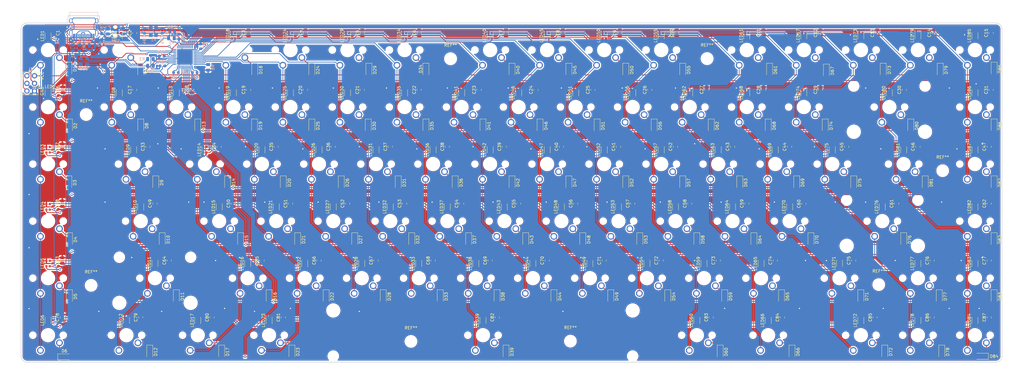
<source format=kicad_pcb>
(kicad_pcb (version 20171130) (host pcbnew "(5.1.9)-1")
  (layers (0 F.Cu signal) (31 B.Cu signal) (34 B.Paste user) (35 F.Paste user) (36 B.SilkS user) (37 F.SilkS user) (38 B.Mask user) (39 F.Mask user) (44 Edge.Cuts user))
  (net 0 "")
  (net 1 "Net-(D1-Pad1)")
  (net 2 "Net-(D2-Pad1)")
  (net 3 "Net-(D3-Pad1)")
  (net 4 "Net-(D4-Pad1)")
  (net 5 "Net-(D5-Pad1)")
  (net 6 "Net-(D6-Pad1)")
  (net 7 "Net-(D7-Pad1)")
  (net 8 "Net-(D8-Pad1)")
  (net 9 "Net-(D9-Pad1)")
  (net 10 "Net-(D10-Pad1)")
  (net 11 "Net-(D11-Pad1)")
  (net 12 "Net-(D12-Pad1)")
  (net 13 "Net-(D13-Pad1)")
  (net 14 "Net-(D14-Pad1)")
  (net 15 "Net-(D15-Pad1)")
  (net 16 "Net-(D16-Pad1)")
  (net 17 "Net-(D17-Pad1)")
  (net 18 "Net-(D18-Pad1)")
  (net 19 "Net-(D19-Pad1)")
  (net 20 "Net-(D20-Pad1)")
  (net 21 "Net-(D21-Pad1)")
  (net 22 "Net-(D22-Pad1)")
  (net 23 "Net-(D23-Pad1)")
  (net 24 "Net-(D24-Pad1)")
  (net 25 "Net-(D25-Pad1)")
  (net 26 "Net-(D26-Pad1)")
  (net 27 "Net-(D27-Pad1)")
  (net 28 "Net-(D28-Pad1)")
  (net 29 "Net-(D29-Pad1)")
  (net 30 "Net-(D30-Pad1)")
  (net 31 "Net-(D31-Pad1)")
  (net 32 "Net-(D32-Pad1)")
  (net 33 "Net-(D33-Pad1)")
  (net 34 "Net-(D34-Pad1)")
  (net 35 "Net-(D35-Pad1)")
  (net 36 "Net-(D36-Pad1)")
  (net 37 "Net-(D37-Pad1)")
  (net 38 "Net-(D38-Pad1)")
  (net 39 "Net-(D39-Pad1)")
  (net 40 "Net-(D40-Pad1)")
  (net 41 "Net-(D41-Pad1)")
  (net 42 "Net-(D42-Pad1)")
  (net 43 "Net-(D43-Pad1)")
  (net 44 "Net-(D44-Pad1)")
  (net 45 "Net-(D45-Pad1)")
  (net 46 "Net-(D46-Pad1)")
  (net 47 "Net-(D47-Pad1)")
  (net 48 "Net-(D48-Pad1)")
  (net 49 "Net-(D49-Pad1)")
  (net 50 "Net-(D50-Pad1)")
  (net 51 "Net-(D51-Pad1)")
  (net 52 "Net-(D52-Pad1)")
  (net 53 "Net-(D53-Pad1)")
  (net 54 "Net-(D54-Pad1)")
  (net 55 "Net-(D55-Pad1)")
  (net 56 "Net-(D56-Pad1)")
  (net 57 "Net-(D57-Pad1)")
  (net 58 "Net-(D58-Pad1)")
  (net 59 "Net-(D59-Pad1)")
  (net 60 "Net-(D60-Pad1)")
  (net 61 "Net-(D61-Pad1)")
  (net 62 "Net-(D62-Pad1)")
  (net 63 "Net-(D63-Pad1)")
  (net 64 "Net-(D64-Pad1)")
  (net 65 "Net-(D65-Pad1)")
  (net 66 "Net-(D66-Pad1)")
  (net 67 "Net-(D67-Pad1)")
  (net 68 "Net-(D68-Pad1)")
  (net 69 "Net-(D69-Pad1)")
  (net 70 "Net-(D70-Pad1)")
  (net 71 "Net-(D71-Pad1)")
  (net 72 "Net-(D72-Pad1)")
  (net 73 "Net-(D73-Pad1)")
  (net 74 "Net-(D74-Pad1)")
  (net 75 "Net-(D75-Pad1)")
  (net 76 "Net-(D76-Pad1)")
  (net 77 "Net-(D77-Pad1)")
  (net 78 "Net-(D78-Pad1)")
  (net 79 "Net-(D79-Pad1)")
  (net 80 "Net-(D80-Pad1)")
  (net 81 "Net-(D81-Pad1)")
  (net 82 "Net-(D82-Pad1)")
  (net 83 "Net-(D83-Pad1)")
  (net 84 "Net-(D84-Pad1)")
  (net 85 "Net-(D85-Pad1)")
  (net 86 "Net-(D86-Pad1)")
  (net 87 "Net-(D87-Pad1)")
  (net 88 "Net-(LED1-Pad1)")
  (net 89 GND)
  (net 90 "Net-(LED2-Pad1)")
  (net 91 "Net-(LED2-Pad3)")
  (net 92 "Net-(LED3-Pad1)")
  (net 93 "Net-(LED3-Pad3)")
  (net 94 "Net-(LED10-Pad3)")
  (net 95 "Net-(LED4-Pad3)")
  (net 96 "Net-(LED18-Pad3)")
  (net 97 "Net-(LED13-Pad3)")
  (net 98 "Net-(LED14-Pad3)")
  (net 99 "Net-(LED10-Pad1)")
  (net 100 "Net-(LED13-Pad1)")
  (net 101 "Net-(LED14-Pad1)")
  (net 102 "Net-(LED15-Pad1)")
  (net 103 "Net-(LED18-Pad1)")
  (net 104 "Net-(LED19-Pad1)")
  (net 105 "Net-(LED20-Pad1)")
  (net 106 "Net-(LED21-Pad1)")
  (net 107 "Net-(LED24-Pad1)")
  (net 108 "Net-(LED25-Pad1)")
  (net 109 "Net-(LED26-Pad1)")
  (net 110 "Net-(LED27-Pad1)")
  (net 111 "Net-(LED29-Pad1)")
  (net 112 "Net-(LED30-Pad1)")
  (net 113 "Net-(LED31-Pad1)")
  (net 114 "Net-(LED32-Pad1)")
  (net 115 "Net-(LED34-Pad1)")
  (net 116 "Net-(LED35-Pad1)")
  (net 117 "Net-(LED36-Pad1)")
  (net 118 "Net-(LED37-Pad1)")
  (net 119 "Net-(LED40-Pad1)")
  (net 120 "Net-(LED41-Pad1)")
  (net 121 "Net-(LED42-Pad1)")
  (net 122 "Net-(LED43-Pad1)")
  (net 123 "Net-(LED45-Pad1)")
  (net 124 "Net-(LED46-Pad1)")
  (net 125 "Net-(LED47-Pad1)")
  (net 126 "Net-(LED48-Pad1)")
  (net 127 "Net-(LED50-Pad1)")
  (net 128 "Net-(LED51-Pad1)")
  (net 129 "Net-(LED52-Pad1)")
  (net 130 "Net-(LED53-Pad1)")
  (net 131 "Net-(LED55-Pad1)")
  (net 132 "Net-(LED56-Pad1)")
  (net 133 "Net-(LED57-Pad1)")
  (net 134 "Net-(LED58-Pad1)")
  (net 135 "Net-(LED61-Pad1)")
  (net 136 "Net-(LED62-Pad1)")
  (net 137 "Net-(LED63-Pad1)")
  (net 138 "Net-(LED64-Pad1)")
  (net 139 "Net-(LED67-Pad1)")
  (net 140 "Net-(LED68-Pad1)")
  (net 141 "Net-(LED69-Pad1)")
  (net 142 "Net-(LED70-Pad1)")
  (net 143 "Net-(LED73-Pad1)")
  (net 144 "Net-(LED74-Pad1)")
  (net 145 "Net-(LED75-Pad1)")
  (net 146 "Net-(LED76-Pad1)")
  (net 147 "Net-(LED79-Pad1)")
  (net 148 "Net-(LED80-Pad1)")
  (net 149 "Net-(LED81-Pad1)")
  (net 150 "Net-(C1-Pad1)")
  (net 151 "Net-(LED5-Pad3)")
  (net 152 "Net-(LED11-Pad3)")
  (net 153 "Net-(LED11-Pad1)")
  (net 154 "Net-(LED12-Pad1)")
  (net 155 "Net-(LED16-Pad1)")
  (net 156 "Net-(LED17-Pad1)")
  (net 157 "Net-(LED22-Pad1)")
  (net 158 "Net-(LED23-Pad1)")
  (net 159 "Net-(LED28-Pad1)")
  (net 160 "Net-(LED33-Pad1)")
  (net 161 "Net-(LED38-Pad1)")
  (net 162 "Net-(LED39-Pad1)")
  (net 163 "Net-(LED44-Pad1)")
  (net 164 "Net-(LED49-Pad1)")
  (net 165 "Net-(LED54-Pad1)")
  (net 166 "Net-(LED71-Pad1)")
  (net 167 "Net-(LED77-Pad1)")
  (net 168 "Net-(LED12-Pad3)")
  (net 169 "Net-(LED6-Pad3)")
  (net 170 "Net-(LED59-Pad1)")
  (net 171 "Net-(LED60-Pad1)")
  (net 172 "Net-(LED65-Pad1)")
  (net 173 "Net-(LED66-Pad1)")
  (net 174 "Net-(LED72-Pad1)")
  (net 175 "Net-(LED78-Pad1)")
  (net 176 "Net-(LED84-Pad1)")
  (net 177 "Net-(U1-Pad42)")
  (net 178 "Net-(U1-Pad12)")
  (net 179 "Net-(U1-Pad8)")
  (net 180 "Net-(USB1-PadB8)")
  (net 181 "Net-(USB1-PadA8)")
  (net 182 "Net-(R1-Pad2)")
  (net 183 "Net-(R2-Pad2)")
  (net 184 +5V)
  (net 185 "Net-(C93-Pad1)")
  (net 186 D+)
  (net 187 "Net-(R3-Pad1)")
  (net 188 D-)
  (net 189 "Net-(R4-Pad1)")
  (net 190 "Net-(R6-Pad2)")
  (net 191 LEDIN)
  (net 192 Row0)
  (net 193 Row1)
  (net 194 Row2)
  (net 195 Row3)
  (net 196 Row4)
  (net 197 Row5)
  (net 198 Col11)
  (net 199 Col2)
  (net 200 Col3)
  (net 201 Col4)
  (net 202 Col5)
  (net 203 Col6)
  (net 204 Col7)
  (net 205 Col8)
  (net 206 Col9)
  (net 207 Col10)
  (net 208 Col12)
  (net 209 Col13)
  (net 210 Col14)
  (net 211 Col1)
  (net 212 Col15)
  (net 213 Col0)
  (net 214 XTAL1)
  (net 215 XTAL2)
  (net 216 "Net-(F1-Pad2)")
  (net 217 "Net-(FB1-Pad2)")
  (net 218 Reset)
  (module keyboard_custom:AVR-ISP-6 (layer F.Cu) (at 13.25 -103.15 270)
    (fp_text reference J1 (at -4.725 0 180) (layer F.SilkS))
    (fp_text value AVR-ISP-6)
    (fp_text user GND (at 2.54 -3.81 270) (layer F.SilkS))
    (fp_text user VCC (at -2.54 -3.81 270) (layer F.SilkS))
    (pad 3 thru_hole circle (at 0 1.27 270) (size 1.75 1.75) (drill 1.02) (layers *.Cu *.Mask) (net 211 Col1))
    (pad 1 thru_hole circle (at -2.54 1.27 270) (size 1.75 1.75) (drill 1.02) (layers *.Cu *.Mask) (net 213 Col0))
    (pad 5 thru_hole circle (at 2.54 1.27 270) (size 1.75 1.75) (drill 1.02) (layers *.Cu *.Mask) (net 218 Reset))
    (pad 6 thru_hole circle (at 2.54 -1.27 270) (size 1.75 1.75) (drill 1.02) (layers *.Cu *.Mask) (net 89 GND))
    (pad 4 thru_hole circle (at 0 -1.27 270) (size 1.75 1.75) (drill 1.02) (layers *.Cu *.Mask) (net 191 LEDIN))
    (pad 2 thru_hole circle (at -2.54 -1.27 270) (size 1.75 1.75) (drill 1.02) (layers *.Cu *.Mask) (net 184 +5V))
  )
  (module MountingHole:MountingHole_3.5mm (layer F.Cu) (at 296.475 -35.95)
    (fp_text reference REF** (at 0 -4.5) (layer F.SilkS))
    (fp_text value MountingHole_3.5mm)
    (pad 1 np_thru_hole circle (at 0 0) (size 3.5 3.5) (drill 3.5) (layers *.Cu *.Mask))
  )
  (module MountingHole:MountingHole_3.5mm (layer F.Cu) (at 193.5 -17.075)
    (fp_text reference REF** (at 0 -4.5) (layer F.SilkS))
    (fp_text value MountingHole_3.5mm)
    (pad 1 np_thru_hole circle (at 0 0) (size 3.5 3.5) (drill 3.5) (layers *.Cu *.Mask))
  )
  (module MountingHole:MountingHole_3.5mm (layer F.Cu) (at 140.25 -16.975)
    (fp_text reference REF** (at 0 -4.5) (layer F.SilkS))
    (fp_text value MountingHole_3.5mm)
    (pad 1 np_thru_hole circle (at 0 0) (size 3.5 3.5) (drill 3.5) (layers *.Cu *.Mask))
  )
  (module MountingHole:MountingHole_3.5mm (layer F.Cu) (at 33.425 -35.7)
    (fp_text reference REF** (at 0 -4.5) (layer F.SilkS))
    (fp_text value MountingHole_3.5mm)
    (pad 1 np_thru_hole circle (at 0 0) (size 3.5 3.5) (drill 3.5) (layers *.Cu *.Mask))
  )
  (module MountingHole:MountingHole_3.5mm (layer F.Cu) (at 31.775 -92.75)
    (fp_text reference REF** (at 0 -4.5) (layer F.SilkS))
    (fp_text value MountingHole_3.5mm)
    (pad 1 np_thru_hole circle (at 0 0) (size 3.5 3.5) (drill 3.5) (layers *.Cu *.Mask))
  )
  (module MountingHole:MountingHole_3.5mm (layer F.Cu) (at 239.15 -111.425)
    (fp_text reference REF** (at 0 -4.5) (layer F.SilkS))
    (fp_text value MountingHole_3.5mm)
    (pad 1 np_thru_hole circle (at 0 0) (size 3.5 3.5) (drill 3.5) (layers *.Cu *.Mask))
  )
  (module MountingHole:MountingHole_3.5mm (layer F.Cu) (at 317.825 -74)
    (fp_text reference REF** (at 0 -4.5) (layer F.SilkS))
    (fp_text value MountingHole_3.5mm)
    (pad 1 np_thru_hole circle (at 0 0) (size 3.5 3.5) (drill 3.5) (layers *.Cu *.Mask))
  )
  (module MountingHole:MountingHole_3.5mm (layer F.Cu) (at 153.475 -111.375)
    (fp_text reference REF** (at 0 -4.5) (layer F.SilkS))
    (fp_text value MountingHole_3.5mm)
    (pad 1 np_thru_hole circle (at 0 0) (size 3.5 3.5) (drill 3.5) (layers *.Cu *.Mask))
  )
  (module MX_Only:MXOnly-1U-NoLED (layer F.Cu) (at 42.8625 -114.3 180)
    (fp_text reference MXESC1)
    (fp_text value MX-NoLED)
    (pad "" np_thru_hole circle (at 5.08 0 228.0996) (size 1.75 1.75) (drill 1.75) (layers *.Cu *.Mask))
    (pad "" np_thru_hole circle (at -5.08 0 228.0996) (size 1.75 1.75) (drill 1.75) (layers *.Cu *.Mask))
    (pad 1 thru_hole circle (at -3.81 -2.54 180) (size 2.25 2.25) (drill 1.47) (layers *.Cu B.Mask) (net 7 "Net-(D7-Pad1)"))
    (pad "" np_thru_hole circle (at 0 0 180) (size 3.9878 3.9878) (drill 3.9878) (layers *.Cu *.Mask))
    (pad 2 thru_hole circle (at 2.54 -5.08 180) (size 2.25 2.25) (drill 1.47) (layers *.Cu B.Mask) (net 211 Col1))
  )
  (module MX_Only:MXOnly-1U-NoLED (layer F.Cu) (at 195.2625 -95.25 180)
    (fp_text reference MX8)
    (fp_text value MX-LED)
    (pad "" np_thru_hole circle (at 5.08 0 228.0996) (size 1.75 1.75) (drill 1.75) (layers *.Cu *.Mask))
    (pad "" np_thru_hole circle (at -5.08 0 228.0996) (size 1.75 1.75) (drill 1.75) (layers *.Cu *.Mask))
    (pad 1 thru_hole circle (at -3.81 -2.54 180) (size 2.25 2.25) (drill 1.47) (layers *.Cu B.Mask) (net 51 "Net-(D51-Pad1)"))
    (pad "" np_thru_hole circle (at 0 0 180) (size 3.9878 3.9878) (drill 3.9878) (layers *.Cu *.Mask))
    (pad 2 thru_hole circle (at 2.54 -5.08 180) (size 2.25 2.25) (drill 1.47) (layers *.Cu B.Mask) (net 206 Col9))
  )
  (module MX_Only:MXOnly-1U-NoLED (layer F.Cu) (at 157.1625 -95.25 180)
    (fp_text reference MX6)
    (fp_text value MX-LED)
    (pad "" np_thru_hole circle (at 5.08 0 228.0996) (size 1.75 1.75) (drill 1.75) (layers *.Cu *.Mask))
    (pad "" np_thru_hole circle (at -5.08 0 228.0996) (size 1.75 1.75) (drill 1.75) (layers *.Cu *.Mask))
    (pad 1 thru_hole circle (at -3.81 -2.54 180) (size 2.25 2.25) (drill 1.47) (layers *.Cu B.Mask) (net 41 "Net-(D41-Pad1)"))
    (pad "" np_thru_hole circle (at 0 0 180) (size 3.9878 3.9878) (drill 3.9878) (layers *.Cu *.Mask))
    (pad 2 thru_hole circle (at 2.54 -5.08 180) (size 2.25 2.25) (drill 1.47) (layers *.Cu B.Mask) (net 204 Col7))
  )
  (module MX_Only:MXOnly-1U-NoLED (layer F.Cu) (at 204.7875 -76.2 180)
    (fp_text reference MXI1)
    (fp_text value MX-LED)
    (pad "" np_thru_hole circle (at 5.08 0 228.0996) (size 1.75 1.75) (drill 1.75) (layers *.Cu *.Mask))
    (pad "" np_thru_hole circle (at -5.08 0 228.0996) (size 1.75 1.75) (drill 1.75) (layers *.Cu *.Mask))
    (pad 1 thru_hole circle (at -3.81 -2.54 180) (size 2.25 2.25) (drill 1.47) (layers *.Cu B.Mask) (net 52 "Net-(D52-Pad1)"))
    (pad "" np_thru_hole circle (at 0 0 180) (size 3.9878 3.9878) (drill 3.9878) (layers *.Cu *.Mask))
    (pad 2 thru_hole circle (at 2.54 -5.08 180) (size 2.25 2.25) (drill 1.47) (layers *.Cu B.Mask) (net 206 Col9))
  )
  (module keyboard_custom:Ferrite_SMD_0603 (layer B.Cu) (at 37 -118.75 90)
    (fp_text reference FB1 (at 3.05 0 90) (layer B.SilkS) (effects (justify mirror)))
    (fp_text value "60Ω@100MHz, 1A")
    (pad 2 smd rect (at 1 0 90) (size 1 1) (layers B.Cu B.Paste B.Mask) (net 217 "Net-(FB1-Pad2)"))
    (pad 1 smd rect (at -1 0 90) (size 1 1) (layers B.Cu B.Paste B.Mask) (net 89 GND))
  )
  (module Crystal:Crystal_SMD_3225-4Pin_3.2x2.5mm (layer B.Cu) (at 54.25 -120.5 90)
    (fp_text reference X1 (at -2.8 0.05 180) (layer B.SilkS) (effects (justify mirror)))
    (fp_text value 16MHz)
    (pad 4 smd rect (at -1.1 0.85 90) (size 1.4 1.2) (layers B.Cu B.Paste B.Mask) (net 89 GND))
    (pad 3 smd rect (at 1.1 0.85 90) (size 1.4 1.2) (layers B.Cu B.Paste B.Mask) (net 215 XTAL2))
    (pad 2 smd rect (at 1.1 -0.85 90) (size 1.4 1.2) (layers B.Cu B.Paste B.Mask) (net 89 GND))
    (pad 1 smd rect (at -1.1 -0.85 90) (size 1.4 1.2) (layers B.Cu B.Paste B.Mask) (net 214 XTAL1))
  )
  (module MX_Only:MXOnly-1U-NoLED (layer F.Cu) (at 166.6875 -114.3 180)
    (fp_text reference MXF6)
    (fp_text value MX-LED)
    (pad "" np_thru_hole circle (at 5.08 0 228.0996) (size 1.75 1.75) (drill 1.75) (layers *.Cu *.Mask))
    (pad "" np_thru_hole circle (at -5.08 0 228.0996) (size 1.75 1.75) (drill 1.75) (layers *.Cu *.Mask))
    (pad 1 thru_hole circle (at -3.81 -2.54 180) (size 2.25 2.25) (drill 1.47) (layers *.Cu B.Mask) (net 40 "Net-(D40-Pad1)"))
    (pad "" np_thru_hole circle (at 0 0 180) (size 3.9878 3.9878) (drill 3.9878) (layers *.Cu *.Mask))
    (pad 2 thru_hole circle (at 2.54 -5.08 180) (size 2.25 2.25) (drill 1.47) (layers *.Cu B.Mask) (net 204 Col7))
  )
  (module MX_Only:MXOnly-1U-NoLED (layer F.Cu) (at 309.5625 -19.05 180)
    (fp_text reference MXDN1)
    (fp_text value MX-LED)
    (pad "" np_thru_hole circle (at 5.08 0 228.0996) (size 1.75 1.75) (drill 1.75) (layers *.Cu *.Mask))
    (pad "" np_thru_hole circle (at -5.08 0 228.0996) (size 1.75 1.75) (drill 1.75) (layers *.Cu *.Mask))
    (pad 1 thru_hole circle (at -3.81 -2.54 180) (size 2.25 2.25) (drill 1.47) (layers *.Cu B.Mask) (net 78 "Net-(D78-Pad1)"))
    (pad "" np_thru_hole circle (at 0 0 180) (size 3.9878 3.9878) (drill 3.9878) (layers *.Cu *.Mask))
    (pad 2 thru_hole circle (at 2.54 -5.08 180) (size 2.25 2.25) (drill 1.47) (layers *.Cu B.Mask) (net 209 Col13))
  )
  (module MX_Only:MXOnly-1.25U-NoLED (layer F.Cu) (at 235.74375 -19.05 180)
    (fp_text reference MXRALT1)
    (fp_text value MX-LED)
    (pad "" np_thru_hole circle (at 5.08 0 228.0996) (size 1.75 1.75) (drill 1.75) (layers *.Cu *.Mask))
    (pad "" np_thru_hole circle (at -5.08 0 228.0996) (size 1.75 1.75) (drill 1.75) (layers *.Cu *.Mask))
    (pad 1 thru_hole circle (at -3.81 -2.54 180) (size 2.25 2.25) (drill 1.47) (layers *.Cu B.Mask) (net 60 "Net-(D60-Pad1)"))
    (pad "" np_thru_hole circle (at 0 0 180) (size 3.9878 3.9878) (drill 3.9878) (layers *.Cu *.Mask))
    (pad 2 thru_hole circle (at 2.54 -5.08 180) (size 2.25 2.25) (drill 1.47) (layers *.Cu B.Mask) (net 207 Col10))
  )
  (module MX_Only:MXOnly-1.25U-NoLED (layer F.Cu) (at 45.24375 -19.05 180)
    (fp_text reference MXLCTL1)
    (fp_text value MX-LED)
    (pad "" np_thru_hole circle (at 5.08 0 228.0996) (size 1.75 1.75) (drill 1.75) (layers *.Cu *.Mask))
    (pad "" np_thru_hole circle (at -5.08 0 228.0996) (size 1.75 1.75) (drill 1.75) (layers *.Cu *.Mask))
    (pad 1 thru_hole circle (at -3.81 -2.54 180) (size 2.25 2.25) (drill 1.47) (layers *.Cu B.Mask) (net 12 "Net-(D12-Pad1)"))
    (pad "" np_thru_hole circle (at 0 0 180) (size 3.9878 3.9878) (drill 3.9878) (layers *.Cu *.Mask))
    (pad 2 thru_hole circle (at 2.54 -5.08 180) (size 2.25 2.25) (drill 1.47) (layers *.Cu B.Mask) (net 211 Col1))
  )
  (module MX_Only:MXOnly-1U-NoLED (layer F.Cu) (at 161.925 -38.1 180)
    (fp_text reference MXB1)
    (fp_text value MX-LED)
    (pad "" np_thru_hole circle (at 5.08 0 228.0996) (size 1.75 1.75) (drill 1.75) (layers *.Cu *.Mask))
    (pad "" np_thru_hole circle (at -5.08 0 228.0996) (size 1.75 1.75) (drill 1.75) (layers *.Cu *.Mask))
    (pad 1 thru_hole circle (at -3.81 -2.54 180) (size 2.25 2.25) (drill 1.47) (layers *.Cu B.Mask) (net 38 "Net-(D38-Pad1)"))
    (pad "" np_thru_hole circle (at 0 0 180) (size 3.9878 3.9878) (drill 3.9878) (layers *.Cu *.Mask))
    (pad 2 thru_hole circle (at 2.54 -5.08 180) (size 2.25 2.25) (drill 1.47) (layers *.Cu B.Mask) (net 203 Col6))
  )
  (module MX_Only:MXOnly-1.75U-NoLED (layer F.Cu) (at 283.36875 -38.1 180)
    (fp_text reference MXRSHFT1)
    (fp_text value MX-LED)
    (pad "" np_thru_hole circle (at 5.08 0 228.0996) (size 1.75 1.75) (drill 1.75) (layers *.Cu *.Mask))
    (pad "" np_thru_hole circle (at -5.08 0 228.0996) (size 1.75 1.75) (drill 1.75) (layers *.Cu *.Mask))
    (pad 1 thru_hole circle (at -3.81 -2.54 180) (size 2.25 2.25) (drill 1.47) (layers *.Cu B.Mask) (net 71 "Net-(D71-Pad1)"))
    (pad "" np_thru_hole circle (at 0 0 180) (size 3.9878 3.9878) (drill 3.9878) (layers *.Cu *.Mask))
    (pad 2 thru_hole circle (at 2.54 -5.08 180) (size 2.25 2.25) (drill 1.47) (layers *.Cu B.Mask) (net 208 Col12))
  )
  (module MX_Only:MXOnly-1U-NoLED (layer F.Cu) (at 76.2 -57.15 180)
    (fp_text reference MXA1)
    (fp_text value MX-LED)
    (pad "" np_thru_hole circle (at 5.08 0 228.0996) (size 1.75 1.75) (drill 1.75) (layers *.Cu *.Mask))
    (pad "" np_thru_hole circle (at -5.08 0 228.0996) (size 1.75 1.75) (drill 1.75) (layers *.Cu *.Mask))
    (pad 1 thru_hole circle (at -3.81 -2.54 180) (size 2.25 2.25) (drill 1.47) (layers *.Cu B.Mask) (net 15 "Net-(D15-Pad1)"))
    (pad "" np_thru_hole circle (at 0 0 180) (size 3.9878 3.9878) (drill 3.9878) (layers *.Cu *.Mask))
    (pad 2 thru_hole circle (at 2.54 -5.08 180) (size 2.25 2.25) (drill 1.47) (layers *.Cu B.Mask) (net 199 Col2))
  )
  (module MX_Only:MXOnly-1.75U-NoLED (layer F.Cu) (at 50.00625 -57.15 180)
    (fp_text reference MXCAPS1)
    (fp_text value MX-LED)
    (pad "" np_thru_hole circle (at 5.08 0 228.0996) (size 1.75 1.75) (drill 1.75) (layers *.Cu *.Mask))
    (pad "" np_thru_hole circle (at -5.08 0 228.0996) (size 1.75 1.75) (drill 1.75) (layers *.Cu *.Mask))
    (pad 1 thru_hole circle (at -3.81 -2.54 180) (size 2.25 2.25) (drill 1.47) (layers *.Cu B.Mask) (net 10 "Net-(D10-Pad1)"))
    (pad "" np_thru_hole circle (at 0 0 180) (size 3.9878 3.9878) (drill 3.9878) (layers *.Cu *.Mask))
    (pad 2 thru_hole circle (at 2.54 -5.08 180) (size 2.25 2.25) (drill 1.47) (layers *.Cu B.Mask) (net 211 Col1))
  )
  (module MX_Only:MXOnly-1U-NoLED (layer F.Cu) (at 166.6875 -76.2 180)
    (fp_text reference MXY1)
    (fp_text value MX-LED)
    (pad "" np_thru_hole circle (at 5.08 0 228.0996) (size 1.75 1.75) (drill 1.75) (layers *.Cu *.Mask))
    (pad "" np_thru_hole circle (at -5.08 0 228.0996) (size 1.75 1.75) (drill 1.75) (layers *.Cu *.Mask))
    (pad 1 thru_hole circle (at -3.81 -2.54 180) (size 2.25 2.25) (drill 1.47) (layers *.Cu B.Mask) (net 42 "Net-(D42-Pad1)"))
    (pad "" np_thru_hole circle (at 0 0 180) (size 3.9878 3.9878) (drill 3.9878) (layers *.Cu *.Mask))
    (pad 2 thru_hole circle (at 2.54 -5.08 180) (size 2.25 2.25) (drill 1.47) (layers *.Cu B.Mask) (net 204 Col7))
  )
  (module MX_Only:MXOnly-1U-NoLED (layer F.Cu) (at 128.5875 -76.2 180)
    (fp_text reference MXR1)
    (fp_text value MX-LED)
    (pad "" np_thru_hole circle (at 5.08 0 228.0996) (size 1.75 1.75) (drill 1.75) (layers *.Cu *.Mask))
    (pad "" np_thru_hole circle (at -5.08 0 228.0996) (size 1.75 1.75) (drill 1.75) (layers *.Cu *.Mask))
    (pad 1 thru_hole circle (at -3.81 -2.54 180) (size 2.25 2.25) (drill 1.47) (layers *.Cu B.Mask) (net 31 "Net-(D31-Pad1)"))
    (pad "" np_thru_hole circle (at 0 0 180) (size 3.9878 3.9878) (drill 3.9878) (layers *.Cu *.Mask))
    (pad 2 thru_hole circle (at 2.54 -5.08 180) (size 2.25 2.25) (drill 1.47) (layers *.Cu B.Mask) (net 202 Col5))
  )
  (module MX_Only:MXOnly-1U-NoLED (layer F.Cu) (at 138.1125 -95.25 180)
    (fp_text reference MX5)
    (fp_text value MX-LED)
    (pad "" np_thru_hole circle (at 5.08 0 228.0996) (size 1.75 1.75) (drill 1.75) (layers *.Cu *.Mask))
    (pad "" np_thru_hole circle (at -5.08 0 228.0996) (size 1.75 1.75) (drill 1.75) (layers *.Cu *.Mask))
    (pad 1 thru_hole circle (at -3.81 -2.54 180) (size 2.25 2.25) (drill 1.47) (layers *.Cu B.Mask) (net 35 "Net-(D35-Pad1)"))
    (pad "" np_thru_hole circle (at 0 0 180) (size 3.9878 3.9878) (drill 3.9878) (layers *.Cu *.Mask))
    (pad 2 thru_hole circle (at 2.54 -5.08 180) (size 2.25 2.25) (drill 1.47) (layers *.Cu B.Mask) (net 203 Col6))
  )
  (module MX_Only:MXOnly-1U-NoLED (layer F.Cu) (at 100.0125 -95.25 180)
    (fp_text reference MX3)
    (fp_text value MX-LED)
    (pad "" np_thru_hole circle (at 5.08 0 228.0996) (size 1.75 1.75) (drill 1.75) (layers *.Cu *.Mask))
    (pad "" np_thru_hole circle (at -5.08 0 228.0996) (size 1.75 1.75) (drill 1.75) (layers *.Cu *.Mask))
    (pad 1 thru_hole circle (at -3.81 -2.54 180) (size 2.25 2.25) (drill 1.47) (layers *.Cu B.Mask) (net 25 "Net-(D25-Pad1)"))
    (pad "" np_thru_hole circle (at 0 0 180) (size 3.9878 3.9878) (drill 3.9878) (layers *.Cu *.Mask))
    (pad 2 thru_hole circle (at 2.54 -5.08 180) (size 2.25 2.25) (drill 1.47) (layers *.Cu B.Mask) (net 201 Col4))
  )
  (module MX_Only:MXOnly-1U-NoLED (layer F.Cu) (at 19.05 -38.1 180)
    (fp_text reference MXM5)
    (fp_text value MX-LED)
    (pad "" np_thru_hole circle (at 5.08 0 228.0996) (size 1.75 1.75) (drill 1.75) (layers *.Cu *.Mask))
    (pad "" np_thru_hole circle (at -5.08 0 228.0996) (size 1.75 1.75) (drill 1.75) (layers *.Cu *.Mask))
    (pad 1 thru_hole circle (at -3.81 -2.54 180) (size 2.25 2.25) (drill 1.47) (layers *.Cu B.Mask) (net 5 "Net-(D5-Pad1)"))
    (pad "" np_thru_hole circle (at 0 0 180) (size 3.9878 3.9878) (drill 3.9878) (layers *.Cu *.Mask))
    (pad 2 thru_hole circle (at 2.54 -5.08 180) (size 2.25 2.25) (drill 1.47) (layers *.Cu B.Mask) (net 213 Col0))
  )
  (module Connector_USB:USB_C_Receptacle_HRO_TYPE-C-31-M-12 (layer B.Cu) (at 31 -123)
    (fp_text reference USB1 (at 0 5.645) (layer B.SilkS) (effects (justify mirror)))
    (fp_text value USB_C_Receptacle_USB2.0)
    (pad B1 smd rect (at 3.25 4.045) (size 0.6 1.45) (layers B.Cu B.Paste B.Mask) (net 89 GND))
    (pad A9 smd rect (at 2.45 4.045) (size 0.6 1.45) (layers B.Cu B.Paste B.Mask) (net 216 "Net-(F1-Pad2)"))
    (pad B9 smd rect (at -2.45 4.045) (size 0.6 1.45) (layers B.Cu B.Paste B.Mask) (net 216 "Net-(F1-Pad2)"))
    (pad B12 smd rect (at -3.25 4.045) (size 0.6 1.45) (layers B.Cu B.Paste B.Mask) (net 89 GND))
    (pad A1 smd rect (at -3.25 4.045) (size 0.6 1.45) (layers B.Cu B.Paste B.Mask) (net 89 GND))
    (pad A4 smd rect (at -2.45 4.045) (size 0.6 1.45) (layers B.Cu B.Paste B.Mask) (net 216 "Net-(F1-Pad2)"))
    (pad B4 smd rect (at 2.45 4.045) (size 0.6 1.45) (layers B.Cu B.Paste B.Mask) (net 216 "Net-(F1-Pad2)"))
    (pad A12 smd rect (at 3.25 4.045) (size 0.6 1.45) (layers B.Cu B.Paste B.Mask) (net 89 GND))
    (pad B8 smd rect (at -1.75 4.045) (size 0.3 1.45) (layers B.Cu B.Paste B.Mask) (net 180 "Net-(USB1-PadB8)"))
    (pad A5 smd rect (at -1.25 4.045) (size 0.3 1.45) (layers B.Cu B.Paste B.Mask) (net 182 "Net-(R1-Pad2)"))
    (pad B7 smd rect (at -0.75 4.045) (size 0.3 1.45) (layers B.Cu B.Paste B.Mask) (net 188 D-))
    (pad A7 smd rect (at 0.25 4.045) (size 0.3 1.45) (layers B.Cu B.Paste B.Mask) (net 188 D-))
    (pad B6 smd rect (at 0.75 4.045) (size 0.3 1.45) (layers B.Cu B.Paste B.Mask) (net 186 D+))
    (pad A8 smd rect (at 1.25 4.045) (size 0.3 1.45) (layers B.Cu B.Paste B.Mask) (net 181 "Net-(USB1-PadA8)"))
    (pad B5 smd rect (at 1.75 4.045) (size 0.3 1.45) (layers B.Cu B.Paste B.Mask) (net 183 "Net-(R2-Pad2)"))
    (pad A6 smd rect (at -0.25 4.045) (size 0.3 1.45) (layers B.Cu B.Paste B.Mask) (net 186 D+))
    (pad S1 thru_hole oval (at 4.32 3.13) (size 1 2.1) (drill oval 0.6 1.7) (layers *.Cu *.Mask) (net 217 "Net-(FB1-Pad2)"))
    (pad S1 thru_hole oval (at -4.32 3.13) (size 1 2.1) (drill oval 0.6 1.7) (layers *.Cu *.Mask) (net 217 "Net-(FB1-Pad2)"))
    (pad "" np_thru_hole circle (at -2.89 2.6) (size 0.65 0.65) (drill 0.65) (layers *.Cu *.Mask))
    (pad S1 thru_hole oval (at -4.32 -1.05) (size 1 1.6) (drill oval 0.6 1.2) (layers *.Cu *.Mask) (net 217 "Net-(FB1-Pad2)"))
    (pad "" np_thru_hole circle (at 2.89 2.6) (size 0.65 0.65) (drill 0.65) (layers *.Cu *.Mask))
    (pad S1 thru_hole oval (at 4.32 -1.05) (size 1 1.6) (drill oval 0.6 1.2) (layers *.Cu *.Mask) (net 217 "Net-(FB1-Pad2)"))
  )
  (module Package_DFN_QFN:QFN-44-1EP_7x7mm_P0.5mm_EP5.2x5.2mm (layer B.Cu) (at 64.75 -112)
    (fp_text reference U1 (at 0 4.82) (layer B.SilkS) (effects (justify mirror)))
    (fp_text value ATmega32U4-MU)
    (pad 44 smd roundrect (at -2.5 3.3375) (size 0.25 1.075) (layers B.Cu B.Paste B.Mask) (net 184 +5V))
    (pad 43 smd roundrect (at -2 3.3375) (size 0.25 1.075) (layers B.Cu B.Paste B.Mask) (net 89 GND))
    (pad 42 smd roundrect (at -1.5 3.3375) (size 0.25 1.075) (layers B.Cu B.Paste B.Mask) (net 177 "Net-(U1-Pad42)"))
    (pad 41 smd roundrect (at -1 3.3375) (size 0.25 1.075) (layers B.Cu B.Paste B.Mask) (net 199 Col2))
    (pad 40 smd roundrect (at -0.5 3.3375) (size 0.25 1.075) (layers B.Cu B.Paste B.Mask) (net 193 Row1))
    (pad 39 smd roundrect (at 0 3.3375) (size 0.25 1.075) (layers B.Cu B.Paste B.Mask) (net 194 Row2))
    (pad 38 smd roundrect (at 0.5 3.3375) (size 0.25 1.075) (layers B.Cu B.Paste B.Mask) (net 195 Row3))
    (pad 37 smd roundrect (at 1 3.3375) (size 0.25 1.075) (layers B.Cu B.Paste B.Mask) (net 196 Row4))
    (pad 36 smd roundrect (at 1.5 3.3375) (size 0.25 1.075) (layers B.Cu B.Paste B.Mask) (net 197 Row5))
    (pad 35 smd roundrect (at 2 3.3375) (size 0.25 1.075) (layers B.Cu B.Paste B.Mask) (net 89 GND))
    (pad 34 smd roundrect (at 2.5 3.3375) (size 0.25 1.075) (layers B.Cu B.Paste B.Mask) (net 184 +5V))
    (pad 33 smd roundrect (at 3.3375 2.5) (size 1.075 0.25) (layers B.Cu B.Paste B.Mask) (net 190 "Net-(R6-Pad2)"))
    (pad 32 smd roundrect (at 3.3375 2) (size 1.075 0.25) (layers B.Cu B.Paste B.Mask) (net 200 Col3))
    (pad 31 smd roundrect (at 3.3375 1.5) (size 1.075 0.25) (layers B.Cu B.Paste B.Mask) (net 201 Col4))
    (pad 30 smd roundrect (at 3.3375 1) (size 1.075 0.25) (layers B.Cu B.Paste B.Mask) (net 202 Col5))
    (pad 29 smd roundrect (at 3.3375 0.5) (size 1.075 0.25) (layers B.Cu B.Paste B.Mask) (net 203 Col6))
    (pad 28 smd roundrect (at 3.3375 0) (size 1.075 0.25) (layers B.Cu B.Paste B.Mask) (net 204 Col7))
    (pad 27 smd roundrect (at 3.3375 -0.5) (size 1.075 0.25) (layers B.Cu B.Paste B.Mask) (net 205 Col8))
    (pad 26 smd roundrect (at 3.3375 -1) (size 1.075 0.25) (layers B.Cu B.Paste B.Mask) (net 206 Col9))
    (pad 25 smd roundrect (at 3.3375 -1.5) (size 1.075 0.25) (layers B.Cu B.Paste B.Mask) (net 207 Col10))
    (pad 24 smd roundrect (at 3.3375 -2) (size 1.075 0.25) (layers B.Cu B.Paste B.Mask) (net 184 +5V))
    (pad 23 smd roundrect (at 3.3375 -2.5) (size 1.075 0.25) (layers B.Cu B.Paste B.Mask) (net 89 GND))
    (pad 22 smd roundrect (at 2.5 -3.3375) (size 0.25 1.075) (layers B.Cu B.Paste B.Mask) (net 198 Col11))
    (pad 21 smd roundrect (at 2 -3.3375) (size 0.25 1.075) (layers B.Cu B.Paste B.Mask) (net 208 Col12))
    (pad 20 smd roundrect (at 1.5 -3.3375) (size 0.25 1.075) (layers B.Cu B.Paste B.Mask) (net 209 Col13))
    (pad 19 smd roundrect (at 1 -3.3375) (size 0.25 1.075) (layers B.Cu B.Paste B.Mask) (net 210 Col14))
    (pad 18 smd roundrect (at 0.5 -3.3375) (size 0.25 1.075) (layers B.Cu B.Paste B.Mask) (net 212 Col15))
    (pad 17 smd roundrect (at 0 -3.3375) (size 0.25 1.075) (layers B.Cu B.Paste B.Mask) (net 214 XTAL1))
    (pad 16 smd roundrect (at -0.5 -3.3375) (size 0.25 1.075) (layers B.Cu B.Paste B.Mask) (net 215 XTAL2))
    (pad 15 smd roundrect (at -1 -3.3375) (size 0.25 1.075) (layers B.Cu B.Paste B.Mask) (net 89 GND))
    (pad 14 smd roundrect (at -1.5 -3.3375) (size 0.25 1.075) (layers B.Cu B.Paste B.Mask) (net 184 +5V))
    (pad 13 smd roundrect (at -2 -3.3375) (size 0.25 1.075) (layers B.Cu B.Paste B.Mask) (net 218 Reset))
    (pad 12 smd roundrect (at -2.5 -3.3375) (size 0.25 1.075) (layers B.Cu B.Paste B.Mask) (net 178 "Net-(U1-Pad12)"))
    (pad 11 smd roundrect (at -3.3375 -2.5) (size 1.075 0.25) (layers B.Cu B.Paste B.Mask) (net 191 LEDIN))
    (pad 10 smd roundrect (at -3.3375 -2) (size 1.075 0.25) (layers B.Cu B.Paste B.Mask) (net 213 Col0))
    (pad 9 smd roundrect (at -3.3375 -1.5) (size 1.075 0.25) (layers B.Cu B.Paste B.Mask) (net 211 Col1))
    (pad 8 smd roundrect (at -3.3375 -1) (size 1.075 0.25) (layers B.Cu B.Paste B.Mask) (net 179 "Net-(U1-Pad8)"))
    (pad 7 smd roundrect (at -3.3375 -0.5) (size 1.075 0.25) (layers B.Cu B.Paste B.Mask) (net 184 +5V))
    (pad 6 smd roundrect (at -3.3375 0) (size 1.075 0.25) (layers B.Cu B.Paste B.Mask) (net 185 "Net-(C93-Pad1)"))
    (pad 5 smd roundrect (at -3.3375 0.5) (size 1.075 0.25) (layers B.Cu B.Paste B.Mask) (net 89 GND))
    (pad 4 smd roundrect (at -3.3375 1) (size 1.075 0.25) (layers B.Cu B.Paste B.Mask) (net 187 "Net-(R3-Pad1)"))
    (pad 3 smd roundrect (at -3.3375 1.5) (size 1.075 0.25) (layers B.Cu B.Paste B.Mask) (net 189 "Net-(R4-Pad1)"))
    (pad 2 smd roundrect (at -3.3375 2) (size 1.075 0.25) (layers B.Cu B.Paste B.Mask) (net 184 +5V))
    (pad 1 smd roundrect (at -3.3375 2.5) (size 1.075 0.25) (layers B.Cu B.Paste B.Mask) (net 192 Row0))
    (pad 45 smd roundrect (at 0 0) (size 5.2 5.2) (layers B.Cu B.Mask) (roundrect_rratio 0.048077) (net 89 GND))
  )
  (module Resistor_SMD:R_0805_2012Metric (layer B.Cu) (at 72.5 -108.5 90)
    (fp_text reference R6 (at 0 1.65 90) (layer B.SilkS) (effects (justify mirror)))
    (fp_text value 10kΩ)
    (pad 2 smd roundrect (at 0.9375 0 90) (size 0.975 1.4) (layers B.Cu B.Paste B.Mask) (net 190 "Net-(R6-Pad2)"))
    (pad 1 smd roundrect (at -0.9375 0 90) (size 0.975 1.4) (layers B.Cu B.Paste B.Mask) (net 89 GND))
  )
  (module Resistor_SMD:R_0805_2012Metric (layer B.Cu) (at 60.25 -118.25 180)
    (fp_text reference R5 (at -0.15 -1.55) (layer B.SilkS) (effects (justify mirror)))
    (fp_text value 10kΩ)
    (pad 2 smd roundrect (at 0.9375 0 180) (size 0.975 1.4) (layers B.Cu B.Paste B.Mask) (net 218 Reset))
    (pad 1 smd roundrect (at -0.9375 0 180) (size 0.975 1.4) (layers B.Cu B.Paste B.Mask) (net 184 +5V))
  )
  (module Resistor_SMD:R_0805_2012Metric (layer B.Cu) (at 53.25 -109 180)
    (fp_text reference R4 (at 0 -1.75) (layer B.SilkS) (effects (justify mirror)))
    (fp_text value 22Ω)
    (pad 1 smd roundrect (at -0.9375 0 180) (size 0.975 1.4) (layers B.Cu B.Paste B.Mask) (net 189 "Net-(R4-Pad1)"))
    (pad 2 smd roundrect (at 0.9375 0 180) (size 0.975 1.4) (layers B.Cu B.Paste B.Mask) (net 188 D-))
  )
  (module Resistor_SMD:R_0805_2012Metric (layer B.Cu) (at 53.25 -111.25 180)
    (fp_text reference R3 (at 2.75 0) (layer B.SilkS) (effects (justify mirror)))
    (fp_text value 22Ω)
    (pad 1 smd roundrect (at -0.9375 0 180) (size 0.975 1.4) (layers B.Cu B.Paste B.Mask) (net 187 "Net-(R3-Pad1)"))
    (pad 2 smd roundrect (at 0.9375 0 180) (size 0.975 1.4) (layers B.Cu B.Paste B.Mask) (net 186 D+))
  )
  (module Resistor_SMD:R_0805_2012Metric (layer B.Cu) (at 33.75 -115.75 180)
    (fp_text reference R2 (at -2.75 0.25) (layer B.SilkS) (effects (justify mirror)))
    (fp_text value 5.1kΩ)
    (pad 2 smd roundrect (at 0.9375 0 180) (size 0.975 1.4) (layers B.Cu B.Paste B.Mask) (net 183 "Net-(R2-Pad2)"))
    (pad 1 smd roundrect (at -0.9375 0 180) (size 0.975 1.4) (layers B.Cu B.Paste B.Mask) (net 89 GND))
  )
  (module Resistor_SMD:R_0805_2012Metric (layer B.Cu) (at 29.5 -115 90)
    (fp_text reference R1 (at 0 1.65 90) (layer B.SilkS) (effects (justify mirror)))
    (fp_text value 5.1kΩ)
    (pad 2 smd roundrect (at 0.9375 0 90) (size 0.975 1.4) (layers B.Cu B.Paste B.Mask) (net 182 "Net-(R1-Pad2)"))
    (pad 1 smd roundrect (at -0.9375 0 90) (size 0.975 1.4) (layers B.Cu B.Paste B.Mask) (net 89 GND))
  )
  (module Fuse:Fuse_0805_2012Metric (layer B.Cu) (at 27.25 -115 90)
    (fp_text reference F1 (at -2.6 0.1 90) (layer B.SilkS) (effects (justify mirror)))
    (fp_text value "1A hold, 2A trip")
    (pad 2 smd roundrect (at 0.9375 0 90) (size 0.975 1.4) (layers B.Cu B.Paste B.Mask) (net 216 "Net-(F1-Pad2)"))
    (pad 1 smd roundrect (at -0.9375 0 90) (size 0.975 1.4) (layers B.Cu B.Paste B.Mask) (net 184 +5V))
  )
  (module Package_TO_SOT_SMD:SOT-143 (layer B.Cu) (at 31 -110.45)
    (fp_text reference D88 (at 0.02 2.38) (layer B.SilkS) (effects (justify mirror)))
    (fp_text value PRTR5V0U2X)
    (pad 4 smd rect (at 1.1 0.95 90) (size 1 1.4) (layers B.Cu B.Paste B.Mask) (net 184 +5V))
    (pad 3 smd rect (at 1.1 -0.95 90) (size 1 1.4) (layers B.Cu B.Paste B.Mask) (net 186 D+))
    (pad 2 smd rect (at -1.1 -0.95 90) (size 1 1.4) (layers B.Cu B.Paste B.Mask) (net 188 D-))
    (pad 1 smd rect (at -1.1 0.77 90) (size 1.2 1.4) (layers B.Cu B.Paste B.Mask) (net 89 GND))
  )
  (module Capacitor_SMD:C_0603_1608Metric (layer B.Cu) (at 60.5 -120.5 180)
    (fp_text reference C96 (at 0 1.43) (layer B.SilkS) (effects (justify mirror)))
    (fp_text value 10uF)
    (pad 2 smd roundrect (at 0.7875 0 180) (size 0.875 0.95) (layers B.Cu B.Paste B.Mask) (net 218 Reset))
    (pad 1 smd roundrect (at -0.7875 0 180) (size 0.875 0.95) (layers B.Cu B.Paste B.Mask) (net 89 GND))
  )
  (module Capacitor_SMD:C_0603_1608Metric (layer B.Cu) (at 57.15 -120.7 90)
    (fp_text reference C95 (at -2.95 0 90) (layer B.SilkS) (effects (justify mirror)))
    (fp_text value 22pF)
    (pad 2 smd roundrect (at 0.7875 0 90) (size 0.875 0.95) (layers B.Cu B.Paste B.Mask) (net 215 XTAL2))
    (pad 1 smd roundrect (at -0.7875 0 90) (size 0.875 0.95) (layers B.Cu B.Paste B.Mask) (net 89 GND))
  )
  (module Capacitor_SMD:C_0603_1608Metric (layer B.Cu) (at 51.25 -120.6625 270)
    (fp_text reference C94 (at 2.9125 0 90) (layer B.SilkS) (effects (justify mirror)))
    (fp_text value 22pF)
    (pad 2 smd roundrect (at 0.7875 0 270) (size 0.875 0.95) (layers B.Cu B.Paste B.Mask) (net 214 XTAL1))
    (pad 1 smd roundrect (at -0.7875 0 270) (size 0.875 0.95) (layers B.Cu B.Paste B.Mask) (net 89 GND))
  )
  (module Capacitor_SMD:C_0603_1608Metric (layer B.Cu) (at 57 -112.25 180)
    (fp_text reference C93 (at 0 1.25) (layer B.SilkS) (effects (justify mirror)))
    (fp_text value 1uF)
    (pad 1 smd roundrect (at -0.7875 0 180) (size 0.875 0.95) (layers B.Cu B.Paste B.Mask) (net 185 "Net-(C93-Pad1)"))
    (pad 2 smd roundrect (at 0.7875 0 180) (size 0.875 0.95) (layers B.Cu B.Paste B.Mask) (net 89 GND))
  )
  (module Capacitor_SMD:C_0603_1608Metric (layer B.Cu) (at 70 -115.5 90)
    (fp_text reference C92 (at 0 1.43 270) (layer B.SilkS) (effects (justify mirror)))
    (fp_text value 10uF)
    (pad 2 smd roundrect (at 0.7875 0 90) (size 0.875 0.95) (layers B.Cu B.Paste B.Mask) (net 89 GND))
    (pad 1 smd roundrect (at -0.7875 0 90) (size 0.875 0.95) (layers B.Cu B.Paste B.Mask) (net 184 +5V))
  )
  (module Capacitor_SMD:C_0603_1608Metric (layer B.Cu) (at 62.75 -118.75 90)
    (fp_text reference C91 (at 0 1.43 270) (layer B.SilkS) (effects (justify mirror)))
    (fp_text value 100nF)
    (pad 2 smd roundrect (at 0.7875 0 90) (size 0.875 0.95) (layers B.Cu B.Paste B.Mask) (net 89 GND))
    (pad 1 smd roundrect (at -0.7875 0 90) (size 0.875 0.95) (layers B.Cu B.Paste B.Mask) (net 184 +5V))
  )
  (module Capacitor_SMD:C_0603_1608Metric (layer B.Cu) (at 57.25 -109 180)
    (fp_text reference C90 (at 0 1.43) (layer B.SilkS) (effects (justify mirror)))
    (fp_text value 100nF)
    (pad 2 smd roundrect (at 0.7875 0 180) (size 0.875 0.95) (layers B.Cu B.Paste B.Mask) (net 89 GND))
    (pad 1 smd roundrect (at -0.7875 0 180) (size 0.875 0.95) (layers B.Cu B.Paste B.Mask) (net 184 +5V))
  )
  (module Capacitor_SMD:C_0603_1608Metric (layer B.Cu) (at 68.0375 -106.75 180)
    (fp_text reference C89 (at -0.0625 -1.45 180) (layer B.SilkS) (effects (justify mirror)))
    (fp_text value 100nF)
    (pad 2 smd roundrect (at 0.7875 0 180) (size 0.875 0.95) (layers B.Cu B.Paste B.Mask) (net 89 GND))
    (pad 1 smd roundrect (at -0.7875 0 180) (size 0.875 0.95) (layers B.Cu B.Paste B.Mask) (net 184 +5V))
  )
  (module Capacitor_SMD:C_0603_1608Metric (layer B.Cu) (at 61.75 -106.75)
    (fp_text reference C88 (at 0 1.5 180) (layer B.SilkS) (effects (justify mirror)))
    (fp_text value 100nF)
    (pad 1 smd roundrect (at -0.7875 0) (size 0.875 0.95) (layers B.Cu B.Paste B.Mask) (net 184 +5V))
    (pad 2 smd roundrect (at 0.7875 0) (size 0.875 0.95) (layers B.Cu B.Paste B.Mask) (net 89 GND))
  )
  (module MX_Only:MXOnly-1U-NoLED (layer F.Cu) (at 252.4125 -114.3 180)
    (fp_text reference MXF10)
    (fp_text value MX-LED)
    (pad "" np_thru_hole circle (at 5.08 0 228.0996) (size 1.75 1.75) (drill 1.75) (layers *.Cu *.Mask))
    (pad "" np_thru_hole circle (at -5.08 0 228.0996) (size 1.75 1.75) (drill 1.75) (layers *.Cu *.Mask))
    (pad 1 thru_hole circle (at -3.81 -2.54 180) (size 2.25 2.25) (drill 1.47) (layers *.Cu B.Mask) (net 61 "Net-(D61-Pad1)"))
    (pad "" np_thru_hole circle (at 0 0 180) (size 3.9878 3.9878) (drill 3.9878) (layers *.Cu *.Mask))
    (pad 2 thru_hole circle (at 2.54 -5.08 180) (size 2.25 2.25) (drill 1.47) (layers *.Cu B.Mask) (net 198 Col11))
  )
  (module MX_Only:MXOnly-1U-NoLED (layer F.Cu) (at 138.1125 -114.3 180)
    (fp_text reference MXF5)
    (fp_text value MX-NoLED)
    (pad "" np_thru_hole circle (at 5.08 0 228.0996) (size 1.75 1.75) (drill 1.75) (layers *.Cu *.Mask))
    (pad "" np_thru_hole circle (at -5.08 0 228.0996) (size 1.75 1.75) (drill 1.75) (layers *.Cu *.Mask))
    (pad 1 thru_hole circle (at -3.81 -2.54 180) (size 2.25 2.25) (drill 1.47) (layers *.Cu B.Mask) (net 34 "Net-(D34-Pad1)"))
    (pad "" np_thru_hole circle (at 0 0 180) (size 3.9878 3.9878) (drill 3.9878) (layers *.Cu *.Mask))
    (pad 2 thru_hole circle (at 2.54 -5.08 180) (size 2.25 2.25) (drill 1.47) (layers *.Cu B.Mask) (net 203 Col6))
  )
  (module MX_Only:MXOnly-1U-NoLED (layer F.Cu) (at 80.9625 -114.3 180)
    (fp_text reference MXF1)
    (fp_text value MX-NoLED)
    (pad "" np_thru_hole circle (at 5.08 0 228.0996) (size 1.75 1.75) (drill 1.75) (layers *.Cu *.Mask))
    (pad "" np_thru_hole circle (at -5.08 0 228.0996) (size 1.75 1.75) (drill 1.75) (layers *.Cu *.Mask))
    (pad 1 thru_hole circle (at -3.81 -2.54 180) (size 2.25 2.25) (drill 1.47) (layers *.Cu B.Mask) (net 18 "Net-(D18-Pad1)"))
    (pad "" np_thru_hole circle (at 0 0 180) (size 3.9878 3.9878) (drill 3.9878) (layers *.Cu *.Mask))
    (pad 2 thru_hole circle (at 2.54 -5.08 180) (size 2.25 2.25) (drill 1.47) (layers *.Cu B.Mask) (net 200 Col3))
  )
  (module Button_Switch_SMD:Panasonic_EVQPUM_EVQPUD (layer B.Cu) (at 41.5 -120.5 180)
    (fp_text reference SW1 (at 0 -3.15) (layer B.SilkS) (effects (justify mirror)))
    (fp_text value SW_Push)
    (pad 2 smd rect (at 2.575 -0.85) (size 1.45 1) (layers B.Cu B.Paste B.Mask) (net 218 Reset))
    (pad 2 smd rect (at -2.575 -0.85) (size 1.45 1) (layers B.Cu B.Paste B.Mask) (net 218 Reset))
    (pad 1 smd rect (at -2.575 0.85) (size 1.45 1) (layers B.Cu B.Paste B.Mask) (net 89 GND))
    (pad 1 smd rect (at 2.575 0.85) (size 1.45 1) (layers B.Cu B.Paste B.Mask) (net 89 GND))
    (pad "" np_thru_hole circle (at 0 -1.375) (size 0.75 0.75) (drill 0.75) (layers *.Cu *.Mask))
    (pad "" np_thru_hole circle (at 0 1.375) (size 0.75 0.75) (drill 0.75) (layers *.Cu *.Mask))
  )
  (module MX_Only:MXOnly-1U-NoLED (layer F.Cu) (at 19.05 -114.3 180)
    (fp_text reference MXM1)
    (fp_text value MX-NoLED)
    (pad "" np_thru_hole circle (at 5.08 0 228.0996) (size 1.75 1.75) (drill 1.75) (layers *.Cu *.Mask))
    (pad "" np_thru_hole circle (at -5.08 0 228.0996) (size 1.75 1.75) (drill 1.75) (layers *.Cu *.Mask))
    (pad 1 thru_hole circle (at -3.81 -2.54 180) (size 2.25 2.25) (drill 1.47) (layers *.Cu B.Mask) (net 1 "Net-(D1-Pad1)"))
    (pad "" np_thru_hole circle (at 0 0 180) (size 3.9878 3.9878) (drill 3.9878) (layers *.Cu *.Mask))
    (pad 2 thru_hole circle (at 2.54 -5.08 180) (size 2.25 2.25) (drill 1.47) (layers *.Cu B.Mask) (net 213 Col0))
  )
  (module MX_Only:MXOnly-1U-NoLED (layer F.Cu) (at 257.175 -38.1 180)
    (fp_text reference MX/?1)
    (fp_text value MX-LED)
    (pad "" np_thru_hole circle (at 5.08 0 228.0996) (size 1.75 1.75) (drill 1.75) (layers *.Cu *.Mask))
    (pad "" np_thru_hole circle (at -5.08 0 228.0996) (size 1.75 1.75) (drill 1.75) (layers *.Cu *.Mask))
    (pad 1 thru_hole circle (at -3.81 -2.54 180) (size 2.25 2.25) (drill 1.47) (layers *.Cu B.Mask) (net 65 "Net-(D65-Pad1)"))
    (pad "" np_thru_hole circle (at 0 0 180) (size 3.9878 3.9878) (drill 3.9878) (layers *.Cu *.Mask))
    (pad 2 thru_hole circle (at 2.54 -5.08 180) (size 2.25 2.25) (drill 1.47) (layers *.Cu B.Mask) (net 198 Col11))
  )
  (module MX_Only:MXOnly-2.25U-ReversedStabilizers-NoLED (layer F.Cu) (at 297.65625 -57.15 180)
    (fp_text reference MX\N1)
    (fp_text value MX-LED)
    (pad "" np_thru_hole circle (at 11.90625 -8.255 180) (size 3.9878 3.9878) (drill 3.9878) (layers *.Cu *.Mask))
    (pad "" np_thru_hole circle (at -11.90625 -8.255 180) (size 3.9878 3.9878) (drill 3.9878) (layers *.Cu *.Mask))
    (pad "" np_thru_hole circle (at 11.90625 6.985 180) (size 3.048 3.048) (drill 3.048) (layers *.Cu *.Mask))
    (pad "" np_thru_hole circle (at -11.90625 6.985 180) (size 3.048 3.048) (drill 3.048) (layers *.Cu *.Mask))
    (pad "" np_thru_hole circle (at 5.08 0 228.0996) (size 1.75 1.75) (drill 1.75) (layers *.Cu *.Mask))
    (pad "" np_thru_hole circle (at -5.08 0 228.0996) (size 1.75 1.75) (drill 1.75) (layers *.Cu *.Mask))
    (pad 1 thru_hole circle (at -3.81 -2.54 180) (size 2.25 2.25) (drill 1.47) (layers *.Cu B.Mask) (net 76 "Net-(D76-Pad1)"))
    (pad "" np_thru_hole circle (at 0 0 180) (size 3.9878 3.9878) (drill 3.9878) (layers *.Cu *.Mask))
    (pad 2 thru_hole circle (at 2.54 -5.08 180) (size 2.25 2.25) (drill 1.47) (layers *.Cu B.Mask) (net 209 Col13))
  )
  (module keyboard_custom:WS2812B-2020 (layer F.Cu) (at 328.6125 -24 90)
    (fp_text reference LED84 (at 0 -1.9 90) (layer F.SilkS))
    (fp_text value WS2812B)
    (pad 1 smd rect (at 0.915 0.55 90) (size 0.7 0.7) (layers F.Cu F.Paste F.Mask) (net 176 "Net-(LED84-Pad1)"))
    (pad 2 smd rect (at 0.915 -0.55 90) (size 0.7 0.7) (layers F.Cu F.Paste F.Mask) (net 89 GND))
    (pad 4 smd rect (at -0.915 0.55 90) (size 0.7 0.7) (layers F.Cu F.Paste F.Mask) (net 150 "Net-(C1-Pad1)"))
    (pad 3 smd rect (at -0.915 -0.55 90) (size 0.7 0.7) (layers F.Cu F.Paste F.Mask) (net 175 "Net-(LED78-Pad1)"))
  )
  (module keyboard_custom:WS2812B-2020 (layer F.Cu) (at 309.5625 -24 90)
    (fp_text reference LED78 (at 0 -1.9 90) (layer F.SilkS))
    (fp_text value WS2812B)
    (pad 1 smd rect (at 0.915 0.55 90) (size 0.7 0.7) (layers F.Cu F.Paste F.Mask) (net 175 "Net-(LED78-Pad1)"))
    (pad 2 smd rect (at 0.915 -0.55 90) (size 0.7 0.7) (layers F.Cu F.Paste F.Mask) (net 89 GND))
    (pad 4 smd rect (at -0.915 0.55 90) (size 0.7 0.7) (layers F.Cu F.Paste F.Mask) (net 150 "Net-(C1-Pad1)"))
    (pad 3 smd rect (at -0.915 -0.55 90) (size 0.7 0.7) (layers F.Cu F.Paste F.Mask) (net 174 "Net-(LED72-Pad1)"))
  )
  (module keyboard_custom:WS2812B-2020 (layer F.Cu) (at 290.5125 -24 90)
    (fp_text reference LED72 (at 0 -1.9 90) (layer F.SilkS))
    (fp_text value WS2812B)
    (pad 1 smd rect (at 0.915 0.55 90) (size 0.7 0.7) (layers F.Cu F.Paste F.Mask) (net 174 "Net-(LED72-Pad1)"))
    (pad 2 smd rect (at 0.915 -0.55 90) (size 0.7 0.7) (layers F.Cu F.Paste F.Mask) (net 89 GND))
    (pad 4 smd rect (at -0.915 0.55 90) (size 0.7 0.7) (layers F.Cu F.Paste F.Mask) (net 150 "Net-(C1-Pad1)"))
    (pad 3 smd rect (at -0.915 -0.55 90) (size 0.7 0.7) (layers F.Cu F.Paste F.Mask) (net 173 "Net-(LED66-Pad1)"))
  )
  (module keyboard_custom:WS2812B-2020 (layer F.Cu) (at 259.55625 -24 90)
    (fp_text reference LED66 (at 0 -1.9 90) (layer F.SilkS))
    (fp_text value WS2812B)
    (pad 1 smd rect (at 0.915 0.55 90) (size 0.7 0.7) (layers F.Cu F.Paste F.Mask) (net 173 "Net-(LED66-Pad1)"))
    (pad 2 smd rect (at 0.915 -0.55 90) (size 0.7 0.7) (layers F.Cu F.Paste F.Mask) (net 89 GND))
    (pad 4 smd rect (at -0.915 0.55 90) (size 0.7 0.7) (layers F.Cu F.Paste F.Mask) (net 150 "Net-(C1-Pad1)"))
    (pad 3 smd rect (at -0.915 -0.55 90) (size 0.7 0.7) (layers F.Cu F.Paste F.Mask) (net 171 "Net-(LED60-Pad1)"))
  )
  (module keyboard_custom:WS2812B-2020 (layer F.Cu) (at 235.74375 -24 90)
    (fp_text reference LED60 (at 0 -1.9 90) (layer F.SilkS))
    (fp_text value WS2812B)
    (pad 1 smd rect (at 0.915 0.55 90) (size 0.7 0.7) (layers F.Cu F.Paste F.Mask) (net 171 "Net-(LED60-Pad1)"))
    (pad 2 smd rect (at 0.915 -0.55 90) (size 0.7 0.7) (layers F.Cu F.Paste F.Mask) (net 89 GND))
    (pad 4 smd rect (at -0.915 0.55 90) (size 0.7 0.7) (layers F.Cu F.Paste F.Mask) (net 150 "Net-(C1-Pad1)"))
    (pad 3 smd rect (at -0.915 -0.55 90) (size 0.7 0.7) (layers F.Cu F.Paste F.Mask) (net 162 "Net-(LED39-Pad1)"))
  )
  (module keyboard_custom:WS2812B-2020 (layer F.Cu) (at 164.30625 -24 90)
    (fp_text reference LED39 (at 0 -1.9 90) (layer F.SilkS))
    (fp_text value WS2812B)
    (pad 1 smd rect (at 0.915 0.55 90) (size 0.7 0.7) (layers F.Cu F.Paste F.Mask) (net 162 "Net-(LED39-Pad1)"))
    (pad 2 smd rect (at 0.915 -0.55 90) (size 0.7 0.7) (layers F.Cu F.Paste F.Mask) (net 89 GND))
    (pad 4 smd rect (at -0.915 0.55 90) (size 0.7 0.7) (layers F.Cu F.Paste F.Mask) (net 150 "Net-(C1-Pad1)"))
    (pad 3 smd rect (at -0.915 -0.55 90) (size 0.7 0.7) (layers F.Cu F.Paste F.Mask) (net 158 "Net-(LED23-Pad1)"))
  )
  (module keyboard_custom:WS2812B-2020 (layer F.Cu) (at 92.86875 -24 90)
    (fp_text reference LED23 (at 0 -1.9 90) (layer F.SilkS))
    (fp_text value WS2812B)
    (pad 1 smd rect (at 0.915 0.55 90) (size 0.7 0.7) (layers F.Cu F.Paste F.Mask) (net 158 "Net-(LED23-Pad1)"))
    (pad 2 smd rect (at 0.915 -0.55 90) (size 0.7 0.7) (layers F.Cu F.Paste F.Mask) (net 89 GND))
    (pad 4 smd rect (at -0.915 0.55 90) (size 0.7 0.7) (layers F.Cu F.Paste F.Mask) (net 150 "Net-(C1-Pad1)"))
    (pad 3 smd rect (at -0.915 -0.55 90) (size 0.7 0.7) (layers F.Cu F.Paste F.Mask) (net 156 "Net-(LED17-Pad1)"))
  )
  (module keyboard_custom:WS2812B-2020 (layer F.Cu) (at 69.05625 -24 90)
    (fp_text reference LED17 (at 0 -1.9 90) (layer F.SilkS))
    (fp_text value WS2812B)
    (pad 1 smd rect (at 0.915 0.55 90) (size 0.7 0.7) (layers F.Cu F.Paste F.Mask) (net 156 "Net-(LED17-Pad1)"))
    (pad 2 smd rect (at 0.915 -0.55 90) (size 0.7 0.7) (layers F.Cu F.Paste F.Mask) (net 89 GND))
    (pad 4 smd rect (at -0.915 0.55 90) (size 0.7 0.7) (layers F.Cu F.Paste F.Mask) (net 150 "Net-(C1-Pad1)"))
    (pad 3 smd rect (at -0.915 -0.55 90) (size 0.7 0.7) (layers F.Cu F.Paste F.Mask) (net 154 "Net-(LED12-Pad1)"))
  )
  (module keyboard_custom:WS2812B-2020 (layer F.Cu) (at 45.24375 -24 90)
    (fp_text reference LED12 (at 0 -1.9 90) (layer F.SilkS))
    (fp_text value WS2812B)
    (pad 1 smd rect (at 0.915 0.55 90) (size 0.7 0.7) (layers F.Cu F.Paste F.Mask) (net 154 "Net-(LED12-Pad1)"))
    (pad 2 smd rect (at 0.915 -0.55 90) (size 0.7 0.7) (layers F.Cu F.Paste F.Mask) (net 89 GND))
    (pad 4 smd rect (at -0.915 0.55 90) (size 0.7 0.7) (layers F.Cu F.Paste F.Mask) (net 150 "Net-(C1-Pad1)"))
    (pad 3 smd rect (at -0.915 -0.55 90) (size 0.7 0.7) (layers F.Cu F.Paste F.Mask) (net 168 "Net-(LED12-Pad3)"))
  )
  (module keyboard_custom:WS2812B-2020 (layer F.Cu) (at 19.05 -24 90)
    (fp_text reference LED6 (at 0 -1.9 90) (layer F.SilkS))
    (fp_text value WS2812B)
    (pad 1 smd rect (at 0.915 0.55 90) (size 0.7 0.7) (layers F.Cu F.Paste F.Mask) (net 168 "Net-(LED12-Pad3)"))
    (pad 2 smd rect (at 0.915 -0.55 90) (size 0.7 0.7) (layers F.Cu F.Paste F.Mask) (net 89 GND))
    (pad 4 smd rect (at -0.915 0.55 90) (size 0.7 0.7) (layers F.Cu F.Paste F.Mask) (net 150 "Net-(C1-Pad1)"))
    (pad 3 smd rect (at -0.915 -0.55 90) (size 0.7 0.7) (layers F.Cu F.Paste F.Mask) (net 169 "Net-(LED6-Pad3)"))
  )
  (module Capacitor_SMD:C_0805_2012Metric (layer F.Cu) (at 333.375 -25 90)
    (fp_text reference C87 (at 0 -1.65 90) (layer F.SilkS))
    (fp_text value 100nF)
    (pad 2 smd roundrect (at 0.9375 0 90) (size 0.975 1.4) (layers F.Cu F.Paste F.Mask) (net 89 GND))
    (pad 1 smd roundrect (at -0.9375 0 90) (size 0.975 1.4) (layers F.Cu F.Paste F.Mask) (net 150 "Net-(C1-Pad1)"))
  )
  (module Capacitor_SMD:C_0805_2012Metric (layer F.Cu) (at 314.325 -25 90)
    (fp_text reference C86 (at 0 -1.65 90) (layer F.SilkS))
    (fp_text value 100nF)
    (pad 2 smd roundrect (at 0.9375 0 90) (size 0.975 1.4) (layers F.Cu F.Paste F.Mask) (net 89 GND))
    (pad 1 smd roundrect (at -0.9375 0 90) (size 0.975 1.4) (layers F.Cu F.Paste F.Mask) (net 150 "Net-(C1-Pad1)"))
  )
  (module Capacitor_SMD:C_0805_2012Metric (layer F.Cu) (at 295.275 -25 90)
    (fp_text reference C85 (at 0 -1.65 90) (layer F.SilkS))
    (fp_text value 100nF)
    (pad 2 smd roundrect (at 0.9375 0 90) (size 0.975 1.4) (layers F.Cu F.Paste F.Mask) (net 89 GND))
    (pad 1 smd roundrect (at -0.9375 0 90) (size 0.975 1.4) (layers F.Cu F.Paste F.Mask) (net 150 "Net-(C1-Pad1)"))
  )
  (module Capacitor_SMD:C_0805_2012Metric (layer F.Cu) (at 264.31875 -25 90)
    (fp_text reference C84 (at 0 -1.65 90) (layer F.SilkS))
    (fp_text value 100nF)
    (pad 2 smd roundrect (at 0.9375 0 90) (size 0.975 1.4) (layers F.Cu F.Paste F.Mask) (net 89 GND))
    (pad 1 smd roundrect (at -0.9375 0 90) (size 0.975 1.4) (layers F.Cu F.Paste F.Mask) (net 150 "Net-(C1-Pad1)"))
  )
  (module Capacitor_SMD:C_0805_2012Metric (layer F.Cu) (at 240.50625 -25 90)
    (fp_text reference C83 (at 0 -1.65 90) (layer F.SilkS))
    (fp_text value 100nF)
    (pad 2 smd roundrect (at 0.9375 0 90) (size 0.975 1.4) (layers F.Cu F.Paste F.Mask) (net 89 GND))
    (pad 1 smd roundrect (at -0.9375 0 90) (size 0.975 1.4) (layers F.Cu F.Paste F.Mask) (net 150 "Net-(C1-Pad1)"))
  )
  (module Capacitor_SMD:C_0805_2012Metric (layer F.Cu) (at 169.06875 -25 90)
    (fp_text reference C82 (at 0 -1.65 90) (layer F.SilkS))
    (fp_text value 100nF)
    (pad 2 smd roundrect (at 0.9375 0 90) (size 0.975 1.4) (layers F.Cu F.Paste F.Mask) (net 89 GND))
    (pad 1 smd roundrect (at -0.9375 0 90) (size 0.975 1.4) (layers F.Cu F.Paste F.Mask) (net 150 "Net-(C1-Pad1)"))
  )
  (module Capacitor_SMD:C_0805_2012Metric (layer F.Cu) (at 97.63125 -25 90)
    (fp_text reference C81 (at 0 -1.65 90) (layer F.SilkS))
    (fp_text value 100nF)
    (pad 2 smd roundrect (at 0.9375 0 90) (size 0.975 1.4) (layers F.Cu F.Paste F.Mask) (net 89 GND))
    (pad 1 smd roundrect (at -0.9375 0 90) (size 0.975 1.4) (layers F.Cu F.Paste F.Mask) (net 150 "Net-(C1-Pad1)"))
  )
  (module Capacitor_SMD:C_0805_2012Metric (layer F.Cu) (at 73.81875 -25 90)
    (fp_text reference C80 (at 0 -1.65 90) (layer F.SilkS))
    (fp_text value 100nF)
    (pad 2 smd roundrect (at 0.9375 0 90) (size 0.975 1.4) (layers F.Cu F.Paste F.Mask) (net 89 GND))
    (pad 1 smd roundrect (at -0.9375 0 90) (size 0.975 1.4) (layers F.Cu F.Paste F.Mask) (net 150 "Net-(C1-Pad1)"))
  )
  (module Capacitor_SMD:C_0805_2012Metric (layer F.Cu) (at 50.00625 -25 90)
    (fp_text reference C79 (at 0 -1.65 90) (layer F.SilkS))
    (fp_text value 100nF)
    (pad 2 smd roundrect (at 0.9375 0 90) (size 0.975 1.4) (layers F.Cu F.Paste F.Mask) (net 89 GND))
    (pad 1 smd roundrect (at -0.9375 0 90) (size 0.975 1.4) (layers F.Cu F.Paste F.Mask) (net 150 "Net-(C1-Pad1)"))
  )
  (module Capacitor_SMD:C_0805_2012Metric (layer F.Cu) (at 23.8125 -25 90)
    (fp_text reference C78 (at 0 -1.65 90) (layer F.SilkS))
    (fp_text value 100nF)
    (pad 2 smd roundrect (at 0.9375 0 90) (size 0.975 1.4) (layers F.Cu F.Paste F.Mask) (net 89 GND))
    (pad 1 smd roundrect (at -0.9375 0 90) (size 0.975 1.4) (layers F.Cu F.Paste F.Mask) (net 150 "Net-(C1-Pad1)"))
  )
  (module keyboard_custom:WS2812B-2020 (layer F.Cu) (at 328.6125 -43 90)
    (fp_text reference LED83 (at 0 -1.9 90) (layer F.SilkS))
    (fp_text value WS2812B)
    (pad 1 smd rect (at 0.915 0.55 90) (size 0.7 0.7) (layers F.Cu F.Paste F.Mask) (net 169 "Net-(LED6-Pad3)"))
    (pad 2 smd rect (at 0.915 -0.55 90) (size 0.7 0.7) (layers F.Cu F.Paste F.Mask) (net 89 GND))
    (pad 4 smd rect (at -0.915 0.55 90) (size 0.7 0.7) (layers F.Cu F.Paste F.Mask) (net 150 "Net-(C1-Pad1)"))
    (pad 3 smd rect (at -0.915 -0.55 90) (size 0.7 0.7) (layers F.Cu F.Paste F.Mask) (net 167 "Net-(LED77-Pad1)"))
  )
  (module keyboard_custom:WS2812B-2020 (layer F.Cu) (at 309.5625 -43 90)
    (fp_text reference LED77 (at 0 -1.9 90) (layer F.SilkS))
    (fp_text value WS2812B)
    (pad 1 smd rect (at 0.915 0.55 90) (size 0.7 0.7) (layers F.Cu F.Paste F.Mask) (net 167 "Net-(LED77-Pad1)"))
    (pad 2 smd rect (at 0.915 -0.55 90) (size 0.7 0.7) (layers F.Cu F.Paste F.Mask) (net 89 GND))
    (pad 4 smd rect (at -0.915 0.55 90) (size 0.7 0.7) (layers F.Cu F.Paste F.Mask) (net 150 "Net-(C1-Pad1)"))
    (pad 3 smd rect (at -0.915 -0.55 90) (size 0.7 0.7) (layers F.Cu F.Paste F.Mask) (net 166 "Net-(LED71-Pad1)"))
  )
  (module keyboard_custom:WS2812B-2020 (layer F.Cu) (at 283.36875 -43.085 90)
    (fp_text reference LED71 (at 0 -1.9 90) (layer F.SilkS))
    (fp_text value WS2812B)
    (pad 1 smd rect (at 0.915 0.55 90) (size 0.7 0.7) (layers F.Cu F.Paste F.Mask) (net 166 "Net-(LED71-Pad1)"))
    (pad 2 smd rect (at 0.915 -0.55 90) (size 0.7 0.7) (layers F.Cu F.Paste F.Mask) (net 89 GND))
    (pad 4 smd rect (at -0.915 0.55 90) (size 0.7 0.7) (layers F.Cu F.Paste F.Mask) (net 150 "Net-(C1-Pad1)"))
    (pad 3 smd rect (at -0.915 -0.55 90) (size 0.7 0.7) (layers F.Cu F.Paste F.Mask) (net 172 "Net-(LED65-Pad1)"))
  )
  (module keyboard_custom:WS2812B-2020 (layer F.Cu) (at 257.175 -43 90)
    (fp_text reference LED65 (at 0 -1.9 90) (layer F.SilkS))
    (fp_text value WS2812B)
    (pad 1 smd rect (at 0.915 0.55 90) (size 0.7 0.7) (layers F.Cu F.Paste F.Mask) (net 172 "Net-(LED65-Pad1)"))
    (pad 2 smd rect (at 0.915 -0.55 90) (size 0.7 0.7) (layers F.Cu F.Paste F.Mask) (net 89 GND))
    (pad 4 smd rect (at -0.915 0.55 90) (size 0.7 0.7) (layers F.Cu F.Paste F.Mask) (net 150 "Net-(C1-Pad1)"))
    (pad 3 smd rect (at -0.915 -0.55 90) (size 0.7 0.7) (layers F.Cu F.Paste F.Mask) (net 170 "Net-(LED59-Pad1)"))
  )
  (module keyboard_custom:WS2812B-2020 (layer F.Cu) (at 238.125 -43 90)
    (fp_text reference LED59 (at 0 -1.9 90) (layer F.SilkS))
    (fp_text value WS2812B)
    (pad 1 smd rect (at 0.915 0.55 90) (size 0.7 0.7) (layers F.Cu F.Paste F.Mask) (net 170 "Net-(LED59-Pad1)"))
    (pad 2 smd rect (at 0.915 -0.55 90) (size 0.7 0.7) (layers F.Cu F.Paste F.Mask) (net 89 GND))
    (pad 4 smd rect (at -0.915 0.55 90) (size 0.7 0.7) (layers F.Cu F.Paste F.Mask) (net 150 "Net-(C1-Pad1)"))
    (pad 3 smd rect (at -0.915 -0.55 90) (size 0.7 0.7) (layers F.Cu F.Paste F.Mask) (net 165 "Net-(LED54-Pad1)"))
  )
  (module keyboard_custom:WS2812B-2020 (layer F.Cu) (at 219.075 -43 90)
    (fp_text reference LED54 (at 0 -1.9 90) (layer F.SilkS))
    (fp_text value WS2812B)
    (pad 1 smd rect (at 0.915 0.55 90) (size 0.7 0.7) (layers F.Cu F.Paste F.Mask) (net 165 "Net-(LED54-Pad1)"))
    (pad 2 smd rect (at 0.915 -0.55 90) (size 0.7 0.7) (layers F.Cu F.Paste F.Mask) (net 89 GND))
    (pad 4 smd rect (at -0.915 0.55 90) (size 0.7 0.7) (layers F.Cu F.Paste F.Mask) (net 150 "Net-(C1-Pad1)"))
    (pad 3 smd rect (at -0.915 -0.55 90) (size 0.7 0.7) (layers F.Cu F.Paste F.Mask) (net 164 "Net-(LED49-Pad1)"))
  )
  (module keyboard_custom:WS2812B-2020 (layer F.Cu) (at 200.025 -43 90)
    (fp_text reference LED49 (at 0 -1.9 90) (layer F.SilkS))
    (fp_text value WS2812B)
    (pad 1 smd rect (at 0.915 0.55 90) (size 0.7 0.7) (layers F.Cu F.Paste F.Mask) (net 164 "Net-(LED49-Pad1)"))
    (pad 2 smd rect (at 0.915 -0.55 90) (size 0.7 0.7) (layers F.Cu F.Paste F.Mask) (net 89 GND))
    (pad 4 smd rect (at -0.915 0.55 90) (size 0.7 0.7) (layers F.Cu F.Paste F.Mask) (net 150 "Net-(C1-Pad1)"))
    (pad 3 smd rect (at -0.915 -0.55 90) (size 0.7 0.7) (layers F.Cu F.Paste F.Mask) (net 163 "Net-(LED44-Pad1)"))
  )
  (module keyboard_custom:WS2812B-2020 (layer F.Cu) (at 180.975 -43 90)
    (fp_text reference LED44 (at 0 -1.9 90) (layer F.SilkS))
    (fp_text value WS2812B)
    (pad 1 smd rect (at 0.915 0.55 90) (size 0.7 0.7) (layers F.Cu F.Paste F.Mask) (net 163 "Net-(LED44-Pad1)"))
    (pad 2 smd rect (at 0.915 -0.55 90) (size 0.7 0.7) (layers F.Cu F.Paste F.Mask) (net 89 GND))
    (pad 4 smd rect (at -0.915 0.55 90) (size 0.7 0.7) (layers F.Cu F.Paste F.Mask) (net 150 "Net-(C1-Pad1)"))
    (pad 3 smd rect (at -0.915 -0.55 90) (size 0.7 0.7) (layers F.Cu F.Paste F.Mask) (net 161 "Net-(LED38-Pad1)"))
  )
  (module keyboard_custom:WS2812B-2020 (layer F.Cu) (at 161.925 -43 90)
    (fp_text reference LED38 (at 0 -1.9 90) (layer F.SilkS))
    (fp_text value WS2812B)
    (pad 1 smd rect (at 0.915 0.55 90) (size 0.7 0.7) (layers F.Cu F.Paste F.Mask) (net 161 "Net-(LED38-Pad1)"))
    (pad 2 smd rect (at 0.915 -0.55 90) (size 0.7 0.7) (layers F.Cu F.Paste F.Mask) (net 89 GND))
    (pad 4 smd rect (at -0.915 0.55 90) (size 0.7 0.7) (layers F.Cu F.Paste F.Mask) (net 150 "Net-(C1-Pad1)"))
    (pad 3 smd rect (at -0.915 -0.55 90) (size 0.7 0.7) (layers F.Cu F.Paste F.Mask) (net 160 "Net-(LED33-Pad1)"))
  )
  (module keyboard_custom:WS2812B-2020 (layer F.Cu) (at 142.875 -43 90)
    (fp_text reference LED33 (at 0 -1.9 90) (layer F.SilkS))
    (fp_text value WS2812B)
    (pad 1 smd rect (at 0.915 0.55 90) (size 0.7 0.7) (layers F.Cu F.Paste F.Mask) (net 160 "Net-(LED33-Pad1)"))
    (pad 2 smd rect (at 0.915 -0.55 90) (size 0.7 0.7) (layers F.Cu F.Paste F.Mask) (net 89 GND))
    (pad 4 smd rect (at -0.915 0.55 90) (size 0.7 0.7) (layers F.Cu F.Paste F.Mask) (net 150 "Net-(C1-Pad1)"))
    (pad 3 smd rect (at -0.915 -0.55 90) (size 0.7 0.7) (layers F.Cu F.Paste F.Mask) (net 159 "Net-(LED28-Pad1)"))
  )
  (module keyboard_custom:WS2812B-2020 (layer F.Cu) (at 123.825 -43 90)
    (fp_text reference LED28 (at 0 -1.9 90) (layer F.SilkS))
    (fp_text value WS2812B)
    (pad 1 smd rect (at 0.915 0.55 90) (size 0.7 0.7) (layers F.Cu F.Paste F.Mask) (net 159 "Net-(LED28-Pad1)"))
    (pad 2 smd rect (at 0.915 -0.55 90) (size 0.7 0.7) (layers F.Cu F.Paste F.Mask) (net 89 GND))
    (pad 4 smd rect (at -0.915 0.55 90) (size 0.7 0.7) (layers F.Cu F.Paste F.Mask) (net 150 "Net-(C1-Pad1)"))
    (pad 3 smd rect (at -0.915 -0.55 90) (size 0.7 0.7) (layers F.Cu F.Paste F.Mask) (net 157 "Net-(LED22-Pad1)"))
  )
  (module keyboard_custom:WS2812B-2020 (layer F.Cu) (at 104.775 -43 90)
    (fp_text reference LED22 (at 0 -1.9 90) (layer F.SilkS))
    (fp_text value WS2812B)
    (pad 1 smd rect (at 0.915 0.55 90) (size 0.7 0.7) (layers F.Cu F.Paste F.Mask) (net 157 "Net-(LED22-Pad1)"))
    (pad 2 smd rect (at 0.915 -0.55 90) (size 0.7 0.7) (layers F.Cu F.Paste F.Mask) (net 89 GND))
    (pad 4 smd rect (at -0.915 0.55 90) (size 0.7 0.7) (layers F.Cu F.Paste F.Mask) (net 150 "Net-(C1-Pad1)"))
    (pad 3 smd rect (at -0.915 -0.55 90) (size 0.7 0.7) (layers F.Cu F.Paste F.Mask) (net 155 "Net-(LED16-Pad1)"))
  )
  (module keyboard_custom:WS2812B-2020 (layer F.Cu) (at 85.725 -43 90)
    (fp_text reference LED16 (at 0 -1.9 90) (layer F.SilkS))
    (fp_text value WS2812B)
    (pad 1 smd rect (at 0.915 0.55 90) (size 0.7 0.7) (layers F.Cu F.Paste F.Mask) (net 155 "Net-(LED16-Pad1)"))
    (pad 2 smd rect (at 0.915 -0.55 90) (size 0.7 0.7) (layers F.Cu F.Paste F.Mask) (net 89 GND))
    (pad 4 smd rect (at -0.915 0.55 90) (size 0.7 0.7) (layers F.Cu F.Paste F.Mask) (net 150 "Net-(C1-Pad1)"))
    (pad 3 smd rect (at -0.915 -0.55 90) (size 0.7 0.7) (layers F.Cu F.Paste F.Mask) (net 153 "Net-(LED11-Pad1)"))
  )
  (module keyboard_custom:WS2812B-2020 (layer F.Cu) (at 54.76875 -43 90)
    (fp_text reference LED11 (at 0 -1.9 90) (layer F.SilkS))
    (fp_text value WS2812B)
    (pad 1 smd rect (at 0.915 0.55 90) (size 0.7 0.7) (layers F.Cu F.Paste F.Mask) (net 153 "Net-(LED11-Pad1)"))
    (pad 2 smd rect (at 0.915 -0.55 90) (size 0.7 0.7) (layers F.Cu F.Paste F.Mask) (net 89 GND))
    (pad 4 smd rect (at -0.915 0.55 90) (size 0.7 0.7) (layers F.Cu F.Paste F.Mask) (net 150 "Net-(C1-Pad1)"))
    (pad 3 smd rect (at -0.915 -0.55 90) (size 0.7 0.7) (layers F.Cu F.Paste F.Mask) (net 152 "Net-(LED11-Pad3)"))
  )
  (module keyboard_custom:WS2812B-2020 (layer F.Cu) (at 19.05 -43 90)
    (fp_text reference LED5 (at 0 -1.9 90) (layer F.SilkS))
    (fp_text value WS2812B)
    (pad 1 smd rect (at 0.915 0.55 90) (size 0.7 0.7) (layers F.Cu F.Paste F.Mask) (net 152 "Net-(LED11-Pad3)"))
    (pad 2 smd rect (at 0.915 -0.55 90) (size 0.7 0.7) (layers F.Cu F.Paste F.Mask) (net 89 GND))
    (pad 4 smd rect (at -0.915 0.55 90) (size 0.7 0.7) (layers F.Cu F.Paste F.Mask) (net 150 "Net-(C1-Pad1)"))
    (pad 3 smd rect (at -0.915 -0.55 90) (size 0.7 0.7) (layers F.Cu F.Paste F.Mask) (net 151 "Net-(LED5-Pad3)"))
  )
  (module Capacitor_SMD:C_0805_2012Metric (layer F.Cu) (at 333.375 -44 90)
    (fp_text reference C77 (at 0 -1.65 90) (layer F.SilkS))
    (fp_text value 100nF)
    (pad 2 smd roundrect (at 0.9375 0 90) (size 0.975 1.4) (layers F.Cu F.Paste F.Mask) (net 89 GND))
    (pad 1 smd roundrect (at -0.9375 0 90) (size 0.975 1.4) (layers F.Cu F.Paste F.Mask) (net 150 "Net-(C1-Pad1)"))
  )
  (module Capacitor_SMD:C_0805_2012Metric (layer F.Cu) (at 314.325 -44 90)
    (fp_text reference C76 (at 0 -1.65 90) (layer F.SilkS))
    (fp_text value 100nF)
    (pad 2 smd roundrect (at 0.9375 0 90) (size 0.975 1.4) (layers F.Cu F.Paste F.Mask) (net 89 GND))
    (pad 1 smd roundrect (at -0.9375 0 90) (size 0.975 1.4) (layers F.Cu F.Paste F.Mask) (net 150 "Net-(C1-Pad1)"))
  )
  (module Capacitor_SMD:C_0805_2012Metric (layer F.Cu) (at 288.13125 -44 90)
    (fp_text reference C75 (at 0 -1.65 90) (layer F.SilkS))
    (fp_text value 100nF)
    (pad 2 smd roundrect (at 0.9375 0 90) (size 0.975 1.4) (layers F.Cu F.Paste F.Mask) (net 89 GND))
    (pad 1 smd roundrect (at -0.9375 0 90) (size 0.975 1.4) (layers F.Cu F.Paste F.Mask) (net 150 "Net-(C1-Pad1)"))
  )
  (module Capacitor_SMD:C_0805_2012Metric (layer F.Cu) (at 261.9375 -44 90)
    (fp_text reference C74 (at 0 -1.65 90) (layer F.SilkS))
    (fp_text value 100nF)
    (pad 2 smd roundrect (at 0.9375 0 90) (size 0.975 1.4) (layers F.Cu F.Paste F.Mask) (net 89 GND))
    (pad 1 smd roundrect (at -0.9375 0 90) (size 0.975 1.4) (layers F.Cu F.Paste F.Mask) (net 150 "Net-(C1-Pad1)"))
  )
  (module Capacitor_SMD:C_0805_2012Metric (layer F.Cu) (at 242.8875 -44 90)
    (fp_text reference C73 (at 0 -1.65 90) (layer F.SilkS))
    (fp_text value 100nF)
    (pad 2 smd roundrect (at 0.9375 0 90) (size 0.975 1.4) (layers F.Cu F.Paste F.Mask) (net 89 GND))
    (pad 1 smd roundrect (at -0.9375 0 90) (size 0.975 1.4) (layers F.Cu F.Paste F.Mask) (net 150 "Net-(C1-Pad1)"))
  )
  (module Capacitor_SMD:C_0805_2012Metric (layer F.Cu) (at 223.8375 -44 90)
    (fp_text reference C72 (at 0 -1.65 90) (layer F.SilkS))
    (fp_text value 100nF)
    (pad 2 smd roundrect (at 0.9375 0 90) (size 0.975 1.4) (layers F.Cu F.Paste F.Mask) (net 89 GND))
    (pad 1 smd roundrect (at -0.9375 0 90) (size 0.975 1.4) (layers F.Cu F.Paste F.Mask) (net 150 "Net-(C1-Pad1)"))
  )
  (module Capacitor_SMD:C_0805_2012Metric (layer F.Cu) (at 204.7875 -44 90)
    (fp_text reference C71 (at 0 -1.65 90) (layer F.SilkS))
    (fp_text value 100nF)
    (pad 2 smd roundrect (at 0.9375 0 90) (size 0.975 1.4) (layers F.Cu F.Paste F.Mask) (net 89 GND))
    (pad 1 smd roundrect (at -0.9375 0 90) (size 0.975 1.4) (layers F.Cu F.Paste F.Mask) (net 150 "Net-(C1-Pad1)"))
  )
  (module Capacitor_SMD:C_0805_2012Metric (layer F.Cu) (at 185.7375 -44 90)
    (fp_text reference C70 (at 0 -1.65 90) (layer F.SilkS))
    (fp_text value 100nF)
    (pad 2 smd roundrect (at 0.9375 0 90) (size 0.975 1.4) (layers F.Cu F.Paste F.Mask) (net 89 GND))
    (pad 1 smd roundrect (at -0.9375 0 90) (size 0.975 1.4) (layers F.Cu F.Paste F.Mask) (net 150 "Net-(C1-Pad1)"))
  )
  (module Capacitor_SMD:C_0805_2012Metric (layer F.Cu) (at 166.6875 -44 90)
    (fp_text reference C69 (at 0 -1.65 90) (layer F.SilkS))
    (fp_text value 100nF)
    (pad 2 smd roundrect (at 0.9375 0 90) (size 0.975 1.4) (layers F.Cu F.Paste F.Mask) (net 89 GND))
    (pad 1 smd roundrect (at -0.9375 0 90) (size 0.975 1.4) (layers F.Cu F.Paste F.Mask) (net 150 "Net-(C1-Pad1)"))
  )
  (module Capacitor_SMD:C_0805_2012Metric (layer F.Cu) (at 147.6375 -44 90)
    (fp_text reference C68 (at 0 -1.65 90) (layer F.SilkS))
    (fp_text value 100nF)
    (pad 2 smd roundrect (at 0.9375 0 90) (size 0.975 1.4) (layers F.Cu F.Paste F.Mask) (net 89 GND))
    (pad 1 smd roundrect (at -0.9375 0 90) (size 0.975 1.4) (layers F.Cu F.Paste F.Mask) (net 150 "Net-(C1-Pad1)"))
  )
  (module Capacitor_SMD:C_0805_2012Metric (layer F.Cu) (at 128.5875 -44 90)
    (fp_text reference C67 (at 0 -1.65 90) (layer F.SilkS))
    (fp_text value 100nF)
    (pad 2 smd roundrect (at 0.9375 0 90) (size 0.975 1.4) (layers F.Cu F.Paste F.Mask) (net 89 GND))
    (pad 1 smd roundrect (at -0.9375 0 90) (size 0.975 1.4) (layers F.Cu F.Paste F.Mask) (net 150 "Net-(C1-Pad1)"))
  )
  (module Capacitor_SMD:C_0805_2012Metric (layer F.Cu) (at 109.5375 -44 90)
    (fp_text reference C66 (at 0 -1.65 90) (layer F.SilkS))
    (fp_text value 100nF)
    (pad 2 smd roundrect (at 0.9375 0 90) (size 0.975 1.4) (layers F.Cu F.Paste F.Mask) (net 89 GND))
    (pad 1 smd roundrect (at -0.9375 0 90) (size 0.975 1.4) (layers F.Cu F.Paste F.Mask) (net 150 "Net-(C1-Pad1)"))
  )
  (module Capacitor_SMD:C_0805_2012Metric (layer F.Cu) (at 90.4875 -44 90)
    (fp_text reference C65 (at 0 -1.65 90) (layer F.SilkS))
    (fp_text value 100nF)
    (pad 2 smd roundrect (at 0.9375 0 90) (size 0.975 1.4) (layers F.Cu F.Paste F.Mask) (net 89 GND))
    (pad 1 smd roundrect (at -0.9375 0 90) (size 0.975 1.4) (layers F.Cu F.Paste F.Mask) (net 150 "Net-(C1-Pad1)"))
  )
  (module Capacitor_SMD:C_0805_2012Metric (layer F.Cu) (at 59.53125 -44 90)
    (fp_text reference C64 (at 0 -1.65 90) (layer F.SilkS))
    (fp_text value 100nF)
    (pad 2 smd roundrect (at 0.9375 0 90) (size 0.975 1.4) (layers F.Cu F.Paste F.Mask) (net 89 GND))
    (pad 1 smd roundrect (at -0.9375 0 90) (size 0.975 1.4) (layers F.Cu F.Paste F.Mask) (net 150 "Net-(C1-Pad1)"))
  )
  (module Capacitor_SMD:C_0805_2012Metric (layer F.Cu) (at 23.8125 -44 90)
    (fp_text reference C63 (at 0 -1.65 90) (layer F.SilkS))
    (fp_text value 100nF)
    (pad 2 smd roundrect (at 0.9375 0 90) (size 0.975 1.4) (layers F.Cu F.Paste F.Mask) (net 89 GND))
    (pad 1 smd roundrect (at -0.9375 0 90) (size 0.975 1.4) (layers F.Cu F.Paste F.Mask) (net 150 "Net-(C1-Pad1)"))
  )
  (module MX_Only:MXOnly-1.5U-NoLED (layer F.Cu) (at 304.8 -76.2 180)
    (fp_text reference MX\|1)
    (fp_text value MX-LED)
    (pad 2 thru_hole circle (at 2.54 -5.08 180) (size 2.25 2.25) (drill 1.47) (layers *.Cu B.Mask) (net 210 Col14))
    (pad "" np_thru_hole circle (at 0 0 180) (size 3.9878 3.9878) (drill 3.9878) (layers *.Cu *.Mask))
    (pad 1 thru_hole circle (at -3.81 -2.54 180) (size 2.25 2.25) (drill 1.47) (layers *.Cu B.Mask) (net 81 "Net-(D81-Pad1)"))
    (pad "" np_thru_hole circle (at -5.08 0 228.0996) (size 1.75 1.75) (drill 1.75) (layers *.Cu *.Mask))
    (pad "" np_thru_hole circle (at 5.08 0 228.0996) (size 1.75 1.75) (drill 1.75) (layers *.Cu *.Mask))
  )
  (module keyboard_custom:WS2812B-2020 (layer F.Cu) (at 328.6125 -61.9125 90)
    (fp_text reference LED82 (at 0 -1.9 90) (layer F.SilkS))
    (fp_text value WS2812B)
    (pad 1 smd rect (at 0.915 0.55 90) (size 0.7 0.7) (layers F.Cu F.Paste F.Mask) (net 151 "Net-(LED5-Pad3)"))
    (pad 2 smd rect (at 0.915 -0.55 90) (size 0.7 0.7) (layers F.Cu F.Paste F.Mask) (net 89 GND))
    (pad 4 smd rect (at -0.915 0.55 90) (size 0.7 0.7) (layers F.Cu F.Paste F.Mask) (net 150 "Net-(C1-Pad1)"))
    (pad 3 smd rect (at -0.915 -0.55 90) (size 0.7 0.7) (layers F.Cu F.Paste F.Mask) (net 146 "Net-(LED76-Pad1)"))
  )
  (module keyboard_custom:WS2812B-2020 (layer F.Cu) (at 297.65625 -61.9125 90)
    (fp_text reference LED76 (at 0 -1.9 90) (layer F.SilkS))
    (fp_text value WS2812B)
    (pad 1 smd rect (at 0.915 0.55 90) (size 0.7 0.7) (layers F.Cu F.Paste F.Mask) (net 146 "Net-(LED76-Pad1)"))
    (pad 2 smd rect (at 0.915 -0.55 90) (size 0.7 0.7) (layers F.Cu F.Paste F.Mask) (net 89 GND))
    (pad 4 smd rect (at -0.915 0.55 90) (size 0.7 0.7) (layers F.Cu F.Paste F.Mask) (net 150 "Net-(C1-Pad1)"))
    (pad 3 smd rect (at -0.915 -0.55 90) (size 0.7 0.7) (layers F.Cu F.Paste F.Mask) (net 142 "Net-(LED70-Pad1)"))
  )
  (module keyboard_custom:WS2812B-2020 (layer F.Cu) (at 266.7 -61.9125 90)
    (fp_text reference LED70 (at 0 -1.9 90) (layer F.SilkS))
    (fp_text value WS2812B)
    (pad 1 smd rect (at 0.915 0.55 90) (size 0.7 0.7) (layers F.Cu F.Paste F.Mask) (net 142 "Net-(LED70-Pad1)"))
    (pad 2 smd rect (at 0.915 -0.55 90) (size 0.7 0.7) (layers F.Cu F.Paste F.Mask) (net 89 GND))
    (pad 4 smd rect (at -0.915 0.55 90) (size 0.7 0.7) (layers F.Cu F.Paste F.Mask) (net 150 "Net-(C1-Pad1)"))
    (pad 3 smd rect (at -0.915 -0.55 90) (size 0.7 0.7) (layers F.Cu F.Paste F.Mask) (net 138 "Net-(LED64-Pad1)"))
  )
  (module keyboard_custom:WS2812B-2020 (layer F.Cu) (at 247.65 -61.9125 90)
    (fp_text reference LED64 (at 0 -1.9 90) (layer F.SilkS))
    (fp_text value WS2812B)
    (pad 1 smd rect (at 0.915 0.55 90) (size 0.7 0.7) (layers F.Cu F.Paste F.Mask) (net 138 "Net-(LED64-Pad1)"))
    (pad 2 smd rect (at 0.915 -0.55 90) (size 0.7 0.7) (layers F.Cu F.Paste F.Mask) (net 89 GND))
    (pad 4 smd rect (at -0.915 0.55 90) (size 0.7 0.7) (layers F.Cu F.Paste F.Mask) (net 150 "Net-(C1-Pad1)"))
    (pad 3 smd rect (at -0.915 -0.55 90) (size 0.7 0.7) (layers F.Cu F.Paste F.Mask) (net 134 "Net-(LED58-Pad1)"))
  )
  (module keyboard_custom:WS2812B-2020 (layer F.Cu) (at 228.6 -61.9125 90)
    (fp_text reference LED58 (at 0 -1.9 90) (layer F.SilkS))
    (fp_text value WS2812B)
    (pad 1 smd rect (at 0.915 0.55 90) (size 0.7 0.7) (layers F.Cu F.Paste F.Mask) (net 134 "Net-(LED58-Pad1)"))
    (pad 2 smd rect (at 0.915 -0.55 90) (size 0.7 0.7) (layers F.Cu F.Paste F.Mask) (net 89 GND))
    (pad 4 smd rect (at -0.915 0.55 90) (size 0.7 0.7) (layers F.Cu F.Paste F.Mask) (net 150 "Net-(C1-Pad1)"))
    (pad 3 smd rect (at -0.915 -0.55 90) (size 0.7 0.7) (layers F.Cu F.Paste F.Mask) (net 130 "Net-(LED53-Pad1)"))
  )
  (module keyboard_custom:WS2812B-2020 (layer F.Cu) (at 209.55 -61.9125 90)
    (fp_text reference LED53 (at 0 -1.9 90) (layer F.SilkS))
    (fp_text value WS2812B)
    (pad 1 smd rect (at 0.915 0.55 90) (size 0.7 0.7) (layers F.Cu F.Paste F.Mask) (net 130 "Net-(LED53-Pad1)"))
    (pad 2 smd rect (at 0.915 -0.55 90) (size 0.7 0.7) (layers F.Cu F.Paste F.Mask) (net 89 GND))
    (pad 4 smd rect (at -0.915 0.55 90) (size 0.7 0.7) (layers F.Cu F.Paste F.Mask) (net 150 "Net-(C1-Pad1)"))
    (pad 3 smd rect (at -0.915 -0.55 90) (size 0.7 0.7) (layers F.Cu F.Paste F.Mask) (net 126 "Net-(LED48-Pad1)"))
  )
  (module keyboard_custom:WS2812B-2020 (layer F.Cu) (at 190.5 -61.9125 90)
    (fp_text reference LED48 (at 0 -1.9 90) (layer F.SilkS))
    (fp_text value WS2812B)
    (pad 1 smd rect (at 0.915 0.55 90) (size 0.7 0.7) (layers F.Cu F.Paste F.Mask) (net 126 "Net-(LED48-Pad1)"))
    (pad 2 smd rect (at 0.915 -0.55 90) (size 0.7 0.7) (layers F.Cu F.Paste F.Mask) (net 89 GND))
    (pad 4 smd rect (at -0.915 0.55 90) (size 0.7 0.7) (layers F.Cu F.Paste F.Mask) (net 150 "Net-(C1-Pad1)"))
    (pad 3 smd rect (at -0.915 -0.55 90) (size 0.7 0.7) (layers F.Cu F.Paste F.Mask) (net 122 "Net-(LED43-Pad1)"))
  )
  (module keyboard_custom:WS2812B-2020 (layer F.Cu) (at 171.45 -61.9125 90)
    (fp_text reference LED43 (at 0 -1.9 90) (layer F.SilkS))
    (fp_text value WS2812B)
    (pad 1 smd rect (at 0.915 0.55 90) (size 0.7 0.7) (layers F.Cu F.Paste F.Mask) (net 122 "Net-(LED43-Pad1)"))
    (pad 2 smd rect (at 0.915 -0.55 90) (size 0.7 0.7) (layers F.Cu F.Paste F.Mask) (net 89 GND))
    (pad 4 smd rect (at -0.915 0.55 90) (size 0.7 0.7) (layers F.Cu F.Paste F.Mask) (net 150 "Net-(C1-Pad1)"))
    (pad 3 smd rect (at -0.915 -0.55 90) (size 0.7 0.7) (layers F.Cu F.Paste F.Mask) (net 118 "Net-(LED37-Pad1)"))
  )
  (module keyboard_custom:WS2812B-2020 (layer F.Cu) (at 152.4 -61.9125 90)
    (fp_text reference LED37 (at 0 -1.9 90) (layer F.SilkS))
    (fp_text value WS2812B)
    (pad 1 smd rect (at 0.915 0.55 90) (size 0.7 0.7) (layers F.Cu F.Paste F.Mask) (net 118 "Net-(LED37-Pad1)"))
    (pad 2 smd rect (at 0.915 -0.55 90) (size 0.7 0.7) (layers F.Cu F.Paste F.Mask) (net 89 GND))
    (pad 4 smd rect (at -0.915 0.55 90) (size 0.7 0.7) (layers F.Cu F.Paste F.Mask) (net 150 "Net-(C1-Pad1)"))
    (pad 3 smd rect (at -0.915 -0.55 90) (size 0.7 0.7) (layers F.Cu F.Paste F.Mask) (net 114 "Net-(LED32-Pad1)"))
  )
  (module keyboard_custom:WS2812B-2020 (layer F.Cu) (at 133.35 -61.9125 90)
    (fp_text reference LED32 (at 0 -1.9 90) (layer F.SilkS))
    (fp_text value WS2812B)
    (pad 1 smd rect (at 0.915 0.55 90) (size 0.7 0.7) (layers F.Cu F.Paste F.Mask) (net 114 "Net-(LED32-Pad1)"))
    (pad 2 smd rect (at 0.915 -0.55 90) (size 0.7 0.7) (layers F.Cu F.Paste F.Mask) (net 89 GND))
    (pad 4 smd rect (at -0.915 0.55 90) (size 0.7 0.7) (layers F.Cu F.Paste F.Mask) (net 150 "Net-(C1-Pad1)"))
    (pad 3 smd rect (at -0.915 -0.55 90) (size 0.7 0.7) (layers F.Cu F.Paste F.Mask) (net 110 "Net-(LED27-Pad1)"))
  )
  (module keyboard_custom:WS2812B-2020 (layer F.Cu) (at 114.3 -61.9125 90)
    (fp_text reference LED27 (at 0 -1.9 90) (layer F.SilkS))
    (fp_text value WS2812B)
    (pad 1 smd rect (at 0.915 0.55 90) (size 0.7 0.7) (layers F.Cu F.Paste F.Mask) (net 110 "Net-(LED27-Pad1)"))
    (pad 2 smd rect (at 0.915 -0.55 90) (size 0.7 0.7) (layers F.Cu F.Paste F.Mask) (net 89 GND))
    (pad 4 smd rect (at -0.915 0.55 90) (size 0.7 0.7) (layers F.Cu F.Paste F.Mask) (net 150 "Net-(C1-Pad1)"))
    (pad 3 smd rect (at -0.915 -0.55 90) (size 0.7 0.7) (layers F.Cu F.Paste F.Mask) (net 106 "Net-(LED21-Pad1)"))
  )
  (module keyboard_custom:WS2812B-2020 (layer F.Cu) (at 95.25 -61.9125 90)
    (fp_text reference LED21 (at 0 -1.9 90) (layer F.SilkS))
    (fp_text value WS2812B)
    (pad 1 smd rect (at 0.915 0.55 90) (size 0.7 0.7) (layers F.Cu F.Paste F.Mask) (net 106 "Net-(LED21-Pad1)"))
    (pad 2 smd rect (at 0.915 -0.55 90) (size 0.7 0.7) (layers F.Cu F.Paste F.Mask) (net 89 GND))
    (pad 4 smd rect (at -0.915 0.55 90) (size 0.7 0.7) (layers F.Cu F.Paste F.Mask) (net 150 "Net-(C1-Pad1)"))
    (pad 3 smd rect (at -0.915 -0.55 90) (size 0.7 0.7) (layers F.Cu F.Paste F.Mask) (net 102 "Net-(LED15-Pad1)"))
  )
  (module keyboard_custom:WS2812B-2020 (layer F.Cu) (at 76.2 -61.9125 90)
    (fp_text reference LED15 (at 0 -1.9 90) (layer F.SilkS))
    (fp_text value WS2812B)
    (pad 1 smd rect (at 0.915 0.55 90) (size 0.7 0.7) (layers F.Cu F.Paste F.Mask) (net 102 "Net-(LED15-Pad1)"))
    (pad 2 smd rect (at 0.915 -0.55 90) (size 0.7 0.7) (layers F.Cu F.Paste F.Mask) (net 89 GND))
    (pad 4 smd rect (at -0.915 0.55 90) (size 0.7 0.7) (layers F.Cu F.Paste F.Mask) (net 150 "Net-(C1-Pad1)"))
    (pad 3 smd rect (at -0.915 -0.55 90) (size 0.7 0.7) (layers F.Cu F.Paste F.Mask) (net 99 "Net-(LED10-Pad1)"))
  )
  (module keyboard_custom:WS2812B-2020 (layer F.Cu) (at 50.00625 -61.9125 90)
    (fp_text reference LED10 (at 0 -1.9 90) (layer F.SilkS))
    (fp_text value WS2812B)
    (pad 1 smd rect (at 0.915 0.55 90) (size 0.7 0.7) (layers F.Cu F.Paste F.Mask) (net 99 "Net-(LED10-Pad1)"))
    (pad 2 smd rect (at 0.915 -0.55 90) (size 0.7 0.7) (layers F.Cu F.Paste F.Mask) (net 89 GND))
    (pad 4 smd rect (at -0.915 0.55 90) (size 0.7 0.7) (layers F.Cu F.Paste F.Mask) (net 150 "Net-(C1-Pad1)"))
    (pad 3 smd rect (at -0.915 -0.55 90) (size 0.7 0.7) (layers F.Cu F.Paste F.Mask) (net 94 "Net-(LED10-Pad3)"))
  )
  (module keyboard_custom:WS2812B-2020 (layer F.Cu) (at 19.05 -61.9125 90)
    (fp_text reference LED4 (at 0 -1.9 90) (layer F.SilkS))
    (fp_text value WS2812B)
    (pad 1 smd rect (at 0.915 0.55 90) (size 0.7 0.7) (layers F.Cu F.Paste F.Mask) (net 94 "Net-(LED10-Pad3)"))
    (pad 2 smd rect (at 0.915 -0.55 90) (size 0.7 0.7) (layers F.Cu F.Paste F.Mask) (net 89 GND))
    (pad 4 smd rect (at -0.915 0.55 90) (size 0.7 0.7) (layers F.Cu F.Paste F.Mask) (net 150 "Net-(C1-Pad1)"))
    (pad 3 smd rect (at -0.915 -0.55 90) (size 0.7 0.7) (layers F.Cu F.Paste F.Mask) (net 95 "Net-(LED4-Pad3)"))
  )
  (module Capacitor_SMD:C_0805_2012Metric (layer F.Cu) (at 333.375 -63 90)
    (fp_text reference C62 (at 0 -1.65 90) (layer F.SilkS))
    (fp_text value 100nF)
    (pad 2 smd roundrect (at 0.9375 0 90) (size 0.975 1.4) (layers F.Cu F.Paste F.Mask) (net 89 GND))
    (pad 1 smd roundrect (at -0.9375 0 90) (size 0.975 1.4) (layers F.Cu F.Paste F.Mask) (net 150 "Net-(C1-Pad1)"))
  )
  (module Capacitor_SMD:C_0805_2012Metric (layer F.Cu) (at 302.41875 -63 90)
    (fp_text reference C61 (at 0 -1.65 90) (layer F.SilkS))
    (fp_text value 100nF)
    (pad 2 smd roundrect (at 0.9375 0 90) (size 0.975 1.4) (layers F.Cu F.Paste F.Mask) (net 89 GND))
    (pad 1 smd roundrect (at -0.9375 0 90) (size 0.975 1.4) (layers F.Cu F.Paste F.Mask) (net 150 "Net-(C1-Pad1)"))
  )
  (module Capacitor_SMD:C_0805_2012Metric (layer F.Cu) (at 271.4625 -62.9375 90)
    (fp_text reference C60 (at 0 -1.65 90) (layer F.SilkS))
    (fp_text value 100nF)
    (pad 2 smd roundrect (at 0.9375 0 90) (size 0.975 1.4) (layers F.Cu F.Paste F.Mask) (net 89 GND))
    (pad 1 smd roundrect (at -0.9375 0 90) (size 0.975 1.4) (layers F.Cu F.Paste F.Mask) (net 150 "Net-(C1-Pad1)"))
  )
  (module Capacitor_SMD:C_0805_2012Metric (layer F.Cu) (at 252.4125 -63 90)
    (fp_text reference C59 (at 0 -1.65 90) (layer F.SilkS))
    (fp_text value 100nF)
    (pad 2 smd roundrect (at 0.9375 0 90) (size 0.975 1.4) (layers F.Cu F.Paste F.Mask) (net 89 GND))
    (pad 1 smd roundrect (at -0.9375 0 90) (size 0.975 1.4) (layers F.Cu F.Paste F.Mask) (net 150 "Net-(C1-Pad1)"))
  )
  (module Capacitor_SMD:C_0805_2012Metric (layer F.Cu) (at 233.3625 -63 90)
    (fp_text reference C58 (at 0 -1.65 90) (layer F.SilkS))
    (fp_text value 100nF)
    (pad 2 smd roundrect (at 0.9375 0 90) (size 0.975 1.4) (layers F.Cu F.Paste F.Mask) (net 89 GND))
    (pad 1 smd roundrect (at -0.9375 0 90) (size 0.975 1.4) (layers F.Cu F.Paste F.Mask) (net 150 "Net-(C1-Pad1)"))
  )
  (module Capacitor_SMD:C_0805_2012Metric (layer F.Cu) (at 214.3125 -63 90)
    (fp_text reference C57 (at 0 -1.65 90) (layer F.SilkS))
    (fp_text value 100nF)
    (pad 2 smd roundrect (at 0.9375 0 90) (size 0.975 1.4) (layers F.Cu F.Paste F.Mask) (net 89 GND))
    (pad 1 smd roundrect (at -0.9375 0 90) (size 0.975 1.4) (layers F.Cu F.Paste F.Mask) (net 150 "Net-(C1-Pad1)"))
  )
  (module Capacitor_SMD:C_0805_2012Metric (layer F.Cu) (at 195.2625 -63 90)
    (fp_text reference C56 (at 0 -1.65 90) (layer F.SilkS))
    (fp_text value 100nF)
    (pad 2 smd roundrect (at 0.9375 0 90) (size 0.975 1.4) (layers F.Cu F.Paste F.Mask) (net 89 GND))
    (pad 1 smd roundrect (at -0.9375 0 90) (size 0.975 1.4) (layers F.Cu F.Paste F.Mask) (net 150 "Net-(C1-Pad1)"))
  )
  (module Capacitor_SMD:C_0805_2012Metric (layer F.Cu) (at 176.2125 -63 90)
    (fp_text reference C55 (at 0 -1.65 90) (layer F.SilkS))
    (fp_text value 100nF)
    (pad 2 smd roundrect (at 0.9375 0 90) (size 0.975 1.4) (layers F.Cu F.Paste F.Mask) (net 89 GND))
    (pad 1 smd roundrect (at -0.9375 0 90) (size 0.975 1.4) (layers F.Cu F.Paste F.Mask) (net 150 "Net-(C1-Pad1)"))
  )
  (module Capacitor_SMD:C_0805_2012Metric (layer F.Cu) (at 157.1625 -63 90)
    (fp_text reference C54 (at 0 -1.65 90) (layer F.SilkS))
    (fp_text value 100nF)
    (pad 2 smd roundrect (at 0.9375 0 90) (size 0.975 1.4) (layers F.Cu F.Paste F.Mask) (net 89 GND))
    (pad 1 smd roundrect (at -0.9375 0 90) (size 0.975 1.4) (layers F.Cu F.Paste F.Mask) (net 150 "Net-(C1-Pad1)"))
  )
  (module Capacitor_SMD:C_0805_2012Metric (layer F.Cu) (at 138.1125 -63 90)
    (fp_text reference C53 (at 0 -1.65 90) (layer F.SilkS))
    (fp_text value 100nF)
    (pad 2 smd roundrect (at 0.9375 0 90) (size 0.975 1.4) (layers F.Cu F.Paste F.Mask) (net 89 GND))
    (pad 1 smd roundrect (at -0.9375 0 90) (size 0.975 1.4) (layers F.Cu F.Paste F.Mask) (net 150 "Net-(C1-Pad1)"))
  )
  (module Capacitor_SMD:C_0805_2012Metric (layer F.Cu) (at 119.0625 -63 90)
    (fp_text reference C52 (at 0 -1.65 90) (layer F.SilkS))
    (fp_text value 100nF)
    (pad 2 smd roundrect (at 0.9375 0 90) (size 0.975 1.4) (layers F.Cu F.Paste F.Mask) (net 89 GND))
    (pad 1 smd roundrect (at -0.9375 0 90) (size 0.975 1.4) (layers F.Cu F.Paste F.Mask) (net 150 "Net-(C1-Pad1)"))
  )
  (module Capacitor_SMD:C_0805_2012Metric (layer F.Cu) (at 100.0125 -63 90)
    (fp_text reference C51 (at 0 -1.65 90) (layer F.SilkS))
    (fp_text value 100nF)
    (pad 2 smd roundrect (at 0.9375 0 90) (size 0.975 1.4) (layers F.Cu F.Paste F.Mask) (net 89 GND))
    (pad 1 smd roundrect (at -0.9375 0 90) (size 0.975 1.4) (layers F.Cu F.Paste F.Mask) (net 150 "Net-(C1-Pad1)"))
  )
  (module Capacitor_SMD:C_0805_2012Metric (layer F.Cu) (at 80.9625 -63 90)
    (fp_text reference C50 (at 0 -1.65 90) (layer F.SilkS))
    (fp_text value 100nF)
    (pad 2 smd roundrect (at 0.9375 0 90) (size 0.975 1.4) (layers F.Cu F.Paste F.Mask) (net 89 GND))
    (pad 1 smd roundrect (at -0.9375 0 90) (size 0.975 1.4) (layers F.Cu F.Paste F.Mask) (net 150 "Net-(C1-Pad1)"))
  )
  (module Capacitor_SMD:C_0805_2012Metric (layer F.Cu) (at 54.76875 -63 90)
    (fp_text reference C49 (at 0 -1.65 90) (layer F.SilkS))
    (fp_text value 100nF)
    (pad 2 smd roundrect (at 0.9375 0 90) (size 0.975 1.4) (layers F.Cu F.Paste F.Mask) (net 89 GND))
    (pad 1 smd roundrect (at -0.9375 0 90) (size 0.975 1.4) (layers F.Cu F.Paste F.Mask) (net 150 "Net-(C1-Pad1)"))
  )
  (module Capacitor_SMD:C_0805_2012Metric (layer F.Cu) (at 23.8125 -63 90)
    (fp_text reference C48 (at 0 -1.65 90) (layer F.SilkS))
    (fp_text value 100nF)
    (pad 2 smd roundrect (at 0.9375 0 90) (size 0.975 1.4) (layers F.Cu F.Paste F.Mask) (net 89 GND))
    (pad 1 smd roundrect (at -0.9375 0 90) (size 0.975 1.4) (layers F.Cu F.Paste F.Mask) (net 150 "Net-(C1-Pad1)"))
  )
  (module keyboard_custom:WS2812B-2020 (layer F.Cu) (at 328.6125 -80.9625 90)
    (fp_text reference LED87 (at 0 -1.9 90) (layer F.SilkS))
    (fp_text value WS2812B)
    (pad 3 smd rect (at -0.915 -0.55 90) (size 0.7 0.7) (layers F.Cu F.Paste F.Mask) (net 149 "Net-(LED81-Pad1)"))
    (pad 4 smd rect (at -0.915 0.55 90) (size 0.7 0.7) (layers F.Cu F.Paste F.Mask) (net 150 "Net-(C1-Pad1)"))
    (pad 2 smd rect (at 0.915 -0.55 90) (size 0.7 0.7) (layers F.Cu F.Paste F.Mask) (net 89 GND))
    (pad 1 smd rect (at 0.915 0.55 90) (size 0.7 0.7) (layers F.Cu F.Paste F.Mask) (net 95 "Net-(LED4-Pad3)"))
  )
  (module keyboard_custom:WS2812B-2020 (layer F.Cu) (at 304.8 -80.9625 90)
    (fp_text reference LED81 (at 0 -1.9 90) (layer F.SilkS))
    (fp_text value WS2812B)
    (pad 1 smd rect (at 0.915 0.55 90) (size 0.7 0.7) (layers F.Cu F.Paste F.Mask) (net 149 "Net-(LED81-Pad1)"))
    (pad 2 smd rect (at 0.915 -0.55 90) (size 0.7 0.7) (layers F.Cu F.Paste F.Mask) (net 89 GND))
    (pad 4 smd rect (at -0.915 0.55 90) (size 0.7 0.7) (layers F.Cu F.Paste F.Mask) (net 150 "Net-(C1-Pad1)"))
    (pad 3 smd rect (at -0.915 -0.55 90) (size 0.7 0.7) (layers F.Cu F.Paste F.Mask) (net 145 "Net-(LED75-Pad1)"))
  )
  (module keyboard_custom:WS2812B-2020 (layer F.Cu) (at 280.9875 -80.9625 90)
    (fp_text reference LED75 (at 0 -1.9 90) (layer F.SilkS))
    (fp_text value WS2812B)
    (pad 1 smd rect (at 0.915 0.55 90) (size 0.7 0.7) (layers F.Cu F.Paste F.Mask) (net 145 "Net-(LED75-Pad1)"))
    (pad 2 smd rect (at 0.915 -0.55 90) (size 0.7 0.7) (layers F.Cu F.Paste F.Mask) (net 89 GND))
    (pad 4 smd rect (at -0.915 0.55 90) (size 0.7 0.7) (layers F.Cu F.Paste F.Mask) (net 150 "Net-(C1-Pad1)"))
    (pad 3 smd rect (at -0.915 -0.55 90) (size 0.7 0.7) (layers F.Cu F.Paste F.Mask) (net 141 "Net-(LED69-Pad1)"))
  )
  (module keyboard_custom:WS2812B-2020 (layer F.Cu) (at 261.9375 -80.9625 90)
    (fp_text reference LED69 (at 0 -1.9 90) (layer F.SilkS))
    (fp_text value WS2812B)
    (pad 1 smd rect (at 0.915 0.55 90) (size 0.7 0.7) (layers F.Cu F.Paste F.Mask) (net 141 "Net-(LED69-Pad1)"))
    (pad 2 smd rect (at 0.915 -0.55 90) (size 0.7 0.7) (layers F.Cu F.Paste F.Mask) (net 89 GND))
    (pad 4 smd rect (at -0.915 0.55 90) (size 0.7 0.7) (layers F.Cu F.Paste F.Mask) (net 150 "Net-(C1-Pad1)"))
    (pad 3 smd rect (at -0.915 -0.55 90) (size 0.7 0.7) (layers F.Cu F.Paste F.Mask) (net 137 "Net-(LED63-Pad1)"))
  )
  (module keyboard_custom:WS2812B-2020 (layer F.Cu) (at 242.8875 -80.9625 90)
    (fp_text reference LED63 (at 0 -1.9 90) (layer F.SilkS))
    (fp_text value WS2812B)
    (pad 1 smd rect (at 0.915 0.55 90) (size 0.7 0.7) (layers F.Cu F.Paste F.Mask) (net 137 "Net-(LED63-Pad1)"))
    (pad 2 smd rect (at 0.915 -0.55 90) (size 0.7 0.7) (layers F.Cu F.Paste F.Mask) (net 89 GND))
    (pad 4 smd rect (at -0.915 0.55 90) (size 0.7 0.7) (layers F.Cu F.Paste F.Mask) (net 150 "Net-(C1-Pad1)"))
    (pad 3 smd rect (at -0.915 -0.55 90) (size 0.7 0.7) (layers F.Cu F.Paste F.Mask) (net 133 "Net-(LED57-Pad1)"))
  )
  (module keyboard_custom:WS2812B-2020 (layer F.Cu) (at 223.8375 -80.9625 90)
    (fp_text reference LED57 (at 0 -1.9 90) (layer F.SilkS))
    (fp_text value WS2812B)
    (pad 1 smd rect (at 0.915 0.55 90) (size 0.7 0.7) (layers F.Cu F.Paste F.Mask) (net 133 "Net-(LED57-Pad1)"))
    (pad 2 smd rect (at 0.915 -0.55 90) (size 0.7 0.7) (layers F.Cu F.Paste F.Mask) (net 89 GND))
    (pad 4 smd rect (at -0.915 0.55 90) (size 0.7 0.7) (layers F.Cu F.Paste F.Mask) (net 150 "Net-(C1-Pad1)"))
    (pad 3 smd rect (at -0.915 -0.55 90) (size 0.7 0.7) (layers F.Cu F.Paste F.Mask) (net 129 "Net-(LED52-Pad1)"))
  )
  (module keyboard_custom:WS2812B-2020 (layer F.Cu) (at 204.7875 -80.9625 90)
    (fp_text reference LED52 (at 0 -1.9 90) (layer F.SilkS))
    (fp_text value WS2812B)
    (pad 1 smd rect (at 0.915 0.55 90) (size 0.7 0.7) (layers F.Cu F.Paste F.Mask) (net 129 "Net-(LED52-Pad1)"))
    (pad 2 smd rect (at 0.915 -0.55 90) (size 0.7 0.7) (layers F.Cu F.Paste F.Mask) (net 89 GND))
    (pad 4 smd rect (at -0.915 0.55 90) (size 0.7 0.7) (layers F.Cu F.Paste F.Mask) (net 150 "Net-(C1-Pad1)"))
    (pad 3 smd rect (at -0.915 -0.55 90) (size 0.7 0.7) (layers F.Cu F.Paste F.Mask) (net 125 "Net-(LED47-Pad1)"))
  )
  (module keyboard_custom:WS2812B-2020 (layer F.Cu) (at 185.7375 -80.9625 90)
    (fp_text reference LED47 (at 0 -1.9 90) (layer F.SilkS))
    (fp_text value WS2812B)
    (pad 1 smd rect (at 0.915 0.55 90) (size 0.7 0.7) (layers F.Cu F.Paste F.Mask) (net 125 "Net-(LED47-Pad1)"))
    (pad 2 smd rect (at 0.915 -0.55 90) (size 0.7 0.7) (layers F.Cu F.Paste F.Mask) (net 89 GND))
    (pad 4 smd rect (at -0.915 0.55 90) (size 0.7 0.7) (layers F.Cu F.Paste F.Mask) (net 150 "Net-(C1-Pad1)"))
    (pad 3 smd rect (at -0.915 -0.55 90) (size 0.7 0.7) (layers F.Cu F.Paste F.Mask) (net 121 "Net-(LED42-Pad1)"))
  )
  (module keyboard_custom:WS2812B-2020 (layer F.Cu) (at 166.6875 -81 90)
    (fp_text reference LED42 (at 0 -1.9 90) (layer F.SilkS))
    (fp_text value WS2812B)
    (pad 1 smd rect (at 0.915 0.55 90) (size 0.7 0.7) (layers F.Cu F.Paste F.Mask) (net 121 "Net-(LED42-Pad1)"))
    (pad 2 smd rect (at 0.915 -0.55 90) (size 0.7 0.7) (layers F.Cu F.Paste F.Mask) (net 89 GND))
    (pad 4 smd rect (at -0.915 0.55 90) (size 0.7 0.7) (layers F.Cu F.Paste F.Mask) (net 150 "Net-(C1-Pad1)"))
    (pad 3 smd rect (at -0.915 -0.55 90) (size 0.7 0.7) (layers F.Cu F.Paste F.Mask) (net 117 "Net-(LED36-Pad1)"))
  )
  (module keyboard_custom:WS2812B-2020 (layer F.Cu) (at 147.6375 -81 90)
    (fp_text reference LED36 (at 0 -1.9 90) (layer F.SilkS))
    (fp_text value WS2812B)
    (pad 1 smd rect (at 0.915 0.55 90) (size 0.7 0.7) (layers F.Cu F.Paste F.Mask) (net 117 "Net-(LED36-Pad1)"))
    (pad 2 smd rect (at 0.915 -0.55 90) (size 0.7 0.7) (layers F.Cu F.Paste F.Mask) (net 89 GND))
    (pad 4 smd rect (at -0.915 0.55 90) (size 0.7 0.7) (layers F.Cu F.Paste F.Mask) (net 150 "Net-(C1-Pad1)"))
    (pad 3 smd rect (at -0.915 -0.55 90) (size 0.7 0.7) (layers F.Cu F.Paste F.Mask) (net 113 "Net-(LED31-Pad1)"))
  )
  (module keyboard_custom:WS2812B-2020 (layer F.Cu) (at 128.5875 -81 90)
    (fp_text reference LED31 (at 0 -1.9 90) (layer F.SilkS))
    (fp_text value WS2812B)
    (pad 1 smd rect (at 0.915 0.55 90) (size 0.7 0.7) (layers F.Cu F.Paste F.Mask) (net 113 "Net-(LED31-Pad1)"))
    (pad 2 smd rect (at 0.915 -0.55 90) (size 0.7 0.7) (layers F.Cu F.Paste F.Mask) (net 89 GND))
    (pad 4 smd rect (at -0.915 0.55 90) (size 0.7 0.7) (layers F.Cu F.Paste F.Mask) (net 150 "Net-(C1-Pad1)"))
    (pad 3 smd rect (at -0.915 -0.55 90) (size 0.7 0.7) (layers F.Cu F.Paste F.Mask) (net 109 "Net-(LED26-Pad1)"))
  )
  (module keyboard_custom:WS2812B-2020 (layer F.Cu) (at 109.5375 -81 90)
    (fp_text reference LED26 (at 0 -1.9 90) (layer F.SilkS))
    (fp_text value WS2812B)
    (pad 1 smd rect (at 0.915 0.55 90) (size 0.7 0.7) (layers F.Cu F.Paste F.Mask) (net 109 "Net-(LED26-Pad1)"))
    (pad 2 smd rect (at 0.915 -0.55 90) (size 0.7 0.7) (layers F.Cu F.Paste F.Mask) (net 89 GND))
    (pad 4 smd rect (at -0.915 0.55 90) (size 0.7 0.7) (layers F.Cu F.Paste F.Mask) (net 150 "Net-(C1-Pad1)"))
    (pad 3 smd rect (at -0.915 -0.55 90) (size 0.7 0.7) (layers F.Cu F.Paste F.Mask) (net 105 "Net-(LED20-Pad1)"))
  )
  (module keyboard_custom:WS2812B-2020 (layer F.Cu) (at 90.5 -81 90)
    (fp_text reference LED20 (at 0 -1.9 90) (layer F.SilkS))
    (fp_text value WS2812B)
    (pad 1 smd rect (at 0.915 0.55 90) (size 0.7 0.7) (layers F.Cu F.Paste F.Mask) (net 105 "Net-(LED20-Pad1)"))
    (pad 2 smd rect (at 0.915 -0.55 90) (size 0.7 0.7) (layers F.Cu F.Paste F.Mask) (net 89 GND))
    (pad 4 smd rect (at -0.915 0.55 90) (size 0.7 0.7) (layers F.Cu F.Paste F.Mask) (net 150 "Net-(C1-Pad1)"))
    (pad 3 smd rect (at -0.915 -0.55 90) (size 0.7 0.7) (layers F.Cu F.Paste F.Mask) (net 101 "Net-(LED14-Pad1)"))
  )
  (module keyboard_custom:WS2812B-2020 (layer F.Cu) (at 71.4375 -81 90)
    (fp_text reference LED14 (at 0 -1.9 90) (layer F.SilkS))
    (fp_text value WS2812B)
    (pad 1 smd rect (at 0.915 0.55 90) (size 0.7 0.7) (layers F.Cu F.Paste F.Mask) (net 101 "Net-(LED14-Pad1)"))
    (pad 2 smd rect (at 0.915 -0.55 90) (size 0.7 0.7) (layers F.Cu F.Paste F.Mask) (net 89 GND))
    (pad 4 smd rect (at -0.915 0.55 90) (size 0.7 0.7) (layers F.Cu F.Paste F.Mask) (net 150 "Net-(C1-Pad1)"))
    (pad 3 smd rect (at -0.915 -0.55 90) (size 0.7 0.7) (layers F.Cu F.Paste F.Mask) (net 98 "Net-(LED14-Pad3)"))
  )
  (module keyboard_custom:WS2812B-2020 (layer F.Cu) (at 47.625 -81 90)
    (fp_text reference LED9 (at 0 -1.9 90) (layer F.SilkS))
    (fp_text value WS2812B)
    (pad 1 smd rect (at 0.915 0.55 90) (size 0.7 0.7) (layers F.Cu F.Paste F.Mask) (net 98 "Net-(LED14-Pad3)"))
    (pad 2 smd rect (at 0.915 -0.55 90) (size 0.7 0.7) (layers F.Cu F.Paste F.Mask) (net 89 GND))
    (pad 4 smd rect (at -0.915 0.55 90) (size 0.7 0.7) (layers F.Cu F.Paste F.Mask) (net 150 "Net-(C1-Pad1)"))
    (pad 3 smd rect (at -0.915 -0.55 90) (size 0.7 0.7) (layers F.Cu F.Paste F.Mask) (net 92 "Net-(LED3-Pad1)"))
  )
  (module keyboard_custom:WS2812B-2020 (layer F.Cu) (at 19.05 -81 90)
    (fp_text reference LED3 (at 0 -1.9 90) (layer F.SilkS))
    (fp_text value WS2812B)
    (pad 1 smd rect (at 0.915 0.55 90) (size 0.7 0.7) (layers F.Cu F.Paste F.Mask) (net 92 "Net-(LED3-Pad1)"))
    (pad 2 smd rect (at 0.915 -0.55 90) (size 0.7 0.7) (layers F.Cu F.Paste F.Mask) (net 89 GND))
    (pad 4 smd rect (at -0.915 0.55 90) (size 0.7 0.7) (layers F.Cu F.Paste F.Mask) (net 150 "Net-(C1-Pad1)"))
    (pad 3 smd rect (at -0.915 -0.55 90) (size 0.7 0.7) (layers F.Cu F.Paste F.Mask) (net 93 "Net-(LED3-Pad3)"))
  )
  (module Capacitor_SMD:C_0805_2012Metric (layer F.Cu) (at 333.375 -82 90)
    (fp_text reference C47 (at 0 -1.65 90) (layer F.SilkS))
    (fp_text value 100nF)
    (pad 2 smd roundrect (at 0.9375 0 90) (size 0.975 1.4) (layers F.Cu F.Paste F.Mask) (net 89 GND))
    (pad 1 smd roundrect (at -0.9375 0 90) (size 0.975 1.4) (layers F.Cu F.Paste F.Mask) (net 150 "Net-(C1-Pad1)"))
  )
  (module Capacitor_SMD:C_0805_2012Metric (layer F.Cu) (at 309.5625 -82 90)
    (fp_text reference C46 (at 0 -1.65 90) (layer F.SilkS))
    (fp_text value 100nF)
    (pad 2 smd roundrect (at 0.9375 0 90) (size 0.975 1.4) (layers F.Cu F.Paste F.Mask) (net 89 GND))
    (pad 1 smd roundrect (at -0.9375 0 90) (size 0.975 1.4) (layers F.Cu F.Paste F.Mask) (net 150 "Net-(C1-Pad1)"))
  )
  (module Capacitor_SMD:C_0805_2012Metric (layer F.Cu) (at 285.75 -82 90)
    (fp_text reference C45 (at 0 -1.65 90) (layer F.SilkS))
    (fp_text value 100nF)
    (pad 2 smd roundrect (at 0.9375 0 90) (size 0.975 1.4) (layers F.Cu F.Paste F.Mask) (net 89 GND))
    (pad 1 smd roundrect (at -0.9375 0 90) (size 0.975 1.4) (layers F.Cu F.Paste F.Mask) (net 150 "Net-(C1-Pad1)"))
  )
  (module Capacitor_SMD:C_0805_2012Metric (layer F.Cu) (at 266.7 -82 90)
    (fp_text reference C44 (at 0 -1.65 90) (layer F.SilkS))
    (fp_text value 100nF)
    (pad 2 smd roundrect (at 0.9375 0 90) (size 0.975 1.4) (layers F.Cu F.Paste F.Mask) (net 89 GND))
    (pad 1 smd roundrect (at -0.9375 0 90) (size 0.975 1.4) (layers F.Cu F.Paste F.Mask) (net 150 "Net-(C1-Pad1)"))
  )
  (module Capacitor_SMD:C_0805_2012Metric (layer F.Cu) (at 247.65 -82 90)
    (fp_text reference C43 (at 0 -1.65 90) (layer F.SilkS))
    (fp_text value 100nF)
    (pad 2 smd roundrect (at 0.9375 0 90) (size 0.975 1.4) (layers F.Cu F.Paste F.Mask) (net 89 GND))
    (pad 1 smd roundrect (at -0.9375 0 90) (size 0.975 1.4) (layers F.Cu F.Paste F.Mask) (net 150 "Net-(C1-Pad1)"))
  )
  (module Capacitor_SMD:C_0805_2012Metric (layer F.Cu) (at 228.6 -82 90)
    (fp_text reference C42 (at 0 -1.65 90) (layer F.SilkS))
    (fp_text value 100nF)
    (pad 2 smd roundrect (at 0.9375 0 90) (size 0.975 1.4) (layers F.Cu F.Paste F.Mask) (net 89 GND))
    (pad 1 smd roundrect (at -0.9375 0 90) (size 0.975 1.4) (layers F.Cu F.Paste F.Mask) (net 150 "Net-(C1-Pad1)"))
  )
  (module Capacitor_SMD:C_0805_2012Metric (layer F.Cu) (at 209.55 -82 90)
    (fp_text reference C41 (at 0 -1.65 90) (layer F.SilkS))
    (fp_text value 100nF)
    (pad 2 smd roundrect (at 0.9375 0 90) (size 0.975 1.4) (layers F.Cu F.Paste F.Mask) (net 89 GND))
    (pad 1 smd roundrect (at -0.9375 0 90) (size 0.975 1.4) (layers F.Cu F.Paste F.Mask) (net 150 "Net-(C1-Pad1)"))
  )
  (module Capacitor_SMD:C_0805_2012Metric (layer F.Cu) (at 190.5 -82 90)
    (fp_text reference C40 (at 0 -1.65 90) (layer F.SilkS))
    (fp_text value 100nF)
    (pad 2 smd roundrect (at 0.9375 0 90) (size 0.975 1.4) (layers F.Cu F.Paste F.Mask) (net 89 GND))
    (pad 1 smd roundrect (at -0.9375 0 90) (size 0.975 1.4) (layers F.Cu F.Paste F.Mask) (net 150 "Net-(C1-Pad1)"))
  )
  (module Capacitor_SMD:C_0805_2012Metric (layer F.Cu) (at 171.45 -82 90)
    (fp_text reference C39 (at 0 -1.65 90) (layer F.SilkS))
    (fp_text value 100nF)
    (pad 2 smd roundrect (at 0.9375 0 90) (size 0.975 1.4) (layers F.Cu F.Paste F.Mask) (net 89 GND))
    (pad 1 smd roundrect (at -0.9375 0 90) (size 0.975 1.4) (layers F.Cu F.Paste F.Mask) (net 150 "Net-(C1-Pad1)"))
  )
  (module Capacitor_SMD:C_0805_2012Metric (layer F.Cu) (at 152.4 -82 90)
    (fp_text reference C38 (at 0 -1.65 90) (layer F.SilkS))
    (fp_text value 100nF)
    (pad 2 smd roundrect (at 0.9375 0 90) (size 0.975 1.4) (layers F.Cu F.Paste F.Mask) (net 89 GND))
    (pad 1 smd roundrect (at -0.9375 0 90) (size 0.975 1.4) (layers F.Cu F.Paste F.Mask) (net 150 "Net-(C1-Pad1)"))
  )
  (module Capacitor_SMD:C_0805_2012Metric (layer F.Cu) (at 133.35 -82 90)
    (fp_text reference C37 (at 0 -1.65 90) (layer F.SilkS))
    (fp_text value 100nF)
    (pad 2 smd roundrect (at 0.9375 0 90) (size 0.975 1.4) (layers F.Cu F.Paste F.Mask) (net 89 GND))
    (pad 1 smd roundrect (at -0.9375 0 90) (size 0.975 1.4) (layers F.Cu F.Paste F.Mask) (net 150 "Net-(C1-Pad1)"))
  )
  (module Capacitor_SMD:C_0805_2012Metric (layer F.Cu) (at 114.3 -82 90)
    (fp_text reference C36 (at 0 -1.65 90) (layer F.SilkS))
    (fp_text value 100nF)
    (pad 2 smd roundrect (at 0.9375 0 90) (size 0.975 1.4) (layers F.Cu F.Paste F.Mask) (net 89 GND))
    (pad 1 smd roundrect (at -0.9375 0 90) (size 0.975 1.4) (layers F.Cu F.Paste F.Mask) (net 150 "Net-(C1-Pad1)"))
  )
  (module Capacitor_SMD:C_0805_2012Metric (layer F.Cu) (at 95.25 -82 90)
    (fp_text reference C35 (at 0 -1.65 90) (layer F.SilkS))
    (fp_text value 100nF)
    (pad 2 smd roundrect (at 0.9375 0 90) (size 0.975 1.4) (layers F.Cu F.Paste F.Mask) (net 89 GND))
    (pad 1 smd roundrect (at -0.9375 0 90) (size 0.975 1.4) (layers F.Cu F.Paste F.Mask) (net 150 "Net-(C1-Pad1)"))
  )
  (module Capacitor_SMD:C_0805_2012Metric (layer F.Cu) (at 76.2 -82 90)
    (fp_text reference C34 (at 0 -1.65 90) (layer F.SilkS))
    (fp_text value 100nF)
    (pad 2 smd roundrect (at 0.9375 0 90) (size 0.975 1.4) (layers F.Cu F.Paste F.Mask) (net 89 GND))
    (pad 1 smd roundrect (at -0.9375 0 90) (size 0.975 1.4) (layers F.Cu F.Paste F.Mask) (net 150 "Net-(C1-Pad1)"))
  )
  (module Capacitor_SMD:C_0805_2012Metric (layer F.Cu) (at 52.3875 -82 90)
    (fp_text reference C33 (at 0 -1.65 90) (layer F.SilkS))
    (fp_text value 100nF)
    (pad 2 smd roundrect (at 0.9375 0 90) (size 0.975 1.4) (layers F.Cu F.Paste F.Mask) (net 89 GND))
    (pad 1 smd roundrect (at -0.9375 0 90) (size 0.975 1.4) (layers F.Cu F.Paste F.Mask) (net 150 "Net-(C1-Pad1)"))
  )
  (module Capacitor_SMD:C_0805_2012Metric (layer F.Cu) (at 23.8125 -82 90)
    (fp_text reference C32 (at 0 -1.65 90) (layer F.SilkS))
    (fp_text value 100nF)
    (pad 2 smd roundrect (at 0.9375 0 90) (size 0.975 1.4) (layers F.Cu F.Paste F.Mask) (net 89 GND))
    (pad 1 smd roundrect (at -0.9375 0 90) (size 0.975 1.4) (layers F.Cu F.Paste F.Mask) (net 150 "Net-(C1-Pad1)"))
  )
  (module MX_Only:MXOnly-1U-NoLED (layer F.Cu) (at 185.7375 -114.3 180)
    (fp_text reference MXF7)
    (fp_text value MX-LED)
    (pad "" np_thru_hole circle (at 5.08 0 228.0996) (size 1.75 1.75) (drill 1.75) (layers *.Cu *.Mask))
    (pad "" np_thru_hole circle (at -5.08 0 228.0996) (size 1.75 1.75) (drill 1.75) (layers *.Cu *.Mask))
    (pad 1 thru_hole circle (at -3.81 -2.54 180) (size 2.25 2.25) (drill 1.47) (layers *.Cu B.Mask) (net 45 "Net-(D45-Pad1)"))
    (pad "" np_thru_hole circle (at 0 0 180) (size 3.9878 3.9878) (drill 3.9878) (layers *.Cu *.Mask))
    (pad 2 thru_hole circle (at 2.54 -5.08 180) (size 2.25 2.25) (drill 1.47) (layers *.Cu B.Mask) (net 205 Col8))
  )
  (module MX_Only:MXOnly-1U-NoLED (layer F.Cu) (at 85.725 -38.1 180)
    (fp_text reference MXZ1)
    (fp_text value MX-LED)
    (pad "" np_thru_hole circle (at 5.08 0 228.0996) (size 1.75 1.75) (drill 1.75) (layers *.Cu *.Mask))
    (pad "" np_thru_hole circle (at -5.08 0 228.0996) (size 1.75 1.75) (drill 1.75) (layers *.Cu *.Mask))
    (pad 1 thru_hole circle (at -3.81 -2.54 180) (size 2.25 2.25) (drill 1.47) (layers *.Cu B.Mask) (net 16 "Net-(D16-Pad1)"))
    (pad "" np_thru_hole circle (at 0 0 180) (size 3.9878 3.9878) (drill 3.9878) (layers *.Cu *.Mask))
    (pad 2 thru_hole circle (at 2.54 -5.08 180) (size 2.25 2.25) (drill 1.47) (layers *.Cu B.Mask) (net 199 Col2))
  )
  (module MX_Only:MXOnly-1U-NoLED (layer F.Cu) (at 104.775 -38.1 180)
    (fp_text reference MXX1)
    (fp_text value MX-LED)
    (pad "" np_thru_hole circle (at 5.08 0 228.0996) (size 1.75 1.75) (drill 1.75) (layers *.Cu *.Mask))
    (pad "" np_thru_hole circle (at -5.08 0 228.0996) (size 1.75 1.75) (drill 1.75) (layers *.Cu *.Mask))
    (pad 1 thru_hole circle (at -3.81 -2.54 180) (size 2.25 2.25) (drill 1.47) (layers *.Cu B.Mask) (net 22 "Net-(D22-Pad1)"))
    (pad "" np_thru_hole circle (at 0 0 180) (size 3.9878 3.9878) (drill 3.9878) (layers *.Cu *.Mask))
    (pad 2 thru_hole circle (at 2.54 -5.08 180) (size 2.25 2.25) (drill 1.47) (layers *.Cu B.Mask) (net 200 Col3))
  )
  (module MX_Only:MXOnly-1.25U-NoLED (layer F.Cu) (at 69.05625 -19.05 180)
    (fp_text reference MXWIN1)
    (fp_text value MX-LED)
    (pad "" np_thru_hole circle (at 5.08 0 228.0996) (size 1.75 1.75) (drill 1.75) (layers *.Cu *.Mask))
    (pad "" np_thru_hole circle (at -5.08 0 228.0996) (size 1.75 1.75) (drill 1.75) (layers *.Cu *.Mask))
    (pad 1 thru_hole circle (at -3.81 -2.54 180) (size 2.25 2.25) (drill 1.47) (layers *.Cu B.Mask) (net 17 "Net-(D17-Pad1)"))
    (pad "" np_thru_hole circle (at 0 0 180) (size 3.9878 3.9878) (drill 3.9878) (layers *.Cu *.Mask))
    (pad 2 thru_hole circle (at 2.54 -5.08 180) (size 2.25 2.25) (drill 1.47) (layers *.Cu B.Mask) (net 199 Col2))
  )
  (module MX_Only:MXOnly-1U-NoLED (layer F.Cu) (at 90.4875 -76.2 180)
    (fp_text reference MXW1)
    (fp_text value MX-LED)
    (pad "" np_thru_hole circle (at 5.08 0 228.0996) (size 1.75 1.75) (drill 1.75) (layers *.Cu *.Mask))
    (pad "" np_thru_hole circle (at -5.08 0 228.0996) (size 1.75 1.75) (drill 1.75) (layers *.Cu *.Mask))
    (pad 1 thru_hole circle (at -3.81 -2.54 180) (size 2.25 2.25) (drill 1.47) (layers *.Cu B.Mask) (net 20 "Net-(D20-Pad1)"))
    (pad "" np_thru_hole circle (at 0 0 180) (size 3.9878 3.9878) (drill 3.9878) (layers *.Cu *.Mask))
    (pad 2 thru_hole circle (at 2.54 -5.08 180) (size 2.25 2.25) (drill 1.47) (layers *.Cu B.Mask) (net 200 Col3))
  )
  (module MX_Only:MXOnly-1U-NoLED (layer F.Cu) (at 142.875 -38.1 180)
    (fp_text reference MXV1)
    (fp_text value MX-LED)
    (pad "" np_thru_hole circle (at 5.08 0 228.0996) (size 1.75 1.75) (drill 1.75) (layers *.Cu *.Mask))
    (pad "" np_thru_hole circle (at -5.08 0 228.0996) (size 1.75 1.75) (drill 1.75) (layers *.Cu *.Mask))
    (pad 1 thru_hole circle (at -3.81 -2.54 180) (size 2.25 2.25) (drill 1.47) (layers *.Cu B.Mask) (net 33 "Net-(D33-Pad1)"))
    (pad "" np_thru_hole circle (at 0 0 180) (size 3.9878 3.9878) (drill 3.9878) (layers *.Cu *.Mask))
    (pad 2 thru_hole circle (at 2.54 -5.08 180) (size 2.25 2.25) (drill 1.47) (layers *.Cu B.Mask) (net 202 Col5))
  )
  (module MX_Only:MXOnly-1U-NoLED (layer F.Cu) (at 309.5625 -38.1 180)
    (fp_text reference MXUP1)
    (fp_text value MX-LED)
    (pad "" np_thru_hole circle (at 5.08 0 228.0996) (size 1.75 1.75) (drill 1.75) (layers *.Cu *.Mask))
    (pad "" np_thru_hole circle (at -5.08 0 228.0996) (size 1.75 1.75) (drill 1.75) (layers *.Cu *.Mask))
    (pad 1 thru_hole circle (at -3.81 -2.54 180) (size 2.25 2.25) (drill 1.47) (layers *.Cu B.Mask) (net 77 "Net-(D77-Pad1)"))
    (pad "" np_thru_hole circle (at 0 0 180) (size 3.9878 3.9878) (drill 3.9878) (layers *.Cu *.Mask))
    (pad 2 thru_hole circle (at 2.54 -5.08 180) (size 2.25 2.25) (drill 1.47) (layers *.Cu B.Mask) (net 209 Col13))
  )
  (module MX_Only:MXOnly-1U-NoLED (layer F.Cu) (at 185.7375 -76.2 180)
    (fp_text reference MXU1)
    (fp_text value MX-LED)
    (pad "" np_thru_hole circle (at 5.08 0 228.0996) (size 1.75 1.75) (drill 1.75) (layers *.Cu *.Mask))
    (pad "" np_thru_hole circle (at -5.08 0 228.0996) (size 1.75 1.75) (drill 1.75) (layers *.Cu *.Mask))
    (pad 1 thru_hole circle (at -3.81 -2.54 180) (size 2.25 2.25) (drill 1.47) (layers *.Cu B.Mask) (net 47 "Net-(D47-Pad1)"))
    (pad "" np_thru_hole circle (at 0 0 180) (size 3.9878 3.9878) (drill 3.9878) (layers *.Cu *.Mask))
    (pad 2 thru_hole circle (at 2.54 -5.08 180) (size 2.25 2.25) (drill 1.47) (layers *.Cu B.Mask) (net 205 Col8))
  )
  (module MX_Only:MXOnly-1U-NoLED (layer F.Cu) (at 42.8625 -95.25 180)
    (fp_text reference MXTILDE1)
    (fp_text value MX-LED)
    (pad "" np_thru_hole circle (at 5.08 0 228.0996) (size 1.75 1.75) (drill 1.75) (layers *.Cu *.Mask))
    (pad "" np_thru_hole circle (at -5.08 0 228.0996) (size 1.75 1.75) (drill 1.75) (layers *.Cu *.Mask))
    (pad 1 thru_hole circle (at -3.81 -2.54 180) (size 2.25 2.25) (drill 1.47) (layers *.Cu B.Mask) (net 8 "Net-(D8-Pad1)"))
    (pad "" np_thru_hole circle (at 0 0 180) (size 3.9878 3.9878) (drill 3.9878) (layers *.Cu *.Mask))
    (pad 2 thru_hole circle (at 2.54 -5.08 180) (size 2.25 2.25) (drill 1.47) (layers *.Cu B.Mask) (net 211 Col1))
  )
  (module MX_Only:MXOnly-1.5U-NoLED (layer F.Cu) (at 47.625 -76.2 180)
    (fp_text reference MXTAB1)
    (fp_text value MX-LED)
    (pad "" np_thru_hole circle (at 5.08 0 228.0996) (size 1.75 1.75) (drill 1.75) (layers *.Cu *.Mask))
    (pad "" np_thru_hole circle (at -5.08 0 228.0996) (size 1.75 1.75) (drill 1.75) (layers *.Cu *.Mask))
    (pad 1 thru_hole circle (at -3.81 -2.54 180) (size 2.25 2.25) (drill 1.47) (layers *.Cu B.Mask) (net 9 "Net-(D9-Pad1)"))
    (pad "" np_thru_hole circle (at 0 0 180) (size 3.9878 3.9878) (drill 3.9878) (layers *.Cu *.Mask))
    (pad 2 thru_hole circle (at 2.54 -5.08 180) (size 2.25 2.25) (drill 1.47) (layers *.Cu B.Mask) (net 211 Col1))
  )
  (module MX_Only:MXOnly-1U-NoLED (layer F.Cu) (at 147.6375 -76.2 180)
    (fp_text reference MXT1)
    (fp_text value MX-LED)
    (pad "" np_thru_hole circle (at 5.08 0 228.0996) (size 1.75 1.75) (drill 1.75) (layers *.Cu *.Mask))
    (pad "" np_thru_hole circle (at -5.08 0 228.0996) (size 1.75 1.75) (drill 1.75) (layers *.Cu *.Mask))
    (pad 1 thru_hole circle (at -3.81 -2.54 180) (size 2.25 2.25) (drill 1.47) (layers *.Cu B.Mask) (net 36 "Net-(D36-Pad1)"))
    (pad "" np_thru_hole circle (at 0 0 180) (size 3.9878 3.9878) (drill 3.9878) (layers *.Cu *.Mask))
    (pad 2 thru_hole circle (at 2.54 -5.08 180) (size 2.25 2.25) (drill 1.47) (layers *.Cu B.Mask) (net 203 Col6))
  )
  (module MX_Only:MXOnly-6.25U-NoLED (layer F.Cu) (at 164.30625 -19.05 180)
    (fp_text reference MXSPACE1)
    (fp_text value MX-LED)
    (pad "" np_thru_hole circle (at 49.9999 8.255 180) (size 3.9878 3.9878) (drill 3.9878) (layers *.Cu *.Mask))
    (pad "" np_thru_hole circle (at -49.9999 8.255 180) (size 3.9878 3.9878) (drill 3.9878) (layers *.Cu *.Mask))
    (pad "" np_thru_hole circle (at 49.9999 -6.985 180) (size 3.048 3.048) (drill 3.048) (layers *.Cu *.Mask))
    (pad "" np_thru_hole circle (at -49.9999 -6.985 180) (size 3.048 3.048) (drill 3.048) (layers *.Cu *.Mask))
    (pad "" np_thru_hole circle (at 5.08 0 228.0996) (size 1.75 1.75) (drill 1.75) (layers *.Cu *.Mask))
    (pad "" np_thru_hole circle (at -5.08 0 228.0996) (size 1.75 1.75) (drill 1.75) (layers *.Cu *.Mask))
    (pad 1 thru_hole circle (at -3.81 -2.54 180) (size 2.25 2.25) (drill 1.47) (layers *.Cu B.Mask) (net 39 "Net-(D39-Pad1)"))
    (pad "" np_thru_hole circle (at 0 0 180) (size 3.9878 3.9878) (drill 3.9878) (layers *.Cu *.Mask))
    (pad 2 thru_hole circle (at 2.54 -5.08 180) (size 2.25 2.25) (drill 1.47) (layers *.Cu B.Mask) (net 203 Col6))
  )
  (module MX_Only:MXOnly-1U-NoLED (layer F.Cu) (at 95.25 -57.15 180)
    (fp_text reference MXS1)
    (fp_text value MX-LED)
    (pad "" np_thru_hole circle (at 5.08 0 228.0996) (size 1.75 1.75) (drill 1.75) (layers *.Cu *.Mask))
    (pad "" np_thru_hole circle (at -5.08 0 228.0996) (size 1.75 1.75) (drill 1.75) (layers *.Cu *.Mask))
    (pad 1 thru_hole circle (at -3.81 -2.54 180) (size 2.25 2.25) (drill 1.47) (layers *.Cu B.Mask) (net 21 "Net-(D21-Pad1)"))
    (pad "" np_thru_hole circle (at 0 0 180) (size 3.9878 3.9878) (drill 3.9878) (layers *.Cu *.Mask))
    (pad 2 thru_hole circle (at 2.54 -5.08 180) (size 2.25 2.25) (drill 1.47) (layers *.Cu B.Mask) (net 200 Col3))
  )
  (module MX_Only:MXOnly-1U-NoLED (layer F.Cu) (at 328.6125 -19.05 180)
    (fp_text reference MXRT1)
    (fp_text value MX-LED)
    (pad "" np_thru_hole circle (at 5.08 0 228.0996) (size 1.75 1.75) (drill 1.75) (layers *.Cu *.Mask))
    (pad "" np_thru_hole circle (at -5.08 0 228.0996) (size 1.75 1.75) (drill 1.75) (layers *.Cu *.Mask))
    (pad 1 thru_hole circle (at -3.81 -2.54 180) (size 2.25 2.25) (drill 1.47) (layers *.Cu B.Mask) (net 84 "Net-(D84-Pad1)"))
    (pad "" np_thru_hole circle (at 0 0 180) (size 3.9878 3.9878) (drill 3.9878) (layers *.Cu *.Mask))
    (pad 2 thru_hole circle (at 2.54 -5.08 180) (size 2.25 2.25) (drill 1.47) (layers *.Cu B.Mask) (net 210 Col14))
  )
  (module MX_Only:MXOnly-1U-NoLED (layer F.Cu) (at 71.4375 -76.2 180)
    (fp_text reference MXQ1)
    (fp_text value MX-LED)
    (pad "" np_thru_hole circle (at 5.08 0 228.0996) (size 1.75 1.75) (drill 1.75) (layers *.Cu *.Mask))
    (pad "" np_thru_hole circle (at -5.08 0 228.0996) (size 1.75 1.75) (drill 1.75) (layers *.Cu *.Mask))
    (pad 1 thru_hole circle (at -3.81 -2.54 180) (size 2.25 2.25) (drill 1.47) (layers *.Cu B.Mask) (net 14 "Net-(D14-Pad1)"))
    (pad "" np_thru_hole circle (at 0 0 180) (size 3.9878 3.9878) (drill 3.9878) (layers *.Cu *.Mask))
    (pad 2 thru_hole circle (at 2.54 -5.08 180) (size 2.25 2.25) (drill 1.47) (layers *.Cu B.Mask) (net 199 Col2))
  )
  (module MX_Only:MXOnly-1U-NoLED (layer F.Cu) (at 328.6125 -57.15 180)
    (fp_text reference MXPGUP1)
    (fp_text value MX-LED)
    (pad "" np_thru_hole circle (at 5.08 0 228.0996) (size 1.75 1.75) (drill 1.75) (layers *.Cu *.Mask))
    (pad "" np_thru_hole circle (at -5.08 0 228.0996) (size 1.75 1.75) (drill 1.75) (layers *.Cu *.Mask))
    (pad 1 thru_hole circle (at -3.81 -2.54 180) (size 2.25 2.25) (drill 1.47) (layers *.Cu B.Mask) (net 82 "Net-(D82-Pad1)"))
    (pad "" np_thru_hole circle (at 0 0 180) (size 3.9878 3.9878) (drill 3.9878) (layers *.Cu *.Mask))
    (pad 2 thru_hole circle (at 2.54 -5.08 180) (size 2.25 2.25) (drill 1.47) (layers *.Cu B.Mask) (net 210 Col14))
  )
  (module MX_Only:MXOnly-1U-NoLED (layer F.Cu) (at 328.6125 -38.1 180)
    (fp_text reference MXPGDN1)
    (fp_text value MX-LED)
    (pad "" np_thru_hole circle (at 5.08 0 228.0996) (size 1.75 1.75) (drill 1.75) (layers *.Cu *.Mask))
    (pad "" np_thru_hole circle (at -5.08 0 228.0996) (size 1.75 1.75) (drill 1.75) (layers *.Cu *.Mask))
    (pad 1 thru_hole circle (at -3.81 -2.54 180) (size 2.25 2.25) (drill 1.47) (layers *.Cu B.Mask) (net 83 "Net-(D83-Pad1)"))
    (pad "" np_thru_hole circle (at 0 0 180) (size 3.9878 3.9878) (drill 3.9878) (layers *.Cu *.Mask))
    (pad 2 thru_hole circle (at 2.54 -5.08 180) (size 2.25 2.25) (drill 1.47) (layers *.Cu B.Mask) (net 210 Col14))
  )
  (module MX_Only:MXOnly-1U-NoLED (layer F.Cu) (at 242.8875 -76.2 180)
    (fp_text reference MXP1)
    (fp_text value MX-LED)
    (pad "" np_thru_hole circle (at 5.08 0 228.0996) (size 1.75 1.75) (drill 1.75) (layers *.Cu *.Mask))
    (pad "" np_thru_hole circle (at -5.08 0 228.0996) (size 1.75 1.75) (drill 1.75) (layers *.Cu *.Mask))
    (pad 1 thru_hole circle (at -3.81 -2.54 180) (size 2.25 2.25) (drill 1.47) (layers *.Cu B.Mask) (net 63 "Net-(D63-Pad1)"))
    (pad "" np_thru_hole circle (at 0 0 180) (size 3.9878 3.9878) (drill 3.9878) (layers *.Cu *.Mask))
    (pad 2 thru_hole circle (at 2.54 -5.08 180) (size 2.25 2.25) (drill 1.47) (layers *.Cu B.Mask) (net 198 Col11))
  )
  (module MX_Only:MXOnly-1U-NoLED (layer F.Cu) (at 223.8375 -76.2 180)
    (fp_text reference MXO1)
    (fp_text value MX-LED)
    (pad "" np_thru_hole circle (at 5.08 0 228.0996) (size 1.75 1.75) (drill 1.75) (layers *.Cu *.Mask))
    (pad "" np_thru_hole circle (at -5.08 0 228.0996) (size 1.75 1.75) (drill 1.75) (layers *.Cu *.Mask))
    (pad 1 thru_hole circle (at -3.81 -2.54 180) (size 2.25 2.25) (drill 1.47) (layers *.Cu B.Mask) (net 57 "Net-(D57-Pad1)"))
    (pad "" np_thru_hole circle (at 0 0 180) (size 3.9878 3.9878) (drill 3.9878) (layers *.Cu *.Mask))
    (pad 2 thru_hole circle (at 2.54 -5.08 180) (size 2.25 2.25) (drill 1.47) (layers *.Cu B.Mask) (net 207 Col10))
  )
  (module MX_Only:MXOnly-1U-NoLED (layer F.Cu) (at 180.975 -38.1 180)
    (fp_text reference MXN1)
    (fp_text value MX-LED)
    (pad "" np_thru_hole circle (at 5.08 0 228.0996) (size 1.75 1.75) (drill 1.75) (layers *.Cu *.Mask))
    (pad "" np_thru_hole circle (at -5.08 0 228.0996) (size 1.75 1.75) (drill 1.75) (layers *.Cu *.Mask))
    (pad 1 thru_hole circle (at -3.81 -2.54 180) (size 2.25 2.25) (drill 1.47) (layers *.Cu B.Mask) (net 44 "Net-(D44-Pad1)"))
    (pad "" np_thru_hole circle (at 0 0 180) (size 3.9878 3.9878) (drill 3.9878) (layers *.Cu *.Mask))
    (pad 2 thru_hole circle (at 2.54 -5.08 180) (size 2.25 2.25) (drill 1.47) (layers *.Cu B.Mask) (net 204 Col7))
  )
  (module MX_Only:MXOnly-1U-NoLED (layer F.Cu) (at 200.025 -38.1 180)
    (fp_text reference MXM7)
    (fp_text value MX-LED)
    (pad "" np_thru_hole circle (at 5.08 0 228.0996) (size 1.75 1.75) (drill 1.75) (layers *.Cu *.Mask))
    (pad "" np_thru_hole circle (at -5.08 0 228.0996) (size 1.75 1.75) (drill 1.75) (layers *.Cu *.Mask))
    (pad 1 thru_hole circle (at -3.81 -2.54 180) (size 2.25 2.25) (drill 1.47) (layers *.Cu B.Mask) (net 49 "Net-(D49-Pad1)"))
    (pad "" np_thru_hole circle (at 0 0 180) (size 3.9878 3.9878) (drill 3.9878) (layers *.Cu *.Mask))
    (pad 2 thru_hole circle (at 2.54 -5.08 180) (size 2.25 2.25) (drill 1.47) (layers *.Cu B.Mask) (net 205 Col8))
  )
  (module MX_Only:MXOnly-1U-NoLED (layer F.Cu) (at 19.05 -19.05 180)
    (fp_text reference MXM6)
    (fp_text value MX-LED)
    (pad "" np_thru_hole circle (at 5.08 0 228.0996) (size 1.75 1.75) (drill 1.75) (layers *.Cu *.Mask))
    (pad "" np_thru_hole circle (at -5.08 0 228.0996) (size 1.75 1.75) (drill 1.75) (layers *.Cu *.Mask))
    (pad 1 thru_hole circle (at -3.81 -2.54 180) (size 2.25 2.25) (drill 1.47) (layers *.Cu B.Mask) (net 6 "Net-(D6-Pad1)"))
    (pad "" np_thru_hole circle (at 0 0 180) (size 3.9878 3.9878) (drill 3.9878) (layers *.Cu *.Mask))
    (pad 2 thru_hole circle (at 2.54 -5.08 180) (size 2.25 2.25) (drill 1.47) (layers *.Cu B.Mask) (net 213 Col0))
  )
  (module MX_Only:MXOnly-1U-NoLED (layer F.Cu) (at 19.05 -57.15 180)
    (fp_text reference MXM4)
    (fp_text value MX-LED)
    (pad "" np_thru_hole circle (at 5.08 0 228.0996) (size 1.75 1.75) (drill 1.75) (layers *.Cu *.Mask))
    (pad "" np_thru_hole circle (at -5.08 0 228.0996) (size 1.75 1.75) (drill 1.75) (layers *.Cu *.Mask))
    (pad 1 thru_hole circle (at -3.81 -2.54 180) (size 2.25 2.25) (drill 1.47) (layers *.Cu B.Mask) (net 4 "Net-(D4-Pad1)"))
    (pad "" np_thru_hole circle (at 0 0 180) (size 3.9878 3.9878) (drill 3.9878) (layers *.Cu *.Mask))
    (pad 2 thru_hole circle (at 2.54 -5.08 180) (size 2.25 2.25) (drill 1.47) (layers *.Cu B.Mask) (net 213 Col0))
  )
  (module MX_Only:MXOnly-1U-NoLED (layer F.Cu) (at 19.05 -76.2 180)
    (fp_text reference MXM3)
    (fp_text value MX-LED)
    (pad "" np_thru_hole circle (at 5.08 0 228.0996) (size 1.75 1.75) (drill 1.75) (layers *.Cu *.Mask))
    (pad "" np_thru_hole circle (at -5.08 0 228.0996) (size 1.75 1.75) (drill 1.75) (layers *.Cu *.Mask))
    (pad 1 thru_hole circle (at -3.81 -2.54 180) (size 2.25 2.25) (drill 1.47) (layers *.Cu B.Mask) (net 3 "Net-(D3-Pad1)"))
    (pad "" np_thru_hole circle (at 0 0 180) (size 3.9878 3.9878) (drill 3.9878) (layers *.Cu *.Mask))
    (pad 2 thru_hole circle (at 2.54 -5.08 180) (size 2.25 2.25) (drill 1.47) (layers *.Cu B.Mask) (net 213 Col0))
  )
  (module MX_Only:MXOnly-1U-NoLED (layer F.Cu) (at 19.05 -95.25 180)
    (fp_text reference MXM2)
    (fp_text value MX-LED)
    (pad "" np_thru_hole circle (at 5.08 0 228.0996) (size 1.75 1.75) (drill 1.75) (layers *.Cu *.Mask))
    (pad "" np_thru_hole circle (at -5.08 0 228.0996) (size 1.75 1.75) (drill 1.75) (layers *.Cu *.Mask))
    (pad 1 thru_hole circle (at -3.81 -2.54 180) (size 2.25 2.25) (drill 1.47) (layers *.Cu B.Mask) (net 2 "Net-(D2-Pad1)"))
    (pad "" np_thru_hole circle (at 0 0 180) (size 3.9878 3.9878) (drill 3.9878) (layers *.Cu *.Mask))
    (pad 2 thru_hole circle (at 2.54 -5.08 180) (size 2.25 2.25) (drill 1.47) (layers *.Cu B.Mask) (net 213 Col0))
  )
  (module MX_Only:MXOnly-2.25U-ReversedStabilizers-NoLED (layer F.Cu) (at 54.76875 -38.1 180)
    (fp_text reference MXLSHFT1)
    (fp_text value MX-LED)
    (pad "" np_thru_hole circle (at 11.90625 -8.255 180) (size 3.9878 3.9878) (drill 3.9878) (layers *.Cu *.Mask))
    (pad "" np_thru_hole circle (at -11.90625 -8.255 180) (size 3.9878 3.9878) (drill 3.9878) (layers *.Cu *.Mask))
    (pad "" np_thru_hole circle (at 11.90625 6.985 180) (size 3.048 3.048) (drill 3.048) (layers *.Cu *.Mask))
    (pad "" np_thru_hole circle (at -11.90625 6.985 180) (size 3.048 3.048) (drill 3.048) (layers *.Cu *.Mask))
    (pad "" np_thru_hole circle (at 5.08 0 228.0996) (size 1.75 1.75) (drill 1.75) (layers *.Cu *.Mask))
    (pad "" np_thru_hole circle (at -5.08 0 228.0996) (size 1.75 1.75) (drill 1.75) (layers *.Cu *.Mask))
    (pad 1 thru_hole circle (at -3.81 -2.54 180) (size 2.25 2.25) (drill 1.47) (layers *.Cu B.Mask) (net 11 "Net-(D11-Pad1)"))
    (pad "" np_thru_hole circle (at 0 0 180) (size 3.9878 3.9878) (drill 3.9878) (layers *.Cu *.Mask))
    (pad 2 thru_hole circle (at 2.54 -5.08 180) (size 2.25 2.25) (drill 1.47) (layers *.Cu B.Mask) (net 211 Col1))
  )
  (module MX_Only:MXOnly-1U-NoLED (layer F.Cu) (at 290.5125 -19.05 180)
    (fp_text reference MXLFT1)
    (fp_text value MX-LED)
    (pad "" np_thru_hole circle (at 5.08 0 228.0996) (size 1.75 1.75) (drill 1.75) (layers *.Cu *.Mask))
    (pad "" np_thru_hole circle (at -5.08 0 228.0996) (size 1.75 1.75) (drill 1.75) (layers *.Cu *.Mask))
    (pad 1 thru_hole circle (at -3.81 -2.54 180) (size 2.25 2.25) (drill 1.47) (layers *.Cu B.Mask) (net 72 "Net-(D72-Pad1)"))
    (pad "" np_thru_hole circle (at 0 0 180) (size 3.9878 3.9878) (drill 3.9878) (layers *.Cu *.Mask))
    (pad 2 thru_hole circle (at 2.54 -5.08 180) (size 2.25 2.25) (drill 1.47) (layers *.Cu B.Mask) (net 208 Col12))
  )
  (module MX_Only:MXOnly-1.25U-NoLED (layer F.Cu) (at 92.86875 -19.05 180)
    (fp_text reference MXLALT1)
    (fp_text value MX-LED)
    (pad "" np_thru_hole circle (at 5.08 0 228.0996) (size 1.75 1.75) (drill 1.75) (layers *.Cu *.Mask))
    (pad "" np_thru_hole circle (at -5.08 0 228.0996) (size 1.75 1.75) (drill 1.75) (layers *.Cu *.Mask))
    (pad 1 thru_hole circle (at -3.81 -2.54 180) (size 2.25 2.25) (drill 1.47) (layers *.Cu B.Mask) (net 23 "Net-(D23-Pad1)"))
    (pad "" np_thru_hole circle (at 0 0 180) (size 3.9878 3.9878) (drill 3.9878) (layers *.Cu *.Mask))
    (pad 2 thru_hole circle (at 2.54 -5.08 180) (size 2.25 2.25) (drill 1.47) (layers *.Cu B.Mask) (net 200 Col3))
  )
  (module MX_Only:MXOnly-1U-NoLED (layer F.Cu) (at 228.6 -57.15 180)
    (fp_text reference MXL1)
    (fp_text value MX-LED)
    (pad "" np_thru_hole circle (at 5.08 0 228.0996) (size 1.75 1.75) (drill 1.75) (layers *.Cu *.Mask))
    (pad "" np_thru_hole circle (at -5.08 0 228.0996) (size 1.75 1.75) (drill 1.75) (layers *.Cu *.Mask))
    (pad 1 thru_hole circle (at -3.81 -2.54 180) (size 2.25 2.25) (drill 1.47) (layers *.Cu B.Mask) (net 58 "Net-(D58-Pad1)"))
    (pad "" np_thru_hole circle (at 0 0 180) (size 3.9878 3.9878) (drill 3.9878) (layers *.Cu *.Mask))
    (pad 2 thru_hole circle (at 2.54 -5.08 180) (size 2.25 2.25) (drill 1.47) (layers *.Cu B.Mask) (net 207 Col10))
  )
  (module MX_Only:MXOnly-1U-NoLED (layer F.Cu) (at 219.075 -38.1 180)
    (fp_text reference MXK,<1)
    (fp_text value MX-LED)
    (pad "" np_thru_hole circle (at 5.08 0 228.0996) (size 1.75 1.75) (drill 1.75) (layers *.Cu *.Mask))
    (pad "" np_thru_hole circle (at -5.08 0 228.0996) (size 1.75 1.75) (drill 1.75) (layers *.Cu *.Mask))
    (pad 1 thru_hole circle (at -3.81 -2.54 180) (size 2.25 2.25) (drill 1.47) (layers *.Cu B.Mask) (net 54 "Net-(D54-Pad1)"))
    (pad "" np_thru_hole circle (at 0 0 180) (size 3.9878 3.9878) (drill 3.9878) (layers *.Cu *.Mask))
    (pad 2 thru_hole circle (at 2.54 -5.08 180) (size 2.25 2.25) (drill 1.47) (layers *.Cu B.Mask) (net 206 Col9))
  )
  (module MX_Only:MXOnly-1U-NoLED (layer F.Cu) (at 209.55 -57.15 180)
    (fp_text reference MXK1)
    (fp_text value MX-LED)
    (pad "" np_thru_hole circle (at 5.08 0 228.0996) (size 1.75 1.75) (drill 1.75) (layers *.Cu *.Mask))
    (pad "" np_thru_hole circle (at -5.08 0 228.0996) (size 1.75 1.75) (drill 1.75) (layers *.Cu *.Mask))
    (pad 1 thru_hole circle (at -3.81 -2.54 180) (size 2.25 2.25) (drill 1.47) (layers *.Cu B.Mask) (net 53 "Net-(D53-Pad1)"))
    (pad "" np_thru_hole circle (at 0 0 180) (size 3.9878 3.9878) (drill 3.9878) (layers *.Cu *.Mask))
    (pad 2 thru_hole circle (at 2.54 -5.08 180) (size 2.25 2.25) (drill 1.47) (layers *.Cu B.Mask) (net 206 Col9))
  )
  (module MX_Only:MXOnly-1U-NoLED (layer F.Cu) (at 190.5 -57.15 180)
    (fp_text reference MXJ1)
    (fp_text value MX-LED)
    (pad "" np_thru_hole circle (at 5.08 0 228.0996) (size 1.75 1.75) (drill 1.75) (layers *.Cu *.Mask))
    (pad "" np_thru_hole circle (at -5.08 0 228.0996) (size 1.75 1.75) (drill 1.75) (layers *.Cu *.Mask))
    (pad 1 thru_hole circle (at -3.81 -2.54 180) (size 2.25 2.25) (drill 1.47) (layers *.Cu B.Mask) (net 48 "Net-(D48-Pad1)"))
    (pad "" np_thru_hole circle (at 0 0 180) (size 3.9878 3.9878) (drill 3.9878) (layers *.Cu *.Mask))
    (pad 2 thru_hole circle (at 2.54 -5.08 180) (size 2.25 2.25) (drill 1.47) (layers *.Cu B.Mask) (net 205 Col8))
  )
  (module MX_Only:MXOnly-1U-NoLED (layer F.Cu) (at 328.6125 -95.25 180)
    (fp_text reference MXHOME1)
    (fp_text value MX-LED)
    (pad "" np_thru_hole circle (at 5.08 0 228.0996) (size 1.75 1.75) (drill 1.75) (layers *.Cu *.Mask))
    (pad "" np_thru_hole circle (at -5.08 0 228.0996) (size 1.75 1.75) (drill 1.75) (layers *.Cu *.Mask))
    (pad 1 thru_hole circle (at -3.81 -2.54 180) (size 2.25 2.25) (drill 1.47) (layers *.Cu B.Mask) (net 86 "Net-(D86-Pad1)"))
    (pad "" np_thru_hole circle (at 0 0 180) (size 3.9878 3.9878) (drill 3.9878) (layers *.Cu *.Mask))
    (pad 2 thru_hole circle (at 2.54 -5.08 180) (size 2.25 2.25) (drill 1.47) (layers *.Cu B.Mask) (net 212 Col15))
  )
  (module MX_Only:MXOnly-1U-NoLED (layer F.Cu) (at 171.45 -57.15 180)
    (fp_text reference MXH1)
    (fp_text value MX-LED)
    (pad "" np_thru_hole circle (at 5.08 0 228.0996) (size 1.75 1.75) (drill 1.75) (layers *.Cu *.Mask))
    (pad "" np_thru_hole circle (at -5.08 0 228.0996) (size 1.75 1.75) (drill 1.75) (layers *.Cu *.Mask))
    (pad 1 thru_hole circle (at -3.81 -2.54 180) (size 2.25 2.25) (drill 1.47) (layers *.Cu B.Mask) (net 43 "Net-(D43-Pad1)"))
    (pad "" np_thru_hole circle (at 0 0 180) (size 3.9878 3.9878) (drill 3.9878) (layers *.Cu *.Mask))
    (pad 2 thru_hole circle (at 2.54 -5.08 180) (size 2.25 2.25) (drill 1.47) (layers *.Cu B.Mask) (net 204 Col7))
  )
  (module MX_Only:MXOnly-1U-NoLED (layer F.Cu) (at 152.4 -57.15 180)
    (fp_text reference MXG1)
    (fp_text value MX-LED)
    (pad "" np_thru_hole circle (at 5.08 0 228.0996) (size 1.75 1.75) (drill 1.75) (layers *.Cu *.Mask))
    (pad "" np_thru_hole circle (at -5.08 0 228.0996) (size 1.75 1.75) (drill 1.75) (layers *.Cu *.Mask))
    (pad 1 thru_hole circle (at -3.81 -2.54 180) (size 2.25 2.25) (drill 1.47) (layers *.Cu B.Mask) (net 37 "Net-(D37-Pad1)"))
    (pad "" np_thru_hole circle (at 0 0 180) (size 3.9878 3.9878) (drill 3.9878) (layers *.Cu *.Mask))
    (pad 2 thru_hole circle (at 2.54 -5.08 180) (size 2.25 2.25) (drill 1.47) (layers *.Cu B.Mask) (net 203 Col6))
  )
  (module MX_Only:MXOnly-1.25U-NoLED (layer F.Cu) (at 259.55625 -19.05 180)
    (fp_text reference MXFN1)
    (fp_text value MX-LED)
    (pad "" np_thru_hole circle (at 5.08 0 228.0996) (size 1.75 1.75) (drill 1.75) (layers *.Cu *.Mask))
    (pad "" np_thru_hole circle (at -5.08 0 228.0996) (size 1.75 1.75) (drill 1.75) (layers *.Cu *.Mask))
    (pad 1 thru_hole circle (at -3.81 -2.54 180) (size 2.25 2.25) (drill 1.47) (layers *.Cu B.Mask) (net 66 "Net-(D66-Pad1)"))
    (pad "" np_thru_hole circle (at 0 0 180) (size 3.9878 3.9878) (drill 3.9878) (layers *.Cu *.Mask))
    (pad 2 thru_hole circle (at 2.54 -5.08 180) (size 2.25 2.25) (drill 1.47) (layers *.Cu B.Mask) (net 198 Col11))
  )
  (module MX_Only:MXOnly-1U-NoLED (layer F.Cu) (at 309.5625 -114.3 180)
    (fp_text reference MXF13)
    (fp_text value MX-LED)
    (pad "" np_thru_hole circle (at 5.08 0 228.0996) (size 1.75 1.75) (drill 1.75) (layers *.Cu *.Mask))
    (pad "" np_thru_hole circle (at -5.08 0 228.0996) (size 1.75 1.75) (drill 1.75) (layers *.Cu *.Mask))
    (pad 1 thru_hole circle (at -3.81 -2.54 180) (size 2.25 2.25) (drill 1.47) (layers *.Cu B.Mask) (net 79 "Net-(D79-Pad1)"))
    (pad "" np_thru_hole circle (at 0 0 180) (size 3.9878 3.9878) (drill 3.9878) (layers *.Cu *.Mask))
    (pad 2 thru_hole circle (at 2.54 -5.08 180) (size 2.25 2.25) (drill 1.47) (layers *.Cu B.Mask) (net 210 Col14))
  )
  (module MX_Only:MXOnly-1U-NoLED (layer F.Cu) (at 290.5125 -114.3 180)
    (fp_text reference MXF12)
    (fp_text value MX-LED)
    (pad "" np_thru_hole circle (at 5.08 0 228.0996) (size 1.75 1.75) (drill 1.75) (layers *.Cu *.Mask))
    (pad "" np_thru_hole circle (at -5.08 0 228.0996) (size 1.75 1.75) (drill 1.75) (layers *.Cu *.Mask))
    (pad 1 thru_hole circle (at -3.81 -2.54 180) (size 2.25 2.25) (drill 1.47) (layers *.Cu B.Mask) (net 73 "Net-(D73-Pad1)"))
    (pad "" np_thru_hole circle (at 0 0 180) (size 3.9878 3.9878) (drill 3.9878) (layers *.Cu *.Mask))
    (pad 2 thru_hole circle (at 2.54 -5.08 180) (size 2.25 2.25) (drill 1.47) (layers *.Cu B.Mask) (net 209 Col13))
  )
  (module MX_Only:MXOnly-1U-NoLED (layer F.Cu) (at 271.4625 -114.3 180)
    (fp_text reference MXF11)
    (fp_text value MX-LED)
    (pad "" np_thru_hole circle (at 5.08 0 228.0996) (size 1.75 1.75) (drill 1.75) (layers *.Cu *.Mask))
    (pad "" np_thru_hole circle (at -5.08 0 228.0996) (size 1.75 1.75) (drill 1.75) (layers *.Cu *.Mask))
    (pad 1 thru_hole circle (at -3.81 -2.54 180) (size 2.25 2.25) (drill 1.47) (layers *.Cu B.Mask) (net 67 "Net-(D67-Pad1)"))
    (pad "" np_thru_hole circle (at 0 0 180) (size 3.9878 3.9878) (drill 3.9878) (layers *.Cu *.Mask))
    (pad 2 thru_hole circle (at 2.54 -5.08 180) (size 2.25 2.25) (drill 1.47) (layers *.Cu B.Mask) (net 208 Col12))
  )
  (module MX_Only:MXOnly-1U-NoLED (layer F.Cu) (at 223.8375 -114.3 180)
    (fp_text reference MXF9)
    (fp_text value MX-LED)
    (pad "" np_thru_hole circle (at 5.08 0 228.0996) (size 1.75 1.75) (drill 1.75) (layers *.Cu *.Mask))
    (pad "" np_thru_hole circle (at -5.08 0 228.0996) (size 1.75 1.75) (drill 1.75) (layers *.Cu *.Mask))
    (pad 1 thru_hole circle (at -3.81 -2.54 180) (size 2.25 2.25) (drill 1.47) (layers *.Cu B.Mask) (net 55 "Net-(D55-Pad1)"))
    (pad "" np_thru_hole circle (at 0 0 180) (size 3.9878 3.9878) (drill 3.9878) (layers *.Cu *.Mask))
    (pad 2 thru_hole circle (at 2.54 -5.08 180) (size 2.25 2.25) (drill 1.47) (layers *.Cu B.Mask) (net 207 Col10))
  )
  (module MX_Only:MXOnly-1U-NoLED (layer F.Cu) (at 204.7875 -114.3 180)
    (fp_text reference MXF8)
    (fp_text value MX-LED)
    (pad "" np_thru_hole circle (at 5.08 0 228.0996) (size 1.75 1.75) (drill 1.75) (layers *.Cu *.Mask))
    (pad "" np_thru_hole circle (at -5.08 0 228.0996) (size 1.75 1.75) (drill 1.75) (layers *.Cu *.Mask))
    (pad 1 thru_hole circle (at -3.81 -2.54 180) (size 2.25 2.25) (drill 1.47) (layers *.Cu B.Mask) (net 50 "Net-(D50-Pad1)"))
    (pad "" np_thru_hole circle (at 0 0 180) (size 3.9878 3.9878) (drill 3.9878) (layers *.Cu *.Mask))
    (pad 2 thru_hole circle (at 2.54 -5.08 180) (size 2.25 2.25) (drill 1.47) (layers *.Cu B.Mask) (net 206 Col9))
  )
  (module MX_Only:MXOnly-1U-NoLED (layer F.Cu) (at 133.35 -57.15 180)
    (fp_text reference MXF4)
    (fp_text value MX-LED)
    (pad "" np_thru_hole circle (at 5.08 0 228.0996) (size 1.75 1.75) (drill 1.75) (layers *.Cu *.Mask))
    (pad "" np_thru_hole circle (at -5.08 0 228.0996) (size 1.75 1.75) (drill 1.75) (layers *.Cu *.Mask))
    (pad 1 thru_hole circle (at -3.81 -2.54 180) (size 2.25 2.25) (drill 1.47) (layers *.Cu B.Mask) (net 32 "Net-(D32-Pad1)"))
    (pad "" np_thru_hole circle (at 0 0 180) (size 3.9878 3.9878) (drill 3.9878) (layers *.Cu *.Mask))
    (pad 2 thru_hole circle (at 2.54 -5.08 180) (size 2.25 2.25) (drill 1.47) (layers *.Cu B.Mask) (net 202 Col5))
  )
  (module MX_Only:MXOnly-1U-NoLED (layer F.Cu) (at 119.0625 -114.3 180)
    (fp_text reference MXF3)
    (fp_text value MX-NoLED)
    (pad "" np_thru_hole circle (at 5.08 0 228.0996) (size 1.75 1.75) (drill 1.75) (layers *.Cu *.Mask))
    (pad "" np_thru_hole circle (at -5.08 0 228.0996) (size 1.75 1.75) (drill 1.75) (layers *.Cu *.Mask))
    (pad 1 thru_hole circle (at -3.81 -2.54 180) (size 2.25 2.25) (drill 1.47) (layers *.Cu B.Mask) (net 29 "Net-(D29-Pad1)"))
    (pad "" np_thru_hole circle (at 0 0 180) (size 3.9878 3.9878) (drill 3.9878) (layers *.Cu *.Mask))
    (pad 2 thru_hole circle (at 2.54 -5.08 180) (size 2.25 2.25) (drill 1.47) (layers *.Cu B.Mask) (net 202 Col5))
  )
  (module MX_Only:MXOnly-1U-NoLED (layer F.Cu) (at 100.0125 -114.3 180)
    (fp_text reference MXF2)
    (fp_text value MX-NoLED)
    (pad "" np_thru_hole circle (at 5.08 0 228.0996) (size 1.75 1.75) (drill 1.75) (layers *.Cu *.Mask))
    (pad "" np_thru_hole circle (at -5.08 0 228.0996) (size 1.75 1.75) (drill 1.75) (layers *.Cu *.Mask))
    (pad 1 thru_hole circle (at -3.81 -2.54 180) (size 2.25 2.25) (drill 1.47) (layers *.Cu B.Mask) (net 24 "Net-(D24-Pad1)"))
    (pad "" np_thru_hole circle (at 0 0 180) (size 3.9878 3.9878) (drill 3.9878) (layers *.Cu *.Mask))
    (pad 2 thru_hole circle (at 2.54 -5.08 180) (size 2.25 2.25) (drill 1.47) (layers *.Cu B.Mask) (net 201 Col4))
  )
  (module MX_Only:MXOnly-1U-NoLED (layer F.Cu) (at 328.6125 -76.2 180)
    (fp_text reference MXEND1)
    (fp_text value MX-LED)
    (pad "" np_thru_hole circle (at 5.08 0 228.0996) (size 1.75 1.75) (drill 1.75) (layers *.Cu *.Mask))
    (pad "" np_thru_hole circle (at -5.08 0 228.0996) (size 1.75 1.75) (drill 1.75) (layers *.Cu *.Mask))
    (pad 1 thru_hole circle (at -3.81 -2.54 180) (size 2.25 2.25) (drill 1.47) (layers *.Cu B.Mask) (net 87 "Net-(D87-Pad1)"))
    (pad "" np_thru_hole circle (at 0 0 180) (size 3.9878 3.9878) (drill 3.9878) (layers *.Cu *.Mask))
    (pad 2 thru_hole circle (at 2.54 -5.08 180) (size 2.25 2.25) (drill 1.47) (layers *.Cu B.Mask) (net 212 Col15))
  )
  (module MX_Only:MXOnly-1U-NoLED (layer F.Cu) (at 109.5375 -76.2 180)
    (fp_text reference MXE1)
    (fp_text value MX-LED)
    (pad "" np_thru_hole circle (at 5.08 0 228.0996) (size 1.75 1.75) (drill 1.75) (layers *.Cu *.Mask))
    (pad "" np_thru_hole circle (at -5.08 0 228.0996) (size 1.75 1.75) (drill 1.75) (layers *.Cu *.Mask))
    (pad 1 thru_hole circle (at -3.81 -2.54 180) (size 2.25 2.25) (drill 1.47) (layers *.Cu B.Mask) (net 26 "Net-(D26-Pad1)"))
    (pad "" np_thru_hole circle (at 0 0 180) (size 3.9878 3.9878) (drill 3.9878) (layers *.Cu *.Mask))
    (pad 2 thru_hole circle (at 2.54 -5.08 180) (size 2.25 2.25) (drill 1.47) (layers *.Cu B.Mask) (net 201 Col4))
  )
  (module MX_Only:MXOnly-1U-NoLED (layer F.Cu) (at 328.6125 -114.3 180)
    (fp_text reference MXDEL1)
    (fp_text value MX-LED)
    (pad "" np_thru_hole circle (at 5.08 0 228.0996) (size 1.75 1.75) (drill 1.75) (layers *.Cu *.Mask))
    (pad "" np_thru_hole circle (at -5.08 0 228.0996) (size 1.75 1.75) (drill 1.75) (layers *.Cu *.Mask))
    (pad 1 thru_hole circle (at -3.81 -2.54 180) (size 2.25 2.25) (drill 1.47) (layers *.Cu B.Mask) (net 85 "Net-(D85-Pad1)"))
    (pad "" np_thru_hole circle (at 0 0 180) (size 3.9878 3.9878) (drill 3.9878) (layers *.Cu *.Mask))
    (pad 2 thru_hole circle (at 2.54 -5.08 180) (size 2.25 2.25) (drill 1.47) (layers *.Cu B.Mask) (net 212 Col15))
  )
  (module MX_Only:MXOnly-1U-NoLED (layer F.Cu) (at 114.3 -57.15 180)
    (fp_text reference MXD1)
    (fp_text value MX-LED)
    (pad "" np_thru_hole circle (at 5.08 0 228.0996) (size 1.75 1.75) (drill 1.75) (layers *.Cu *.Mask))
    (pad "" np_thru_hole circle (at -5.08 0 228.0996) (size 1.75 1.75) (drill 1.75) (layers *.Cu *.Mask))
    (pad 1 thru_hole circle (at -3.81 -2.54 180) (size 2.25 2.25) (drill 1.47) (layers *.Cu B.Mask) (net 27 "Net-(D27-Pad1)"))
    (pad "" np_thru_hole circle (at 0 0 180) (size 3.9878 3.9878) (drill 3.9878) (layers *.Cu *.Mask))
    (pad 2 thru_hole circle (at 2.54 -5.08 180) (size 2.25 2.25) (drill 1.47) (layers *.Cu B.Mask) (net 201 Col4))
  )
  (module MX_Only:MXOnly-1U-NoLED (layer F.Cu) (at 123.825 -38.1 180)
    (fp_text reference MXC1)
    (fp_text value MX-LED)
    (pad "" np_thru_hole circle (at 5.08 0 228.0996) (size 1.75 1.75) (drill 1.75) (layers *.Cu *.Mask))
    (pad "" np_thru_hole circle (at -5.08 0 228.0996) (size 1.75 1.75) (drill 1.75) (layers *.Cu *.Mask))
    (pad 1 thru_hole circle (at -3.81 -2.54 180) (size 2.25 2.25) (drill 1.47) (layers *.Cu B.Mask) (net 28 "Net-(D28-Pad1)"))
    (pad "" np_thru_hole circle (at 0 0 180) (size 3.9878 3.9878) (drill 3.9878) (layers *.Cu *.Mask))
    (pad 2 thru_hole circle (at 2.54 -5.08 180) (size 2.25 2.25) (drill 1.47) (layers *.Cu B.Mask) (net 201 Col4))
  )
  (module MX_Only:MXOnly-2U-ReversedStabilizers-NoLED (layer F.Cu) (at 300.0375 -95.25 180)
    (fp_text reference MXBACK1)
    (fp_text value MX-LED)
    (pad "" np_thru_hole circle (at 11.90625 -8.255 180) (size 3.9878 3.9878) (drill 3.9878) (layers *.Cu *.Mask))
    (pad "" np_thru_hole circle (at -11.90625 -8.255 180) (size 3.9878 3.9878) (drill 3.9878) (layers *.Cu *.Mask))
    (pad "" np_thru_hole circle (at 11.90625 6.985 180) (size 3.048 3.048) (drill 3.048) (layers *.Cu *.Mask))
    (pad "" np_thru_hole circle (at -11.90625 6.985 180) (size 3.048 3.048) (drill 3.048) (layers *.Cu *.Mask))
    (pad "" np_thru_hole circle (at 5.08 0 228.0996) (size 1.75 1.75) (drill 1.75) (layers *.Cu *.Mask))
    (pad "" np_thru_hole circle (at -5.08 0 228.0996) (size 1.75 1.75) (drill 1.75) (layers *.Cu *.Mask))
    (pad 1 thru_hole circle (at -3.81 -2.54 180) (size 2.25 2.25) (drill 1.47) (layers *.Cu B.Mask) (net 80 "Net-(D80-Pad1)"))
    (pad "" np_thru_hole circle (at 0 0 180) (size 3.9878 3.9878) (drill 3.9878) (layers *.Cu *.Mask))
    (pad 2 thru_hole circle (at 2.54 -5.08 180) (size 2.25 2.25) (drill 1.47) (layers *.Cu B.Mask) (net 210 Col14))
  )
  (module MX_Only:MXOnly-1U-NoLED (layer F.Cu) (at 280.9875 -76.2 180)
    (fp_text reference MX]}1)
    (fp_text value MX-LED)
    (pad "" np_thru_hole circle (at 5.08 0 228.0996) (size 1.75 1.75) (drill 1.75) (layers *.Cu *.Mask))
    (pad "" np_thru_hole circle (at -5.08 0 228.0996) (size 1.75 1.75) (drill 1.75) (layers *.Cu *.Mask))
    (pad 1 thru_hole circle (at -3.81 -2.54 180) (size 2.25 2.25) (drill 1.47) (layers *.Cu B.Mask) (net 75 "Net-(D75-Pad1)"))
    (pad "" np_thru_hole circle (at 0 0 180) (size 3.9878 3.9878) (drill 3.9878) (layers *.Cu *.Mask))
    (pad 2 thru_hole circle (at 2.54 -5.08 180) (size 2.25 2.25) (drill 1.47) (layers *.Cu B.Mask) (net 209 Col13))
  )
  (module MX_Only:MXOnly-1U-NoLED (layer F.Cu) (at 261.9375 -76.2 180)
    (fp_text reference MX[{1)
    (fp_text value MX-LED)
    (pad "" np_thru_hole circle (at 5.08 0 228.0996) (size 1.75 1.75) (drill 1.75) (layers *.Cu *.Mask))
    (pad "" np_thru_hole circle (at -5.08 0 228.0996) (size 1.75 1.75) (drill 1.75) (layers *.Cu *.Mask))
    (pad 1 thru_hole circle (at -3.81 -2.54 180) (size 2.25 2.25) (drill 1.47) (layers *.Cu B.Mask) (net 69 "Net-(D69-Pad1)"))
    (pad "" np_thru_hole circle (at 0 0 180) (size 3.9878 3.9878) (drill 3.9878) (layers *.Cu *.Mask))
    (pad 2 thru_hole circle (at 2.54 -5.08 180) (size 2.25 2.25) (drill 1.47) (layers *.Cu B.Mask) (net 208 Col12))
  )
  (module MX_Only:MXOnly-1U-NoLED (layer F.Cu) (at 271.4625 -95.25 180)
    (fp_text reference MX=+1)
    (fp_text value MX-LED)
    (pad "" np_thru_hole circle (at 5.08 0 228.0996) (size 1.75 1.75) (drill 1.75) (layers *.Cu *.Mask))
    (pad "" np_thru_hole circle (at -5.08 0 228.0996) (size 1.75 1.75) (drill 1.75) (layers *.Cu *.Mask))
    (pad 1 thru_hole circle (at -3.81 -2.54 180) (size 2.25 2.25) (drill 1.47) (layers *.Cu B.Mask) (net 74 "Net-(D74-Pad1)"))
    (pad "" np_thru_hole circle (at 0 0 180) (size 3.9878 3.9878) (drill 3.9878) (layers *.Cu *.Mask))
    (pad 2 thru_hole circle (at 2.54 -5.08 180) (size 2.25 2.25) (drill 1.47) (layers *.Cu B.Mask) (net 209 Col13))
  )
  (module MX_Only:MXOnly-1U-NoLED (layer F.Cu) (at 247.65 -57.15 180)
    (fp_text reference MX;:1)
    (fp_text value MX-LED)
    (pad "" np_thru_hole circle (at 5.08 0 228.0996) (size 1.75 1.75) (drill 1.75) (layers *.Cu *.Mask))
    (pad "" np_thru_hole circle (at -5.08 0 228.0996) (size 1.75 1.75) (drill 1.75) (layers *.Cu *.Mask))
    (pad 1 thru_hole circle (at -3.81 -2.54 180) (size 2.25 2.25) (drill 1.47) (layers *.Cu B.Mask) (net 64 "Net-(D64-Pad1)"))
    (pad "" np_thru_hole circle (at 0 0 180) (size 3.9878 3.9878) (drill 3.9878) (layers *.Cu *.Mask))
    (pad 2 thru_hole circle (at 2.54 -5.08 180) (size 2.25 2.25) (drill 1.47) (layers *.Cu B.Mask) (net 198 Col11))
  )
  (module MX_Only:MXOnly-1U-NoLED (layer F.Cu) (at 238.125 -38.1 180)
    (fp_text reference MX.>1)
    (fp_text value MX-LED)
    (pad "" np_thru_hole circle (at 5.08 0 228.0996) (size 1.75 1.75) (drill 1.75) (layers *.Cu *.Mask))
    (pad "" np_thru_hole circle (at -5.08 0 228.0996) (size 1.75 1.75) (drill 1.75) (layers *.Cu *.Mask))
    (pad 1 thru_hole circle (at -3.81 -2.54 180) (size 2.25 2.25) (drill 1.47) (layers *.Cu B.Mask) (net 59 "Net-(D59-Pad1)"))
    (pad "" np_thru_hole circle (at 0 0 180) (size 3.9878 3.9878) (drill 3.9878) (layers *.Cu *.Mask))
    (pad 2 thru_hole circle (at 2.54 -5.08 180) (size 2.25 2.25) (drill 1.47) (layers *.Cu B.Mask) (net 207 Col10))
  )
  (module MX_Only:MXOnly-1U-NoLED (layer F.Cu) (at 252.4125 -95.25 180)
    (fp_text reference MX-_1)
    (fp_text value MX-LED)
    (pad "" np_thru_hole circle (at 5.08 0 228.0996) (size 1.75 1.75) (drill 1.75) (layers *.Cu *.Mask))
    (pad "" np_thru_hole circle (at -5.08 0 228.0996) (size 1.75 1.75) (drill 1.75) (layers *.Cu *.Mask))
    (pad 1 thru_hole circle (at -3.81 -2.54 180) (size 2.25 2.25) (drill 1.47) (layers *.Cu B.Mask) (net 68 "Net-(D68-Pad1)"))
    (pad "" np_thru_hole circle (at 0 0 180) (size 3.9878 3.9878) (drill 3.9878) (layers *.Cu *.Mask))
    (pad 2 thru_hole circle (at 2.54 -5.08 180) (size 2.25 2.25) (drill 1.47) (layers *.Cu B.Mask) (net 208 Col12))
  )
  (module MX_Only:MXOnly-1U-NoLED (layer F.Cu) (at 266.7 -57.15 180)
    (fp_text reference MX'"1)
    (fp_text value MX-LED)
    (pad "" np_thru_hole circle (at 5.08 0 228.0996) (size 1.75 1.75) (drill 1.75) (layers *.Cu *.Mask))
    (pad "" np_thru_hole circle (at -5.08 0 228.0996) (size 1.75 1.75) (drill 1.75) (layers *.Cu *.Mask))
    (pad 1 thru_hole circle (at -3.81 -2.54 180) (size 2.25 2.25) (drill 1.47) (layers *.Cu B.Mask) (net 70 "Net-(D70-Pad1)"))
    (pad "" np_thru_hole circle (at 0 0 180) (size 3.9878 3.9878) (drill 3.9878) (layers *.Cu *.Mask))
    (pad 2 thru_hole circle (at 2.54 -5.08 180) (size 2.25 2.25) (drill 1.47) (layers *.Cu B.Mask) (net 208 Col12))
  )
  (module MX_Only:MXOnly-1U-NoLED (layer F.Cu) (at 214.3125 -95.25 180)
    (fp_text reference MX9)
    (fp_text value MX-LED)
    (pad "" np_thru_hole circle (at 5.08 0 228.0996) (size 1.75 1.75) (drill 1.75) (layers *.Cu *.Mask))
    (pad "" np_thru_hole circle (at -5.08 0 228.0996) (size 1.75 1.75) (drill 1.75) (layers *.Cu *.Mask))
    (pad 1 thru_hole circle (at -3.81 -2.54 180) (size 2.25 2.25) (drill 1.47) (layers *.Cu B.Mask) (net 56 "Net-(D56-Pad1)"))
    (pad "" np_thru_hole circle (at 0 0 180) (size 3.9878 3.9878) (drill 3.9878) (layers *.Cu *.Mask))
    (pad 2 thru_hole circle (at 2.54 -5.08 180) (size 2.25 2.25) (drill 1.47) (layers *.Cu B.Mask) (net 207 Col10))
  )
  (module MX_Only:MXOnly-1U-NoLED (layer F.Cu) (at 176.2125 -95.25 180)
    (fp_text reference MX7)
    (fp_text value MX-LED)
    (pad "" np_thru_hole circle (at 5.08 0 228.0996) (size 1.75 1.75) (drill 1.75) (layers *.Cu *.Mask))
    (pad "" np_thru_hole circle (at -5.08 0 228.0996) (size 1.75 1.75) (drill 1.75) (layers *.Cu *.Mask))
    (pad 1 thru_hole circle (at -3.81 -2.54 180) (size 2.25 2.25) (drill 1.47) (layers *.Cu B.Mask) (net 46 "Net-(D46-Pad1)"))
    (pad "" np_thru_hole circle (at 0 0 180) (size 3.9878 3.9878) (drill 3.9878) (layers *.Cu *.Mask))
    (pad 2 thru_hole circle (at 2.54 -5.08 180) (size 2.25 2.25) (drill 1.47) (layers *.Cu B.Mask) (net 205 Col8))
  )
  (module MX_Only:MXOnly-1U-NoLED (layer F.Cu) (at 119.0625 -95.25 180)
    (fp_text reference MX4)
    (fp_text value MX-LED)
    (pad "" np_thru_hole circle (at 5.08 0 228.0996) (size 1.75 1.75) (drill 1.75) (layers *.Cu *.Mask))
    (pad "" np_thru_hole circle (at -5.08 0 228.0996) (size 1.75 1.75) (drill 1.75) (layers *.Cu *.Mask))
    (pad 1 thru_hole circle (at -3.81 -2.54 180) (size 2.25 2.25) (drill 1.47) (layers *.Cu B.Mask) (net 30 "Net-(D30-Pad1)"))
    (pad "" np_thru_hole circle (at 0 0 180) (size 3.9878 3.9878) (drill 3.9878) (layers *.Cu *.Mask))
    (pad 2 thru_hole circle (at 2.54 -5.08 180) (size 2.25 2.25) (drill 1.47) (layers *.Cu B.Mask) (net 202 Col5))
  )
  (module MX_Only:MXOnly-1U-NoLED (layer F.Cu) (at 80.9625 -95.25 180)
    (fp_text reference MX2)
    (fp_text value MX-LED)
    (pad "" np_thru_hole circle (at 5.08 0 228.0996) (size 1.75 1.75) (drill 1.75) (layers *.Cu *.Mask))
    (pad "" np_thru_hole circle (at -5.08 0 228.0996) (size 1.75 1.75) (drill 1.75) (layers *.Cu *.Mask))
    (pad 1 thru_hole circle (at -3.81 -2.54 180) (size 2.25 2.25) (drill 1.47) (layers *.Cu B.Mask) (net 19 "Net-(D19-Pad1)"))
    (pad "" np_thru_hole circle (at 0 0 180) (size 3.9878 3.9878) (drill 3.9878) (layers *.Cu *.Mask))
    (pad 2 thru_hole circle (at 2.54 -5.08 180) (size 2.25 2.25) (drill 1.47) (layers *.Cu B.Mask) (net 200 Col3))
  )
  (module MX_Only:MXOnly-1U-NoLED (layer F.Cu) (at 61.9125 -95.25 180)
    (fp_text reference MX1)
    (fp_text value MX-LED)
    (pad "" np_thru_hole circle (at 5.08 0 228.0996) (size 1.75 1.75) (drill 1.75) (layers *.Cu *.Mask))
    (pad "" np_thru_hole circle (at -5.08 0 228.0996) (size 1.75 1.75) (drill 1.75) (layers *.Cu *.Mask))
    (pad 1 thru_hole circle (at -3.81 -2.54 180) (size 2.25 2.25) (drill 1.47) (layers *.Cu B.Mask) (net 13 "Net-(D13-Pad1)"))
    (pad "" np_thru_hole circle (at 0 0 180) (size 3.9878 3.9878) (drill 3.9878) (layers *.Cu *.Mask))
    (pad 2 thru_hole circle (at 2.54 -5.08 180) (size 2.25 2.25) (drill 1.47) (layers *.Cu B.Mask) (net 199 Col2))
  )
  (module MX_Only:MXOnly-1U-NoLED (layer F.Cu) (at 233.3625 -95.25 180)
    (fp_text reference MX0)
    (fp_text value MX-LED)
    (pad "" np_thru_hole circle (at 5.08 0 228.0996) (size 1.75 1.75) (drill 1.75) (layers *.Cu *.Mask))
    (pad "" np_thru_hole circle (at -5.08 0 228.0996) (size 1.75 1.75) (drill 1.75) (layers *.Cu *.Mask))
    (pad 1 thru_hole circle (at -3.81 -2.54 180) (size 2.25 2.25) (drill 1.47) (layers *.Cu B.Mask) (net 62 "Net-(D62-Pad1)"))
    (pad "" np_thru_hole circle (at 0 0 180) (size 3.9878 3.9878) (drill 3.9878) (layers *.Cu *.Mask))
    (pad 2 thru_hole circle (at 2.54 -5.08 180) (size 2.25 2.25) (drill 1.47) (layers *.Cu B.Mask) (net 198 Col11))
  )
  (module keyboard_custom:WS2812B-2020 (layer F.Cu) (at 328.6125 -100.0125 90)
    (fp_text reference LED86 (at 0 -1.9 90) (layer F.SilkS))
    (fp_text value WS2812B)
    (pad 1 smd rect (at 0.915 0.55 90) (size 0.7 0.7) (layers F.Cu F.Paste F.Mask) (net 93 "Net-(LED3-Pad3)"))
    (pad 2 smd rect (at 0.915 -0.55 90) (size 0.7 0.7) (layers F.Cu F.Paste F.Mask) (net 89 GND))
    (pad 4 smd rect (at -0.915 0.55 90) (size 0.7 0.7) (layers F.Cu F.Paste F.Mask) (net 150 "Net-(C1-Pad1)"))
    (pad 3 smd rect (at -0.915 -0.55 90) (size 0.7 0.7) (layers F.Cu F.Paste F.Mask) (net 148 "Net-(LED80-Pad1)"))
  )
  (module keyboard_custom:WS2812B-2020 (layer F.Cu) (at 300.0375 -100.0125 90)
    (fp_text reference LED80 (at 0 -1.9 90) (layer F.SilkS))
    (fp_text value WS2812B)
    (pad 1 smd rect (at 0.915 0.55 90) (size 0.7 0.7) (layers F.Cu F.Paste F.Mask) (net 148 "Net-(LED80-Pad1)"))
    (pad 2 smd rect (at 0.915 -0.55 90) (size 0.7 0.7) (layers F.Cu F.Paste F.Mask) (net 89 GND))
    (pad 4 smd rect (at -0.915 0.55 90) (size 0.7 0.7) (layers F.Cu F.Paste F.Mask) (net 150 "Net-(C1-Pad1)"))
    (pad 3 smd rect (at -0.915 -0.55 90) (size 0.7 0.7) (layers F.Cu F.Paste F.Mask) (net 144 "Net-(LED74-Pad1)"))
  )
  (module keyboard_custom:WS2812B-2020 (layer F.Cu) (at 271.4625 -100.0125 90)
    (fp_text reference LED74 (at 0 -1.9 90) (layer F.SilkS))
    (fp_text value WS2812B)
    (pad 1 smd rect (at 0.915 0.55 90) (size 0.7 0.7) (layers F.Cu F.Paste F.Mask) (net 144 "Net-(LED74-Pad1)"))
    (pad 2 smd rect (at 0.915 -0.55 90) (size 0.7 0.7) (layers F.Cu F.Paste F.Mask) (net 89 GND))
    (pad 4 smd rect (at -0.915 0.55 90) (size 0.7 0.7) (layers F.Cu F.Paste F.Mask) (net 150 "Net-(C1-Pad1)"))
    (pad 3 smd rect (at -0.915 -0.55 90) (size 0.7 0.7) (layers F.Cu F.Paste F.Mask) (net 140 "Net-(LED68-Pad1)"))
  )
  (module keyboard_custom:WS2812B-2020 (layer F.Cu) (at 252.4125 -100.0125 90)
    (fp_text reference LED68 (at 0 -1.9 90) (layer F.SilkS))
    (fp_text value WS2812B)
    (pad 1 smd rect (at 0.915 0.55 90) (size 0.7 0.7) (layers F.Cu F.Paste F.Mask) (net 140 "Net-(LED68-Pad1)"))
    (pad 2 smd rect (at 0.915 -0.55 90) (size 0.7 0.7) (layers F.Cu F.Paste F.Mask) (net 89 GND))
    (pad 4 smd rect (at -0.915 0.55 90) (size 0.7 0.7) (layers F.Cu F.Paste F.Mask) (net 150 "Net-(C1-Pad1)"))
    (pad 3 smd rect (at -0.915 -0.55 90) (size 0.7 0.7) (layers F.Cu F.Paste F.Mask) (net 136 "Net-(LED62-Pad1)"))
  )
  (module keyboard_custom:WS2812B-2020 (layer F.Cu) (at 233.3625 -100.0125 90)
    (fp_text reference LED62 (at 0 -1.9 90) (layer F.SilkS))
    (fp_text value WS2812B)
    (pad 1 smd rect (at 0.915 0.55 90) (size 0.7 0.7) (layers F.Cu F.Paste F.Mask) (net 136 "Net-(LED62-Pad1)"))
    (pad 2 smd rect (at 0.915 -0.55 90) (size 0.7 0.7) (layers F.Cu F.Paste F.Mask) (net 89 GND))
    (pad 4 smd rect (at -0.915 0.55 90) (size 0.7 0.7) (layers F.Cu F.Paste F.Mask) (net 150 "Net-(C1-Pad1)"))
    (pad 3 smd rect (at -0.915 -0.55 90) (size 0.7 0.7) (layers F.Cu F.Paste F.Mask) (net 132 "Net-(LED56-Pad1)"))
  )
  (module keyboard_custom:WS2812B-2020 (layer F.Cu) (at 214.3125 -100.0125 90)
    (fp_text reference LED56 (at 0 -1.9 90) (layer F.SilkS))
    (fp_text value WS2812B)
    (pad 1 smd rect (at 0.915 0.55 90) (size 0.7 0.7) (layers F.Cu F.Paste F.Mask) (net 132 "Net-(LED56-Pad1)"))
    (pad 2 smd rect (at 0.915 -0.55 90) (size 0.7 0.7) (layers F.Cu F.Paste F.Mask) (net 89 GND))
    (pad 4 smd rect (at -0.915 0.55 90) (size 0.7 0.7) (layers F.Cu F.Paste F.Mask) (net 150 "Net-(C1-Pad1)"))
    (pad 3 smd rect (at -0.915 -0.55 90) (size 0.7 0.7) (layers F.Cu F.Paste F.Mask) (net 128 "Net-(LED51-Pad1)"))
  )
  (module keyboard_custom:WS2812B-2020 (layer F.Cu) (at 195.2625 -100.0125 90)
    (fp_text reference LED51 (at 0 -1.9 90) (layer F.SilkS))
    (fp_text value WS2812B)
    (pad 1 smd rect (at 0.915 0.55 90) (size 0.7 0.7) (layers F.Cu F.Paste F.Mask) (net 128 "Net-(LED51-Pad1)"))
    (pad 2 smd rect (at 0.915 -0.55 90) (size 0.7 0.7) (layers F.Cu F.Paste F.Mask) (net 89 GND))
    (pad 4 smd rect (at -0.915 0.55 90) (size 0.7 0.7) (layers F.Cu F.Paste F.Mask) (net 150 "Net-(C1-Pad1)"))
    (pad 3 smd rect (at -0.915 -0.55 90) (size 0.7 0.7) (layers F.Cu F.Paste F.Mask) (net 124 "Net-(LED46-Pad1)"))
  )
  (module keyboard_custom:WS2812B-2020 (layer F.Cu) (at 176.2125 -100.0125 90)
    (fp_text reference LED46 (at 0 -1.9 90) (layer F.SilkS))
    (fp_text value WS2812B)
    (pad 1 smd rect (at 0.915 0.55 90) (size 0.7 0.7) (layers F.Cu F.Paste F.Mask) (net 124 "Net-(LED46-Pad1)"))
    (pad 2 smd rect (at 0.915 -0.55 90) (size 0.7 0.7) (layers F.Cu F.Paste F.Mask) (net 89 GND))
    (pad 4 smd rect (at -0.915 0.55 90) (size 0.7 0.7) (layers F.Cu F.Paste F.Mask) (net 150 "Net-(C1-Pad1)"))
    (pad 3 smd rect (at -0.915 -0.55 90) (size 0.7 0.7) (layers F.Cu F.Paste F.Mask) (net 120 "Net-(LED41-Pad1)"))
  )
  (module keyboard_custom:WS2812B-2020 (layer F.Cu) (at 157.1625 -100.0125 90)
    (fp_text reference LED41 (at 0 -1.9 90) (layer F.SilkS))
    (fp_text value WS2812B)
    (pad 1 smd rect (at 0.915 0.55 90) (size 0.7 0.7) (layers F.Cu F.Paste F.Mask) (net 120 "Net-(LED41-Pad1)"))
    (pad 2 smd rect (at 0.915 -0.55 90) (size 0.7 0.7) (layers F.Cu F.Paste F.Mask) (net 89 GND))
    (pad 4 smd rect (at -0.915 0.55 90) (size 0.7 0.7) (layers F.Cu F.Paste F.Mask) (net 150 "Net-(C1-Pad1)"))
    (pad 3 smd rect (at -0.915 -0.55 90) (size 0.7 0.7) (layers F.Cu F.Paste F.Mask) (net 116 "Net-(LED35-Pad1)"))
  )
  (module keyboard_custom:WS2812B-2020 (layer F.Cu) (at 138.1125 -100.0125 90)
    (fp_text reference LED35 (at 0 -1.9 90) (layer F.SilkS))
    (fp_text value WS2812B)
    (pad 1 smd rect (at 0.915 0.55 90) (size 0.7 0.7) (layers F.Cu F.Paste F.Mask) (net 116 "Net-(LED35-Pad1)"))
    (pad 2 smd rect (at 0.915 -0.55 90) (size 0.7 0.7) (layers F.Cu F.Paste F.Mask) (net 89 GND))
    (pad 4 smd rect (at -0.915 0.55 90) (size 0.7 0.7) (layers F.Cu F.Paste F.Mask) (net 150 "Net-(C1-Pad1)"))
    (pad 3 smd rect (at -0.915 -0.55 90) (size 0.7 0.7) (layers F.Cu F.Paste F.Mask) (net 112 "Net-(LED30-Pad1)"))
  )
  (module keyboard_custom:WS2812B-2020 (layer F.Cu) (at 119.0625 -100.0125 90)
    (fp_text reference LED30 (at 0 -1.9 90) (layer F.SilkS))
    (fp_text value WS2812B)
    (pad 1 smd rect (at 0.915 0.55 90) (size 0.7 0.7) (layers F.Cu F.Paste F.Mask) (net 112 "Net-(LED30-Pad1)"))
    (pad 2 smd rect (at 0.915 -0.55 90) (size 0.7 0.7) (layers F.Cu F.Paste F.Mask) (net 89 GND))
    (pad 4 smd rect (at -0.915 0.55 90) (size 0.7 0.7) (layers F.Cu F.Paste F.Mask) (net 150 "Net-(C1-Pad1)"))
    (pad 3 smd rect (at -0.915 -0.55 90) (size 0.7 0.7) (layers F.Cu F.Paste F.Mask) (net 108 "Net-(LED25-Pad1)"))
  )
  (module keyboard_custom:WS2812B-2020 (layer F.Cu) (at 100.0125 -100.0125 90)
    (fp_text reference LED25 (at 0 -1.9 90) (layer F.SilkS))
    (fp_text value WS2812B)
    (pad 1 smd rect (at 0.915 0.55 90) (size 0.7 0.7) (layers F.Cu F.Paste F.Mask) (net 108 "Net-(LED25-Pad1)"))
    (pad 2 smd rect (at 0.915 -0.55 90) (size 0.7 0.7) (layers F.Cu F.Paste F.Mask) (net 89 GND))
    (pad 4 smd rect (at -0.915 0.55 90) (size 0.7 0.7) (layers F.Cu F.Paste F.Mask) (net 150 "Net-(C1-Pad1)"))
    (pad 3 smd rect (at -0.915 -0.55 90) (size 0.7 0.7) (layers F.Cu F.Paste F.Mask) (net 104 "Net-(LED19-Pad1)"))
  )
  (module keyboard_custom:WS2812B-2020 (layer F.Cu) (at 80.9625 -100.0125 90)
    (fp_text reference LED19 (at 0 -1.9 90) (layer F.SilkS))
    (fp_text value WS2812B)
    (pad 1 smd rect (at 0.915 0.55 90) (size 0.7 0.7) (layers F.Cu F.Paste F.Mask) (net 104 "Net-(LED19-Pad1)"))
    (pad 2 smd rect (at 0.915 -0.55 90) (size 0.7 0.7) (layers F.Cu F.Paste F.Mask) (net 89 GND))
    (pad 4 smd rect (at -0.915 0.55 90) (size 0.7 0.7) (layers F.Cu F.Paste F.Mask) (net 150 "Net-(C1-Pad1)"))
    (pad 3 smd rect (at -0.915 -0.55 90) (size 0.7 0.7) (layers F.Cu F.Paste F.Mask) (net 100 "Net-(LED13-Pad1)"))
  )
  (module keyboard_custom:WS2812B-2020 (layer F.Cu) (at 61.9125 -100.0125 90)
    (fp_text reference LED13 (at 0 -1.9 90) (layer F.SilkS))
    (fp_text value WS2812B)
    (pad 1 smd rect (at 0.915 0.55 90) (size 0.7 0.7) (layers F.Cu F.Paste F.Mask) (net 100 "Net-(LED13-Pad1)"))
    (pad 2 smd rect (at 0.915 -0.55 90) (size 0.7 0.7) (layers F.Cu F.Paste F.Mask) (net 89 GND))
    (pad 4 smd rect (at -0.915 0.55 90) (size 0.7 0.7) (layers F.Cu F.Paste F.Mask) (net 150 "Net-(C1-Pad1)"))
    (pad 3 smd rect (at -0.915 -0.55 90) (size 0.7 0.7) (layers F.Cu F.Paste F.Mask) (net 97 "Net-(LED13-Pad3)"))
  )
  (module keyboard_custom:WS2812B-2020 (layer F.Cu) (at 42.8625 -100.0125 90)
    (fp_text reference LED8 (at 0 -1.9 90) (layer F.SilkS))
    (fp_text value WS2812B)
    (pad 1 smd rect (at 0.915 0.55 90) (size 0.7 0.7) (layers F.Cu F.Paste F.Mask) (net 97 "Net-(LED13-Pad3)"))
    (pad 2 smd rect (at 0.915 -0.55 90) (size 0.7 0.7) (layers F.Cu F.Paste F.Mask) (net 89 GND))
    (pad 4 smd rect (at -0.915 0.55 90) (size 0.7 0.7) (layers F.Cu F.Paste F.Mask) (net 150 "Net-(C1-Pad1)"))
    (pad 3 smd rect (at -0.915 -0.55 90) (size 0.7 0.7) (layers F.Cu F.Paste F.Mask) (net 90 "Net-(LED2-Pad1)"))
  )
  (module keyboard_custom:WS2812B-2020 (layer F.Cu) (at 19.05 -100.0125 90)
    (fp_text reference LED2 (at 2.0375 0.65 180) (layer F.SilkS))
    (fp_text value WS2812B)
    (pad 1 smd rect (at 0.915 0.55 90) (size 0.7 0.7) (layers F.Cu F.Paste F.Mask) (net 90 "Net-(LED2-Pad1)"))
    (pad 2 smd rect (at 0.915 -0.55 90) (size 0.7 0.7) (layers F.Cu F.Paste F.Mask) (net 89 GND))
    (pad 4 smd rect (at -0.915 0.55 90) (size 0.7 0.7) (layers F.Cu F.Paste F.Mask) (net 150 "Net-(C1-Pad1)"))
    (pad 3 smd rect (at -0.915 -0.55 90) (size 0.7 0.7) (layers F.Cu F.Paste F.Mask) (net 91 "Net-(LED2-Pad3)"))
  )
  (module Capacitor_SMD:C_0805_2012Metric (layer F.Cu) (at 334 -101 90)
    (fp_text reference C31 (at 0 -1.65 90) (layer F.SilkS))
    (fp_text value 100nF)
    (pad 2 smd roundrect (at 0.9375 0 90) (size 0.975 1.4) (layers F.Cu F.Paste F.Mask) (net 89 GND))
    (pad 1 smd roundrect (at -0.9375 0 90) (size 0.975 1.4) (layers F.Cu F.Paste F.Mask) (net 150 "Net-(C1-Pad1)"))
  )
  (module Capacitor_SMD:C_0805_2012Metric (layer F.Cu) (at 305 -101 90)
    (fp_text reference C30 (at 0 -1.65 90) (layer F.SilkS))
    (fp_text value 100nF)
    (pad 2 smd roundrect (at 0.9375 0 90) (size 0.975 1.4) (layers F.Cu F.Paste F.Mask) (net 89 GND))
    (pad 1 smd roundrect (at -0.9375 0 90) (size 0.975 1.4) (layers F.Cu F.Paste F.Mask) (net 150 "Net-(C1-Pad1)"))
  )
  (module Capacitor_SMD:C_0805_2012Metric (layer F.Cu) (at 277 -101 90)
    (fp_text reference C29 (at 0 -1.65 90) (layer F.SilkS))
    (fp_text value 100nF)
    (pad 2 smd roundrect (at 0.9375 0 90) (size 0.975 1.4) (layers F.Cu F.Paste F.Mask) (net 89 GND))
    (pad 1 smd roundrect (at -0.9375 0 90) (size 0.975 1.4) (layers F.Cu F.Paste F.Mask) (net 150 "Net-(C1-Pad1)"))
  )
  (module Capacitor_SMD:C_0805_2012Metric (layer F.Cu) (at 258 -101 90)
    (fp_text reference C28 (at 0 -1.65 90) (layer F.SilkS))
    (fp_text value 100nF)
    (pad 2 smd roundrect (at 0.9375 0 90) (size 0.975 1.4) (layers F.Cu F.Paste F.Mask) (net 89 GND))
    (pad 1 smd roundrect (at -0.9375 0 90) (size 0.975 1.4) (layers F.Cu F.Paste F.Mask) (net 150 "Net-(C1-Pad1)"))
  )
  (module Capacitor_SMD:C_0805_2012Metric (layer F.Cu) (at 239 -101 90)
    (fp_text reference C27 (at 0 -1.65 90) (layer F.SilkS))
    (fp_text value 100nF)
    (pad 2 smd roundrect (at 0.9375 0 90) (size 0.975 1.4) (layers F.Cu F.Paste F.Mask) (net 89 GND))
    (pad 1 smd roundrect (at -0.9375 0 90) (size 0.975 1.4) (layers F.Cu F.Paste F.Mask) (net 150 "Net-(C1-Pad1)"))
  )
  (module Capacitor_SMD:C_0805_2012Metric (layer F.Cu) (at 220 -101 90)
    (fp_text reference C26 (at 0 -1.65 90) (layer F.SilkS))
    (fp_text value 100nF)
    (pad 2 smd roundrect (at 0.9375 0 90) (size 0.975 1.4) (layers F.Cu F.Paste F.Mask) (net 89 GND))
    (pad 1 smd roundrect (at -0.9375 0 90) (size 0.975 1.4) (layers F.Cu F.Paste F.Mask) (net 150 "Net-(C1-Pad1)"))
  )
  (module Capacitor_SMD:C_0805_2012Metric (layer F.Cu) (at 201 -101 90)
    (fp_text reference C25 (at 0 -1.65 90) (layer F.SilkS))
    (fp_text value 100nF)
    (pad 2 smd roundrect (at 0.9375 0 90) (size 0.975 1.4) (layers F.Cu F.Paste F.Mask) (net 89 GND))
    (pad 1 smd roundrect (at -0.9375 0 90) (size 0.975 1.4) (layers F.Cu F.Paste F.Mask) (net 150 "Net-(C1-Pad1)"))
  )
  (module Capacitor_SMD:C_0805_2012Metric (layer F.Cu) (at 182 -101 90)
    (fp_text reference C24 (at 0 -1.65 90) (layer F.SilkS))
    (fp_text value 100nF)
    (pad 2 smd roundrect (at 0.9375 0 90) (size 0.975 1.4) (layers F.Cu F.Paste F.Mask) (net 89 GND))
    (pad 1 smd roundrect (at -0.9375 0 90) (size 0.975 1.4) (layers F.Cu F.Paste F.Mask) (net 150 "Net-(C1-Pad1)"))
  )
  (module Capacitor_SMD:C_0805_2012Metric (layer F.Cu) (at 163 -101 90)
    (fp_text reference C23 (at 0 -1.65 90) (layer F.SilkS))
    (fp_text value 100nF)
    (pad 2 smd roundrect (at 0.9375 0 90) (size 0.975 1.4) (layers F.Cu F.Paste F.Mask) (net 89 GND))
    (pad 1 smd roundrect (at -0.9375 0 90) (size 0.975 1.4) (layers F.Cu F.Paste F.Mask) (net 150 "Net-(C1-Pad1)"))
  )
  (module Capacitor_SMD:C_0805_2012Metric (layer F.Cu) (at 143 -101 90)
    (fp_text reference C22 (at 0 -1.65 90) (layer F.SilkS))
    (fp_text value 100nF)
    (pad 2 smd roundrect (at 0.9375 0 90) (size 0.975 1.4) (layers F.Cu F.Paste F.Mask) (net 89 GND))
    (pad 1 smd roundrect (at -0.9375 0 90) (size 0.975 1.4) (layers F.Cu F.Paste F.Mask) (net 150 "Net-(C1-Pad1)"))
  )
  (module Capacitor_SMD:C_0805_2012Metric (layer F.Cu) (at 124 -101 90)
    (fp_text reference C21 (at 0 -1.65 90) (layer F.SilkS))
    (fp_text value 100nF)
    (pad 2 smd roundrect (at 0.9375 0 90) (size 0.975 1.4) (layers F.Cu F.Paste F.Mask) (net 89 GND))
    (pad 1 smd roundrect (at -0.9375 0 90) (size 0.975 1.4) (layers F.Cu F.Paste F.Mask) (net 150 "Net-(C1-Pad1)"))
  )
  (module Capacitor_SMD:C_0805_2012Metric (layer F.Cu) (at 105 -101 90)
    (fp_text reference C20 (at 0 -1.65 90) (layer F.SilkS))
    (fp_text value 100nF)
    (pad 2 smd roundrect (at 0.9375 0 90) (size 0.975 1.4) (layers F.Cu F.Paste F.Mask) (net 89 GND))
    (pad 1 smd roundrect (at -0.9375 0 90) (size 0.975 1.4) (layers F.Cu F.Paste F.Mask) (net 150 "Net-(C1-Pad1)"))
  )
  (module Capacitor_SMD:C_0805_2012Metric (layer F.Cu) (at 86 -101 90)
    (fp_text reference C19 (at 0 -1.65 90) (layer F.SilkS))
    (fp_text value 100nF)
    (pad 2 smd roundrect (at 0.9375 0 90) (size 0.975 1.4) (layers F.Cu F.Paste F.Mask) (net 89 GND))
    (pad 1 smd roundrect (at -0.9375 0 90) (size 0.975 1.4) (layers F.Cu F.Paste F.Mask) (net 150 "Net-(C1-Pad1)"))
  )
  (module Capacitor_SMD:C_0805_2012Metric (layer F.Cu) (at 67 -101.0625 90)
    (fp_text reference C18 (at 0 -1.65 90) (layer F.SilkS))
    (fp_text value 100nF)
    (pad 2 smd roundrect (at 0.9375 0 90) (size 0.975 1.4) (layers F.Cu F.Paste F.Mask) (net 89 GND))
    (pad 1 smd roundrect (at -0.9375 0 90) (size 0.975 1.4) (layers F.Cu F.Paste F.Mask) (net 150 "Net-(C1-Pad1)"))
  )
  (module Capacitor_SMD:C_0805_2012Metric (layer F.Cu) (at 48 -101 90)
    (fp_text reference C17 (at 0 -1.65 90) (layer F.SilkS))
    (fp_text value 100nF)
    (pad 2 smd roundrect (at 0.9375 0 90) (size 0.975 1.4) (layers F.Cu F.Paste F.Mask) (net 89 GND))
    (pad 1 smd roundrect (at -0.9375 0 90) (size 0.975 1.4) (layers F.Cu F.Paste F.Mask) (net 150 "Net-(C1-Pad1)"))
  )
  (module Capacitor_SMD:C_0805_2012Metric (layer F.Cu) (at 24 -101 90)
    (fp_text reference C16 (at 0 -1.65 90) (layer F.SilkS))
    (fp_text value 100nF)
    (pad 2 smd roundrect (at 0.9375 0 90) (size 0.975 1.4) (layers F.Cu F.Paste F.Mask) (net 89 GND))
    (pad 1 smd roundrect (at -0.9375 0 90) (size 0.975 1.4) (layers F.Cu F.Paste F.Mask) (net 150 "Net-(C1-Pad1)"))
  )
  (module Capacitor_SMD:C_0805_2012Metric (layer F.Cu) (at 334 -120 90)
    (fp_text reference C15 (at 0 -1.65 90) (layer F.SilkS))
    (fp_text value 100nF)
    (pad 2 smd roundrect (at 0.9375 0 90) (size 0.975 1.4) (layers F.Cu F.Paste F.Mask) (net 89 GND))
    (pad 1 smd roundrect (at -0.9375 0 90) (size 0.975 1.4) (layers F.Cu F.Paste F.Mask) (net 150 "Net-(C1-Pad1)"))
  )
  (module Capacitor_SMD:C_0805_2012Metric (layer F.Cu) (at 315 -120 90)
    (fp_text reference C14 (at 0 -1.65 90) (layer F.SilkS))
    (fp_text value 100nF)
    (pad 2 smd roundrect (at 0.9375 0 90) (size 0.975 1.4) (layers F.Cu F.Paste F.Mask) (net 89 GND))
    (pad 1 smd roundrect (at -0.9375 0 90) (size 0.975 1.4) (layers F.Cu F.Paste F.Mask) (net 150 "Net-(C1-Pad1)"))
  )
  (module Capacitor_SMD:C_0805_2012Metric (layer F.Cu) (at 296 -120 90)
    (fp_text reference C13 (at 0 -1.65 90) (layer F.SilkS))
    (fp_text value 100nF)
    (pad 2 smd roundrect (at 0.9375 0 90) (size 0.975 1.4) (layers F.Cu F.Paste F.Mask) (net 89 GND))
    (pad 1 smd roundrect (at -0.9375 0 90) (size 0.975 1.4) (layers F.Cu F.Paste F.Mask) (net 150 "Net-(C1-Pad1)"))
  )
  (module Capacitor_SMD:C_0805_2012Metric (layer F.Cu) (at 277 -120 90)
    (fp_text reference C12 (at 0 -1.65 90) (layer F.SilkS))
    (fp_text value 100nF)
    (pad 2 smd roundrect (at 0.9375 0 90) (size 0.975 1.4) (layers F.Cu F.Paste F.Mask) (net 89 GND))
    (pad 1 smd roundrect (at -0.9375 0 90) (size 0.975 1.4) (layers F.Cu F.Paste F.Mask) (net 150 "Net-(C1-Pad1)"))
  )
  (module Capacitor_SMD:C_0805_2012Metric (layer F.Cu) (at 258 -120 90)
    (fp_text reference C11 (at 0 -1.65 90) (layer F.SilkS))
    (fp_text value 100nF)
    (pad 2 smd roundrect (at 0.9375 0 90) (size 0.975 1.4) (layers F.Cu F.Paste F.Mask) (net 89 GND))
    (pad 1 smd roundrect (at -0.9375 0 90) (size 0.975 1.4) (layers F.Cu F.Paste F.Mask) (net 150 "Net-(C1-Pad1)"))
  )
  (module Capacitor_SMD:C_0805_2012Metric (layer F.Cu) (at 229 -120 90)
    (fp_text reference C10 (at 0 -1.65 90) (layer F.SilkS))
    (fp_text value 100nF)
    (pad 2 smd roundrect (at 0.9375 0 90) (size 0.975 1.4) (layers F.Cu F.Paste F.Mask) (net 89 GND))
    (pad 1 smd roundrect (at -0.9375 0 90) (size 0.975 1.4) (layers F.Cu F.Paste F.Mask) (net 150 "Net-(C1-Pad1)"))
  )
  (module Capacitor_SMD:C_0805_2012Metric (layer F.Cu) (at 210 -120 90)
    (fp_text reference C9 (at 0 -1.65 90) (layer F.SilkS))
    (fp_text value 100nF)
    (pad 2 smd roundrect (at 0.9375 0 90) (size 0.975 1.4) (layers F.Cu F.Paste F.Mask) (net 89 GND))
    (pad 1 smd roundrect (at -0.9375 0 90) (size 0.975 1.4) (layers F.Cu F.Paste F.Mask) (net 150 "Net-(C1-Pad1)"))
  )
  (module Capacitor_SMD:C_0805_2012Metric (layer F.Cu) (at 191 -120 90)
    (fp_text reference C8 (at 0 -1.65 90) (layer F.SilkS))
    (fp_text value 100nF)
    (pad 2 smd roundrect (at 0.9375 0 90) (size 0.975 1.4) (layers F.Cu F.Paste F.Mask) (net 89 GND))
    (pad 1 smd roundrect (at -0.9375 0 90) (size 0.975 1.4) (layers F.Cu F.Paste F.Mask) (net 150 "Net-(C1-Pad1)"))
  )
  (module Capacitor_SMD:C_0805_2012Metric (layer F.Cu) (at 172 -120 90)
    (fp_text reference C7 (at 0 -1.65 90) (layer F.SilkS))
    (fp_text value 100nF)
    (pad 2 smd roundrect (at 0.9375 0 90) (size 0.975 1.4) (layers F.Cu F.Paste F.Mask) (net 89 GND))
    (pad 1 smd roundrect (at -0.9375 0 90) (size 0.975 1.4) (layers F.Cu F.Paste F.Mask) (net 150 "Net-(C1-Pad1)"))
  )
  (module Capacitor_SMD:C_0805_2012Metric (layer F.Cu) (at 143 -120 90)
    (fp_text reference C6 (at 0 -1.65 90) (layer F.SilkS))
    (fp_text value 100nF)
    (pad 2 smd roundrect (at 0.9375 0 90) (size 0.975 1.4) (layers F.Cu F.Paste F.Mask) (net 89 GND))
    (pad 1 smd roundrect (at -0.9375 0 90) (size 0.975 1.4) (layers F.Cu F.Paste F.Mask) (net 150 "Net-(C1-Pad1)"))
  )
  (module Capacitor_SMD:C_0805_2012Metric (layer F.Cu) (at 124 -120 90)
    (fp_text reference C5 (at 0 -1.65 90) (layer F.SilkS))
    (fp_text value 100nF)
    (pad 2 smd roundrect (at 0.9375 0 90) (size 0.975 1.4) (layers F.Cu F.Paste F.Mask) (net 89 GND))
    (pad 1 smd roundrect (at -0.9375 0 90) (size 0.975 1.4) (layers F.Cu F.Paste F.Mask) (net 150 "Net-(C1-Pad1)"))
  )
  (module Capacitor_SMD:C_0805_2012Metric (layer F.Cu) (at 105 -120 90)
    (fp_text reference C4 (at 0 -1.65 90) (layer F.SilkS))
    (fp_text value 100nF)
    (pad 2 smd roundrect (at 0.9375 0 90) (size 0.975 1.4) (layers F.Cu F.Paste F.Mask) (net 89 GND))
    (pad 1 smd roundrect (at -0.9375 0 90) (size 0.975 1.4) (layers F.Cu F.Paste F.Mask) (net 150 "Net-(C1-Pad1)"))
  )
  (module Capacitor_SMD:C_0805_2012Metric (layer F.Cu) (at 86 -120 90)
    (fp_text reference C3 (at 0 -1.65 90) (layer F.SilkS))
    (fp_text value 100nF)
    (pad 2 smd roundrect (at 0.9375 0 90) (size 0.975 1.4) (layers F.Cu F.Paste F.Mask) (net 89 GND))
    (pad 1 smd roundrect (at -0.9375 0 90) (size 0.975 1.4) (layers F.Cu F.Paste F.Mask) (net 150 "Net-(C1-Pad1)"))
  )
  (module Capacitor_SMD:C_0805_2012Metric (layer F.Cu) (at 48 -120 90)
    (fp_text reference C2 (at 0 -1.65 90) (layer F.SilkS))
    (fp_text value 100nF)
    (pad 2 smd roundrect (at 0.9375 0 90) (size 0.975 1.4) (layers F.Cu F.Paste F.Mask) (net 89 GND))
    (pad 1 smd roundrect (at -0.9375 0 90) (size 0.975 1.4) (layers F.Cu F.Paste F.Mask) (net 150 "Net-(C1-Pad1)"))
  )
  (module Capacitor_SMD:C_0805_2012Metric (layer F.Cu) (at 24 -120 90)
    (fp_text reference C1 (at 0 -1.65 90) (layer F.SilkS))
    (fp_text value 100nF)
    (pad 2 smd roundrect (at 0.9375 0 90) (size 0.975 1.4) (layers F.Cu F.Paste F.Mask) (net 89 GND))
    (pad 1 smd roundrect (at -0.9375 0 90) (size 0.975 1.4) (layers F.Cu F.Paste F.Mask) (net 150 "Net-(C1-Pad1)"))
  )
  (module keyboard_custom:WS2812B-2020 (layer F.Cu) (at 328.6125 -119.0625 90)
    (fp_text reference LED85 (at 0 -1.9 90) (layer F.SilkS))
    (fp_text value WS2812B)
    (pad 1 smd rect (at 0.915 0.55 90) (size 0.7 0.7) (layers F.Cu F.Paste F.Mask) (net 91 "Net-(LED2-Pad3)"))
    (pad 2 smd rect (at 0.915 -0.55 90) (size 0.7 0.7) (layers F.Cu F.Paste F.Mask) (net 89 GND))
    (pad 4 smd rect (at -0.915 0.55 90) (size 0.7 0.7) (layers F.Cu F.Paste F.Mask) (net 150 "Net-(C1-Pad1)"))
    (pad 3 smd rect (at -0.915 -0.55 90) (size 0.7 0.7) (layers F.Cu F.Paste F.Mask) (net 147 "Net-(LED79-Pad1)"))
  )
  (module keyboard_custom:WS2812B-2020 (layer F.Cu) (at 309.5625 -119.0625 90)
    (fp_text reference LED79 (at 0 -1.9 90) (layer F.SilkS))
    (fp_text value WS2812B)
    (pad 1 smd rect (at 0.915 0.55 90) (size 0.7 0.7) (layers F.Cu F.Paste F.Mask) (net 147 "Net-(LED79-Pad1)"))
    (pad 2 smd rect (at 0.915 -0.55 90) (size 0.7 0.7) (layers F.Cu F.Paste F.Mask) (net 89 GND))
    (pad 4 smd rect (at -0.915 0.55 90) (size 0.7 0.7) (layers F.Cu F.Paste F.Mask) (net 150 "Net-(C1-Pad1)"))
    (pad 3 smd rect (at -0.915 -0.55 90) (size 0.7 0.7) (layers F.Cu F.Paste F.Mask) (net 143 "Net-(LED73-Pad1)"))
  )
  (module keyboard_custom:WS2812B-2020 (layer F.Cu) (at 290.5125 -119.0625 90)
    (fp_text reference LED73 (at 0 -1.9 90) (layer F.SilkS))
    (fp_text value WS2812B)
    (pad 1 smd rect (at 0.915 0.55 90) (size 0.7 0.7) (layers F.Cu F.Paste F.Mask) (net 143 "Net-(LED73-Pad1)"))
    (pad 2 smd rect (at 0.915 -0.55 90) (size 0.7 0.7) (layers F.Cu F.Paste F.Mask) (net 89 GND))
    (pad 4 smd rect (at -0.915 0.55 90) (size 0.7 0.7) (layers F.Cu F.Paste F.Mask) (net 150 "Net-(C1-Pad1)"))
    (pad 3 smd rect (at -0.915 -0.55 90) (size 0.7 0.7) (layers F.Cu F.Paste F.Mask) (net 139 "Net-(LED67-Pad1)"))
  )
  (module keyboard_custom:WS2812B-2020 (layer F.Cu) (at 271.4625 -119.0625 90)
    (fp_text reference LED67 (at 0 -1.9 90) (layer F.SilkS))
    (fp_text value WS2812B)
    (pad 1 smd rect (at 0.915 0.55 90) (size 0.7 0.7) (layers F.Cu F.Paste F.Mask) (net 139 "Net-(LED67-Pad1)"))
    (pad 2 smd rect (at 0.915 -0.55 90) (size 0.7 0.7) (layers F.Cu F.Paste F.Mask) (net 89 GND))
    (pad 4 smd rect (at -0.915 0.55 90) (size 0.7 0.7) (layers F.Cu F.Paste F.Mask) (net 150 "Net-(C1-Pad1)"))
    (pad 3 smd rect (at -0.915 -0.55 90) (size 0.7 0.7) (layers F.Cu F.Paste F.Mask) (net 135 "Net-(LED61-Pad1)"))
  )
  (module keyboard_custom:WS2812B-2020 (layer F.Cu) (at 252.4125 -119.0625 90)
    (fp_text reference LED61 (at 0 -1.9 90) (layer F.SilkS))
    (fp_text value WS2812B)
    (pad 1 smd rect (at 0.915 0.55 90) (size 0.7 0.7) (layers F.Cu F.Paste F.Mask) (net 135 "Net-(LED61-Pad1)"))
    (pad 2 smd rect (at 0.915 -0.55 90) (size 0.7 0.7) (layers F.Cu F.Paste F.Mask) (net 89 GND))
    (pad 4 smd rect (at -0.915 0.55 90) (size 0.7 0.7) (layers F.Cu F.Paste F.Mask) (net 150 "Net-(C1-Pad1)"))
    (pad 3 smd rect (at -0.915 -0.55 90) (size 0.7 0.7) (layers F.Cu F.Paste F.Mask) (net 131 "Net-(LED55-Pad1)"))
  )
  (module keyboard_custom:WS2812B-2020 (layer F.Cu) (at 223.8375 -119.0625 90)
    (fp_text reference LED55 (at 0 -1.9 90) (layer F.SilkS))
    (fp_text value WS2812B)
    (pad 1 smd rect (at 0.915 0.55 90) (size 0.7 0.7) (layers F.Cu F.Paste F.Mask) (net 131 "Net-(LED55-Pad1)"))
    (pad 2 smd rect (at 0.915 -0.55 90) (size 0.7 0.7) (layers F.Cu F.Paste F.Mask) (net 89 GND))
    (pad 4 smd rect (at -0.915 0.55 90) (size 0.7 0.7) (layers F.Cu F.Paste F.Mask) (net 150 "Net-(C1-Pad1)"))
    (pad 3 smd rect (at -0.915 -0.55 90) (size 0.7 0.7) (layers F.Cu F.Paste F.Mask) (net 127 "Net-(LED50-Pad1)"))
  )
  (module keyboard_custom:WS2812B-2020 (layer F.Cu) (at 204.7875 -119.0625 90)
    (fp_text reference LED50 (at 0 -1.9 90) (layer F.SilkS))
    (fp_text value WS2812B)
    (pad 1 smd rect (at 0.915 0.55 90) (size 0.7 0.7) (layers F.Cu F.Paste F.Mask) (net 127 "Net-(LED50-Pad1)"))
    (pad 2 smd rect (at 0.915 -0.55 90) (size 0.7 0.7) (layers F.Cu F.Paste F.Mask) (net 89 GND))
    (pad 4 smd rect (at -0.915 0.55 90) (size 0.7 0.7) (layers F.Cu F.Paste F.Mask) (net 150 "Net-(C1-Pad1)"))
    (pad 3 smd rect (at -0.915 -0.55 90) (size 0.7 0.7) (layers F.Cu F.Paste F.Mask) (net 123 "Net-(LED45-Pad1)"))
  )
  (module keyboard_custom:WS2812B-2020 (layer F.Cu) (at 185.7375 -119.0625 90)
    (fp_text reference LED45 (at 0 -1.9 90) (layer F.SilkS))
    (fp_text value WS2812B)
    (pad 1 smd rect (at 0.915 0.55 90) (size 0.7 0.7) (layers F.Cu F.Paste F.Mask) (net 123 "Net-(LED45-Pad1)"))
    (pad 2 smd rect (at 0.915 -0.55 90) (size 0.7 0.7) (layers F.Cu F.Paste F.Mask) (net 89 GND))
    (pad 4 smd rect (at -0.915 0.55 90) (size 0.7 0.7) (layers F.Cu F.Paste F.Mask) (net 150 "Net-(C1-Pad1)"))
    (pad 3 smd rect (at -0.915 -0.55 90) (size 0.7 0.7) (layers F.Cu F.Paste F.Mask) (net 119 "Net-(LED40-Pad1)"))
  )
  (module keyboard_custom:WS2812B-2020 (layer F.Cu) (at 166.6875 -119.0625 90)
    (fp_text reference LED40 (at 0 -1.9 90) (layer F.SilkS))
    (fp_text value WS2812B)
    (pad 1 smd rect (at 0.915 0.55 90) (size 0.7 0.7) (layers F.Cu F.Paste F.Mask) (net 119 "Net-(LED40-Pad1)"))
    (pad 2 smd rect (at 0.915 -0.55 90) (size 0.7 0.7) (layers F.Cu F.Paste F.Mask) (net 89 GND))
    (pad 4 smd rect (at -0.915 0.55 90) (size 0.7 0.7) (layers F.Cu F.Paste F.Mask) (net 150 "Net-(C1-Pad1)"))
    (pad 3 smd rect (at -0.915 -0.55 90) (size 0.7 0.7) (layers F.Cu F.Paste F.Mask) (net 115 "Net-(LED34-Pad1)"))
  )
  (module keyboard_custom:WS2812B-2020 (layer F.Cu) (at 138.1125 -119.0625 90)
    (fp_text reference LED34 (at 0 -1.9 90) (layer F.SilkS))
    (fp_text value WS2812B)
    (pad 1 smd rect (at 0.915 0.55 90) (size 0.7 0.7) (layers F.Cu F.Paste F.Mask) (net 115 "Net-(LED34-Pad1)"))
    (pad 2 smd rect (at 0.915 -0.55 90) (size 0.7 0.7) (layers F.Cu F.Paste F.Mask) (net 89 GND))
    (pad 4 smd rect (at -0.915 0.55 90) (size 0.7 0.7) (layers F.Cu F.Paste F.Mask) (net 150 "Net-(C1-Pad1)"))
    (pad 3 smd rect (at -0.915 -0.55 90) (size 0.7 0.7) (layers F.Cu F.Paste F.Mask) (net 111 "Net-(LED29-Pad1)"))
  )
  (module keyboard_custom:WS2812B-2020 (layer F.Cu) (at 119.0625 -119.0625 90)
    (fp_text reference LED29 (at 0 -1.9 90) (layer F.SilkS))
    (fp_text value WS2812B)
    (pad 1 smd rect (at 0.915 0.55 90) (size 0.7 0.7) (layers F.Cu F.Paste F.Mask) (net 111 "Net-(LED29-Pad1)"))
    (pad 2 smd rect (at 0.915 -0.55 90) (size 0.7 0.7) (layers F.Cu F.Paste F.Mask) (net 89 GND))
    (pad 4 smd rect (at -0.915 0.55 90) (size 0.7 0.7) (layers F.Cu F.Paste F.Mask) (net 150 "Net-(C1-Pad1)"))
    (pad 3 smd rect (at -0.915 -0.55 90) (size 0.7 0.7) (layers F.Cu F.Paste F.Mask) (net 107 "Net-(LED24-Pad1)"))
  )
  (module keyboard_custom:WS2812B-2020 (layer F.Cu) (at 100.0125 -119.0625 90)
    (fp_text reference LED24 (at 0 -1.9 90) (layer F.SilkS))
    (fp_text value WS2812B)
    (pad 1 smd rect (at 0.915 0.55 90) (size 0.7 0.7) (layers F.Cu F.Paste F.Mask) (net 107 "Net-(LED24-Pad1)"))
    (pad 2 smd rect (at 0.915 -0.55 90) (size 0.7 0.7) (layers F.Cu F.Paste F.Mask) (net 89 GND))
    (pad 4 smd rect (at -0.915 0.55 90) (size 0.7 0.7) (layers F.Cu F.Paste F.Mask) (net 150 "Net-(C1-Pad1)"))
    (pad 3 smd rect (at -0.915 -0.55 90) (size 0.7 0.7) (layers F.Cu F.Paste F.Mask) (net 103 "Net-(LED18-Pad1)"))
  )
  (module keyboard_custom:WS2812B-2020 (layer F.Cu) (at 80.9625 -119.0625 90)
    (fp_text reference LED18 (at 0 -1.9 90) (layer F.SilkS))
    (fp_text value WS2812B)
    (pad 1 smd rect (at 0.915 0.55 90) (size 0.7 0.7) (layers F.Cu F.Paste F.Mask) (net 103 "Net-(LED18-Pad1)"))
    (pad 2 smd rect (at 0.915 -0.55 90) (size 0.7 0.7) (layers F.Cu F.Paste F.Mask) (net 89 GND))
    (pad 4 smd rect (at -0.915 0.55 90) (size 0.7 0.7) (layers F.Cu F.Paste F.Mask) (net 150 "Net-(C1-Pad1)"))
    (pad 3 smd rect (at -0.915 -0.55 90) (size 0.7 0.7) (layers F.Cu F.Paste F.Mask) (net 96 "Net-(LED18-Pad3)"))
  )
  (module keyboard_custom:WS2812B-2020 (layer F.Cu) (at 42.8625 -119.0625 90)
    (fp_text reference LED7 (at 0 -1.9 90) (layer F.SilkS))
    (fp_text value WS2812B)
    (pad 1 smd rect (at 0.915 0.55 90) (size 0.7 0.7) (layers F.Cu F.Paste F.Mask) (net 96 "Net-(LED18-Pad3)"))
    (pad 2 smd rect (at 0.915 -0.55 90) (size 0.7 0.7) (layers F.Cu F.Paste F.Mask) (net 89 GND))
    (pad 4 smd rect (at -0.915 0.55 90) (size 0.7 0.7) (layers F.Cu F.Paste F.Mask) (net 150 "Net-(C1-Pad1)"))
    (pad 3 smd rect (at -0.915 -0.55 90) (size 0.7 0.7) (layers F.Cu F.Paste F.Mask) (net 88 "Net-(LED1-Pad1)"))
  )
  (module keyboard_custom:WS2812B-2020 (layer F.Cu) (at 19.05 -119 90)
    (fp_text reference LED1 (at 0 -1.9 90) (layer F.SilkS))
    (fp_text value WS2812B)
    (pad 1 smd rect (at 0.915 0.55 90) (size 0.7 0.7) (layers F.Cu F.Paste F.Mask) (net 88 "Net-(LED1-Pad1)"))
    (pad 2 smd rect (at 0.915 -0.55 90) (size 0.7 0.7) (layers F.Cu F.Paste F.Mask) (net 89 GND))
    (pad 4 smd rect (at -0.915 0.55 90) (size 0.7 0.7) (layers F.Cu F.Paste F.Mask) (net 150 "Net-(C1-Pad1)"))
    (pad 3 smd rect (at -0.915 -0.55 90) (size 0.7 0.7) (layers F.Cu F.Paste F.Mask) (net 191 LEDIN))
  )
  (module Diode_SMD:D_SOD-123 (layer F.Cu) (at 335 -70 270)
    (fp_text reference D87 (at 0 -2 270) (layer F.SilkS))
    (fp_text value DIODE)
    (pad 2 smd rect (at 1.65 0 270) (size 0.9 1.2) (layers F.Cu F.Paste F.Mask) (net 194 Row2))
    (pad 1 smd rect (at -1.65 0 270) (size 0.9 1.2) (layers F.Cu F.Paste F.Mask) (net 87 "Net-(D87-Pad1)"))
  )
  (module Diode_SMD:D_SOD-123 (layer F.Cu) (at 335 -89 270)
    (fp_text reference D86 (at 0 -2 270) (layer F.SilkS))
    (fp_text value DIODE)
    (pad 2 smd rect (at 1.65 0 270) (size 0.9 1.2) (layers F.Cu F.Paste F.Mask) (net 193 Row1))
    (pad 1 smd rect (at -1.65 0 270) (size 0.9 1.2) (layers F.Cu F.Paste F.Mask) (net 86 "Net-(D86-Pad1)"))
  )
  (module Diode_SMD:D_SOD-123 (layer F.Cu) (at 335 -108 270)
    (fp_text reference D85 (at 0 -2 270) (layer F.SilkS))
    (fp_text value DIODE)
    (pad 2 smd rect (at 1.65 0 270) (size 0.9 1.2) (layers F.Cu F.Paste F.Mask) (net 192 Row0))
    (pad 1 smd rect (at -1.65 0 270) (size 0.9 1.2) (layers F.Cu F.Paste F.Mask) (net 85 "Net-(D85-Pad1)"))
  )
  (module Diode_SMD:D_SOD-123 (layer F.Cu) (at 330.85 -12 180)
    (fp_text reference D84 (at -4.15 0 180) (layer F.SilkS))
    (fp_text value DIODE)
    (pad 2 smd rect (at 1.65 0 180) (size 0.9 1.2) (layers F.Cu F.Paste F.Mask) (net 197 Row5))
    (pad 1 smd rect (at -1.65 0 180) (size 0.9 1.2) (layers F.Cu F.Paste F.Mask) (net 84 "Net-(D84-Pad1)"))
  )
  (module Diode_SMD:D_SOD-123 (layer F.Cu) (at 335 -32 270)
    (fp_text reference D83 (at 0 -2 270) (layer F.SilkS))
    (fp_text value DIODE)
    (pad 2 smd rect (at 1.65 0 270) (size 0.9 1.2) (layers F.Cu F.Paste F.Mask) (net 196 Row4))
    (pad 1 smd rect (at -1.65 0 270) (size 0.9 1.2) (layers F.Cu F.Paste F.Mask) (net 83 "Net-(D83-Pad1)"))
  )
  (module Diode_SMD:D_SOD-123 (layer F.Cu) (at 335 -51 270)
    (fp_text reference D82 (at 0 -2 270) (layer F.SilkS))
    (fp_text value DIODE)
    (pad 2 smd rect (at 1.65 0 270) (size 0.9 1.2) (layers F.Cu F.Paste F.Mask) (net 195 Row3))
    (pad 1 smd rect (at -1.65 0 270) (size 0.9 1.2) (layers F.Cu F.Paste F.Mask) (net 82 "Net-(D82-Pad1)"))
  )
  (module Diode_SMD:D_SOD-123 (layer F.Cu) (at 312 -70 270)
    (fp_text reference D81 (at 0 -2 270) (layer F.SilkS))
    (fp_text value DIODE)
    (pad 2 smd rect (at 1.65 0 270) (size 0.9 1.2) (layers F.Cu F.Paste F.Mask) (net 194 Row2))
    (pad 1 smd rect (at -1.65 0 270) (size 0.9 1.2) (layers F.Cu F.Paste F.Mask) (net 81 "Net-(D81-Pad1)"))
  )
  (module Diode_SMD:D_SOD-123 (layer F.Cu) (at 307.18125 -89 270)
    (fp_text reference D80 (at 0 -2 270) (layer F.SilkS))
    (fp_text value DIODE)
    (pad 2 smd rect (at 1.65 0 270) (size 0.9 1.2) (layers F.Cu F.Paste F.Mask) (net 193 Row1))
    (pad 1 smd rect (at -1.65 0 270) (size 0.9 1.2) (layers F.Cu F.Paste F.Mask) (net 80 "Net-(D80-Pad1)"))
  )
  (module Diode_SMD:D_SOD-123 (layer F.Cu) (at 317 -107.65 270)
    (fp_text reference D79 (at 0 -2 90) (layer F.SilkS))
    (fp_text value DIODE)
    (pad 2 smd rect (at 1.65 0 270) (size 0.9 1.2) (layers F.Cu F.Paste F.Mask) (net 192 Row0))
    (pad 1 smd rect (at -1.65 0 270) (size 0.9 1.2) (layers F.Cu F.Paste F.Mask) (net 79 "Net-(D79-Pad1)"))
  )
  (module Diode_SMD:D_SOD-123 (layer F.Cu) (at 317.5 -13.5 270)
    (fp_text reference D78 (at 0 -2 270) (layer F.SilkS))
    (fp_text value DIODE)
    (pad 2 smd rect (at 1.65 0 270) (size 0.9 1.2) (layers F.Cu F.Paste F.Mask) (net 197 Row5))
    (pad 1 smd rect (at -1.65 0 270) (size 0.9 1.2) (layers F.Cu F.Paste F.Mask) (net 78 "Net-(D78-Pad1)"))
  )
  (module Diode_SMD:D_SOD-123 (layer F.Cu) (at 316.70625 -32 270)
    (fp_text reference D77 (at 0 -2 270) (layer F.SilkS))
    (fp_text value DIODE)
    (pad 2 smd rect (at 1.65 0 270) (size 0.9 1.2) (layers F.Cu F.Paste F.Mask) (net 196 Row4))
    (pad 1 smd rect (at -1.65 0 270) (size 0.9 1.2) (layers F.Cu F.Paste F.Mask) (net 77 "Net-(D77-Pad1)"))
  )
  (module Diode_SMD:D_SOD-123 (layer F.Cu) (at 304.8 -51 270)
    (fp_text reference D76 (at 0 -2 270) (layer F.SilkS))
    (fp_text value DIODE)
    (pad 2 smd rect (at 1.65 0 270) (size 0.9 1.2) (layers F.Cu F.Paste F.Mask) (net 195 Row3))
    (pad 1 smd rect (at -1.65 0 270) (size 0.9 1.2) (layers F.Cu F.Paste F.Mask) (net 76 "Net-(D76-Pad1)"))
  )
  (module Diode_SMD:D_SOD-123 (layer F.Cu) (at 288.13125 -70 270)
    (fp_text reference D75 (at 0 -2 270) (layer F.SilkS))
    (fp_text value DIODE)
    (pad 2 smd rect (at 1.65 0 270) (size 0.9 1.2) (layers F.Cu F.Paste F.Mask) (net 194 Row2))
    (pad 1 smd rect (at -1.65 0 270) (size 0.9 1.2) (layers F.Cu F.Paste F.Mask) (net 75 "Net-(D75-Pad1)"))
  )
  (module Diode_SMD:D_SOD-123 (layer F.Cu) (at 278.60625 -89 270)
    (fp_text reference D74 (at 0 -2 270) (layer F.SilkS))
    (fp_text value DIODE)
    (pad 2 smd rect (at 1.65 0 270) (size 0.9 1.2) (layers F.Cu F.Paste F.Mask) (net 193 Row1))
    (pad 1 smd rect (at -1.65 0 270) (size 0.9 1.2) (layers F.Cu F.Paste F.Mask) (net 74 "Net-(D74-Pad1)"))
  )
  (module Diode_SMD:D_SOD-123 (layer F.Cu) (at 298 -107.65 270)
    (fp_text reference D73 (at 0 -2 270) (layer F.SilkS))
    (fp_text value DIODE)
    (pad 2 smd rect (at 1.65 0 270) (size 0.9 1.2) (layers F.Cu F.Paste F.Mask) (net 192 Row0))
    (pad 1 smd rect (at -1.65 0 270) (size 0.9 1.2) (layers F.Cu F.Paste F.Mask) (net 73 "Net-(D73-Pad1)"))
  )
  (module Diode_SMD:D_SOD-123 (layer F.Cu) (at 298.5 -13.5 270)
    (fp_text reference D72 (at 0 -2 270) (layer F.SilkS))
    (fp_text value DIODE)
    (pad 1 smd rect (at -1.65 0 270) (size 0.9 1.2) (layers F.Cu F.Paste F.Mask) (net 72 "Net-(D72-Pad1)"))
    (pad 2 smd rect (at 1.65 0 270) (size 0.9 1.2) (layers F.Cu F.Paste F.Mask) (net 197 Row5))
  )
  (module Diode_SMD:D_SOD-123 (layer F.Cu) (at 290.5 -32 270)
    (fp_text reference D71 (at 0 -2 270) (layer F.SilkS))
    (fp_text value DIODE)
    (pad 2 smd rect (at 1.65 0 270) (size 0.9 1.2) (layers F.Cu F.Paste F.Mask) (net 196 Row4))
    (pad 1 smd rect (at -1.65 0 270) (size 0.9 1.2) (layers F.Cu F.Paste F.Mask) (net 71 "Net-(D71-Pad1)"))
  )
  (module Diode_SMD:D_SOD-123 (layer F.Cu) (at 273.84375 -51 270)
    (fp_text reference D70 (at 0 -2 270) (layer F.SilkS))
    (fp_text value DIODE)
    (pad 2 smd rect (at 1.65 0 270) (size 0.9 1.2) (layers F.Cu F.Paste F.Mask) (net 195 Row3))
    (pad 1 smd rect (at -1.65 0 270) (size 0.9 1.2) (layers F.Cu F.Paste F.Mask) (net 70 "Net-(D70-Pad1)"))
  )
  (module Diode_SMD:D_SOD-123 (layer F.Cu) (at 269.08125 -70 270)
    (fp_text reference D69 (at 0 -2 270) (layer F.SilkS))
    (fp_text value DIODE)
    (pad 2 smd rect (at 1.65 0 270) (size 0.9 1.2) (layers F.Cu F.Paste F.Mask) (net 194 Row2))
    (pad 1 smd rect (at -1.65 0 270) (size 0.9 1.2) (layers F.Cu F.Paste F.Mask) (net 69 "Net-(D69-Pad1)"))
  )
  (module Diode_SMD:D_SOD-123 (layer F.Cu) (at 259.55625 -89 270)
    (fp_text reference D68 (at 0 -2 270) (layer F.SilkS))
    (fp_text value DIODE)
    (pad 2 smd rect (at 1.65 0 270) (size 0.9 1.2) (layers F.Cu F.Paste F.Mask) (net 193 Row1))
    (pad 1 smd rect (at -1.65 0 270) (size 0.9 1.2) (layers F.Cu F.Paste F.Mask) (net 68 "Net-(D68-Pad1)"))
  )
  (module Diode_SMD:D_SOD-123 (layer F.Cu) (at 279 -107.35 270)
    (fp_text reference D67 (at 0 -2 90) (layer F.SilkS))
    (fp_text value DIODE)
    (pad 2 smd rect (at 1.65 0 270) (size 0.9 1.2) (layers F.Cu F.Paste F.Mask) (net 192 Row0))
    (pad 1 smd rect (at -1.65 0 270) (size 0.9 1.2) (layers F.Cu F.Paste F.Mask) (net 67 "Net-(D67-Pad1)"))
  )
  (module Diode_SMD:D_SOD-123 (layer F.Cu) (at 267.5 -13.5 270)
    (fp_text reference D66 (at 0 -2 270) (layer F.SilkS))
    (fp_text value DIODE)
    (pad 2 smd rect (at 1.65 0 270) (size 0.9 1.2) (layers F.Cu F.Paste F.Mask) (net 197 Row5))
    (pad 1 smd rect (at -1.65 0 270) (size 0.9 1.2) (layers F.Cu F.Paste F.Mask) (net 66 "Net-(D66-Pad1)"))
  )
  (module Diode_SMD:D_SOD-123 (layer F.Cu) (at 264 -32 270)
    (fp_text reference D65 (at 0 -2 270) (layer F.SilkS))
    (fp_text value DIODE)
    (pad 2 smd rect (at 1.65 0 270) (size 0.9 1.2) (layers F.Cu F.Paste F.Mask) (net 196 Row4))
    (pad 1 smd rect (at -1.65 0 270) (size 0.9 1.2) (layers F.Cu F.Paste F.Mask) (net 65 "Net-(D65-Pad1)"))
  )
  (module Diode_SMD:D_SOD-123 (layer F.Cu) (at 254.79375 -51 270)
    (fp_text reference D64 (at 0 -2 270) (layer F.SilkS))
    (fp_text value DIODE)
    (pad 2 smd rect (at 1.65 0 270) (size 0.9 1.2) (layers F.Cu F.Paste F.Mask) (net 195 Row3))
    (pad 1 smd rect (at -1.65 0 270) (size 0.9 1.2) (layers F.Cu F.Paste F.Mask) (net 64 "Net-(D64-Pad1)"))
  )
  (module Diode_SMD:D_SOD-123 (layer F.Cu) (at 250.03125 -70 270)
    (fp_text reference D63 (at 0 -2 270) (layer F.SilkS))
    (fp_text value DIODE)
    (pad 2 smd rect (at 1.65 0 270) (size 0.9 1.2) (layers F.Cu F.Paste F.Mask) (net 194 Row2))
    (pad 1 smd rect (at -1.65 0 270) (size 0.9 1.2) (layers F.Cu F.Paste F.Mask) (net 63 "Net-(D63-Pad1)"))
  )
  (module Diode_SMD:D_SOD-123 (layer F.Cu) (at 240.50625 -89 270)
    (fp_text reference D62 (at 0 -2 270) (layer F.SilkS))
    (fp_text value DIODE)
    (pad 2 smd rect (at 1.65 0 270) (size 0.9 1.2) (layers F.Cu F.Paste F.Mask) (net 193 Row1))
    (pad 1 smd rect (at -1.65 0 270) (size 0.9 1.2) (layers F.Cu F.Paste F.Mask) (net 62 "Net-(D62-Pad1)"))
  )
  (module Diode_SMD:D_SOD-123 (layer F.Cu) (at 260 -107.65 270)
    (fp_text reference D61 (at 0 -2 270) (layer F.SilkS))
    (fp_text value DIODE)
    (pad 2 smd rect (at 1.65 0 270) (size 0.9 1.2) (layers F.Cu F.Paste F.Mask) (net 192 Row0))
    (pad 1 smd rect (at -1.65 0 270) (size 0.9 1.2) (layers F.Cu F.Paste F.Mask) (net 61 "Net-(D61-Pad1)"))
  )
  (module Diode_SMD:D_SOD-123 (layer F.Cu) (at 243.5 -13.5 270)
    (fp_text reference D60 (at 0 -2 270) (layer F.SilkS))
    (fp_text value DIODE)
    (pad 2 smd rect (at 1.65 0 270) (size 0.9 1.2) (layers F.Cu F.Paste F.Mask) (net 197 Row5))
    (pad 1 smd rect (at -1.65 0 270) (size 0.9 1.2) (layers F.Cu F.Paste F.Mask) (net 60 "Net-(D60-Pad1)"))
  )
  (module Diode_SMD:D_SOD-123 (layer F.Cu) (at 245 -32 270)
    (fp_text reference D59 (at 0 -2 270) (layer F.SilkS))
    (fp_text value DIODE)
    (pad 2 smd rect (at 1.65 0 270) (size 0.9 1.2) (layers F.Cu F.Paste F.Mask) (net 196 Row4))
    (pad 1 smd rect (at -1.65 0 270) (size 0.9 1.2) (layers F.Cu F.Paste F.Mask) (net 59 "Net-(D59-Pad1)"))
  )
  (module Diode_SMD:D_SOD-123 (layer F.Cu) (at 235.74375 -51 270)
    (fp_text reference D58 (at 0 -2 270) (layer F.SilkS))
    (fp_text value DIODE)
    (pad 2 smd rect (at 1.65 0 270) (size 0.9 1.2) (layers F.Cu F.Paste F.Mask) (net 195 Row3))
    (pad 1 smd rect (at -1.65 0 270) (size 0.9 1.2) (layers F.Cu F.Paste F.Mask) (net 58 "Net-(D58-Pad1)"))
  )
  (module Diode_SMD:D_SOD-123 (layer F.Cu) (at 231 -70 270)
    (fp_text reference D57 (at 0 -2 270) (layer F.SilkS))
    (fp_text value DIODE)
    (pad 2 smd rect (at 1.65 0 270) (size 0.9 1.2) (layers F.Cu F.Paste F.Mask) (net 194 Row2))
    (pad 1 smd rect (at -1.65 0 270) (size 0.9 1.2) (layers F.Cu F.Paste F.Mask) (net 57 "Net-(D57-Pad1)"))
  )
  (module Diode_SMD:D_SOD-123 (layer F.Cu) (at 221.45625 -89 270)
    (fp_text reference D56 (at 0 -2 270) (layer F.SilkS))
    (fp_text value DIODE)
    (pad 2 smd rect (at 1.65 0 270) (size 0.9 1.2) (layers F.Cu F.Paste F.Mask) (net 193 Row1))
    (pad 1 smd rect (at -1.65 0 270) (size 0.9 1.2) (layers F.Cu F.Paste F.Mask) (net 56 "Net-(D56-Pad1)"))
  )
  (module Diode_SMD:D_SOD-123 (layer F.Cu) (at 230.98125 -107.65 270)
    (fp_text reference D55 (at 0 -2 270) (layer F.SilkS))
    (fp_text value DIODE)
    (pad 2 smd rect (at 1.65 0 270) (size 0.9 1.2) (layers F.Cu F.Paste F.Mask) (net 192 Row0))
    (pad 1 smd rect (at -1.65 0 270) (size 0.9 1.2) (layers F.Cu F.Paste F.Mask) (net 55 "Net-(D55-Pad1)"))
  )
  (module Diode_SMD:D_SOD-123 (layer F.Cu) (at 226 -32 270)
    (fp_text reference D54 (at 0 -2 270) (layer F.SilkS))
    (fp_text value DIODE)
    (pad 2 smd rect (at 1.65 0 270) (size 0.9 1.2) (layers F.Cu F.Paste F.Mask) (net 196 Row4))
    (pad 1 smd rect (at -1.65 0 270) (size 0.9 1.2) (layers F.Cu F.Paste F.Mask) (net 54 "Net-(D54-Pad1)"))
  )
  (module Diode_SMD:D_SOD-123 (layer F.Cu) (at 216.69375 -51 270)
    (fp_text reference D53 (at 0 -2 270) (layer F.SilkS))
    (fp_text value DIODE)
    (pad 2 smd rect (at 1.65 0 270) (size 0.9 1.2) (layers F.Cu F.Paste F.Mask) (net 195 Row3))
    (pad 1 smd rect (at -1.65 0 270) (size 0.9 1.2) (layers F.Cu F.Paste F.Mask) (net 53 "Net-(D53-Pad1)"))
  )
  (module Diode_SMD:D_SOD-123 (layer F.Cu) (at 212 -70 270)
    (fp_text reference D52 (at 0 -2 270) (layer F.SilkS))
    (fp_text value DIODE)
    (pad 2 smd rect (at 1.65 0 270) (size 0.9 1.2) (layers F.Cu F.Paste F.Mask) (net 194 Row2))
    (pad 1 smd rect (at -1.65 0 270) (size 0.9 1.2) (layers F.Cu F.Paste F.Mask) (net 52 "Net-(D52-Pad1)"))
  )
  (module Diode_SMD:D_SOD-123 (layer F.Cu) (at 202.40625 -89 270)
    (fp_text reference D51 (at 0 -2 270) (layer F.SilkS))
    (fp_text value DIODE)
    (pad 2 smd rect (at 1.65 0 270) (size 0.9 1.2) (layers F.Cu F.Paste F.Mask) (net 193 Row1))
    (pad 1 smd rect (at -1.65 0 270) (size 0.9 1.2) (layers F.Cu F.Paste F.Mask) (net 51 "Net-(D51-Pad1)"))
  )
  (module Diode_SMD:D_SOD-123 (layer F.Cu) (at 212 -107.65 270)
    (fp_text reference D50 (at 0 -2 270) (layer F.SilkS))
    (fp_text value DIODE)
    (pad 2 smd rect (at 1.65 0 270) (size 0.9 1.2) (layers F.Cu F.Paste F.Mask) (net 192 Row0))
    (pad 1 smd rect (at -1.65 0 270) (size 0.9 1.2) (layers F.Cu F.Paste F.Mask) (net 50 "Net-(D50-Pad1)"))
  )
  (module Diode_SMD:D_SOD-123 (layer F.Cu) (at 207 -32 270)
    (fp_text reference D49 (at 0 -2 270) (layer F.SilkS))
    (fp_text value DIODE)
    (pad 2 smd rect (at 1.65 0 270) (size 0.9 1.2) (layers F.Cu F.Paste F.Mask) (net 196 Row4))
    (pad 1 smd rect (at -1.65 0 270) (size 0.9 1.2) (layers F.Cu F.Paste F.Mask) (net 49 "Net-(D49-Pad1)"))
  )
  (module Diode_SMD:D_SOD-123 (layer F.Cu) (at 197.64375 -51 270)
    (fp_text reference D48 (at 0 -2 270) (layer F.SilkS))
    (fp_text value DIODE)
    (pad 2 smd rect (at 1.65 0 270) (size 0.9 1.2) (layers F.Cu F.Paste F.Mask) (net 195 Row3))
    (pad 1 smd rect (at -1.65 0 270) (size 0.9 1.2) (layers F.Cu F.Paste F.Mask) (net 48 "Net-(D48-Pad1)"))
  )
  (module Diode_SMD:D_SOD-123 (layer F.Cu) (at 193 -70 270)
    (fp_text reference D47 (at 0 -2 270) (layer F.SilkS))
    (fp_text value DIODE)
    (pad 2 smd rect (at 1.65 0 270) (size 0.9 1.2) (layers F.Cu F.Paste F.Mask) (net 194 Row2))
    (pad 1 smd rect (at -1.65 0 270) (size 0.9 1.2) (layers F.Cu F.Paste F.Mask) (net 47 "Net-(D47-Pad1)"))
  )
  (module Diode_SMD:D_SOD-123 (layer F.Cu) (at 183.35625 -89 270)
    (fp_text reference D46 (at 0 -2 270) (layer F.SilkS))
    (fp_text value DIODE)
    (pad 2 smd rect (at 1.65 0 270) (size 0.9 1.2) (layers F.Cu F.Paste F.Mask) (net 193 Row1))
    (pad 1 smd rect (at -1.65 0 270) (size 0.9 1.2) (layers F.Cu F.Paste F.Mask) (net 46 "Net-(D46-Pad1)"))
  )
  (module Diode_SMD:D_SOD-123 (layer F.Cu) (at 193 -107.65 270)
    (fp_text reference D45 (at 0 -2 270) (layer F.SilkS))
    (fp_text value DIODE)
    (pad 2 smd rect (at 1.65 0 270) (size 0.9 1.2) (layers F.Cu F.Paste F.Mask) (net 192 Row0))
    (pad 1 smd rect (at -1.65 0 270) (size 0.9 1.2) (layers F.Cu F.Paste F.Mask) (net 45 "Net-(D45-Pad1)"))
  )
  (module Diode_SMD:D_SOD-123 (layer F.Cu) (at 188 -32 270)
    (fp_text reference D44 (at 0 -2 270) (layer F.SilkS))
    (fp_text value DIODE)
    (pad 2 smd rect (at 1.65 0 270) (size 0.9 1.2) (layers F.Cu F.Paste F.Mask) (net 196 Row4))
    (pad 1 smd rect (at -1.65 0 270) (size 0.9 1.2) (layers F.Cu F.Paste F.Mask) (net 44 "Net-(D44-Pad1)"))
  )
  (module Diode_SMD:D_SOD-123 (layer F.Cu) (at 178.59375 -51 270)
    (fp_text reference D43 (at 0 -2 270) (layer F.SilkS))
    (fp_text value DIODE)
    (pad 2 smd rect (at 1.65 0 270) (size 0.9 1.2) (layers F.Cu F.Paste F.Mask) (net 195 Row3))
    (pad 1 smd rect (at -1.65 0 270) (size 0.9 1.2) (layers F.Cu F.Paste F.Mask) (net 43 "Net-(D43-Pad1)"))
  )
  (module Diode_SMD:D_SOD-123 (layer F.Cu) (at 174 -70 270)
    (fp_text reference D42 (at 0 -2 270) (layer F.SilkS))
    (fp_text value DIODE)
    (pad 2 smd rect (at 1.65 0 270) (size 0.9 1.2) (layers F.Cu F.Paste F.Mask) (net 194 Row2))
    (pad 1 smd rect (at -1.65 0 270) (size 0.9 1.2) (layers F.Cu F.Paste F.Mask) (net 42 "Net-(D42-Pad1)"))
  )
  (module Diode_SMD:D_SOD-123 (layer F.Cu) (at 164.30625 -89 270)
    (fp_text reference D41 (at 0 -2 90) (layer F.SilkS))
    (fp_text value DIODE)
    (pad 2 smd rect (at 1.65 0 270) (size 0.9 1.2) (layers F.Cu F.Paste F.Mask) (net 193 Row1))
    (pad 1 smd rect (at -1.65 0 270) (size 0.9 1.2) (layers F.Cu F.Paste F.Mask) (net 41 "Net-(D41-Pad1)"))
  )
  (module Diode_SMD:D_SOD-123 (layer F.Cu) (at 174 -107.65 270)
    (fp_text reference D40 (at 0 -2 270) (layer F.SilkS))
    (fp_text value DIODE)
    (pad 2 smd rect (at 1.65 0 270) (size 0.9 1.2) (layers F.Cu F.Paste F.Mask) (net 192 Row0))
    (pad 1 smd rect (at -1.65 0 270) (size 0.9 1.2) (layers F.Cu F.Paste F.Mask) (net 40 "Net-(D40-Pad1)"))
  )
  (module Diode_SMD:D_SOD-123 (layer F.Cu) (at 172 -13.5 270)
    (fp_text reference D39 (at 0 -2 90) (layer F.SilkS))
    (fp_text value DIODE)
    (pad 2 smd rect (at 1.65 0 270) (size 0.9 1.2) (layers F.Cu F.Paste F.Mask) (net 197 Row5))
    (pad 1 smd rect (at -1.65 0 270) (size 0.9 1.2) (layers F.Cu F.Paste F.Mask) (net 39 "Net-(D39-Pad1)"))
  )
  (module Diode_SMD:D_SOD-123 (layer F.Cu) (at 169 -32 270)
    (fp_text reference D38 (at 0 -2 90) (layer F.SilkS))
    (fp_text value DIODE)
    (pad 2 smd rect (at 1.65 0 270) (size 0.9 1.2) (layers F.Cu F.Paste F.Mask) (net 196 Row4))
    (pad 1 smd rect (at -1.65 0 270) (size 0.9 1.2) (layers F.Cu F.Paste F.Mask) (net 38 "Net-(D38-Pad1)"))
  )
  (module Diode_SMD:D_SOD-123 (layer F.Cu) (at 159.5 -51 270)
    (fp_text reference D37 (at 0 -2 90) (layer F.SilkS))
    (fp_text value DIODE)
    (pad 2 smd rect (at 1.65 0 270) (size 0.9 1.2) (layers F.Cu F.Paste F.Mask) (net 195 Row3))
    (pad 1 smd rect (at -1.65 0 270) (size 0.9 1.2) (layers F.Cu F.Paste F.Mask) (net 37 "Net-(D37-Pad1)"))
  )
  (module Diode_SMD:D_SOD-123 (layer F.Cu) (at 155 -70 270)
    (fp_text reference D36 (at 0 -2 90) (layer F.SilkS))
    (fp_text value DIODE)
    (pad 2 smd rect (at 1.65 0 270) (size 0.9 1.2) (layers F.Cu F.Paste F.Mask) (net 194 Row2))
    (pad 1 smd rect (at -1.65 0 270) (size 0.9 1.2) (layers F.Cu F.Paste F.Mask) (net 36 "Net-(D36-Pad1)"))
  )
  (module Diode_SMD:D_SOD-123 (layer F.Cu) (at 145.25625 -89 270)
    (fp_text reference D35 (at 0 -2 90) (layer F.SilkS))
    (fp_text value DIODE)
    (pad 2 smd rect (at 1.65 0 270) (size 0.9 1.2) (layers F.Cu F.Paste F.Mask) (net 193 Row1))
    (pad 1 smd rect (at -1.65 0 270) (size 0.9 1.2) (layers F.Cu F.Paste F.Mask) (net 35 "Net-(D35-Pad1)"))
  )
  (module Diode_SMD:D_SOD-123 (layer F.Cu) (at 145.25625 -107.65 270)
    (fp_text reference D34 (at -0.35 1.75625 90) (layer F.SilkS))
    (fp_text value DIODE)
    (pad 2 smd rect (at 1.65 0 270) (size 0.9 1.2) (layers F.Cu F.Paste F.Mask) (net 192 Row0))
    (pad 1 smd rect (at -1.65 0 270) (size 0.9 1.2) (layers F.Cu F.Paste F.Mask) (net 34 "Net-(D34-Pad1)"))
  )
  (module Diode_SMD:D_SOD-123 (layer F.Cu) (at 150 -32 270)
    (fp_text reference D33 (at 0 -2 90) (layer F.SilkS))
    (fp_text value DIODE)
    (pad 2 smd rect (at 1.65 0 270) (size 0.9 1.2) (layers F.Cu F.Paste F.Mask) (net 196 Row4))
    (pad 1 smd rect (at -1.65 0 270) (size 0.9 1.2) (layers F.Cu F.Paste F.Mask) (net 33 "Net-(D33-Pad1)"))
  )
  (module Diode_SMD:D_SOD-123 (layer F.Cu) (at 140.5 -51 270)
    (fp_text reference D32 (at 0 -2 90) (layer F.SilkS))
    (fp_text value DIODE)
    (pad 2 smd rect (at 1.65 0 270) (size 0.9 1.2) (layers F.Cu F.Paste F.Mask) (net 195 Row3))
    (pad 1 smd rect (at -1.65 0 270) (size 0.9 1.2) (layers F.Cu F.Paste F.Mask) (net 32 "Net-(D32-Pad1)"))
  )
  (module Diode_SMD:D_SOD-123 (layer F.Cu) (at 136 -70 270)
    (fp_text reference D31 (at 0 -2 90) (layer F.SilkS))
    (fp_text value DIODE)
    (pad 2 smd rect (at 1.65 0 270) (size 0.9 1.2) (layers F.Cu F.Paste F.Mask) (net 194 Row2))
    (pad 1 smd rect (at -1.65 0 270) (size 0.9 1.2) (layers F.Cu F.Paste F.Mask) (net 31 "Net-(D31-Pad1)"))
  )
  (module Diode_SMD:D_SOD-123 (layer F.Cu) (at 126 -89 270)
    (fp_text reference D30 (at 0 -2 90) (layer F.SilkS))
    (fp_text value DIODE)
    (pad 2 smd rect (at 1.65 0 270) (size 0.9 1.2) (layers F.Cu F.Paste F.Mask) (net 193 Row1))
    (pad 1 smd rect (at -1.65 0 270) (size 0.9 1.2) (layers F.Cu F.Paste F.Mask) (net 30 "Net-(D30-Pad1)"))
  )
  (module Diode_SMD:D_SOD-123 (layer F.Cu) (at 126.20625 -107.65 270)
    (fp_text reference D29 (at 0 -2 90) (layer F.SilkS))
    (fp_text value DIODE)
    (pad 2 smd rect (at 1.65 0 270) (size 0.9 1.2) (layers F.Cu F.Paste F.Mask) (net 192 Row0))
    (pad 1 smd rect (at -1.65 0 270) (size 0.9 1.2) (layers F.Cu F.Paste F.Mask) (net 29 "Net-(D29-Pad1)"))
  )
  (module Diode_SMD:D_SOD-123 (layer F.Cu) (at 131 -32 270)
    (fp_text reference D28 (at 0 -2 90) (layer F.SilkS))
    (fp_text value DIODE)
    (pad 2 smd rect (at 1.65 0 270) (size 0.9 1.2) (layers F.Cu F.Paste F.Mask) (net 196 Row4))
    (pad 1 smd rect (at -1.65 0 270) (size 0.9 1.2) (layers F.Cu F.Paste F.Mask) (net 28 "Net-(D28-Pad1)"))
  )
  (module Diode_SMD:D_SOD-123 (layer F.Cu) (at 121.44375 -51 270)
    (fp_text reference D27 (at 0 -2 90) (layer F.SilkS))
    (fp_text value DIODE)
    (pad 2 smd rect (at 1.65 0 270) (size 0.9 1.2) (layers F.Cu F.Paste F.Mask) (net 195 Row3))
    (pad 1 smd rect (at -1.65 0 270) (size 0.9 1.2) (layers F.Cu F.Paste F.Mask) (net 27 "Net-(D27-Pad1)"))
  )
  (module Diode_SMD:D_SOD-123 (layer F.Cu) (at 117 -70 270)
    (fp_text reference D26 (at 0 -2 90) (layer F.SilkS))
    (fp_text value DIODE)
    (pad 2 smd rect (at 1.65 0 270) (size 0.9 1.2) (layers F.Cu F.Paste F.Mask) (net 194 Row2))
    (pad 1 smd rect (at -1.65 0 270) (size 0.9 1.2) (layers F.Cu F.Paste F.Mask) (net 26 "Net-(D26-Pad1)"))
  )
  (module Diode_SMD:D_SOD-123 (layer F.Cu) (at 107.15625 -89 270)
    (fp_text reference D25 (at 0 -2 90) (layer F.SilkS))
    (fp_text value DIODE)
    (pad 2 smd rect (at 1.65 0 270) (size 0.9 1.2) (layers F.Cu F.Paste F.Mask) (net 193 Row1))
    (pad 1 smd rect (at -1.65 0 270) (size 0.9 1.2) (layers F.Cu F.Paste F.Mask) (net 25 "Net-(D25-Pad1)"))
  )
  (module Diode_SMD:D_SOD-123 (layer F.Cu) (at 107.15625 -107.65 270)
    (fp_text reference D24 (at 0 -2 90) (layer F.SilkS))
    (fp_text value DIODE)
    (pad 2 smd rect (at 1.65 0 270) (size 0.9 1.2) (layers F.Cu F.Paste F.Mask) (net 192 Row0))
    (pad 1 smd rect (at -1.65 0 270) (size 0.9 1.2) (layers F.Cu F.Paste F.Mask) (net 24 "Net-(D24-Pad1)"))
  )
  (module Diode_SMD:D_SOD-123 (layer F.Cu) (at 100.5 -13.5 270)
    (fp_text reference D23 (at 0 -2 90) (layer F.SilkS))
    (fp_text value DIODE)
    (pad 2 smd rect (at 1.65 0 270) (size 0.9 1.2) (layers F.Cu F.Paste F.Mask) (net 197 Row5))
    (pad 1 smd rect (at -1.65 0 270) (size 0.9 1.2) (layers F.Cu F.Paste F.Mask) (net 23 "Net-(D23-Pad1)"))
  )
  (module Diode_SMD:D_SOD-123 (layer F.Cu) (at 111.91875 -32 270)
    (fp_text reference D22 (at 0 -2 90) (layer F.SilkS))
    (fp_text value DIODE)
    (pad 2 smd rect (at 1.65 0 270) (size 0.9 1.2) (layers F.Cu F.Paste F.Mask) (net 196 Row4))
    (pad 1 smd rect (at -1.65 0 270) (size 0.9 1.2) (layers F.Cu F.Paste F.Mask) (net 22 "Net-(D22-Pad1)"))
  )
  (module Diode_SMD:D_SOD-123 (layer F.Cu) (at 102.39375 -51 270)
    (fp_text reference D21 (at 0 -2 90) (layer F.SilkS))
    (fp_text value DIODE)
    (pad 2 smd rect (at 1.65 0 270) (size 0.9 1.2) (layers F.Cu F.Paste F.Mask) (net 195 Row3))
    (pad 1 smd rect (at -1.65 0 270) (size 0.9 1.2) (layers F.Cu F.Paste F.Mask) (net 21 "Net-(D21-Pad1)"))
  )
  (module Diode_SMD:D_SOD-123 (layer F.Cu) (at 97.63125 -70 270)
    (fp_text reference D20 (at 0 -2 90) (layer F.SilkS))
    (fp_text value DIODE)
    (pad 2 smd rect (at 1.65 0 270) (size 0.9 1.2) (layers F.Cu F.Paste F.Mask) (net 194 Row2))
    (pad 1 smd rect (at -1.65 0 270) (size 0.9 1.2) (layers F.Cu F.Paste F.Mask) (net 20 "Net-(D20-Pad1)"))
  )
  (module Diode_SMD:D_SOD-123 (layer F.Cu) (at 88 -89 270)
    (fp_text reference D19 (at 0 -2 90) (layer F.SilkS))
    (fp_text value DIODE)
    (pad 2 smd rect (at 1.65 0 270) (size 0.9 1.2) (layers F.Cu F.Paste F.Mask) (net 193 Row1))
    (pad 1 smd rect (at -1.65 0 270) (size 0.9 1.2) (layers F.Cu F.Paste F.Mask) (net 19 "Net-(D19-Pad1)"))
  )
  (module Diode_SMD:D_SOD-123 (layer F.Cu) (at 88.10625 -107.65 270)
    (fp_text reference D18 (at 0 -2 90) (layer F.SilkS))
    (fp_text value DIODE)
    (pad 2 smd rect (at 1.65 0 270) (size 0.9 1.2) (layers F.Cu F.Paste F.Mask) (net 192 Row0))
    (pad 1 smd rect (at -1.65 0 270) (size 0.9 1.2) (layers F.Cu F.Paste F.Mask) (net 18 "Net-(D18-Pad1)"))
  )
  (module Diode_SMD:D_SOD-123 (layer F.Cu) (at 77 -13.5 270)
    (fp_text reference D17 (at 0 -2 90) (layer F.SilkS))
    (fp_text value DIODE)
    (pad 2 smd rect (at 1.65 0 270) (size 0.9 1.2) (layers F.Cu F.Paste F.Mask) (net 197 Row5))
    (pad 1 smd rect (at -1.65 0 270) (size 0.9 1.2) (layers F.Cu F.Paste F.Mask) (net 17 "Net-(D17-Pad1)"))
  )
  (module Diode_SMD:D_SOD-123 (layer F.Cu) (at 92.86875 -32 270)
    (fp_text reference D16 (at 0 -2 90) (layer F.SilkS))
    (fp_text value DIODE)
    (pad 2 smd rect (at 1.65 0 270) (size 0.9 1.2) (layers F.Cu F.Paste F.Mask) (net 196 Row4))
    (pad 1 smd rect (at -1.65 0 270) (size 0.9 1.2) (layers F.Cu F.Paste F.Mask) (net 16 "Net-(D16-Pad1)"))
  )
  (module Diode_SMD:D_SOD-123 (layer F.Cu) (at 83.34375 -51 270)
    (fp_text reference D15 (at 0 -2 90) (layer F.SilkS))
    (fp_text value DIODE)
    (pad 2 smd rect (at 1.65 0 270) (size 0.9 1.2) (layers F.Cu F.Paste F.Mask) (net 195 Row3))
    (pad 1 smd rect (at -1.65 0 270) (size 0.9 1.2) (layers F.Cu F.Paste F.Mask) (net 15 "Net-(D15-Pad1)"))
  )
  (module Diode_SMD:D_SOD-123 (layer F.Cu) (at 79 -70 270)
    (fp_text reference D14 (at 0 -2 90) (layer F.SilkS))
    (fp_text value DIODE)
    (pad 2 smd rect (at 1.65 0 270) (size 0.9 1.2) (layers F.Cu F.Paste F.Mask) (net 194 Row2))
    (pad 1 smd rect (at -1.65 0 270) (size 0.9 1.2) (layers F.Cu F.Paste F.Mask) (net 14 "Net-(D14-Pad1)"))
  )
  (module Diode_SMD:D_SOD-123 (layer F.Cu) (at 69.05625 -89 270)
    (fp_text reference D13 (at 0 -2 90) (layer F.SilkS))
    (fp_text value DIODE)
    (pad 2 smd rect (at 1.65 0 270) (size 0.9 1.2) (layers F.Cu F.Paste F.Mask) (net 193 Row1))
    (pad 1 smd rect (at -1.65 0 270) (size 0.9 1.2) (layers F.Cu F.Paste F.Mask) (net 13 "Net-(D13-Pad1)"))
  )
  (module Diode_SMD:D_SOD-123 (layer F.Cu) (at 53 -13.5 270)
    (fp_text reference D12 (at 0 -2 90) (layer F.SilkS))
    (fp_text value DIODE)
    (pad 2 smd rect (at 1.65 0 270) (size 0.9 1.2) (layers F.Cu F.Paste F.Mask) (net 197 Row5))
    (pad 1 smd rect (at -1.65 0 270) (size 0.9 1.2) (layers F.Cu F.Paste F.Mask) (net 12 "Net-(D12-Pad1)"))
  )
  (module Diode_SMD:D_SOD-123 (layer F.Cu) (at 61.9125 -32 270)
    (fp_text reference D11 (at 0 -2 90) (layer F.SilkS))
    (fp_text value DIODE)
    (pad 2 smd rect (at 1.65 0 270) (size 0.9 1.2) (layers F.Cu F.Paste F.Mask) (net 196 Row4))
    (pad 1 smd rect (at -1.65 0 270) (size 0.9 1.2) (layers F.Cu F.Paste F.Mask) (net 11 "Net-(D11-Pad1)"))
  )
  (module Diode_SMD:D_SOD-123 (layer F.Cu) (at 57.15 -51 270)
    (fp_text reference D10 (at 0 -2 90) (layer F.SilkS))
    (fp_text value DIODE)
    (pad 2 smd rect (at 1.65 0 270) (size 0.9 1.2) (layers F.Cu F.Paste F.Mask) (net 195 Row3))
    (pad 1 smd rect (at -1.65 0 270) (size 0.9 1.2) (layers F.Cu F.Paste F.Mask) (net 10 "Net-(D10-Pad1)"))
  )
  (module Diode_SMD:D_SOD-123 (layer F.Cu) (at 55 -70 270)
    (fp_text reference D9 (at 0 -2 90) (layer F.SilkS))
    (fp_text value DIODE)
    (pad 2 smd rect (at 1.65 0 270) (size 0.9 1.2) (layers F.Cu F.Paste F.Mask) (net 194 Row2))
    (pad 1 smd rect (at -1.65 0 270) (size 0.9 1.2) (layers F.Cu F.Paste F.Mask) (net 9 "Net-(D9-Pad1)"))
  )
  (module Diode_SMD:D_SOD-123 (layer F.Cu) (at 50.00625 -89 270)
    (fp_text reference D8 (at 0 -2 90) (layer F.SilkS))
    (fp_text value DIODE)
    (pad 2 smd rect (at 1.65 0 270) (size 0.9 1.2) (layers F.Cu F.Paste F.Mask) (net 193 Row1))
    (pad 1 smd rect (at -1.65 0 270) (size 0.9 1.2) (layers F.Cu F.Paste F.Mask) (net 8 "Net-(D8-Pad1)"))
  )
  (module Diode_SMD:D_SOD-123 (layer F.Cu) (at 50.00625 -107.65 270)
    (fp_text reference D7 (at 0 -2 90) (layer F.SilkS))
    (fp_text value DIODE)
    (pad 2 smd rect (at 1.65 0 270) (size 0.9 1.2) (layers F.Cu F.Paste F.Mask) (net 192 Row0))
    (pad 1 smd rect (at -1.65 0 270) (size 0.9 1.2) (layers F.Cu F.Paste F.Mask) (net 7 "Net-(D7-Pad1)"))
  )
  (module Diode_SMD:D_SOD-123 (layer F.Cu) (at 24.5 -11.8)
    (fp_text reference D6 (at 0 -2) (layer F.SilkS))
    (fp_text value DIODE)
    (pad 2 smd rect (at 1.65 0) (size 0.9 1.2) (layers F.Cu F.Paste F.Mask) (net 197 Row5))
    (pad 1 smd rect (at -1.65 0) (size 0.9 1.2) (layers F.Cu F.Paste F.Mask) (net 6 "Net-(D6-Pad1)"))
  )
  (module Diode_SMD:D_SOD-123 (layer F.Cu) (at 26.19375 -32 270)
    (fp_text reference D5 (at 0 -2 90) (layer F.SilkS))
    (fp_text value DIODE)
    (pad 2 smd rect (at 1.65 0 270) (size 0.9 1.2) (layers F.Cu F.Paste F.Mask) (net 196 Row4))
    (pad 1 smd rect (at -1.65 0 270) (size 0.9 1.2) (layers F.Cu F.Paste F.Mask) (net 5 "Net-(D5-Pad1)"))
  )
  (module Diode_SMD:D_SOD-123 (layer F.Cu) (at 26.19375 -51 270)
    (fp_text reference D4 (at 0 -2 90) (layer F.SilkS))
    (fp_text value DIODE)
    (pad 2 smd rect (at 1.65 0 270) (size 0.9 1.2) (layers F.Cu F.Paste F.Mask) (net 195 Row3))
    (pad 1 smd rect (at -1.65 0 270) (size 0.9 1.2) (layers F.Cu F.Paste F.Mask) (net 4 "Net-(D4-Pad1)"))
  )
  (module Diode_SMD:D_SOD-123 (layer F.Cu) (at 26 -70 270)
    (fp_text reference D3 (at 0 -2 90) (layer F.SilkS))
    (fp_text value DIODE)
    (pad 2 smd rect (at 1.65 0 270) (size 0.9 1.2) (layers F.Cu F.Paste F.Mask) (net 194 Row2))
    (pad 1 smd rect (at -1.65 0 270) (size 0.9 1.2) (layers F.Cu F.Paste F.Mask) (net 3 "Net-(D3-Pad1)"))
  )
  (module Diode_SMD:D_SOD-123 (layer F.Cu) (at 26.19375 -89 270)
    (fp_text reference D2 (at 0 -2 90) (layer F.SilkS))
    (fp_text value DIODE)
    (pad 2 smd rect (at 1.65 0 270) (size 0.9 1.2) (layers F.Cu F.Paste F.Mask) (net 193 Row1))
    (pad 1 smd rect (at -1.65 0 270) (size 0.9 1.2) (layers F.Cu F.Paste F.Mask) (net 2 "Net-(D2-Pad1)"))
  )
  (module Diode_SMD:D_SOD-123 (layer F.Cu) (at 26 -108 270)
    (fp_text reference D1 (at 0 -2 90) (layer F.SilkS))
    (fp_text value DIODE)
    (pad 2 smd rect (at 1.65 0 270) (size 0.9 1.2) (layers F.Cu F.Paste F.Mask) (net 192 Row0))
    (pad 1 smd rect (at -1.65 0 270) (size 0.9 1.2) (layers F.Cu F.Paste F.Mask) (net 1 "Net-(D1-Pad1)"))
  )
  (gr_arc (start 335.61235 -121.3) (end 337.61235 -121.3) (angle -90) (layer Edge.Cuts) (width 0.2))
  (gr_line (start 337.61235 -121.3) (end 337.61235 -12.04984) (layer Edge.Cuts) (width 0.2))
  (gr_line (start 36.25 -123.3) (end 335.61235 -123.3) (layer Edge.Cuts) (width 0.2))
  (gr_arc (start 335.61235 -12.04984) (end 335.61235 -10.04984) (angle -90) (layer Edge.Cuts) (width 0.2))
  (gr_line (start 335.61235 -10.04984) (end 12.05 -10.04984) (layer Edge.Cuts) (width 0.2))
  (gr_arc (start 12.05 -12.04984) (end 10.05 -12.04984) (angle -90) (layer Edge.Cuts) (width 0.2))
  (gr_line (start 10.05 -12.04984) (end 10.05 -121.3) (layer Edge.Cuts) (width 0.2))
  (gr_arc (start 12.05 -121.3) (end 12.05 -123.3) (angle -90) (layer Edge.Cuts) (width 0.2))
  (gr_line (start 12.05 -123.3) (end 25.75 -123.3) (layer Edge.Cuts) (width 0.2))
  (gr_line (start 25.75 -125.75) (end 25.75 -123.3) (layer Edge.Cuts) (width 0.2))
  (gr_line (start 36.25 -125.75) (end 25.75 -125.75) (layer Edge.Cuts) (width 0.2))
  (gr_line (start 36.25 -125.75) (end 36.25 -123.3) (layer Edge.Cuts) (width 0.2))
  (segment (start 24.97 -109.65) (end 26 -109.65) (width 0.25) (layer F.Cu) (net 1))
  (segment (start 22.86 -111.76) (end 24.97 -109.65) (width 0.25) (layer F.Cu) (net 1))
  (segment (start 24.92 -90.65) (end 26.19375 -90.65) (width 0.25) (layer F.Cu) (net 2))
  (segment (start 22.86 -92.71) (end 24.92 -90.65) (width 0.25) (layer F.Cu) (net 2))
  (segment (start 24.87 -71.65) (end 26 -71.65) (width 0.25) (layer F.Cu) (net 3))
  (segment (start 22.86 -73.66) (end 24.87 -71.65) (width 0.25) (layer F.Cu) (net 3))
  (segment (start 24.82 -52.65) (end 26.19375 -52.65) (width 0.25) (layer F.Cu) (net 4))
  (segment (start 22.86 -54.61) (end 24.82 -52.65) (width 0.25) (layer F.Cu) (net 4))
  (segment (start 24.77 -33.65) (end 26.19375 -33.65) (width 0.25) (layer F.Cu) (net 5))
  (segment (start 22.86 -35.56) (end 24.77 -33.65) (width 0.25) (layer F.Cu) (net 5))
  (segment (start 22.86 -11.81) (end 22.85 -11.8) (width 0.25) (layer F.Cu) (net 6))
  (segment (start 22.86 -16.51) (end 22.86 -11.81) (width 0.25) (layer F.Cu) (net 6))
  (segment (start 49.1325 -109.3) (end 50.00625 -109.3) (width 0.25) (layer F.Cu) (net 7))
  (segment (start 46.6725 -111.76) (end 49.1325 -109.3) (width 0.25) (layer F.Cu) (net 7))
  (segment (start 48.7325 -90.65) (end 50.00625 -90.65) (width 0.25) (layer F.Cu) (net 8))
  (segment (start 46.6725 -92.71) (end 48.7325 -90.65) (width 0.25) (layer F.Cu) (net 8))
  (segment (start 53.445 -71.65) (end 55 -71.65) (width 0.25) (layer F.Cu) (net 9))
  (segment (start 51.435 -73.66) (end 53.445 -71.65) (width 0.25) (layer F.Cu) (net 9))
  (segment (start 55.77625 -52.65) (end 57.15 -52.65) (width 0.25) (layer F.Cu) (net 10))
  (segment (start 53.81625 -54.61) (end 55.77625 -52.65) (width 0.25) (layer F.Cu) (net 10))
  (segment (start 60.48875 -33.65) (end 61.9125 -33.65) (width 0.25) (layer F.Cu) (net 11))
  (segment (start 58.57875 -35.56) (end 60.48875 -33.65) (width 0.25) (layer F.Cu) (net 11))
  (segment (start 53 -15.85) (end 53 -15.15) (width 0.25) (layer F.Cu) (net 12))
  (segment (start 52.34 -16.51) (end 53 -15.85) (width 0.25) (layer F.Cu) (net 12))
  (segment (start 49.05375 -16.51) (end 52.34 -16.51) (width 0.25) (layer F.Cu) (net 12))
  (segment (start 67.7825 -90.65) (end 69.05625 -90.65) (width 0.25) (layer F.Cu) (net 13))
  (segment (start 65.7225 -92.71) (end 67.7825 -90.65) (width 0.25) (layer F.Cu) (net 13))
  (segment (start 77.2575 -71.65) (end 79 -71.65) (width 0.25) (layer F.Cu) (net 14))
  (segment (start 75.2475 -73.66) (end 77.2575 -71.65) (width 0.25) (layer F.Cu) (net 14))
  (segment (start 81.97 -52.65) (end 83.34375 -52.65) (width 0.25) (layer F.Cu) (net 15))
  (segment (start 80.01 -54.61) (end 81.97 -52.65) (width 0.25) (layer F.Cu) (net 15))
  (segment (start 91.445 -33.65) (end 92.86875 -33.65) (width 0.25) (layer F.Cu) (net 16))
  (segment (start 89.535 -35.56) (end 91.445 -33.65) (width 0.25) (layer F.Cu) (net 16))
  (segment (start 77 -15.85) (end 77 -15.15) (width 0.25) (layer F.Cu) (net 17))
  (segment (start 76.34 -16.51) (end 77 -15.85) (width 0.25) (layer F.Cu) (net 17))
  (segment (start 72.86625 -16.51) (end 76.34 -16.51) (width 0.25) (layer F.Cu) (net 17))
  (segment (start 87.2325 -109.3) (end 88.10625 -109.3) (width 0.25) (layer F.Cu) (net 18))
  (segment (start 84.7725 -111.76) (end 87.2325 -109.3) (width 0.25) (layer F.Cu) (net 18))
  (segment (start 86.8325 -90.65) (end 88 -90.65) (width 0.25) (layer F.Cu) (net 19))
  (segment (start 84.7725 -92.71) (end 86.8325 -90.65) (width 0.25) (layer F.Cu) (net 19))
  (segment (start 96.3075 -71.65) (end 97.63125 -71.65) (width 0.25) (layer F.Cu) (net 20))
  (segment (start 94.2975 -73.66) (end 96.3075 -71.65) (width 0.25) (layer F.Cu) (net 20))
  (segment (start 101.02 -52.65) (end 102.39375 -52.65) (width 0.25) (layer F.Cu) (net 21))
  (segment (start 99.06 -54.61) (end 101.02 -52.65) (width 0.25) (layer F.Cu) (net 21))
  (segment (start 110.495 -33.65) (end 111.91875 -33.65) (width 0.25) (layer F.Cu) (net 22))
  (segment (start 108.585 -35.56) (end 110.495 -33.65) (width 0.25) (layer F.Cu) (net 22))
  (segment (start 100.5 -15.85) (end 100.5 -15.15) (width 0.25) (layer F.Cu) (net 23))
  (segment (start 99.84 -16.51) (end 100.5 -15.85) (width 0.25) (layer F.Cu) (net 23))
  (segment (start 96.67875 -16.51) (end 99.84 -16.51) (width 0.25) (layer F.Cu) (net 23))
  (segment (start 106.2825 -109.3) (end 107.15625 -109.3) (width 0.25) (layer F.Cu) (net 24))
  (segment (start 103.8225 -111.76) (end 106.2825 -109.3) (width 0.25) (layer F.Cu) (net 24))
  (segment (start 105.8825 -90.65) (end 107.15625 -90.65) (width 0.25) (layer F.Cu) (net 25))
  (segment (start 103.8225 -92.71) (end 105.8825 -90.65) (width 0.25) (layer F.Cu) (net 25))
  (segment (start 115.3575 -71.65) (end 117 -71.65) (width 0.25) (layer F.Cu) (net 26))
  (segment (start 113.3475 -73.66) (end 115.3575 -71.65) (width 0.25) (layer F.Cu) (net 26))
  (segment (start 120.07 -52.65) (end 121.44375 -52.65) (width 0.25) (layer F.Cu) (net 27))
  (segment (start 118.11 -54.61) (end 120.07 -52.65) (width 0.25) (layer F.Cu) (net 27))
  (segment (start 129.545 -33.65) (end 131 -33.65) (width 0.25) (layer F.Cu) (net 28))
  (segment (start 127.635 -35.56) (end 129.545 -33.65) (width 0.25) (layer F.Cu) (net 28))
  (segment (start 125.3325 -109.3) (end 126.20625 -109.3) (width 0.25) (layer F.Cu) (net 29))
  (segment (start 122.8725 -111.76) (end 125.3325 -109.3) (width 0.25) (layer F.Cu) (net 29))
  (segment (start 124.9325 -90.65) (end 126 -90.65) (width 0.25) (layer F.Cu) (net 30))
  (segment (start 122.8725 -92.71) (end 124.9325 -90.65) (width 0.25) (layer F.Cu) (net 30))
  (segment (start 134.4075 -71.65) (end 136 -71.65) (width 0.25) (layer F.Cu) (net 31))
  (segment (start 132.3975 -73.66) (end 134.4075 -71.65) (width 0.25) (layer F.Cu) (net 31))
  (segment (start 139.12 -52.65) (end 140.5 -52.65) (width 0.25) (layer F.Cu) (net 32))
  (segment (start 137.16 -54.61) (end 139.12 -52.65) (width 0.25) (layer F.Cu) (net 32))
  (segment (start 148.595 -33.65) (end 150 -33.65) (width 0.25) (layer F.Cu) (net 33))
  (segment (start 146.685 -35.56) (end 148.595 -33.65) (width 0.25) (layer F.Cu) (net 33))
  (segment (start 144.3825 -109.3) (end 145.25625 -109.3) (width 0.25) (layer F.Cu) (net 34))
  (segment (start 141.9225 -111.76) (end 144.3825 -109.3) (width 0.25) (layer F.Cu) (net 34))
  (segment (start 143.9825 -90.65) (end 145.25625 -90.65) (width 0.25) (layer F.Cu) (net 35))
  (segment (start 141.9225 -92.71) (end 143.9825 -90.65) (width 0.25) (layer F.Cu) (net 35))
  (segment (start 153.4575 -71.65) (end 155 -71.65) (width 0.25) (layer F.Cu) (net 36))
  (segment (start 151.4475 -73.66) (end 153.4575 -71.65) (width 0.25) (layer F.Cu) (net 36))
  (segment (start 158.17 -52.65) (end 159.5 -52.65) (width 0.25) (layer F.Cu) (net 37))
  (segment (start 156.21 -54.61) (end 158.17 -52.65) (width 0.25) (layer F.Cu) (net 37))
  (segment (start 167.645 -33.65) (end 169 -33.65) (width 0.25) (layer F.Cu) (net 38))
  (segment (start 165.735 -35.56) (end 167.645 -33.65) (width 0.25) (layer F.Cu) (net 38))
  (segment (start 172 -15.85) (end 172 -15.15) (width 0.25) (layer F.Cu) (net 39))
  (segment (start 171.34 -16.51) (end 172 -15.85) (width 0.25) (layer F.Cu) (net 39))
  (segment (start 168.11625 -16.51) (end 171.34 -16.51) (width 0.25) (layer F.Cu) (net 39))
  (segment (start 172.9575 -109.3) (end 174 -109.3) (width 0.25) (layer F.Cu) (net 40))
  (segment (start 170.4975 -111.76) (end 172.9575 -109.3) (width 0.25) (layer F.Cu) (net 40))
  (segment (start 163.0325 -90.65) (end 164.30625 -90.65) (width 0.25) (layer F.Cu) (net 41))
  (segment (start 160.9725 -92.71) (end 163.0325 -90.65) (width 0.25) (layer F.Cu) (net 41))
  (segment (start 172.5075 -71.65) (end 174 -71.65) (width 0.25) (layer F.Cu) (net 42))
  (segment (start 170.4975 -73.66) (end 172.5075 -71.65) (width 0.25) (layer F.Cu) (net 42))
  (segment (start 177.22 -52.65) (end 178.59375 -52.65) (width 0.25) (layer F.Cu) (net 43))
  (segment (start 175.26 -54.61) (end 177.22 -52.65) (width 0.25) (layer F.Cu) (net 43))
  (segment (start 186.695 -33.65) (end 188 -33.65) (width 0.25) (layer F.Cu) (net 44))
  (segment (start 184.785 -35.56) (end 186.695 -33.65) (width 0.25) (layer F.Cu) (net 44))
  (segment (start 192.0075 -109.3) (end 193 -109.3) (width 0.25) (layer F.Cu) (net 45))
  (segment (start 189.5475 -111.76) (end 192.0075 -109.3) (width 0.25) (layer F.Cu) (net 45))
  (segment (start 182.0825 -90.65) (end 183.35625 -90.65) (width 0.25) (layer F.Cu) (net 46))
  (segment (start 180.0225 -92.71) (end 182.0825 -90.65) (width 0.25) (layer F.Cu) (net 46))
  (segment (start 191.5575 -71.65) (end 193 -71.65) (width 0.25) (layer F.Cu) (net 47))
  (segment (start 189.5475 -73.66) (end 191.5575 -71.65) (width 0.25) (layer F.Cu) (net 47))
  (segment (start 196.27 -52.65) (end 197.64375 -52.65) (width 0.25) (layer F.Cu) (net 48))
  (segment (start 194.31 -54.61) (end 196.27 -52.65) (width 0.25) (layer F.Cu) (net 48))
  (segment (start 205.745 -33.65) (end 207 -33.65) (width 0.25) (layer F.Cu) (net 49))
  (segment (start 203.835 -35.56) (end 205.745 -33.65) (width 0.25) (layer F.Cu) (net 49))
  (segment (start 211.0575 -109.3) (end 212 -109.3) (width 0.25) (layer F.Cu) (net 50))
  (segment (start 208.5975 -111.76) (end 211.0575 -109.3) (width 0.25) (layer F.Cu) (net 50))
  (segment (start 201.1325 -90.65) (end 202.40625 -90.65) (width 0.25) (layer F.Cu) (net 51))
  (segment (start 199.0725 -92.71) (end 201.1325 -90.65) (width 0.25) (layer F.Cu) (net 51))
  (segment (start 210.6075 -71.65) (end 212 -71.65) (width 0.25) (layer F.Cu) (net 52))
  (segment (start 208.5975 -73.66) (end 210.6075 -71.65) (width 0.25) (layer F.Cu) (net 52))
  (segment (start 215.32 -52.65) (end 216.69375 -52.65) (width 0.25) (layer F.Cu) (net 53))
  (segment (start 213.36 -54.61) (end 215.32 -52.65) (width 0.25) (layer F.Cu) (net 53))
  (segment (start 224.795 -33.65) (end 226 -33.65) (width 0.25) (layer F.Cu) (net 54))
  (segment (start 222.885 -35.56) (end 224.795 -33.65) (width 0.25) (layer F.Cu) (net 54))
  (segment (start 230.1075 -109.3) (end 230.98125 -109.3) (width 0.25) (layer F.Cu) (net 55))
  (segment (start 227.6475 -111.76) (end 230.1075 -109.3) (width 0.25) (layer F.Cu) (net 55))
  (segment (start 220.1825 -90.65) (end 221.45625 -90.65) (width 0.25) (layer F.Cu) (net 56))
  (segment (start 218.1225 -92.71) (end 220.1825 -90.65) (width 0.25) (layer F.Cu) (net 56))
  (segment (start 229.6575 -71.65) (end 231 -71.65) (width 0.25) (layer F.Cu) (net 57))
  (segment (start 227.6475 -73.66) (end 229.6575 -71.65) (width 0.25) (layer F.Cu) (net 57))
  (segment (start 234.37 -52.65) (end 235.74375 -52.65) (width 0.25) (layer F.Cu) (net 58))
  (segment (start 232.41 -54.61) (end 234.37 -52.65) (width 0.25) (layer F.Cu) (net 58))
  (segment (start 243.845 -33.65) (end 245 -33.65) (width 0.25) (layer F.Cu) (net 59))
  (segment (start 241.935 -35.56) (end 243.845 -33.65) (width 0.25) (layer F.Cu) (net 59))
  (segment (start 243.5 -15.85) (end 243.5 -15.15) (width 0.25) (layer F.Cu) (net 60))
  (segment (start 242.84 -16.51) (end 243.5 -15.85) (width 0.25) (layer F.Cu) (net 60))
  (segment (start 239.55375 -16.51) (end 242.84 -16.51) (width 0.25) (layer F.Cu) (net 60))
  (segment (start 258.6825 -109.3) (end 260 -109.3) (width 0.25) (layer F.Cu) (net 61))
  (segment (start 256.2225 -111.76) (end 258.6825 -109.3) (width 0.25) (layer F.Cu) (net 61))
  (segment (start 239.2325 -90.65) (end 240.50625 -90.65) (width 0.25) (layer F.Cu) (net 62))
  (segment (start 237.1725 -92.71) (end 239.2325 -90.65) (width 0.25) (layer F.Cu) (net 62))
  (segment (start 248.7075 -71.65) (end 250.03125 -71.65) (width 0.25) (layer F.Cu) (net 63))
  (segment (start 246.6975 -73.66) (end 248.7075 -71.65) (width 0.25) (layer F.Cu) (net 63))
  (segment (start 253.42 -52.65) (end 254.79375 -52.65) (width 0.25) (layer F.Cu) (net 64))
  (segment (start 251.46 -54.61) (end 253.42 -52.65) (width 0.25) (layer F.Cu) (net 64))
  (segment (start 262.895 -33.65) (end 264 -33.65) (width 0.25) (layer F.Cu) (net 65))
  (segment (start 260.985 -35.56) (end 262.895 -33.65) (width 0.25) (layer F.Cu) (net 65))
  (segment (start 266.84 -16.51) (end 267.5 -15.85) (width 0.25) (layer F.Cu) (net 66))
  (segment (start 267.5 -15.85) (end 267.5 -15.15) (width 0.25) (layer F.Cu) (net 66))
  (segment (start 263.36625 -16.51) (end 266.84 -16.51) (width 0.25) (layer F.Cu) (net 66))
  (segment (start 278.0325 -109) (end 279 -109) (width 0.25) (layer F.Cu) (net 67))
  (segment (start 275.2725 -111.76) (end 278.0325 -109) (width 0.25) (layer F.Cu) (net 67))
  (segment (start 258.2825 -90.65) (end 259.55625 -90.65) (width 0.25) (layer F.Cu) (net 68))
  (segment (start 256.2225 -92.71) (end 258.2825 -90.65) (width 0.25) (layer F.Cu) (net 68))
  (segment (start 267.7575 -71.65) (end 269.08125 -71.65) (width 0.25) (layer F.Cu) (net 69))
  (segment (start 265.7475 -73.66) (end 267.7575 -71.65) (width 0.25) (layer F.Cu) (net 69))
  (segment (start 272.47 -52.65) (end 273.84375 -52.65) (width 0.25) (layer F.Cu) (net 70))
  (segment (start 270.51 -54.61) (end 272.47 -52.65) (width 0.25) (layer F.Cu) (net 70))
  (segment (start 289.08875 -33.65) (end 290.5 -33.65) (width 0.25) (layer F.Cu) (net 71))
  (segment (start 287.17875 -35.56) (end 289.08875 -33.65) (width 0.25) (layer F.Cu) (net 71))
  (segment (start 298.5 -15.85) (end 298.5 -15.15) (width 0.25) (layer F.Cu) (net 72))
  (segment (start 297.84 -16.51) (end 298.5 -15.85) (width 0.25) (layer F.Cu) (net 72))
  (segment (start 294.3225 -16.51) (end 297.84 -16.51) (width 0.25) (layer F.Cu) (net 72))
  (segment (start 296.7825 -109.3) (end 298 -109.3) (width 0.25) (layer F.Cu) (net 73))
  (segment (start 294.3225 -111.76) (end 296.7825 -109.3) (width 0.25) (layer F.Cu) (net 73))
  (segment (start 277.3325 -90.65) (end 278.60625 -90.65) (width 0.25) (layer F.Cu) (net 74))
  (segment (start 275.2725 -92.71) (end 277.3325 -90.65) (width 0.25) (layer F.Cu) (net 74))
  (segment (start 286.8075 -71.65) (end 288.13125 -71.65) (width 0.25) (layer F.Cu) (net 75))
  (segment (start 284.7975 -73.66) (end 286.8075 -71.65) (width 0.25) (layer F.Cu) (net 75))
  (segment (start 303.42625 -52.65) (end 304.8 -52.65) (width 0.25) (layer F.Cu) (net 76))
  (segment (start 301.46625 -54.61) (end 303.42625 -52.65) (width 0.25) (layer F.Cu) (net 76))
  (segment (start 315.2825 -33.65) (end 316.70625 -33.65) (width 0.25) (layer F.Cu) (net 77))
  (segment (start 313.3725 -35.56) (end 315.2825 -33.65) (width 0.25) (layer F.Cu) (net 77))
  (segment (start 317.5 -15.85) (end 317.5 -15.15) (width 0.25) (layer F.Cu) (net 78))
  (segment (start 316.84 -16.51) (end 317.5 -15.85) (width 0.25) (layer F.Cu) (net 78))
  (segment (start 313.3725 -16.51) (end 316.84 -16.51) (width 0.25) (layer F.Cu) (net 78))
  (segment (start 315.8325 -109.3) (end 317 -109.3) (width 0.25) (layer F.Cu) (net 79))
  (segment (start 313.3725 -111.76) (end 315.8325 -109.3) (width 0.25) (layer F.Cu) (net 79))
  (segment (start 305.9075 -90.65) (end 307.18125 -90.65) (width 0.25) (layer F.Cu) (net 80))
  (segment (start 303.8475 -92.71) (end 305.9075 -90.65) (width 0.25) (layer F.Cu) (net 80))
  (segment (start 310.62 -71.65) (end 312 -71.65) (width 0.25) (layer F.Cu) (net 81))
  (segment (start 308.61 -73.66) (end 310.62 -71.65) (width 0.25) (layer F.Cu) (net 81))
  (segment (start 334.3825 -52.65) (end 335 -52.65) (width 0.25) (layer F.Cu) (net 82))
  (segment (start 332.4225 -54.61) (end 334.3825 -52.65) (width 0.25) (layer F.Cu) (net 82))
  (segment (start 334.3325 -33.65) (end 335 -33.65) (width 0.25) (layer F.Cu) (net 83))
  (segment (start 332.4225 -35.56) (end 334.3325 -33.65) (width 0.25) (layer F.Cu) (net 83))
  (segment (start 332.4225 -12.0775) (end 332.5 -12) (width 0.25) (layer F.Cu) (net 84))
  (segment (start 332.4225 -16.51) (end 332.4225 -12.0775) (width 0.25) (layer F.Cu) (net 84))
  (segment (start 334.5325 -109.65) (end 335 -109.65) (width 0.25) (layer F.Cu) (net 85))
  (segment (start 332.4225 -111.76) (end 334.5325 -109.65) (width 0.25) (layer F.Cu) (net 85))
  (segment (start 334.4825 -90.65) (end 335 -90.65) (width 0.25) (layer F.Cu) (net 86))
  (segment (start 332.4225 -92.71) (end 334.4825 -90.65) (width 0.25) (layer F.Cu) (net 86))
  (segment (start 334.4325 -71.65) (end 335 -71.65) (width 0.25) (layer F.Cu) (net 87))
  (segment (start 332.4225 -73.66) (end 334.4325 -71.65) (width 0.25) (layer F.Cu) (net 87))
  (segment (start 41.7125 -118.1475) (end 42.3125 -118.1475) (width 0.25) (layer F.Cu) (net 88))
  (segment (start 19.6 -119.915) (end 24.65185 -119.915) (width 0.25) (layer F.Cu) (net 88))
  (segment (start 25.98186 -121.24501) (end 35.85499 -121.24501) (width 0.25) (layer F.Cu) (net 88))
  (segment (start 24.65185 -119.915) (end 25.98186 -121.24501) (width 0.25) (layer F.Cu) (net 88))
  (segment (start 38.9525 -118.1475) (end 41.7125 -118.1475) (width 0.25) (layer F.Cu) (net 88))
  (segment (start 35.85499 -121.24501) (end 38.9525 -118.1475) (width 0.25) (layer F.Cu) (net 88))
  (segment (start 257.3 -120.9375) (end 258 -120.9375) (width 0.25) (layer F.Cu) (net 89))
  (segment (start 23.1125 -82.9375) (end 23.8125 -82.9375) (width 0.25) (layer F.Cu) (net 89))
  (segment (start 317 -100) (end 317 -100) (width 0.25) (layer F.Cu) (net 89))
  (segment (start 317 -100) (end 317 -100) (width 0.25) (layer F.Cu) (net 89))
  (segment (start 287.43125 -44.9375) (end 288.13125 -44.9375) (width 0.25) (layer F.Cu) (net 89))
  (segment (start 62.75 -110) (end 64.75 -112) (width 0.25) (layer B.Cu) (net 89))
  (segment (start 62.75 -108.6625) (end 62.75 -110) (width 0.25) (layer B.Cu) (net 89))
  (segment (start 66.75 -110) (end 64.75 -112) (width 0.25) (layer B.Cu) (net 89))
  (segment (start 66.75 -108.6625) (end 66.75 -110) (width 0.25) (layer B.Cu) (net 89))
  (segment (start 67.22499 -114.47499) (end 64.75 -112) (width 0.25) (layer B.Cu) (net 89))
  (segment (start 67.52499 -114.47499) (end 67.22499 -114.47499) (width 0.25) (layer B.Cu) (net 89))
  (segment (start 67.55 -114.5) (end 67.52499 -114.47499) (width 0.25) (layer B.Cu) (net 89))
  (segment (start 68.0875 -114.5) (end 67.55 -114.5) (width 0.25) (layer B.Cu) (net 89))
  (segment (start 63.75 -113) (end 64.75 -112) (width 0.25) (layer B.Cu) (net 89))
  (segment (start 63.75 -115.3375) (end 63.75 -113) (width 0.25) (layer B.Cu) (net 89))
  (segment (start 64.25 -111.5) (end 64.75 -112) (width 0.25) (layer B.Cu) (net 89))
  (segment (start 61.4125 -111.5) (end 64.25 -111.5) (width 0.25) (layer B.Cu) (net 89))
  (segment (start 61.2875 -120.975) (end 60.76252 -121.49998) (width 0.25) (layer B.Cu) (net 89))
  (segment (start 61.2875 -120.5) (end 61.2875 -120.975) (width 0.25) (layer B.Cu) (net 89))
  (segment (start 57.625 -119.9125) (end 57.15 -119.9125) (width 0.25) (layer B.Cu) (net 89))
  (segment (start 59.21248 -121.49998) (end 57.625 -119.9125) (width 0.25) (layer B.Cu) (net 89))
  (segment (start 60.76252 -121.49998) (end 59.21248 -121.49998) (width 0.25) (layer B.Cu) (net 89))
  (segment (start 53.4 -121.5) (end 53.4 -121.6) (width 0.25) (layer B.Cu) (net 89))
  (segment (start 55.1 -119.8) (end 53.4 -121.5) (width 0.25) (layer B.Cu) (net 89))
  (segment (start 55.1 -119.4) (end 55.1 -119.8) (width 0.25) (layer B.Cu) (net 89))
  (segment (start 55.6125 -119.9125) (end 55.1 -119.4) (width 0.25) (layer B.Cu) (net 89))
  (segment (start 57.15 -119.9125) (end 55.6125 -119.9125) (width 0.25) (layer B.Cu) (net 89))
  (segment (start 53.25 -121.45) (end 53.4 -121.6) (width 0.25) (layer B.Cu) (net 89))
  (segment (start 51.25 -121.45) (end 53.25 -121.45) (width 0.25) (layer B.Cu) (net 89))
  (segment (start 61.775 -119.5375) (end 62.75 -119.5375) (width 0.25) (layer B.Cu) (net 89))
  (segment (start 61.2875 -120.025) (end 61.775 -119.5375) (width 0.25) (layer B.Cu) (net 89))
  (segment (start 61.2875 -120.5) (end 61.2875 -120.025) (width 0.25) (layer B.Cu) (net 89))
  (segment (start 63.225 -119.5375) (end 62.75 -119.5375) (width 0.25) (layer B.Cu) (net 89))
  (segment (start 63.75 -119.0125) (end 63.225 -119.5375) (width 0.25) (layer B.Cu) (net 89))
  (segment (start 63.75 -115.3375) (end 63.75 -119.0125) (width 0.25) (layer B.Cu) (net 89))
  (segment (start 68.0875 -114.5) (end 68.75 -114.5) (width 0.25) (layer B.Cu) (net 89))
  (segment (start 68.75 -114.5) (end 69 -114.75) (width 0.25) (layer B.Cu) (net 89))
  (segment (start 69.525 -116.2875) (end 70 -116.2875) (width 0.25) (layer B.Cu) (net 89))
  (segment (start 69 -115.7625) (end 69.525 -116.2875) (width 0.25) (layer B.Cu) (net 89))
  (segment (start 69 -114.75) (end 69 -115.7625) (width 0.25) (layer B.Cu) (net 89))
  (segment (start 55.91249 -107.97499) (end 56.4625 -108.525) (width 0.25) (layer B.Cu) (net 89))
  (segment (start 53.70816 -107.97499) (end 55.91249 -107.97499) (width 0.25) (layer B.Cu) (net 89))
  (segment (start 56.4625 -108.525) (end 56.4625 -109) (width 0.25) (layer B.Cu) (net 89))
  (segment (start 53.37499 -108.30816) (end 53.70816 -107.97499) (width 0.25) (layer B.Cu) (net 89))
  (segment (start 53.37499 -111.94184) (end 53.37499 -108.30816) (width 0.25) (layer B.Cu) (net 89))
  (segment (start 53.70816 -112.27501) (end 53.37499 -111.94184) (width 0.25) (layer B.Cu) (net 89))
  (segment (start 62.25 -106.7875) (end 62.2875 -106.75) (width 0.25) (layer B.Cu) (net 89))
  (segment (start 62.75 -106.9625) (end 62.75 -108.6625) (width 0.25) (layer B.Cu) (net 89))
  (segment (start 62.5375 -106.75) (end 62.75 -106.9625) (width 0.25) (layer B.Cu) (net 89))
  (segment (start 66.75 -107.25) (end 66.75 -108.6625) (width 0.25) (layer B.Cu) (net 89))
  (segment (start 67.25 -106.75) (end 66.75 -107.25) (width 0.25) (layer B.Cu) (net 89))
  (segment (start 67.25 -105.426998) (end 68.426998 -104.25) (width 0.25) (layer B.Cu) (net 89))
  (segment (start 67.25 -106.75) (end 67.25 -105.426998) (width 0.25) (layer B.Cu) (net 89))
  (segment (start 68.426998 -104.25) (end 71 -104.25) (width 0.25) (layer B.Cu) (net 89))
  (segment (start 72.5 -105.75) (end 72.5 -107.5625) (width 0.25) (layer B.Cu) (net 89))
  (segment (start 71 -104.25) (end 72.5 -105.75) (width 0.25) (layer B.Cu) (net 89))
  (segment (start 34.25 -118.955) (end 34.25 -117.5) (width 0.25) (layer B.Cu) (net 89))
  (segment (start 34.6875 -117.0625) (end 34.6875 -115.75) (width 0.25) (layer B.Cu) (net 89))
  (segment (start 34.25 -117.5) (end 34.325 -117.425) (width 0.25) (layer B.Cu) (net 89))
  (segment (start 28.68749 -114.87501) (end 29.014473 -114.548027) (width 0.25) (layer B.Cu) (net 89))
  (segment (start 26.80814 -114.87501) (end 28.68749 -114.87501) (width 0.25) (layer B.Cu) (net 89))
  (segment (start 26.22499 -115.45816) (end 26.80814 -114.87501) (width 0.25) (layer B.Cu) (net 89))
  (segment (start 29.014473 -114.548027) (end 29.5 -114.0625) (width 0.25) (layer B.Cu) (net 89))
  (segment (start 29.82 -109.68) (end 29.9 -109.68) (width 0.25) (layer B.Cu) (net 89))
  (segment (start 28.75 -110.75) (end 29.82 -109.68) (width 0.25) (layer B.Cu) (net 89))
  (segment (start 29.5 -113) (end 28.75 -112.25) (width 0.25) (layer B.Cu) (net 89))
  (segment (start 28.75 -112.25) (end 28.75 -110.75) (width 0.25) (layer B.Cu) (net 89))
  (segment (start 29.5 -114.0625) (end 29.5 -113) (width 0.25) (layer B.Cu) (net 89))
  (segment (start 61.4125 -111.5) (end 59.11359 -111.5) (width 0.25) (layer B.Cu) (net 89))
  (segment (start 56.2125 -111.775) (end 56.2125 -112.25) (width 0.25) (layer B.Cu) (net 89))
  (segment (start 56.53751 -111.44999) (end 56.2125 -111.775) (width 0.25) (layer B.Cu) (net 89))
  (segment (start 59.06358 -111.44999) (end 56.53751 -111.44999) (width 0.25) (layer B.Cu) (net 89))
  (segment (start 59.11359 -111.5) (end 59.06358 -111.44999) (width 0.25) (layer B.Cu) (net 89))
  (segment (start 55.775 -112.25) (end 56.2125 -112.25) (width 0.25) (layer B.Cu) (net 89))
  (segment (start 55.74999 -112.27501) (end 55.775 -112.25) (width 0.25) (layer B.Cu) (net 89))
  (segment (start 53.70816 -112.27501) (end 55.74999 -112.27501) (width 0.25) (layer B.Cu) (net 89))
  (segment (start 35.175 -115.75) (end 34.6875 -115.75) (width 0.25) (layer B.Cu) (net 89))
  (segment (start 35.75 -115.75) (end 35.175 -115.75) (width 0.25) (layer B.Cu) (net 89))
  (segment (start 37 -117) (end 35.75 -115.75) (width 0.25) (layer B.Cu) (net 89))
  (segment (start 37 -117.75) (end 37 -117) (width 0.25) (layer B.Cu) (net 89))
  (segment (start 34.325 -117.425) (end 34.325 -117.425) (width 0.25) (layer B.Cu) (net 89))
  (segment (start 34.325 -117.425) (end 34.6875 -117.0625) (width 0.25) (layer B.Cu) (net 89))
  (segment (start 26.22499 -117.62499) (end 26.22499 -115.45816) (width 0.25) (layer B.Cu) (net 89))
  (via (at 26.675 -117.525) (size 0.8) (drill 0.4) (layers F.Cu B.Cu) (net 89))
  (segment (start 26.42498 -117.425) (end 26.22499 -117.62499) (width 0.25) (layer F.Cu) (net 89))
  (segment (start 34.325 -117.425) (end 26.42498 -117.425) (width 0.25) (layer F.Cu) (net 89))
  (segment (start 37.874999 -120.299999) (end 38.925 -121.35) (width 0.25) (layer B.Cu) (net 89))
  (segment (start 37.874999 -119) (end 37.874999 -120.299999) (width 0.25) (layer B.Cu) (net 89))
  (segment (start 36.299999 -117.425) (end 37.874999 -119) (width 0.25) (layer B.Cu) (net 89))
  (segment (start 34.325 -117.425) (end 36.299999 -117.425) (width 0.25) (layer B.Cu) (net 89))
  (segment (start 26.49499 -118.49499) (end 26.22499 -118.22499) (width 0.25) (layer B.Cu) (net 89))
  (segment (start 27.02173 -118.49499) (end 26.49499 -118.49499) (width 0.25) (layer B.Cu) (net 89))
  (segment (start 27.48174 -118.955) (end 27.02173 -118.49499) (width 0.25) (layer B.Cu) (net 89))
  (segment (start 26.22499 -118.22499) (end 26.22499 -117.62499) (width 0.25) (layer B.Cu) (net 89))
  (segment (start 27.75 -118.955) (end 27.48174 -118.955) (width 0.25) (layer B.Cu) (net 89))
  (via (at 46.25 -121) (size 0.8) (drill 0.4) (layers F.Cu B.Cu) (net 89))
  (via (at 28.2 -111.5) (size 0.8) (drill 0.4) (layers F.Cu B.Cu) (net 89))
  (via (at 66.04 -119.38) (size 0.8) (drill 0.4) (layers F.Cu B.Cu) (net 89))
  (via (at 325.12 -119.38) (size 0.8) (drill 0.4) (layers F.Cu B.Cu) (net 89))
  (via (at 307.34 -119.38) (size 0.8) (drill 0.4) (layers F.Cu B.Cu) (net 89))
  (via (at 287.02 -119.38) (size 0.8) (drill 0.4) (layers F.Cu B.Cu) (net 89))
  (via (at 269.24 -119.38) (size 0.8) (drill 0.4) (layers F.Cu B.Cu) (net 89))
  (via (at 320.04 -101.6) (size 0.8) (drill 0.4) (layers F.Cu B.Cu) (net 89))
  (via (at 292.1 -101.6) (size 0.8) (drill 0.4) (layers F.Cu B.Cu) (net 89))
  (via (at 248.92 -101.6) (size 0.8) (drill 0.4) (layers F.Cu B.Cu) (net 89))
  (via (at 228.6 -101.6) (size 0.8) (drill 0.4) (layers F.Cu B.Cu) (net 89))
  (via (at 210.82 -101.6) (size 0.8) (drill 0.4) (layers F.Cu B.Cu) (net 89))
  (via (at 190.5 -101.6) (size 0.8) (drill 0.4) (layers F.Cu B.Cu) (net 89))
  (via (at 172.72 -101.6) (size 0.8) (drill 0.4) (layers F.Cu B.Cu) (net 89))
  (via (at 152.4 -101.6) (size 0.8) (drill 0.4) (layers F.Cu B.Cu) (net 89))
  (via (at 132.08 -101.6) (size 0.8) (drill 0.4) (layers F.Cu B.Cu) (net 89))
  (via (at 114.3 -101.6) (size 0.8) (drill 0.4) (layers F.Cu B.Cu) (net 89))
  (via (at 93.98 -101.6) (size 0.8) (drill 0.4) (layers F.Cu B.Cu) (net 89))
  (via (at 76.2 -101.6) (size 0.8) (drill 0.4) (layers F.Cu B.Cu) (net 89))
  (via (at 55.88 -101.6) (size 0.8) (drill 0.4) (layers F.Cu B.Cu) (net 89))
  (via (at 35.56 -101.6) (size 0.8) (drill 0.4) (layers F.Cu B.Cu) (net 89))
  (via (at 12.7 -86.36) (size 0.8) (drill 0.4) (layers F.Cu B.Cu) (net 89))
  (via (at 12.7 -66.04) (size 0.8) (drill 0.4) (layers F.Cu B.Cu) (net 89))
  (via (at 12.7 -48.26) (size 0.8) (drill 0.4) (layers F.Cu B.Cu) (net 89))
  (via (at 12.7 -27.94) (size 0.8) (drill 0.4) (layers F.Cu B.Cu) (net 89))
  (via (at 38.1 -81.28) (size 0.8) (drill 0.4) (layers F.Cu B.Cu) (net 89))
  (via (at 63.5 -81.28) (size 0.8) (drill 0.4) (layers F.Cu B.Cu) (net 89))
  (via (at 104.14 -81.28) (size 0.8) (drill 0.4) (layers F.Cu B.Cu) (net 89))
  (via (at 142.24 -81.28) (size 0.8) (drill 0.4) (layers F.Cu B.Cu) (net 89))
  (via (at 180.34 -81.28) (size 0.8) (drill 0.4) (layers F.Cu B.Cu) (net 89))
  (via (at 218.44 -81.28) (size 0.8) (drill 0.4) (layers F.Cu B.Cu) (net 89))
  (via (at 256.54 -81.28) (size 0.8) (drill 0.4) (layers F.Cu B.Cu) (net 89))
  (via (at 297.18 -81.28) (size 0.8) (drill 0.4) (layers F.Cu B.Cu) (net 89))
  (via (at 322.58 -81.28) (size 0.8) (drill 0.4) (layers F.Cu B.Cu) (net 89))
  (via (at 38.1 -63.5) (size 0.8) (drill 0.4) (layers F.Cu B.Cu) (net 89))
  (via (at 66.04 -63.5) (size 0.8) (drill 0.4) (layers F.Cu B.Cu) (net 89))
  (via (at 71.12 -63.5) (size 0.8) (drill 0.4) (layers F.Cu B.Cu) (net 89))
  (via (at 91.44 -63.5) (size 0.8) (drill 0.4) (layers F.Cu B.Cu) (net 89))
  (via (at 109.22 -63.5) (size 0.8) (drill 0.4) (layers F.Cu B.Cu) (net 89))
  (via (at 129.54 -63.5) (size 0.8) (drill 0.4) (layers F.Cu B.Cu) (net 89))
  (via (at 147.32 -63.5) (size 0.8) (drill 0.4) (layers F.Cu B.Cu) (net 89))
  (via (at 167.64 -63.5) (size 0.8) (drill 0.4) (layers F.Cu B.Cu) (net 89))
  (via (at 185.42 -63.5) (size 0.8) (drill 0.4) (layers F.Cu B.Cu) (net 89))
  (via (at 205.74 -63.5) (size 0.8) (drill 0.4) (layers F.Cu B.Cu) (net 89))
  (via (at 223.52 -63.5) (size 0.8) (drill 0.4) (layers F.Cu B.Cu) (net 89))
  (via (at 243.84 -63.5) (size 0.8) (drill 0.4) (layers F.Cu B.Cu) (net 89))
  (via (at 261.62 -63.5) (size 0.8) (drill 0.4) (layers F.Cu B.Cu) (net 89))
  (via (at 281.94 -63.5) (size 0.8) (drill 0.4) (layers F.Cu B.Cu) (net 89))
  (via (at 292.1 -63.5) (size 0.8) (drill 0.4) (layers F.Cu B.Cu) (net 89))
  (via (at 317.5 -63.5) (size 0.8) (drill 0.4) (layers F.Cu B.Cu) (net 89))
  (via (at 329 -103) (size 0.8) (drill 0.4) (layers F.Cu B.Cu) (net 89))
  (via (at 85 -82) (size 0.8) (drill 0.4) (layers F.Cu B.Cu) (net 89))
  (via (at 123 -82) (size 0.8) (drill 0.4) (layers F.Cu B.Cu) (net 89))
  (via (at 161 -82) (size 0.8) (drill 0.4) (layers F.Cu B.Cu) (net 89))
  (via (at 199 -82) (size 0.8) (drill 0.4) (layers F.Cu B.Cu) (net 89))
  (via (at 275 -82) (size 0.8) (drill 0.4) (layers F.Cu B.Cu) (net 89))
  (via (at 331 -83) (size 0.8) (drill 0.4) (layers F.Cu B.Cu) (net 89))
  (via (at 331 -45) (size 0.8) (drill 0.4) (layers F.Cu B.Cu) (net 89))
  (via (at 324 -44) (size 0.8) (drill 0.4) (layers F.Cu B.Cu) (net 89))
  (via (at 302 -44) (size 0.8) (drill 0.4) (layers F.Cu B.Cu) (net 89))
  (via (at 279 -44) (size 0.8) (drill 0.4) (layers F.Cu B.Cu) (net 89))
  (via (at 272 -44) (size 0.8) (drill 0.4) (layers F.Cu B.Cu) (net 89))
  (via (at 235 -44) (size 0.8) (drill 0.4) (layers F.Cu B.Cu) (net 89))
  (via (at 216 -45) (size 0.8) (drill 0.4) (layers F.Cu B.Cu) (net 89))
  (via (at 197 -45) (size 0.8) (drill 0.4) (layers F.Cu B.Cu) (net 89))
  (via (at 178 -45) (size 0.8) (drill 0.4) (layers F.Cu B.Cu) (net 89))
  (via (at 159 -45) (size 0.8) (drill 0.4) (layers F.Cu B.Cu) (net 89))
  (via (at 140 -45) (size 0.8) (drill 0.4) (layers F.Cu B.Cu) (net 89))
  (via (at 121 -45) (size 0.8) (drill 0.4) (layers F.Cu B.Cu) (net 89))
  (via (at 102 -45) (size 0.8) (drill 0.4) (layers F.Cu B.Cu) (net 89))
  (via (at 83 -45) (size 0.8) (drill 0.4) (layers F.Cu B.Cu) (net 89))
  (via (at 75 -44) (size 0.8) (drill 0.4) (layers F.Cu B.Cu) (net 89))
  (via (at 47 -45) (size 0.8) (drill 0.4) (layers F.Cu B.Cu) (net 89))
  (via (at 36 -27) (size 0.8) (drill 0.4) (layers F.Cu B.Cu) (net 89))
  (via (at 57 -27) (size 0.8) (drill 0.4) (layers F.Cu B.Cu) (net 89))
  (via (at 78 -28) (size 0.8) (drill 0.4) (layers F.Cu B.Cu) (net 89))
  (via (at 88 -27) (size 0.8) (drill 0.4) (layers F.Cu B.Cu) (net 89))
  (via (at 100 -28) (size 0.8) (drill 0.4) (layers F.Cu B.Cu) (net 89))
  (via (at 123 -27) (size 0.8) (drill 0.4) (layers F.Cu B.Cu) (net 89))
  (via (at 191 -27) (size 0.8) (drill 0.4) (layers F.Cu B.Cu) (net 89))
  (via (at 245 -28) (size 0.8) (drill 0.4) (layers F.Cu B.Cu) (net 89))
  (via (at 270 -28) (size 0.8) (drill 0.4) (layers F.Cu B.Cu) (net 89))
  (via (at 298 -28) (size 0.8) (drill 0.4) (layers F.Cu B.Cu) (net 89))
  (via (at 320 -28) (size 0.8) (drill 0.4) (layers F.Cu B.Cu) (net 89))
  (via (at 330 -28) (size 0.8) (drill 0.4) (layers F.Cu B.Cu) (net 89))
  (via (at 235 -83) (size 0.8) (drill 0.4) (layers F.Cu B.Cu) (net 89))
  (segment (start 35 -112) (end 36 -113) (width 0.25) (layer B.Cu) (net 89))
  (segment (start 34 -112) (end 35 -112) (width 0.25) (layer B.Cu) (net 89))
  (via (at 34.325 -117.425) (size 0.8) (drill 0.4) (layers F.Cu B.Cu) (net 89))
  (via (at 34.3 -114.3) (size 0.8) (drill 0.4) (layers F.Cu B.Cu) (net 89))
  (via (at 36.5 -109.55) (size 0.8) (drill 0.4) (layers F.Cu B.Cu) (net 89))
  (via (at 55.7 -82.975) (size 0.8) (drill 0.4) (layers F.Cu B.Cu) (net 89))
  (segment (start 36 -113) (end 36 -113) (width 0.25) (layer B.Cu) (net 89))
  (via (at 36 -113) (size 0.8) (drill 0.4) (layers F.Cu B.Cu) (net 89))
  (via (at 22.6 -117.925) (size 0.8) (drill 0.4) (layers F.Cu B.Cu) (net 89))
  (via (at 17.55 -98.075) (size 0.8) (drill 0.4) (layers F.Cu B.Cu) (net 89))
  (via (at 25.4 -121.975) (size 0.8) (drill 0.4) (layers F.Cu B.Cu) (net 89))
  (via (at 15.6 -117.925) (size 0.8) (drill 0.4) (layers F.Cu B.Cu) (net 89))
  (segment (start 42.3125 -119.9775) (end 42.3125 -120.7125) (width 0.25) (layer F.Cu) (net 89))
  (segment (start 42.6 -121) (end 42.825 -121) (width 0.25) (layer F.Cu) (net 89))
  (segment (start 42.3125 -120.7125) (end 42.6 -121) (width 0.25) (layer F.Cu) (net 89))
  (segment (start 42.825 -121) (end 46.25 -121) (width 0.25) (layer F.Cu) (net 89))
  (via (at 42.825 -121) (size 0.8) (drill 0.4) (layers F.Cu B.Cu) (net 89))
  (segment (start 19.6 -100.9275) (end 30.9275 -100.9275) (width 0.25) (layer F.Cu) (net 90))
  (segment (start 32.7575 -99.0975) (end 33.0975 -99.0975) (width 0.25) (layer F.Cu) (net 90))
  (segment (start 30.9275 -100.9275) (end 32.7575 -99.0975) (width 0.25) (layer F.Cu) (net 90))
  (segment (start 33.0975 -99.0975) (end 42.3125 -99.0975) (width 0.25) (layer F.Cu) (net 90))
  (segment (start 18.5 -98.4975) (end 18.9975 -98) (width 0.25) (layer F.Cu) (net 91))
  (segment (start 18.5 -99.0975) (end 18.5 -98.4975) (width 0.25) (layer F.Cu) (net 91))
  (segment (start 18.9975 -98) (end 23 -98) (width 0.25) (layer F.Cu) (net 91))
  (via (at 23 -98) (size 0.8) (drill 0.4) (layers F.Cu B.Cu) (net 91))
  (segment (start 27 -122) (end 27 -122) (width 0.25) (layer F.Cu) (net 91))
  (via (at 27 -122) (size 0.8) (drill 0.4) (layers F.Cu B.Cu) (net 91))
  (segment (start 25 -100) (end 23 -98) (width 0.25) (layer B.Cu) (net 91))
  (segment (start 25 -112.25) (end 25 -100) (width 0.25) (layer B.Cu) (net 91))
  (segment (start 27 -122) (end 25.77498 -120.77498) (width 0.25) (layer B.Cu) (net 91))
  (segment (start 25.77498 -120.77498) (end 25.5 -120.5) (width 0.25) (layer B.Cu) (net 91))
  (segment (start 25.5 -120.5) (end 25.5 -120) (width 0.25) (layer B.Cu) (net 91))
  (segment (start 25.5 -120) (end 25.5 -119.75) (width 0.25) (layer B.Cu) (net 91))
  (segment (start 25.5 -119.75) (end 25.5 -119.5) (width 0.25) (layer B.Cu) (net 91))
  (segment (start 25.5 -119.5) (end 25.5 -119.5) (width 0.25) (layer B.Cu) (net 91))
  (via (at 25.5 -119.5) (size 0.8) (drill 0.4) (layers F.Cu B.Cu) (net 91))
  (segment (start 25.499989 -112.749989) (end 25 -112.25) (width 0.25) (layer B.Cu) (net 91))
  (segment (start 25.499989 -118.934304) (end 25.499989 -112.749989) (width 0.25) (layer B.Cu) (net 91))
  (segment (start 25.5 -118.934315) (end 25.499989 -118.934304) (width 0.25) (layer B.Cu) (net 91))
  (segment (start 25.5 -119.5) (end 25.5 -118.934315) (width 0.25) (layer B.Cu) (net 91))
  (segment (start 334.54435 -119.9775) (end 329.1625 -119.9775) (width 0.25) (layer F.Cu) (net 91))
  (segment (start 27 -122) (end 40.294499 -122) (width 0.25) (layer F.Cu) (net 91))
  (segment (start 42.405501 -121.825) (end 334.61685 -121.825) (width 0.25) (layer F.Cu) (net 91))
  (segment (start 40.294499 -122) (end 40.694499 -121.6) (width 0.25) (layer F.Cu) (net 91))
  (segment (start 40.694499 -121.6) (end 40.799999 -121.6) (width 0.25) (layer F.Cu) (net 91))
  (segment (start 42.200001 -121.6195) (end 42.405501 -121.825) (width 0.25) (layer F.Cu) (net 91))
  (segment (start 40.799999 -121.6) (end 40.799999 -121.538999) (width 0.25) (layer F.Cu) (net 91))
  (segment (start 40.799999 -121.538999) (end 41.163999 -121.174999) (width 0.25) (layer F.Cu) (net 91))
  (segment (start 41.836001 -121.174999) (end 42.200001 -121.538999) (width 0.25) (layer F.Cu) (net 91))
  (segment (start 42.200001 -121.538999) (end 42.200001 -121.6195) (width 0.25) (layer F.Cu) (net 91))
  (segment (start 334.61685 -121.825) (end 335.02501 -121.41684) (width 0.25) (layer F.Cu) (net 91))
  (segment (start 41.163999 -121.174999) (end 41.836001 -121.174999) (width 0.25) (layer F.Cu) (net 91))
  (segment (start 335.02501 -121.41684) (end 335.02501 -120.45816) (width 0.25) (layer F.Cu) (net 91))
  (segment (start 335.02501 -120.45816) (end 334.54435 -119.9775) (width 0.25) (layer F.Cu) (net 91))
  (segment (start 19.6 -81.915) (end 31.085 -81.915) (width 0.25) (layer F.Cu) (net 92))
  (segment (start 32.915 -80.085) (end 47.075 -80.085) (width 0.25) (layer F.Cu) (net 92))
  (segment (start 31.085 -81.915) (end 32.915 -80.085) (width 0.25) (layer F.Cu) (net 92))
  (segment (start 335.02501 -102.41684) (end 334.44185 -103) (width 0.25) (layer F.Cu) (net 93))
  (segment (start 335.02501 -101.45816) (end 335.02501 -102.41684) (width 0.25) (layer F.Cu) (net 93))
  (segment (start 334.49435 -100.9275) (end 335.02501 -101.45816) (width 0.25) (layer F.Cu) (net 93))
  (segment (start 329.1625 -100.9275) (end 334.49435 -100.9275) (width 0.25) (layer F.Cu) (net 93))
  (segment (start 334.44185 -103) (end 331 -103) (width 0.25) (layer F.Cu) (net 93))
  (segment (start 329.915999 -104.084001) (end 285.084001 -104.084001) (width 0.25) (layer F.Cu) (net 93))
  (segment (start 331 -103) (end 329.915999 -104.084001) (width 0.25) (layer F.Cu) (net 93))
  (segment (start 18.5 -79.485) (end 18.985 -79) (width 0.25) (layer F.Cu) (net 93))
  (segment (start 18.5 -80.085) (end 18.5 -79.485) (width 0.25) (layer F.Cu) (net 93))
  (segment (start 18.985 -79) (end 23 -79) (width 0.25) (layer F.Cu) (net 93))
  (segment (start 285.084001 -104.084001) (end 36.084001 -104.084001) (width 0.25) (layer F.Cu) (net 93))
  (via (at 23 -79) (size 0.8) (drill 0.4) (layers F.Cu B.Cu) (net 93))
  (segment (start 23 -79) (end 25 -81) (width 0.25) (layer B.Cu) (net 93))
  (segment (start 25 -81) (end 25 -93) (width 0.25) (layer B.Cu) (net 93))
  (segment (start 25 -93) (end 26 -94) (width 0.25) (layer B.Cu) (net 93))
  (segment (start 26 -94) (end 26 -103) (width 0.25) (layer B.Cu) (net 93))
  (segment (start 36.084001 -104.084001) (end 27.084001 -104.084001) (width 0.25) (layer F.Cu) (net 93))
  (segment (start 27.084001 -104.084001) (end 27.084001 -104.084001) (width 0.25) (layer F.Cu) (net 93))
  (via (at 27.084001 -104.084001) (size 0.8) (drill 0.4) (layers F.Cu B.Cu) (net 93))
  (segment (start 26 -103) (end 27.084001 -104.084001) (width 0.25) (layer B.Cu) (net 93))
  (segment (start 19.7725 -63) (end 19.6 -62.8275) (width 0.25) (layer F.Cu) (net 94))
  (segment (start 31 -63) (end 19.7725 -63) (width 0.25) (layer F.Cu) (net 94))
  (segment (start 33.0025 -60.9975) (end 31 -63) (width 0.25) (layer F.Cu) (net 94))
  (segment (start 49.45625 -60.9975) (end 33.0025 -60.9975) (width 0.25) (layer F.Cu) (net 94))
  (segment (start 18.5 -60.3975) (end 18.8975 -60) (width 0.25) (layer F.Cu) (net 95))
  (segment (start 18.5 -60.9975) (end 18.5 -60.3975) (width 0.25) (layer F.Cu) (net 95))
  (segment (start 18.8975 -60) (end 23 -60) (width 0.25) (layer F.Cu) (net 95))
  (segment (start 23 -60) (end 23 -60) (width 0.25) (layer F.Cu) (net 95))
  (via (at 23 -60) (size 0.8) (drill 0.4) (layers F.Cu B.Cu) (net 95))
  (segment (start 334.40001 -83.41684) (end 333.81685 -84) (width 0.25) (layer F.Cu) (net 95))
  (segment (start 334.40001 -82.45816) (end 334.40001 -83.41684) (width 0.25) (layer F.Cu) (net 95))
  (segment (start 333.81935 -81.8775) (end 334.40001 -82.45816) (width 0.25) (layer F.Cu) (net 95))
  (segment (start 329.1625 -81.8775) (end 333.81935 -81.8775) (width 0.25) (layer F.Cu) (net 95))
  (segment (start 333.81685 -84) (end 324 -84) (width 0.25) (layer F.Cu) (net 95))
  (segment (start 324 -84) (end 39 -84) (width 0.25) (layer F.Cu) (net 95))
  (segment (start 39 -84) (end 27 -84) (width 0.25) (layer F.Cu) (net 95))
  (segment (start 27 -84) (end 27 -84) (width 0.25) (layer F.Cu) (net 95))
  (via (at 27 -84) (size 0.8) (drill 0.4) (layers F.Cu B.Cu) (net 95))
  (segment (start 27 -84) (end 26 -83) (width 0.25) (layer B.Cu) (net 95))
  (segment (start 26 -83) (end 26 -75) (width 0.25) (layer B.Cu) (net 95))
  (segment (start 26 -75) (end 25 -74) (width 0.25) (layer B.Cu) (net 95))
  (segment (start 25 -62) (end 23 -60) (width 0.25) (layer B.Cu) (net 95))
  (segment (start 25 -74) (end 25 -62) (width 0.25) (layer B.Cu) (net 95))
  (segment (start 64.8525 -118.1475) (end 80.4125 -118.1475) (width 0.25) (layer F.Cu) (net 96))
  (segment (start 63.0225 -119.9775) (end 64.8525 -118.1475) (width 0.25) (layer F.Cu) (net 96))
  (segment (start 43.4125 -119.9775) (end 63.0225 -119.9775) (width 0.25) (layer F.Cu) (net 96))
  (segment (start 43.4125 -100.9275) (end 54.9275 -100.9275) (width 0.25) (layer F.Cu) (net 97))
  (segment (start 56.7575 -99.0975) (end 61.3625 -99.0975) (width 0.25) (layer F.Cu) (net 97))
  (segment (start 54.9275 -100.9275) (end 56.7575 -99.0975) (width 0.25) (layer F.Cu) (net 97))
  (segment (start 48.175 -81.915) (end 58.915 -81.915) (width 0.25) (layer F.Cu) (net 98))
  (segment (start 60.745 -80.085) (end 70.8875 -80.085) (width 0.25) (layer F.Cu) (net 98))
  (segment (start 58.915 -81.915) (end 60.745 -80.085) (width 0.25) (layer F.Cu) (net 98))
  (segment (start 50.72875 -63) (end 50.55625 -62.8275) (width 0.25) (layer F.Cu) (net 99))
  (segment (start 62 -63) (end 50.72875 -63) (width 0.25) (layer F.Cu) (net 99))
  (segment (start 64.0025 -60.9975) (end 62 -63) (width 0.25) (layer F.Cu) (net 99))
  (segment (start 75.65 -60.9975) (end 64.0025 -60.9975) (width 0.25) (layer F.Cu) (net 99))
  (segment (start 63.0625 -100.9275) (end 63.135 -101) (width 0.25) (layer F.Cu) (net 100))
  (segment (start 62.4625 -100.9275) (end 63.0625 -100.9275) (width 0.25) (layer F.Cu) (net 100))
  (segment (start 63.135 -101) (end 74 -101) (width 0.25) (layer F.Cu) (net 100))
  (segment (start 75.9025 -99.0975) (end 80.4125 -99.0975) (width 0.25) (layer F.Cu) (net 100))
  (segment (start 74 -101) (end 75.9025 -99.0975) (width 0.25) (layer F.Cu) (net 100))
  (segment (start 71.9875 -81.915) (end 82.915 -81.915) (width 0.25) (layer F.Cu) (net 101))
  (segment (start 84.745 -80.085) (end 89.95 -80.085) (width 0.25) (layer F.Cu) (net 101))
  (segment (start 82.915 -81.915) (end 84.745 -80.085) (width 0.25) (layer F.Cu) (net 101))
  (segment (start 76.9225 -63) (end 76.75 -62.8275) (width 0.25) (layer F.Cu) (net 102))
  (segment (start 88 -63) (end 76.9225 -63) (width 0.25) (layer F.Cu) (net 102))
  (segment (start 90.0025 -60.9975) (end 88 -63) (width 0.25) (layer F.Cu) (net 102))
  (segment (start 94.7 -60.9975) (end 90.0025 -60.9975) (width 0.25) (layer F.Cu) (net 102))
  (segment (start 81.5125 -119.9775) (end 92.9775 -119.9775) (width 0.25) (layer F.Cu) (net 103))
  (segment (start 94.8075 -118.1475) (end 99.4625 -118.1475) (width 0.25) (layer F.Cu) (net 103))
  (segment (start 92.9775 -119.9775) (end 94.8075 -118.1475) (width 0.25) (layer F.Cu) (net 103))
  (segment (start 81.5125 -100.9275) (end 93.0725 -100.9275) (width 0.25) (layer F.Cu) (net 104))
  (segment (start 94.9025 -99.0975) (end 99.4625 -99.0975) (width 0.25) (layer F.Cu) (net 104))
  (segment (start 93.0725 -100.9275) (end 94.9025 -99.0975) (width 0.25) (layer F.Cu) (net 104))
  (segment (start 91.05 -81.915) (end 101.915 -81.915) (width 0.25) (layer F.Cu) (net 105))
  (segment (start 103.745 -80.085) (end 108.9875 -80.085) (width 0.25) (layer F.Cu) (net 105))
  (segment (start 101.915 -81.915) (end 103.745 -80.085) (width 0.25) (layer F.Cu) (net 105))
  (segment (start 107 -63) (end 95.9725 -63) (width 0.25) (layer F.Cu) (net 106))
  (segment (start 95.9725 -63) (end 95.8 -62.8275) (width 0.25) (layer F.Cu) (net 106))
  (segment (start 109.0025 -60.9975) (end 107 -63) (width 0.25) (layer F.Cu) (net 106))
  (segment (start 113.75 -60.9975) (end 109.0025 -60.9975) (width 0.25) (layer F.Cu) (net 106))
  (segment (start 100.5625 -119.9775) (end 111.9775 -119.9775) (width 0.25) (layer F.Cu) (net 107))
  (segment (start 113.8075 -118.1475) (end 118.5125 -118.1475) (width 0.25) (layer F.Cu) (net 107))
  (segment (start 111.9775 -119.9775) (end 113.8075 -118.1475) (width 0.25) (layer F.Cu) (net 107))
  (segment (start 100.5625 -100.9275) (end 111.9275 -100.9275) (width 0.25) (layer F.Cu) (net 108))
  (segment (start 113.7575 -99.0975) (end 118.5125 -99.0975) (width 0.25) (layer F.Cu) (net 108))
  (segment (start 111.9275 -100.9275) (end 113.7575 -99.0975) (width 0.25) (layer F.Cu) (net 108))
  (segment (start 110.0875 -81.915) (end 120.915 -81.915) (width 0.25) (layer F.Cu) (net 109))
  (segment (start 122.745 -80.085) (end 128.0375 -80.085) (width 0.25) (layer F.Cu) (net 109))
  (segment (start 120.915 -81.915) (end 122.745 -80.085) (width 0.25) (layer F.Cu) (net 109))
  (segment (start 115 -63) (end 115 -62.9775) (width 0.25) (layer F.Cu) (net 110))
  (segment (start 115 -62.9775) (end 114.85 -62.8275) (width 0.25) (layer F.Cu) (net 110))
  (segment (start 126 -63) (end 115 -63) (width 0.25) (layer F.Cu) (net 110))
  (segment (start 128.0025 -60.9975) (end 126 -63) (width 0.25) (layer F.Cu) (net 110))
  (segment (start 132.8 -60.9975) (end 128.0025 -60.9975) (width 0.25) (layer F.Cu) (net 110))
  (segment (start 119.6125 -119.9775) (end 130.9775 -119.9775) (width 0.25) (layer F.Cu) (net 111))
  (segment (start 132.8075 -118.1475) (end 137.5625 -118.1475) (width 0.25) (layer F.Cu) (net 111))
  (segment (start 130.9775 -119.9775) (end 132.8075 -118.1475) (width 0.25) (layer F.Cu) (net 111))
  (segment (start 119.6125 -100.9275) (end 130.9275 -100.9275) (width 0.25) (layer F.Cu) (net 112))
  (segment (start 132.7575 -99.0975) (end 137.5625 -99.0975) (width 0.25) (layer F.Cu) (net 112))
  (segment (start 130.9275 -100.9275) (end 132.7575 -99.0975) (width 0.25) (layer F.Cu) (net 112))
  (segment (start 129.1375 -81.915) (end 139.915 -81.915) (width 0.25) (layer F.Cu) (net 113))
  (segment (start 141.745 -80.085) (end 147.0875 -80.085) (width 0.25) (layer F.Cu) (net 113))
  (segment (start 139.915 -81.915) (end 141.745 -80.085) (width 0.25) (layer F.Cu) (net 113))
  (segment (start 134 -62.9275) (end 133.9 -62.8275) (width 0.25) (layer F.Cu) (net 114))
  (segment (start 134 -63) (end 134 -62.9275) (width 0.25) (layer F.Cu) (net 114))
  (segment (start 145 -63) (end 134 -63) (width 0.25) (layer F.Cu) (net 114))
  (segment (start 147.0025 -60.9975) (end 145 -63) (width 0.25) (layer F.Cu) (net 114))
  (segment (start 151.85 -60.9975) (end 147.0025 -60.9975) (width 0.25) (layer F.Cu) (net 114))
  (segment (start 138.6625 -119.9775) (end 149.9775 -119.9775) (width 0.25) (layer F.Cu) (net 115))
  (segment (start 151.8075 -118.1475) (end 166.1375 -118.1475) (width 0.25) (layer F.Cu) (net 115))
  (segment (start 149.9775 -119.9775) (end 151.8075 -118.1475) (width 0.25) (layer F.Cu) (net 115))
  (segment (start 138.6625 -100.9275) (end 150.0725 -100.9275) (width 0.25) (layer F.Cu) (net 116))
  (segment (start 151.9025 -99.0975) (end 156.6125 -99.0975) (width 0.25) (layer F.Cu) (net 116))
  (segment (start 150.0725 -100.9275) (end 151.9025 -99.0975) (width 0.25) (layer F.Cu) (net 116))
  (segment (start 148.1875 -81.915) (end 158.915 -81.915) (width 0.25) (layer F.Cu) (net 117))
  (segment (start 160.745 -80.085) (end 166.1375 -80.085) (width 0.25) (layer F.Cu) (net 117))
  (segment (start 158.915 -81.915) (end 160.745 -80.085) (width 0.25) (layer F.Cu) (net 117))
  (segment (start 153 -62.8775) (end 152.95 -62.8275) (width 0.25) (layer F.Cu) (net 118))
  (segment (start 153 -63) (end 153 -62.8775) (width 0.25) (layer F.Cu) (net 118))
  (segment (start 164 -63) (end 153 -63) (width 0.25) (layer F.Cu) (net 118))
  (segment (start 166.0025 -60.9975) (end 164 -63) (width 0.25) (layer F.Cu) (net 118))
  (segment (start 170.9 -60.9975) (end 166.0025 -60.9975) (width 0.25) (layer F.Cu) (net 118))
  (segment (start 167.2375 -119.9775) (end 178.9775 -119.9775) (width 0.25) (layer F.Cu) (net 119))
  (segment (start 180.8075 -118.1475) (end 185.1875 -118.1475) (width 0.25) (layer F.Cu) (net 119))
  (segment (start 178.9775 -119.9775) (end 180.8075 -118.1475) (width 0.25) (layer F.Cu) (net 119))
  (segment (start 157.7125 -100.9275) (end 169.9275 -100.9275) (width 0.25) (layer F.Cu) (net 120))
  (segment (start 171.7575 -99.0975) (end 175.6625 -99.0975) (width 0.25) (layer F.Cu) (net 120))
  (segment (start 169.9275 -100.9275) (end 171.7575 -99.0975) (width 0.25) (layer F.Cu) (net 120))
  (segment (start 167.2375 -81.915) (end 177.915 -81.915) (width 0.25) (layer F.Cu) (net 121))
  (segment (start 179.7825 -80.0475) (end 185.1875 -80.0475) (width 0.25) (layer F.Cu) (net 121))
  (segment (start 177.915 -81.915) (end 179.7825 -80.0475) (width 0.25) (layer F.Cu) (net 121))
  (segment (start 172 -63) (end 172 -62.8275) (width 0.25) (layer F.Cu) (net 122))
  (segment (start 183 -63) (end 172 -63) (width 0.25) (layer F.Cu) (net 122))
  (segment (start 185.0025 -60.9975) (end 183 -63) (width 0.25) (layer F.Cu) (net 122))
  (segment (start 189.95 -60.9975) (end 185.0025 -60.9975) (width 0.25) (layer F.Cu) (net 122))
  (segment (start 186.2875 -119.9775) (end 197.9775 -119.9775) (width 0.25) (layer F.Cu) (net 123))
  (segment (start 199.8075 -118.1475) (end 204.2375 -118.1475) (width 0.25) (layer F.Cu) (net 123))
  (segment (start 197.9775 -119.9775) (end 199.8075 -118.1475) (width 0.25) (layer F.Cu) (net 123))
  (segment (start 176.7625 -100.9275) (end 188.9275 -100.9275) (width 0.25) (layer F.Cu) (net 124))
  (segment (start 190.7575 -99.0975) (end 194.7125 -99.0975) (width 0.25) (layer F.Cu) (net 124))
  (segment (start 188.9275 -100.9275) (end 190.7575 -99.0975) (width 0.25) (layer F.Cu) (net 124))
  (segment (start 186.2875 -81.8775) (end 196.8775 -81.8775) (width 0.25) (layer F.Cu) (net 125))
  (segment (start 198.7075 -80.0475) (end 204.2375 -80.0475) (width 0.25) (layer F.Cu) (net 125))
  (segment (start 196.8775 -81.8775) (end 198.7075 -80.0475) (width 0.25) (layer F.Cu) (net 125))
  (segment (start 191 -62.8775) (end 191.05 -62.8275) (width 0.25) (layer F.Cu) (net 126))
  (segment (start 191 -63) (end 191 -62.8775) (width 0.25) (layer F.Cu) (net 126))
  (segment (start 202 -63) (end 191 -63) (width 0.25) (layer F.Cu) (net 126))
  (segment (start 204.0025 -60.9975) (end 202 -63) (width 0.25) (layer F.Cu) (net 126))
  (segment (start 209 -60.9975) (end 204.0025 -60.9975) (width 0.25) (layer F.Cu) (net 126))
  (segment (start 205.3375 -119.9775) (end 216.9775 -119.9775) (width 0.25) (layer F.Cu) (net 127))
  (segment (start 218.8075 -118.1475) (end 223.2875 -118.1475) (width 0.25) (layer F.Cu) (net 127))
  (segment (start 216.9775 -119.9775) (end 218.8075 -118.1475) (width 0.25) (layer F.Cu) (net 127))
  (segment (start 195.8125 -100.9275) (end 207.9275 -100.9275) (width 0.25) (layer F.Cu) (net 128))
  (segment (start 209.7575 -99.0975) (end 213.7625 -99.0975) (width 0.25) (layer F.Cu) (net 128))
  (segment (start 207.9275 -100.9275) (end 209.7575 -99.0975) (width 0.25) (layer F.Cu) (net 128))
  (segment (start 205.3375 -81.8775) (end 216.1225 -81.8775) (width 0.25) (layer F.Cu) (net 129))
  (segment (start 217.9525 -80.0475) (end 223.2875 -80.0475) (width 0.25) (layer F.Cu) (net 129))
  (segment (start 216.1225 -81.8775) (end 217.9525 -80.0475) (width 0.25) (layer F.Cu) (net 129))
  (segment (start 228.05 -60.9975) (end 223.0025 -60.9975) (width 0.25) (layer F.Cu) (net 130))
  (segment (start 223.0025 -60.9975) (end 221 -63) (width 0.25) (layer F.Cu) (net 130))
  (segment (start 221 -63) (end 210 -63) (width 0.25) (layer F.Cu) (net 130))
  (segment (start 210 -62.9275) (end 210.1 -62.8275) (width 0.25) (layer F.Cu) (net 130))
  (segment (start 210 -63) (end 210 -62.9275) (width 0.25) (layer F.Cu) (net 130))
  (segment (start 224.3875 -119.9775) (end 235.9775 -119.9775) (width 0.25) (layer F.Cu) (net 131))
  (segment (start 237.8075 -118.1475) (end 251.8625 -118.1475) (width 0.25) (layer F.Cu) (net 131))
  (segment (start 235.9775 -119.9775) (end 237.8075 -118.1475) (width 0.25) (layer F.Cu) (net 131))
  (segment (start 214.8625 -100.9275) (end 226.9275 -100.9275) (width 0.25) (layer F.Cu) (net 132))
  (segment (start 228.7575 -99.0975) (end 232.8125 -99.0975) (width 0.25) (layer F.Cu) (net 132))
  (segment (start 226.9275 -100.9275) (end 228.7575 -99.0975) (width 0.25) (layer F.Cu) (net 132))
  (segment (start 224.3875 -81.8775) (end 236.1225 -81.8775) (width 0.25) (layer F.Cu) (net 133))
  (segment (start 237.9525 -80.0475) (end 242.3375 -80.0475) (width 0.25) (layer F.Cu) (net 133))
  (segment (start 236.1225 -81.8775) (end 237.9525 -80.0475) (width 0.25) (layer F.Cu) (net 133))
  (segment (start 229 -62.9775) (end 229.15 -62.8275) (width 0.25) (layer F.Cu) (net 134))
  (segment (start 229 -63) (end 229 -62.9775) (width 0.25) (layer F.Cu) (net 134))
  (segment (start 240 -63) (end 229 -63) (width 0.25) (layer F.Cu) (net 134))
  (segment (start 242.0025 -60.9975) (end 240 -63) (width 0.25) (layer F.Cu) (net 134))
  (segment (start 247.1 -60.9975) (end 242.0025 -60.9975) (width 0.25) (layer F.Cu) (net 134))
  (segment (start 252.9625 -119.9775) (end 264.9775 -119.9775) (width 0.25) (layer F.Cu) (net 135))
  (segment (start 266.8075 -118.1475) (end 270.9125 -118.1475) (width 0.25) (layer F.Cu) (net 135))
  (segment (start 264.9775 -119.9775) (end 266.8075 -118.1475) (width 0.25) (layer F.Cu) (net 135))
  (segment (start 233.9125 -100.9275) (end 245.9275 -100.9275) (width 0.25) (layer F.Cu) (net 136))
  (segment (start 247.7575 -99.0975) (end 251.8625 -99.0975) (width 0.25) (layer F.Cu) (net 136))
  (segment (start 245.9275 -100.9275) (end 247.7575 -99.0975) (width 0.25) (layer F.Cu) (net 136))
  (segment (start 243.4375 -81.8775) (end 254.8775 -81.8775) (width 0.25) (layer F.Cu) (net 137))
  (segment (start 256.7075 -80.0475) (end 261.3875 -80.0475) (width 0.25) (layer F.Cu) (net 137))
  (segment (start 254.8775 -81.8775) (end 256.7075 -80.0475) (width 0.25) (layer F.Cu) (net 137))
  (segment (start 248.0275 -63) (end 248.2 -62.8275) (width 0.25) (layer F.Cu) (net 138))
  (segment (start 259 -63) (end 248.0275 -63) (width 0.25) (layer F.Cu) (net 138))
  (segment (start 261.0025 -60.9975) (end 259 -63) (width 0.25) (layer F.Cu) (net 138))
  (segment (start 266.15 -60.9975) (end 261.0025 -60.9975) (width 0.25) (layer F.Cu) (net 138))
  (segment (start 272.0125 -119.9775) (end 283.9775 -119.9775) (width 0.25) (layer F.Cu) (net 139))
  (segment (start 285.8075 -118.1475) (end 289.9625 -118.1475) (width 0.25) (layer F.Cu) (net 139))
  (segment (start 283.9775 -119.9775) (end 285.8075 -118.1475) (width 0.25) (layer F.Cu) (net 139))
  (segment (start 252.9625 -100.9275) (end 264.9275 -100.9275) (width 0.25) (layer F.Cu) (net 140))
  (segment (start 266.7575 -99.0975) (end 270.9125 -99.0975) (width 0.25) (layer F.Cu) (net 140))
  (segment (start 264.9275 -100.9275) (end 266.7575 -99.0975) (width 0.25) (layer F.Cu) (net 140))
  (segment (start 262.4875 -81.8775) (end 272.8775 -81.8775) (width 0.25) (layer F.Cu) (net 141))
  (segment (start 274.7075 -80.0475) (end 280.4375 -80.0475) (width 0.25) (layer F.Cu) (net 141))
  (segment (start 272.8775 -81.8775) (end 274.7075 -80.0475) (width 0.25) (layer F.Cu) (net 141))
  (segment (start 267.25 -62.8275) (end 279.1725 -62.8275) (width 0.25) (layer F.Cu) (net 142))
  (segment (start 281.0025 -60.9975) (end 297.10625 -60.9975) (width 0.25) (layer F.Cu) (net 142))
  (segment (start 279.1725 -62.8275) (end 281.0025 -60.9975) (width 0.25) (layer F.Cu) (net 142))
  (segment (start 291.0625 -119.9775) (end 302.9775 -119.9775) (width 0.25) (layer F.Cu) (net 143))
  (segment (start 304.8075 -118.1475) (end 309.0125 -118.1475) (width 0.25) (layer F.Cu) (net 143))
  (segment (start 302.9775 -119.9775) (end 304.8075 -118.1475) (width 0.25) (layer F.Cu) (net 143))
  (segment (start 272.0125 -100.9275) (end 283.9275 -100.9275) (width 0.25) (layer F.Cu) (net 144))
  (segment (start 285.7575 -99.0975) (end 299.4875 -99.0975) (width 0.25) (layer F.Cu) (net 144))
  (segment (start 283.9275 -100.9275) (end 285.7575 -99.0975) (width 0.25) (layer F.Cu) (net 144))
  (segment (start 281.5375 -81.8775) (end 292.8775 -81.8775) (width 0.25) (layer F.Cu) (net 145))
  (segment (start 294.7075 -80.0475) (end 304.25 -80.0475) (width 0.25) (layer F.Cu) (net 145))
  (segment (start 292.8775 -81.8775) (end 294.7075 -80.0475) (width 0.25) (layer F.Cu) (net 145))
  (segment (start 298.85376 -62.87501) (end 306.12499 -62.87501) (width 0.25) (layer F.Cu) (net 146))
  (segment (start 298.80625 -62.8275) (end 298.85376 -62.87501) (width 0.25) (layer F.Cu) (net 146))
  (segment (start 298.20625 -62.8275) (end 298.80625 -62.8275) (width 0.25) (layer F.Cu) (net 146))
  (segment (start 308.0025 -60.9975) (end 328.0625 -60.9975) (width 0.25) (layer F.Cu) (net 146))
  (segment (start 306.12499 -62.87501) (end 308.0025 -60.9975) (width 0.25) (layer F.Cu) (net 146))
  (segment (start 310.1125 -119.9775) (end 321.9775 -119.9775) (width 0.25) (layer F.Cu) (net 147))
  (segment (start 323.8075 -118.1475) (end 328.0625 -118.1475) (width 0.25) (layer F.Cu) (net 147))
  (segment (start 321.9775 -119.9775) (end 323.8075 -118.1475) (width 0.25) (layer F.Cu) (net 147))
  (segment (start 310.9025 -99.0975) (end 328.0625 -99.0975) (width 0.25) (layer F.Cu) (net 148))
  (segment (start 309.0725 -100.9275) (end 310.9025 -99.0975) (width 0.25) (layer F.Cu) (net 148))
  (segment (start 300.5875 -100.9275) (end 309.0725 -100.9275) (width 0.25) (layer F.Cu) (net 148))
  (segment (start 305.35 -81.8775) (end 317.1225 -81.8775) (width 0.25) (layer F.Cu) (net 149))
  (segment (start 318.9525 -80.0475) (end 328.0625 -80.0475) (width 0.25) (layer F.Cu) (net 149))
  (segment (start 317.1225 -81.8775) (end 318.9525 -80.0475) (width 0.25) (layer F.Cu) (net 149))
  (segment (start 19.6 -118.085) (end 21.085 -118.085) (width 0.25) (layer F.Cu) (net 150))
  (segment (start 22.0625 -119.0625) (end 24 -119.0625) (width 0.25) (layer F.Cu) (net 150))
  (segment (start 21.085 -118.085) (end 21.085 -118.085) (width 0.25) (layer F.Cu) (net 150))
  (segment (start 43.4125 -118.1475) (end 45.1475 -118.1475) (width 0.25) (layer F.Cu) (net 150))
  (segment (start 46.0625 -119.0625) (end 48 -119.0625) (width 0.25) (layer F.Cu) (net 150))
  (segment (start 45.1475 -118.1475) (end 46.0625 -119.0625) (width 0.25) (layer F.Cu) (net 150))
  (segment (start 81.5125 -118.1475) (end 83.1475 -118.1475) (width 0.25) (layer F.Cu) (net 150))
  (segment (start 84.0625 -119.0625) (end 86 -119.0625) (width 0.25) (layer F.Cu) (net 150))
  (segment (start 83.1475 -118.1475) (end 84.0625 -119.0625) (width 0.25) (layer F.Cu) (net 150))
  (segment (start 100.5625 -118.1475) (end 102.1475 -118.1475) (width 0.25) (layer F.Cu) (net 150))
  (segment (start 103.0625 -119.0625) (end 105 -119.0625) (width 0.25) (layer F.Cu) (net 150))
  (segment (start 102.1475 -118.1475) (end 103.0625 -119.0625) (width 0.25) (layer F.Cu) (net 150))
  (segment (start 119.6125 -118.1475) (end 121.1475 -118.1475) (width 0.25) (layer F.Cu) (net 150))
  (segment (start 122.0625 -119.0625) (end 124 -119.0625) (width 0.25) (layer F.Cu) (net 150))
  (segment (start 121.1475 -118.1475) (end 122.0625 -119.0625) (width 0.25) (layer F.Cu) (net 150))
  (segment (start 86 -119.0625) (end 92.9375 -119.0625) (width 0.25) (layer F.Cu) (net 150))
  (segment (start 92.9375 -119.0625) (end 95 -117) (width 0.25) (layer F.Cu) (net 150))
  (segment (start 100.5625 -117.5475) (end 100.5625 -118.1475) (width 0.25) (layer F.Cu) (net 150))
  (segment (start 100.015 -117) (end 100.5625 -117.5475) (width 0.25) (layer F.Cu) (net 150))
  (segment (start 95 -117) (end 100.015 -117) (width 0.25) (layer F.Cu) (net 150))
  (segment (start 105 -119.0625) (end 111.9375 -119.0625) (width 0.25) (layer F.Cu) (net 150))
  (segment (start 111.9375 -119.0625) (end 114 -117) (width 0.25) (layer F.Cu) (net 150))
  (segment (start 119.6125 -117.5475) (end 119.6125 -118.1475) (width 0.25) (layer F.Cu) (net 150))
  (segment (start 119.065 -117) (end 119.6125 -117.5475) (width 0.25) (layer F.Cu) (net 150))
  (segment (start 114 -117) (end 119.065 -117) (width 0.25) (layer F.Cu) (net 150))
  (segment (start 124 -119.0625) (end 130.9375 -119.0625) (width 0.25) (layer F.Cu) (net 150))
  (segment (start 130.9375 -119.0625) (end 133 -117) (width 0.25) (layer F.Cu) (net 150))
  (segment (start 138.6625 -117.5475) (end 138.6625 -118.1475) (width 0.25) (layer F.Cu) (net 150))
  (segment (start 138.115 -117) (end 138.6625 -117.5475) (width 0.25) (layer F.Cu) (net 150))
  (segment (start 133 -117) (end 138.115 -117) (width 0.25) (layer F.Cu) (net 150))
  (segment (start 138.6625 -118.1475) (end 140.1475 -118.1475) (width 0.25) (layer F.Cu) (net 150))
  (segment (start 141.0625 -119.0625) (end 143 -119.0625) (width 0.25) (layer F.Cu) (net 150))
  (segment (start 140.1475 -118.1475) (end 141.0625 -119.0625) (width 0.25) (layer F.Cu) (net 150))
  (segment (start 143 -119.0625) (end 149.9375 -119.0625) (width 0.25) (layer F.Cu) (net 150))
  (segment (start 149.9375 -119.0625) (end 152 -117) (width 0.25) (layer F.Cu) (net 150))
  (segment (start 167.2375 -117.5475) (end 167.2375 -118.1475) (width 0.25) (layer F.Cu) (net 150))
  (segment (start 166.69 -117) (end 167.2375 -117.5475) (width 0.25) (layer F.Cu) (net 150))
  (segment (start 152 -117) (end 166.69 -117) (width 0.25) (layer F.Cu) (net 150))
  (segment (start 167.2375 -118.1475) (end 169.1475 -118.1475) (width 0.25) (layer F.Cu) (net 150))
  (segment (start 170.0625 -119.0625) (end 172 -119.0625) (width 0.25) (layer F.Cu) (net 150))
  (segment (start 169.1475 -118.1475) (end 170.0625 -119.0625) (width 0.25) (layer F.Cu) (net 150))
  (segment (start 172 -119.0625) (end 178.9375 -119.0625) (width 0.25) (layer F.Cu) (net 150))
  (segment (start 178.9375 -119.0625) (end 181 -117) (width 0.25) (layer F.Cu) (net 150))
  (segment (start 186.2875 -117.5475) (end 186.2875 -118.1475) (width 0.25) (layer F.Cu) (net 150))
  (segment (start 185.74 -117) (end 186.2875 -117.5475) (width 0.25) (layer F.Cu) (net 150))
  (segment (start 181 -117) (end 185.74 -117) (width 0.25) (layer F.Cu) (net 150))
  (segment (start 186.2875 -118.1475) (end 188.1475 -118.1475) (width 0.25) (layer F.Cu) (net 150))
  (segment (start 189.0625 -119.0625) (end 191 -119.0625) (width 0.25) (layer F.Cu) (net 150))
  (segment (start 188.1475 -118.1475) (end 189.0625 -119.0625) (width 0.25) (layer F.Cu) (net 150))
  (segment (start 205.3375 -118.1475) (end 207.1475 -118.1475) (width 0.25) (layer F.Cu) (net 150))
  (segment (start 208.0625 -119.0625) (end 210 -119.0625) (width 0.25) (layer F.Cu) (net 150))
  (segment (start 207.1475 -118.1475) (end 208.0625 -119.0625) (width 0.25) (layer F.Cu) (net 150))
  (segment (start 224.3875 -118.1475) (end 226.1475 -118.1475) (width 0.25) (layer F.Cu) (net 150))
  (segment (start 227.0625 -119.0625) (end 229 -119.0625) (width 0.25) (layer F.Cu) (net 150))
  (segment (start 226.1475 -118.1475) (end 227.0625 -119.0625) (width 0.25) (layer F.Cu) (net 150))
  (segment (start 252.9625 -118.1475) (end 255.1475 -118.1475) (width 0.25) (layer F.Cu) (net 150))
  (segment (start 256.0625 -119.0625) (end 258 -119.0625) (width 0.25) (layer F.Cu) (net 150))
  (segment (start 255.1475 -118.1475) (end 256.0625 -119.0625) (width 0.25) (layer F.Cu) (net 150))
  (segment (start 272.0125 -118.1475) (end 274.1475 -118.1475) (width 0.25) (layer F.Cu) (net 150))
  (segment (start 275.0625 -119.0625) (end 277 -119.0625) (width 0.25) (layer F.Cu) (net 150))
  (segment (start 274.1475 -118.1475) (end 275.0625 -119.0625) (width 0.25) (layer F.Cu) (net 150))
  (segment (start 291.0625 -118.1475) (end 293.1475 -118.1475) (width 0.25) (layer F.Cu) (net 150))
  (segment (start 294.0625 -119.0625) (end 296 -119.0625) (width 0.25) (layer F.Cu) (net 150))
  (segment (start 293.1475 -118.1475) (end 294.0625 -119.0625) (width 0.25) (layer F.Cu) (net 150))
  (segment (start 310.1125 -118.1475) (end 312.1475 -118.1475) (width 0.25) (layer F.Cu) (net 150))
  (segment (start 313.0625 -119.0625) (end 315 -119.0625) (width 0.25) (layer F.Cu) (net 150))
  (segment (start 312.1475 -118.1475) (end 313.0625 -119.0625) (width 0.25) (layer F.Cu) (net 150))
  (segment (start 329.1625 -118.1475) (end 331.1475 -118.1475) (width 0.25) (layer F.Cu) (net 150))
  (segment (start 332.0625 -119.0625) (end 334 -119.0625) (width 0.25) (layer F.Cu) (net 150))
  (segment (start 331.1475 -118.1475) (end 332.0625 -119.0625) (width 0.25) (layer F.Cu) (net 150))
  (segment (start 191 -119.0625) (end 197.9375 -119.0625) (width 0.25) (layer F.Cu) (net 150))
  (segment (start 197.9375 -119.0625) (end 200 -117) (width 0.25) (layer F.Cu) (net 150))
  (segment (start 205.3375 -117.5475) (end 205.3375 -118.1475) (width 0.25) (layer F.Cu) (net 150))
  (segment (start 204.79 -117) (end 205.3375 -117.5475) (width 0.25) (layer F.Cu) (net 150))
  (segment (start 200 -117) (end 204.79 -117) (width 0.25) (layer F.Cu) (net 150))
  (segment (start 210 -119.0625) (end 216.9375 -119.0625) (width 0.25) (layer F.Cu) (net 150))
  (segment (start 216.9375 -119.0625) (end 219 -117) (width 0.25) (layer F.Cu) (net 150))
  (segment (start 224.3875 -117.5475) (end 224.3875 -118.1475) (width 0.25) (layer F.Cu) (net 150))
  (segment (start 223.84 -117) (end 224.3875 -117.5475) (width 0.25) (layer F.Cu) (net 150))
  (segment (start 219 -117) (end 223.84 -117) (width 0.25) (layer F.Cu) (net 150))
  (segment (start 229 -119.0625) (end 235.9375 -119.0625) (width 0.25) (layer F.Cu) (net 150))
  (segment (start 235.9375 -119.0625) (end 238 -117) (width 0.25) (layer F.Cu) (net 150))
  (segment (start 252.9625 -117.5475) (end 252.9625 -118.1475) (width 0.25) (layer F.Cu) (net 150))
  (segment (start 252.415 -117) (end 252.9625 -117.5475) (width 0.25) (layer F.Cu) (net 150))
  (segment (start 238 -117) (end 252.415 -117) (width 0.25) (layer F.Cu) (net 150))
  (segment (start 258 -119.0625) (end 264.9375 -119.0625) (width 0.25) (layer F.Cu) (net 150))
  (segment (start 264.9375 -119.0625) (end 267 -117) (width 0.25) (layer F.Cu) (net 150))
  (segment (start 272.0125 -117.5475) (end 272.0125 -118.1475) (width 0.25) (layer F.Cu) (net 150))
  (segment (start 271.465 -117) (end 272.0125 -117.5475) (width 0.25) (layer F.Cu) (net 150))
  (segment (start 267 -117) (end 271.465 -117) (width 0.25) (layer F.Cu) (net 150))
  (segment (start 277 -119.0625) (end 283.9375 -119.0625) (width 0.25) (layer F.Cu) (net 150))
  (segment (start 283.9375 -119.0625) (end 286 -117) (width 0.25) (layer F.Cu) (net 150))
  (segment (start 291.0625 -117.5475) (end 291.0625 -118.1475) (width 0.25) (layer F.Cu) (net 150))
  (segment (start 290.515 -117) (end 291.0625 -117.5475) (width 0.25) (layer F.Cu) (net 150))
  (segment (start 286 -117) (end 290.515 -117) (width 0.25) (layer F.Cu) (net 150))
  (segment (start 296 -119.0625) (end 302.9375 -119.0625) (width 0.25) (layer F.Cu) (net 150))
  (segment (start 302.9375 -119.0625) (end 305 -117) (width 0.25) (layer F.Cu) (net 150))
  (segment (start 310.1125 -117.5475) (end 310.1125 -118.1475) (width 0.25) (layer F.Cu) (net 150))
  (segment (start 309.565 -117) (end 310.1125 -117.5475) (width 0.25) (layer F.Cu) (net 150))
  (segment (start 305 -117) (end 309.565 -117) (width 0.25) (layer F.Cu) (net 150))
  (segment (start 315 -119.0625) (end 321.9375 -119.0625) (width 0.25) (layer F.Cu) (net 150))
  (segment (start 321.9375 -119.0625) (end 324 -117) (width 0.25) (layer F.Cu) (net 150))
  (segment (start 329.1625 -117.5475) (end 329.1625 -118.1475) (width 0.25) (layer F.Cu) (net 150))
  (segment (start 328.615 -117) (end 329.1625 -117.5475) (width 0.25) (layer F.Cu) (net 150))
  (segment (start 324 -117) (end 328.615 -117) (width 0.25) (layer F.Cu) (net 150))
  (segment (start 19.6 -99.0975) (end 21.0975 -99.0975) (width 0.25) (layer F.Cu) (net 150))
  (segment (start 22.0625 -100.0625) (end 24 -100.0625) (width 0.25) (layer F.Cu) (net 150))
  (segment (start 21.0975 -99.0975) (end 22 -100) (width 0.25) (layer F.Cu) (net 150))
  (segment (start 43.4125 -99.0975) (end 45.0975 -99.0975) (width 0.25) (layer F.Cu) (net 150))
  (segment (start 46.0625 -100.0625) (end 48 -100.0625) (width 0.25) (layer F.Cu) (net 150))
  (segment (start 45.0975 -99.0975) (end 46.0625 -100.0625) (width 0.25) (layer F.Cu) (net 150))
  (segment (start 48 -100.0625) (end 54.9375 -100.0625) (width 0.25) (layer F.Cu) (net 150))
  (segment (start 54.9375 -100.0625) (end 57 -98) (width 0.25) (layer F.Cu) (net 150))
  (segment (start 61.965 -98) (end 62.4625 -98.4975) (width 0.25) (layer F.Cu) (net 150))
  (segment (start 62.4625 -98.4975) (end 62.4625 -99.0975) (width 0.25) (layer F.Cu) (net 150))
  (segment (start 57 -98) (end 61.965 -98) (width 0.25) (layer F.Cu) (net 150))
  (segment (start 62.4625 -99.0975) (end 64.0975 -99.0975) (width 0.25) (layer F.Cu) (net 150))
  (segment (start 65.125 -100.125) (end 67 -100.125) (width 0.25) (layer F.Cu) (net 150))
  (segment (start 64.0975 -99.0975) (end 65.125 -100.125) (width 0.25) (layer F.Cu) (net 150))
  (segment (start 67 -100.125) (end 73.875 -100.125) (width 0.25) (layer F.Cu) (net 150))
  (segment (start 73.875 -100.125) (end 76 -98) (width 0.25) (layer F.Cu) (net 150))
  (segment (start 81.5125 -98.4975) (end 81.5125 -99.0975) (width 0.25) (layer F.Cu) (net 150))
  (segment (start 81.015 -98) (end 81.5125 -98.4975) (width 0.25) (layer F.Cu) (net 150))
  (segment (start 76 -98) (end 81.015 -98) (width 0.25) (layer F.Cu) (net 150))
  (segment (start 81.5125 -99.0975) (end 83.0975 -99.0975) (width 0.25) (layer F.Cu) (net 150))
  (segment (start 84.0625 -100.0625) (end 86 -100.0625) (width 0.25) (layer F.Cu) (net 150))
  (segment (start 83.0975 -99.0975) (end 84.0625 -100.0625) (width 0.25) (layer F.Cu) (net 150))
  (segment (start 86 -100.0625) (end 92.9375 -100.0625) (width 0.25) (layer F.Cu) (net 150))
  (segment (start 92.9375 -100.0625) (end 95 -98) (width 0.25) (layer F.Cu) (net 150))
  (segment (start 100.5625 -98.4975) (end 100.5625 -99.0975) (width 0.25) (layer F.Cu) (net 150))
  (segment (start 100.065 -98) (end 100.5625 -98.4975) (width 0.25) (layer F.Cu) (net 150))
  (segment (start 95 -98) (end 100.065 -98) (width 0.25) (layer F.Cu) (net 150))
  (segment (start 100.5625 -99.0975) (end 102.0975 -99.0975) (width 0.25) (layer F.Cu) (net 150))
  (segment (start 103.0625 -100.0625) (end 105 -100.0625) (width 0.25) (layer F.Cu) (net 150))
  (segment (start 102.0975 -99.0975) (end 103.0625 -100.0625) (width 0.25) (layer F.Cu) (net 150))
  (segment (start 105 -100.0625) (end 111.9375 -100.0625) (width 0.25) (layer F.Cu) (net 150))
  (segment (start 111.9375 -100.0625) (end 114 -98) (width 0.25) (layer F.Cu) (net 150))
  (segment (start 119.6125 -98.4975) (end 119.6125 -99.0975) (width 0.25) (layer F.Cu) (net 150))
  (segment (start 119.115 -98) (end 119.6125 -98.4975) (width 0.25) (layer F.Cu) (net 150))
  (segment (start 114 -98) (end 119.115 -98) (width 0.25) (layer F.Cu) (net 150))
  (segment (start 119.6125 -99.0975) (end 121.0975 -99.0975) (width 0.25) (layer F.Cu) (net 150))
  (segment (start 122.0625 -100.0625) (end 124 -100.0625) (width 0.25) (layer F.Cu) (net 150))
  (segment (start 121.0975 -99.0975) (end 122.0625 -100.0625) (width 0.25) (layer F.Cu) (net 150))
  (segment (start 124 -100.0625) (end 130.9375 -100.0625) (width 0.25) (layer F.Cu) (net 150))
  (segment (start 130.9375 -100.0625) (end 133 -98) (width 0.25) (layer F.Cu) (net 150))
  (segment (start 138.6625 -98.4975) (end 138.6625 -99.0975) (width 0.25) (layer F.Cu) (net 150))
  (segment (start 138.165 -98) (end 138.6625 -98.4975) (width 0.25) (layer F.Cu) (net 150))
  (segment (start 133 -98) (end 138.165 -98) (width 0.25) (layer F.Cu) (net 150))
  (segment (start 138.6625 -99.0975) (end 140.0975 -99.0975) (width 0.25) (layer F.Cu) (net 150))
  (segment (start 141.0625 -100.0625) (end 143 -100.0625) (width 0.25) (layer F.Cu) (net 150))
  (segment (start 140.0975 -99.0975) (end 141.0625 -100.0625) (width 0.25) (layer F.Cu) (net 150))
  (segment (start 143 -100.0625) (end 149.9375 -100.0625) (width 0.25) (layer F.Cu) (net 150))
  (segment (start 149.9375 -100.0625) (end 152 -98) (width 0.25) (layer F.Cu) (net 150))
  (segment (start 157.7125 -98.4975) (end 157.7125 -99.0975) (width 0.25) (layer F.Cu) (net 150))
  (segment (start 157.215 -98) (end 157.7125 -98.4975) (width 0.25) (layer F.Cu) (net 150))
  (segment (start 152 -98) (end 157.215 -98) (width 0.25) (layer F.Cu) (net 150))
  (segment (start 157.7125 -99.0975) (end 160.0975 -99.0975) (width 0.25) (layer F.Cu) (net 150))
  (segment (start 161.0625 -100.0625) (end 163 -100.0625) (width 0.25) (layer F.Cu) (net 150))
  (segment (start 160.0975 -99.0975) (end 161.0625 -100.0625) (width 0.25) (layer F.Cu) (net 150))
  (segment (start 163 -100.0625) (end 169.9375 -100.0625) (width 0.25) (layer F.Cu) (net 150))
  (segment (start 169.9375 -100.0625) (end 172 -98) (width 0.25) (layer F.Cu) (net 150))
  (segment (start 176.265 -98) (end 176.7625 -98.4975) (width 0.25) (layer F.Cu) (net 150))
  (segment (start 176.7625 -98.4975) (end 176.7625 -99.0975) (width 0.25) (layer F.Cu) (net 150))
  (segment (start 172 -98) (end 176.265 -98) (width 0.25) (layer F.Cu) (net 150))
  (segment (start 176.7625 -99.0975) (end 179.0975 -99.0975) (width 0.25) (layer F.Cu) (net 150))
  (segment (start 180.0625 -100.0625) (end 182 -100.0625) (width 0.25) (layer F.Cu) (net 150))
  (segment (start 179.0975 -99.0975) (end 180.0625 -100.0625) (width 0.25) (layer F.Cu) (net 150))
  (segment (start 300.5875 -99.0975) (end 302.0975 -99.0975) (width 0.25) (layer F.Cu) (net 150))
  (segment (start 303.0625 -100.0625) (end 305 -100.0625) (width 0.25) (layer F.Cu) (net 150))
  (segment (start 302.0975 -99.0975) (end 303.0625 -100.0625) (width 0.25) (layer F.Cu) (net 150))
  (segment (start 305 -100.0625) (end 308.9375 -100.0625) (width 0.25) (layer F.Cu) (net 150))
  (segment (start 308.9375 -100.0625) (end 311 -98) (width 0.25) (layer F.Cu) (net 150))
  (segment (start 329.1625 -98.4975) (end 329.1625 -99.0975) (width 0.25) (layer F.Cu) (net 150))
  (segment (start 328.665 -98) (end 329.1625 -98.4975) (width 0.25) (layer F.Cu) (net 150))
  (segment (start 311 -98) (end 328.665 -98) (width 0.25) (layer F.Cu) (net 150))
  (segment (start 329.1625 -99.0975) (end 331.0975 -99.0975) (width 0.25) (layer F.Cu) (net 150))
  (segment (start 332.0625 -100.0625) (end 334 -100.0625) (width 0.25) (layer F.Cu) (net 150))
  (segment (start 331.0975 -99.0975) (end 332.0625 -100.0625) (width 0.25) (layer F.Cu) (net 150))
  (segment (start 182 -100.0625) (end 188.9375 -100.0625) (width 0.25) (layer F.Cu) (net 150))
  (segment (start 188.9375 -100.0625) (end 191 -98) (width 0.25) (layer F.Cu) (net 150))
  (segment (start 195.8125 -98.4975) (end 195.8125 -99.0975) (width 0.25) (layer F.Cu) (net 150))
  (segment (start 195.315 -98) (end 195.8125 -98.4975) (width 0.25) (layer F.Cu) (net 150))
  (segment (start 191 -98) (end 195.315 -98) (width 0.25) (layer F.Cu) (net 150))
  (segment (start 195.8125 -99.0975) (end 198.0975 -99.0975) (width 0.25) (layer F.Cu) (net 150))
  (segment (start 199.0625 -100.0625) (end 201 -100.0625) (width 0.25) (layer F.Cu) (net 150))
  (segment (start 198.0975 -99.0975) (end 199.0625 -100.0625) (width 0.25) (layer F.Cu) (net 150))
  (segment (start 201 -100.0625) (end 207.9375 -100.0625) (width 0.25) (layer F.Cu) (net 150))
  (segment (start 207.9375 -100.0625) (end 210 -98) (width 0.25) (layer F.Cu) (net 150))
  (segment (start 214.8625 -98.4975) (end 214.8625 -99.0975) (width 0.25) (layer F.Cu) (net 150))
  (segment (start 214.365 -98) (end 214.8625 -98.4975) (width 0.25) (layer F.Cu) (net 150))
  (segment (start 210 -98) (end 214.365 -98) (width 0.25) (layer F.Cu) (net 150))
  (segment (start 214.8625 -99.0975) (end 217.0975 -99.0975) (width 0.25) (layer F.Cu) (net 150))
  (segment (start 218.0625 -100.0625) (end 220 -100.0625) (width 0.25) (layer F.Cu) (net 150))
  (segment (start 217.0975 -99.0975) (end 218.0625 -100.0625) (width 0.25) (layer F.Cu) (net 150))
  (segment (start 220 -100.0625) (end 226.9375 -100.0625) (width 0.25) (layer F.Cu) (net 150))
  (segment (start 226.9375 -100.0625) (end 229 -98) (width 0.25) (layer F.Cu) (net 150))
  (segment (start 233.9125 -98.4975) (end 233.9125 -99.0975) (width 0.25) (layer F.Cu) (net 150))
  (segment (start 233.415 -98) (end 233.9125 -98.4975) (width 0.25) (layer F.Cu) (net 150))
  (segment (start 229 -98) (end 233.415 -98) (width 0.25) (layer F.Cu) (net 150))
  (segment (start 233.9125 -99.0975) (end 236.0975 -99.0975) (width 0.25) (layer F.Cu) (net 150))
  (segment (start 237.0625 -100.0625) (end 239 -100.0625) (width 0.25) (layer F.Cu) (net 150))
  (segment (start 236.0975 -99.0975) (end 237.0625 -100.0625) (width 0.25) (layer F.Cu) (net 150))
  (segment (start 252.9625 -98.4975) (end 252.9625 -99.0975) (width 0.25) (layer F.Cu) (net 150))
  (segment (start 252.465 -98) (end 252.9625 -98.4975) (width 0.25) (layer F.Cu) (net 150))
  (segment (start 248 -98) (end 252.465 -98) (width 0.25) (layer F.Cu) (net 150))
  (segment (start 245.9375 -100.0625) (end 248 -98) (width 0.25) (layer F.Cu) (net 150))
  (segment (start 239 -100.0625) (end 245.9375 -100.0625) (width 0.25) (layer F.Cu) (net 150))
  (segment (start 252.9625 -99.0975) (end 255.0975 -99.0975) (width 0.25) (layer F.Cu) (net 150))
  (segment (start 256.0625 -100.0625) (end 258 -100.0625) (width 0.25) (layer F.Cu) (net 150))
  (segment (start 255.0975 -99.0975) (end 256.0625 -100.0625) (width 0.25) (layer F.Cu) (net 150))
  (segment (start 272.0125 -99.0975) (end 274.0975 -99.0975) (width 0.25) (layer F.Cu) (net 150))
  (segment (start 275.0625 -100.0625) (end 277 -100.0625) (width 0.25) (layer F.Cu) (net 150))
  (segment (start 274.0975 -99.0975) (end 275.0625 -100.0625) (width 0.25) (layer F.Cu) (net 150))
  (segment (start 258 -100.0625) (end 264.9375 -100.0625) (width 0.25) (layer F.Cu) (net 150))
  (segment (start 264.9375 -100.0625) (end 267 -98) (width 0.25) (layer F.Cu) (net 150))
  (segment (start 272.0125 -98.4975) (end 272.0125 -99.0975) (width 0.25) (layer F.Cu) (net 150))
  (segment (start 271.515 -98) (end 272.0125 -98.4975) (width 0.25) (layer F.Cu) (net 150))
  (segment (start 267 -98) (end 271.515 -98) (width 0.25) (layer F.Cu) (net 150))
  (segment (start 277 -100.0625) (end 283.9375 -100.0625) (width 0.25) (layer F.Cu) (net 150))
  (segment (start 283.9375 -100.0625) (end 286 -98) (width 0.25) (layer F.Cu) (net 150))
  (segment (start 300.5875 -98.4975) (end 300.5875 -99.0975) (width 0.25) (layer F.Cu) (net 150))
  (segment (start 300.09 -98) (end 300.5875 -98.4975) (width 0.25) (layer F.Cu) (net 150))
  (segment (start 286 -98) (end 300.09 -98) (width 0.25) (layer F.Cu) (net 150))
  (segment (start 22 -100) (end 22.0625 -100.0625) (width 0.25) (layer F.Cu) (net 150))
  (segment (start 21.085 -118.085) (end 21.085 -118.085) (width 0.25) (layer F.Cu) (net 150))
  (segment (start 23.8125 -81.0625) (end 30.9375 -81.0625) (width 0.25) (layer F.Cu) (net 150))
  (segment (start 30.9375 -81.0625) (end 33 -79) (width 0.25) (layer F.Cu) (net 150))
  (segment (start 48.175 -79.485) (end 48.175 -80.085) (width 0.25) (layer F.Cu) (net 150))
  (segment (start 47.69 -79) (end 48.175 -79.485) (width 0.25) (layer F.Cu) (net 150))
  (segment (start 33 -79) (end 47.69 -79) (width 0.25) (layer F.Cu) (net 150))
  (segment (start 48.175 -80.085) (end 49.085 -80.085) (width 0.25) (layer F.Cu) (net 150))
  (segment (start 50.0625 -81.0625) (end 52.3875 -81.0625) (width 0.25) (layer F.Cu) (net 150))
  (segment (start 49.085 -80.085) (end 50.0625 -81.0625) (width 0.25) (layer F.Cu) (net 150))
  (segment (start 52.3875 -81.0625) (end 58.9375 -81.0625) (width 0.25) (layer F.Cu) (net 150))
  (segment (start 58.9375 -81.0625) (end 61 -79) (width 0.25) (layer F.Cu) (net 150))
  (segment (start 71.9875 -79.485) (end 71.9875 -80.085) (width 0.25) (layer F.Cu) (net 150))
  (segment (start 71.5025 -79) (end 71.9875 -79.485) (width 0.25) (layer F.Cu) (net 150))
  (segment (start 61 -79) (end 71.5025 -79) (width 0.25) (layer F.Cu) (net 150))
  (segment (start 71.9875 -80.085) (end 73.085 -80.085) (width 0.25) (layer F.Cu) (net 150))
  (segment (start 74.0625 -81.0625) (end 76.2 -81.0625) (width 0.25) (layer F.Cu) (net 150))
  (segment (start 73.085 -80.085) (end 74.0625 -81.0625) (width 0.25) (layer F.Cu) (net 150))
  (segment (start 76.2 -81.0625) (end 82.9375 -81.0625) (width 0.25) (layer F.Cu) (net 150))
  (segment (start 82.9375 -81.0625) (end 85 -79) (width 0.25) (layer F.Cu) (net 150))
  (segment (start 91.05 -79.485) (end 91.05 -80.085) (width 0.25) (layer F.Cu) (net 150))
  (segment (start 90.565 -79) (end 91.05 -79.485) (width 0.25) (layer F.Cu) (net 150))
  (segment (start 85 -79) (end 90.565 -79) (width 0.25) (layer F.Cu) (net 150))
  (segment (start 91.05 -80.085) (end 92.085 -80.085) (width 0.25) (layer F.Cu) (net 150))
  (segment (start 93.0625 -81.0625) (end 95.25 -81.0625) (width 0.25) (layer F.Cu) (net 150))
  (segment (start 92.085 -80.085) (end 93.0625 -81.0625) (width 0.25) (layer F.Cu) (net 150))
  (segment (start 95.95 -81.0625) (end 96.0125 -81) (width 0.25) (layer F.Cu) (net 150))
  (segment (start 95.25 -81.0625) (end 95.95 -81.0625) (width 0.25) (layer F.Cu) (net 150))
  (segment (start 96.0125 -81) (end 102 -81) (width 0.25) (layer F.Cu) (net 150))
  (segment (start 102 -81) (end 104 -79) (width 0.25) (layer F.Cu) (net 150))
  (segment (start 110.0875 -79.485) (end 110.0875 -80.085) (width 0.25) (layer F.Cu) (net 150))
  (segment (start 109.6025 -79) (end 110.0875 -79.485) (width 0.25) (layer F.Cu) (net 150))
  (segment (start 104 -79) (end 109.6025 -79) (width 0.25) (layer F.Cu) (net 150))
  (segment (start 329.1625 -80.0475) (end 329.9525 -80.0475) (width 0.25) (layer F.Cu) (net 150))
  (segment (start 330.9675 -81.0625) (end 333.375 -81.0625) (width 0.25) (layer F.Cu) (net 150))
  (segment (start 329.9525 -80.0475) (end 330.9675 -81.0625) (width 0.25) (layer F.Cu) (net 150))
  (segment (start 305.35 -80.0475) (end 306.9525 -80.0475) (width 0.25) (layer F.Cu) (net 150))
  (segment (start 307.9675 -81.0625) (end 309.5625 -81.0625) (width 0.25) (layer F.Cu) (net 150))
  (segment (start 306.9525 -80.0475) (end 307.9675 -81.0625) (width 0.25) (layer F.Cu) (net 150))
  (segment (start 281.5375 -80.0475) (end 282.9525 -80.0475) (width 0.25) (layer F.Cu) (net 150))
  (segment (start 283.9675 -81.0625) (end 285.75 -81.0625) (width 0.25) (layer F.Cu) (net 150))
  (segment (start 282.9525 -80.0475) (end 283.9675 -81.0625) (width 0.25) (layer F.Cu) (net 150))
  (segment (start 262.4875 -80.0475) (end 263.9525 -80.0475) (width 0.25) (layer F.Cu) (net 150))
  (segment (start 264.9675 -81.0625) (end 266.7 -81.0625) (width 0.25) (layer F.Cu) (net 150))
  (segment (start 263.9525 -80.0475) (end 264.9675 -81.0625) (width 0.25) (layer F.Cu) (net 150))
  (segment (start 243.4375 -80.0475) (end 244.9525 -80.0475) (width 0.25) (layer F.Cu) (net 150))
  (segment (start 245.9675 -81.0625) (end 247.65 -81.0625) (width 0.25) (layer F.Cu) (net 150))
  (segment (start 244.9525 -80.0475) (end 245.9675 -81.0625) (width 0.25) (layer F.Cu) (net 150))
  (segment (start 224.3875 -80.0475) (end 226.0475 -80.0475) (width 0.25) (layer F.Cu) (net 150))
  (segment (start 227.0625 -81.0625) (end 228.6 -81.0625) (width 0.25) (layer F.Cu) (net 150))
  (segment (start 226.0475 -80.0475) (end 227.0625 -81.0625) (width 0.25) (layer F.Cu) (net 150))
  (segment (start 205.3375 -80.0475) (end 207.0475 -80.0475) (width 0.25) (layer F.Cu) (net 150))
  (segment (start 208.0625 -81.0625) (end 209.55 -81.0625) (width 0.25) (layer F.Cu) (net 150))
  (segment (start 207.0475 -80.0475) (end 208.0625 -81.0625) (width 0.25) (layer F.Cu) (net 150))
  (segment (start 186.2875 -80.0475) (end 187.0475 -80.0475) (width 0.25) (layer F.Cu) (net 150))
  (segment (start 188.0625 -81.0625) (end 190.5 -81.0625) (width 0.25) (layer F.Cu) (net 150))
  (segment (start 187.0475 -80.0475) (end 188.0625 -81.0625) (width 0.25) (layer F.Cu) (net 150))
  (segment (start 167.2375 -80.085) (end 168.085 -80.085) (width 0.25) (layer F.Cu) (net 150))
  (segment (start 169.0625 -81.0625) (end 171.45 -81.0625) (width 0.25) (layer F.Cu) (net 150))
  (segment (start 168.085 -80.085) (end 169.0625 -81.0625) (width 0.25) (layer F.Cu) (net 150))
  (segment (start 148.1875 -80.085) (end 149.085 -80.085) (width 0.25) (layer F.Cu) (net 150))
  (segment (start 150.0625 -81.0625) (end 152.4 -81.0625) (width 0.25) (layer F.Cu) (net 150))
  (segment (start 149.085 -80.085) (end 150.0625 -81.0625) (width 0.25) (layer F.Cu) (net 150))
  (segment (start 129.1375 -80.085) (end 130.085 -80.085) (width 0.25) (layer F.Cu) (net 150))
  (segment (start 131.0625 -81.0625) (end 133.35 -81.0625) (width 0.25) (layer F.Cu) (net 150))
  (segment (start 130.085 -80.085) (end 131.0625 -81.0625) (width 0.25) (layer F.Cu) (net 150))
  (segment (start 110.0875 -80.085) (end 111.085 -80.085) (width 0.25) (layer F.Cu) (net 150))
  (segment (start 112.0625 -81.0625) (end 114.3 -81.0625) (width 0.25) (layer F.Cu) (net 150))
  (segment (start 111.085 -80.085) (end 112.0625 -81.0625) (width 0.25) (layer F.Cu) (net 150))
  (segment (start 114.3 -81.0625) (end 120.9375 -81.0625) (width 0.25) (layer F.Cu) (net 150))
  (segment (start 120.9375 -81.0625) (end 123 -79) (width 0.25) (layer F.Cu) (net 150))
  (segment (start 129.1375 -79.485) (end 129.1375 -80.085) (width 0.25) (layer F.Cu) (net 150))
  (segment (start 128.6525 -79) (end 129.1375 -79.485) (width 0.25) (layer F.Cu) (net 150))
  (segment (start 123 -79) (end 128.6525 -79) (width 0.25) (layer F.Cu) (net 150))
  (segment (start 133.35 -81.0625) (end 139.9375 -81.0625) (width 0.25) (layer F.Cu) (net 150))
  (segment (start 139.9375 -81.0625) (end 142 -79) (width 0.25) (layer F.Cu) (net 150))
  (segment (start 148.1875 -79.485) (end 148.1875 -80.085) (width 0.25) (layer F.Cu) (net 150))
  (segment (start 147.7025 -79) (end 148.1875 -79.485) (width 0.25) (layer F.Cu) (net 150))
  (segment (start 142 -79) (end 147.7025 -79) (width 0.25) (layer F.Cu) (net 150))
  (segment (start 152.4 -81.0625) (end 158.9375 -81.0625) (width 0.25) (layer F.Cu) (net 150))
  (segment (start 158.9375 -81.0625) (end 161 -79) (width 0.25) (layer F.Cu) (net 150))
  (segment (start 167.2375 -79.485) (end 167.2375 -80.085) (width 0.25) (layer F.Cu) (net 150))
  (segment (start 166.7525 -79) (end 167.2375 -79.485) (width 0.25) (layer F.Cu) (net 150))
  (segment (start 161 -79) (end 166.7525 -79) (width 0.25) (layer F.Cu) (net 150))
  (segment (start 171.45 -81.0625) (end 177.9375 -81.0625) (width 0.25) (layer F.Cu) (net 150))
  (segment (start 177.9375 -81.0625) (end 180 -79) (width 0.25) (layer F.Cu) (net 150))
  (segment (start 186.2875 -79.4475) (end 186.2875 -80.0475) (width 0.25) (layer F.Cu) (net 150))
  (segment (start 185.84 -79) (end 186.2875 -79.4475) (width 0.25) (layer F.Cu) (net 150))
  (segment (start 180 -79) (end 185.84 -79) (width 0.25) (layer F.Cu) (net 150))
  (segment (start 205.3375 -79.4475) (end 205.3375 -80.0475) (width 0.25) (layer F.Cu) (net 150))
  (segment (start 204.89 -79) (end 205.3375 -79.4475) (width 0.25) (layer F.Cu) (net 150))
  (segment (start 199 -79) (end 204.89 -79) (width 0.25) (layer F.Cu) (net 150))
  (segment (start 196.9375 -81.0625) (end 199 -79) (width 0.25) (layer F.Cu) (net 150))
  (segment (start 190.5 -81.0625) (end 196.9375 -81.0625) (width 0.25) (layer F.Cu) (net 150))
  (segment (start 209.55 -81.0625) (end 215.9375 -81.0625) (width 0.25) (layer F.Cu) (net 150))
  (segment (start 215.9375 -81.0625) (end 218 -79) (width 0.25) (layer F.Cu) (net 150))
  (segment (start 224.3875 -79.4475) (end 224.3875 -80.0475) (width 0.25) (layer F.Cu) (net 150))
  (segment (start 223.94 -79) (end 224.3875 -79.4475) (width 0.25) (layer F.Cu) (net 150))
  (segment (start 218 -79) (end 223.94 -79) (width 0.25) (layer F.Cu) (net 150))
  (segment (start 228.6 -81.0625) (end 235.9375 -81.0625) (width 0.25) (layer F.Cu) (net 150))
  (segment (start 235.9375 -81.0625) (end 238 -79) (width 0.25) (layer F.Cu) (net 150))
  (segment (start 243.4375 -79.4475) (end 243.4375 -80.0475) (width 0.25) (layer F.Cu) (net 150))
  (segment (start 242.99 -79) (end 243.4375 -79.4475) (width 0.25) (layer F.Cu) (net 150))
  (segment (start 238 -79) (end 242.99 -79) (width 0.25) (layer F.Cu) (net 150))
  (segment (start 247.65 -81.0625) (end 254.9375 -81.0625) (width 0.25) (layer F.Cu) (net 150))
  (segment (start 254.9375 -81.0625) (end 257 -79) (width 0.25) (layer F.Cu) (net 150))
  (segment (start 262.4875 -79.4475) (end 262.4875 -80.0475) (width 0.25) (layer F.Cu) (net 150))
  (segment (start 262.04 -79) (end 262.4875 -79.4475) (width 0.25) (layer F.Cu) (net 150))
  (segment (start 257 -79) (end 262.04 -79) (width 0.25) (layer F.Cu) (net 150))
  (segment (start 266.7 -81.0625) (end 272.9375 -81.0625) (width 0.25) (layer F.Cu) (net 150))
  (segment (start 272.9375 -81.0625) (end 275 -79) (width 0.25) (layer F.Cu) (net 150))
  (segment (start 281.5375 -79.4475) (end 281.5375 -80.0475) (width 0.25) (layer F.Cu) (net 150))
  (segment (start 281.09 -79) (end 281.5375 -79.4475) (width 0.25) (layer F.Cu) (net 150))
  (segment (start 275 -79) (end 281.09 -79) (width 0.25) (layer F.Cu) (net 150))
  (segment (start 285.75 -81.0625) (end 292.9375 -81.0625) (width 0.25) (layer F.Cu) (net 150))
  (segment (start 292.9375 -81.0625) (end 295 -79) (width 0.25) (layer F.Cu) (net 150))
  (segment (start 305.35 -79.4475) (end 305.35 -80.0475) (width 0.25) (layer F.Cu) (net 150))
  (segment (start 304.9025 -79) (end 305.35 -79.4475) (width 0.25) (layer F.Cu) (net 150))
  (segment (start 295 -79) (end 304.9025 -79) (width 0.25) (layer F.Cu) (net 150))
  (segment (start 309.5625 -81.0625) (end 316.9375 -81.0625) (width 0.25) (layer F.Cu) (net 150))
  (segment (start 316.9375 -81.0625) (end 319 -79) (width 0.25) (layer F.Cu) (net 150))
  (segment (start 329.1625 -79.4475) (end 329.1625 -80.0475) (width 0.25) (layer F.Cu) (net 150))
  (segment (start 328.715 -79) (end 329.1625 -79.4475) (width 0.25) (layer F.Cu) (net 150))
  (segment (start 319 -79) (end 328.715 -79) (width 0.25) (layer F.Cu) (net 150))
  (segment (start 19.6 -80.085) (end 21.085 -80.085) (width 0.25) (layer F.Cu) (net 150))
  (segment (start 22.0625 -81.0625) (end 23.8125 -81.0625) (width 0.25) (layer F.Cu) (net 150))
  (segment (start 21.085 -80.085) (end 22 -81) (width 0.25) (layer F.Cu) (net 150))
  (segment (start 22 -81) (end 22.0625 -81.0625) (width 0.25) (layer F.Cu) (net 150))
  (segment (start 33 -79) (end 33 -79) (width 0.25) (layer F.Cu) (net 150))
  (segment (start 24 -100.0625) (end 30.9375 -100.0625) (width 0.25) (layer F.Cu) (net 150))
  (segment (start 30.9375 -100.0625) (end 33 -98) (width 0.25) (layer F.Cu) (net 150))
  (segment (start 21.085 -118.085) (end 22.0625 -119.0625) (width 0.25) (layer F.Cu) (net 150))
  (via (at 21.085 -118.085) (size 0.8) (drill 0.4) (layers F.Cu B.Cu) (net 150))
  (segment (start 21.0975 -99.0975) (end 21.0975 -99.0975) (width 0.25) (layer F.Cu) (net 150))
  (via (at 21.0975 -99.0975) (size 0.8) (drill 0.4) (layers F.Cu B.Cu) (net 150))
  (segment (start 21.085 -118.085) (end 22 -117.17) (width 0.25) (layer B.Cu) (net 150))
  (segment (start 21.0975 -99.663185) (end 21.0975 -99.0975) (width 0.25) (layer B.Cu) (net 150))
  (segment (start 21.0975 -112.143502) (end 21.0975 -99.663185) (width 0.25) (layer B.Cu) (net 150))
  (segment (start 22 -113.046002) (end 21.0975 -112.143502) (width 0.25) (layer B.Cu) (net 150))
  (segment (start 22 -117.17) (end 22 -113.046002) (width 0.25) (layer B.Cu) (net 150))
  (segment (start 21.085 -80.085) (end 21.085 -80.085) (width 0.25) (layer F.Cu) (net 150))
  (via (at 21.085 -80.085) (size 0.8) (drill 0.4) (layers F.Cu B.Cu) (net 150))
  (segment (start 21.0975 -99.0975) (end 22 -98.195) (width 0.25) (layer B.Cu) (net 150))
  (segment (start 21.085 -80.650685) (end 21.085 -80.085) (width 0.25) (layer B.Cu) (net 150))
  (segment (start 21.085 -93.081002) (end 21.085 -80.650685) (width 0.25) (layer B.Cu) (net 150))
  (segment (start 22 -93.996002) (end 21.085 -93.081002) (width 0.25) (layer B.Cu) (net 150))
  (segment (start 22 -98.195) (end 22 -93.996002) (width 0.25) (layer B.Cu) (net 150))
  (segment (start 23.8125 -62.0625) (end 30.9375 -62.0625) (width 0.25) (layer F.Cu) (net 150))
  (segment (start 30.9375 -62.0625) (end 33 -60) (width 0.25) (layer F.Cu) (net 150))
  (segment (start 50.55625 -60.3975) (end 50.55625 -60.9975) (width 0.25) (layer F.Cu) (net 150))
  (segment (start 50.15875 -60) (end 50.55625 -60.3975) (width 0.25) (layer F.Cu) (net 150))
  (segment (start 33 -60) (end 50.15875 -60) (width 0.25) (layer F.Cu) (net 150))
  (segment (start 20.9975 -60.9975) (end 21 -61) (width 0.25) (layer F.Cu) (net 150))
  (segment (start 22.0625 -62.0625) (end 23.8125 -62.0625) (width 0.25) (layer F.Cu) (net 150))
  (segment (start 19.6 -60.9975) (end 20.9975 -60.9975) (width 0.25) (layer F.Cu) (net 150))
  (segment (start 21 -61) (end 22.0625 -62.0625) (width 0.25) (layer F.Cu) (net 150))
  (via (at 21 -61) (size 0.8) (drill 0.4) (layers F.Cu B.Cu) (net 150))
  (segment (start 22 -74.946002) (end 21 -73.946002) (width 0.25) (layer B.Cu) (net 150))
  (segment (start 22 -79.17) (end 22 -74.946002) (width 0.25) (layer B.Cu) (net 150))
  (segment (start 21 -73.946002) (end 21 -61) (width 0.25) (layer B.Cu) (net 150))
  (segment (start 21.085 -80.085) (end 22 -79.17) (width 0.25) (layer B.Cu) (net 150))
  (segment (start 50.55625 -60.9975) (end 51.9975 -60.9975) (width 0.25) (layer F.Cu) (net 150))
  (segment (start 53.0625 -62.0625) (end 54.76875 -62.0625) (width 0.25) (layer F.Cu) (net 150))
  (segment (start 51.9975 -60.9975) (end 53.0625 -62.0625) (width 0.25) (layer F.Cu) (net 150))
  (segment (start 76.75 -60.9975) (end 77.9975 -60.9975) (width 0.25) (layer F.Cu) (net 150))
  (segment (start 79.0625 -62.0625) (end 80.9625 -62.0625) (width 0.25) (layer F.Cu) (net 150))
  (segment (start 77.9975 -60.9975) (end 79.0625 -62.0625) (width 0.25) (layer F.Cu) (net 150))
  (segment (start 95.8 -60.9975) (end 96.9975 -60.9975) (width 0.25) (layer F.Cu) (net 150))
  (segment (start 98.0625 -62.0625) (end 100.0125 -62.0625) (width 0.25) (layer F.Cu) (net 150))
  (segment (start 96.9975 -60.9975) (end 98.0625 -62.0625) (width 0.25) (layer F.Cu) (net 150))
  (segment (start 114.85 -60.9975) (end 115.9975 -60.9975) (width 0.25) (layer F.Cu) (net 150))
  (segment (start 117.0625 -62.0625) (end 119.0625 -62.0625) (width 0.25) (layer F.Cu) (net 150))
  (segment (start 115.9975 -60.9975) (end 117.0625 -62.0625) (width 0.25) (layer F.Cu) (net 150))
  (segment (start 133.9 -60.9975) (end 134.9975 -60.9975) (width 0.25) (layer F.Cu) (net 150))
  (segment (start 136.0625 -62.0625) (end 138.1125 -62.0625) (width 0.25) (layer F.Cu) (net 150))
  (segment (start 134.9975 -60.9975) (end 136.0625 -62.0625) (width 0.25) (layer F.Cu) (net 150))
  (segment (start 152.95 -60.9975) (end 153.9975 -60.9975) (width 0.25) (layer F.Cu) (net 150))
  (segment (start 155.0625 -62.0625) (end 157.1625 -62.0625) (width 0.25) (layer F.Cu) (net 150))
  (segment (start 153.9975 -60.9975) (end 155.0625 -62.0625) (width 0.25) (layer F.Cu) (net 150))
  (segment (start 172 -60.9975) (end 173.9975 -60.9975) (width 0.25) (layer F.Cu) (net 150))
  (segment (start 175.0625 -62.0625) (end 176.2125 -62.0625) (width 0.25) (layer F.Cu) (net 150))
  (segment (start 173.9975 -60.9975) (end 175.0625 -62.0625) (width 0.25) (layer F.Cu) (net 150))
  (segment (start 191.05 -60.9975) (end 191.9975 -60.9975) (width 0.25) (layer F.Cu) (net 150))
  (segment (start 193.0625 -62.0625) (end 195.2625 -62.0625) (width 0.25) (layer F.Cu) (net 150))
  (segment (start 191.9975 -60.9975) (end 193.0625 -62.0625) (width 0.25) (layer F.Cu) (net 150))
  (segment (start 210.1 -60.9975) (end 210.9975 -60.9975) (width 0.25) (layer F.Cu) (net 150))
  (segment (start 212.0625 -62.0625) (end 214.3125 -62.0625) (width 0.25) (layer F.Cu) (net 150))
  (segment (start 210.9975 -60.9975) (end 212.0625 -62.0625) (width 0.25) (layer F.Cu) (net 150))
  (segment (start 229.15 -60.9975) (end 229.9975 -60.9975) (width 0.25) (layer F.Cu) (net 150))
  (segment (start 231.0625 -62.0625) (end 233.3625 -62.0625) (width 0.25) (layer F.Cu) (net 150))
  (segment (start 229.9975 -60.9975) (end 231.0625 -62.0625) (width 0.25) (layer F.Cu) (net 150))
  (segment (start 248.2 -60.9975) (end 249.9975 -60.9975) (width 0.25) (layer F.Cu) (net 150))
  (segment (start 251.0625 -62.0625) (end 252.4125 -62.0625) (width 0.25) (layer F.Cu) (net 150))
  (segment (start 249.9975 -60.9975) (end 251.0625 -62.0625) (width 0.25) (layer F.Cu) (net 150))
  (segment (start 267.25 -60.9975) (end 268.9975 -60.9975) (width 0.25) (layer F.Cu) (net 150))
  (segment (start 270 -62) (end 271.4625 -62) (width 0.25) (layer F.Cu) (net 150))
  (segment (start 268.9975 -60.9975) (end 270 -62) (width 0.25) (layer F.Cu) (net 150))
  (segment (start 298.20625 -60.9975) (end 299.9975 -60.9975) (width 0.25) (layer F.Cu) (net 150))
  (segment (start 301.0625 -62.0625) (end 302.41875 -62.0625) (width 0.25) (layer F.Cu) (net 150))
  (segment (start 299.9975 -60.9975) (end 301.0625 -62.0625) (width 0.25) (layer F.Cu) (net 150))
  (segment (start 329.1625 -60.9975) (end 330.9975 -60.9975) (width 0.25) (layer F.Cu) (net 150))
  (segment (start 332.0625 -62.0625) (end 333.375 -62.0625) (width 0.25) (layer F.Cu) (net 150))
  (segment (start 330.9975 -60.9975) (end 332.0625 -62.0625) (width 0.25) (layer F.Cu) (net 150))
  (segment (start 54.76875 -62.0625) (end 61.9375 -62.0625) (width 0.25) (layer F.Cu) (net 150))
  (segment (start 61.9375 -62.0625) (end 64 -60) (width 0.25) (layer F.Cu) (net 150))
  (segment (start 76.75 -60.3975) (end 76.75 -60.9975) (width 0.25) (layer F.Cu) (net 150))
  (segment (start 76.3525 -60) (end 76.75 -60.3975) (width 0.25) (layer F.Cu) (net 150))
  (segment (start 64 -60) (end 76.3525 -60) (width 0.25) (layer F.Cu) (net 150))
  (segment (start 80.9625 -62.0625) (end 87.9375 -62.0625) (width 0.25) (layer F.Cu) (net 150))
  (segment (start 87.9375 -62.0625) (end 90 -60) (width 0.25) (layer F.Cu) (net 150))
  (segment (start 95.8 -60.3975) (end 95.8 -60.9975) (width 0.25) (layer F.Cu) (net 150))
  (segment (start 95.4025 -60) (end 95.8 -60.3975) (width 0.25) (layer F.Cu) (net 150))
  (segment (start 90 -60) (end 95.4025 -60) (width 0.25) (layer F.Cu) (net 150))
  (segment (start 114.85 -60.3975) (end 114.85 -60.9975) (width 0.25) (layer F.Cu) (net 150))
  (segment (start 114.4525 -60) (end 114.85 -60.3975) (width 0.25) (layer F.Cu) (net 150))
  (segment (start 109 -60) (end 114.4525 -60) (width 0.25) (layer F.Cu) (net 150))
  (segment (start 106.9375 -62.0625) (end 109 -60) (width 0.25) (layer F.Cu) (net 150))
  (segment (start 100.0125 -62.0625) (end 106.9375 -62.0625) (width 0.25) (layer F.Cu) (net 150))
  (segment (start 119.0625 -62.0625) (end 125.9375 -62.0625) (width 0.25) (layer F.Cu) (net 150))
  (segment (start 125.9375 -62.0625) (end 128 -60) (width 0.25) (layer F.Cu) (net 150))
  (segment (start 133.9 -60.3975) (end 133.9 -60.9975) (width 0.25) (layer F.Cu) (net 150))
  (segment (start 133.5025 -60) (end 133.9 -60.3975) (width 0.25) (layer F.Cu) (net 150))
  (segment (start 128 -60) (end 133.5025 -60) (width 0.25) (layer F.Cu) (net 150))
  (segment (start 138.1125 -62.0625) (end 144.9375 -62.0625) (width 0.25) (layer F.Cu) (net 150))
  (segment (start 144.9375 -62.0625) (end 147 -60) (width 0.25) (layer F.Cu) (net 150))
  (segment (start 152.5525 -60) (end 152.95 -60.3975) (width 0.25) (layer F.Cu) (net 150))
  (segment (start 152.95 -60.3975) (end 152.95 -60.9975) (width 0.25) (layer F.Cu) (net 150))
  (segment (start 147 -60) (end 152.5525 -60) (width 0.25) (layer F.Cu) (net 150))
  (segment (start 172 -60.3975) (end 172 -60.9975) (width 0.25) (layer F.Cu) (net 150))
  (segment (start 171.6025 -60) (end 172 -60.3975) (width 0.25) (layer F.Cu) (net 150))
  (segment (start 166 -60) (end 171.6025 -60) (width 0.25) (layer F.Cu) (net 150))
  (segment (start 163.9375 -62.0625) (end 166 -60) (width 0.25) (layer F.Cu) (net 150))
  (segment (start 157.1625 -62.0625) (end 163.9375 -62.0625) (width 0.25) (layer F.Cu) (net 150))
  (segment (start 176.2125 -62.0625) (end 182.9375 -62.0625) (width 0.25) (layer F.Cu) (net 150))
  (segment (start 182.9375 -62.0625) (end 185 -60) (width 0.25) (layer F.Cu) (net 150))
  (segment (start 191.05 -60.3975) (end 191.05 -60.9975) (width 0.25) (layer F.Cu) (net 150))
  (segment (start 190.6525 -60) (end 191.05 -60.3975) (width 0.25) (layer F.Cu) (net 150))
  (segment (start 185 -60) (end 190.6525 -60) (width 0.25) (layer F.Cu) (net 150))
  (segment (start 201.9375 -62.0625) (end 195.2625 -62.0625) (width 0.25) (layer F.Cu) (net 150))
  (segment (start 204 -60) (end 201.9375 -62.0625) (width 0.25) (layer F.Cu) (net 150))
  (segment (start 209.7025 -60) (end 204 -60) (width 0.25) (layer F.Cu) (net 150))
  (segment (start 210.1 -60.3975) (end 209.7025 -60) (width 0.25) (layer F.Cu) (net 150))
  (segment (start 210.1 -60.9975) (end 210.1 -60.3975) (width 0.25) (layer F.Cu) (net 150))
  (segment (start 214.3125 -62.0625) (end 220.9375 -62.0625) (width 0.25) (layer F.Cu) (net 150))
  (segment (start 220.9375 -62.0625) (end 223 -60) (width 0.25) (layer F.Cu) (net 150))
  (segment (start 228.7525 -60) (end 229.15 -60.3975) (width 0.25) (layer F.Cu) (net 150))
  (segment (start 229.15 -60.3975) (end 229.15 -60.9975) (width 0.25) (layer F.Cu) (net 150))
  (segment (start 223 -60) (end 228.7525 -60) (width 0.25) (layer F.Cu) (net 150))
  (segment (start 233.3625 -62.0625) (end 239.9375 -62.0625) (width 0.25) (layer F.Cu) (net 150))
  (segment (start 239.9375 -62.0625) (end 242 -60) (width 0.25) (layer F.Cu) (net 150))
  (segment (start 248.2 -60.3975) (end 248.2 -60.9975) (width 0.25) (layer F.Cu) (net 150))
  (segment (start 247.8025 -60) (end 248.2 -60.3975) (width 0.25) (layer F.Cu) (net 150))
  (segment (start 242 -60) (end 247.8025 -60) (width 0.25) (layer F.Cu) (net 150))
  (segment (start 266.8525 -60) (end 267.25 -60.3975) (width 0.25) (layer F.Cu) (net 150))
  (segment (start 261 -60) (end 266.8525 -60) (width 0.25) (layer F.Cu) (net 150))
  (segment (start 258.9375 -62.0625) (end 261 -60) (width 0.25) (layer F.Cu) (net 150))
  (segment (start 267.25 -60.3975) (end 267.25 -60.9975) (width 0.25) (layer F.Cu) (net 150))
  (segment (start 252.4125 -62.0625) (end 258.9375 -62.0625) (width 0.25) (layer F.Cu) (net 150))
  (segment (start 271.4625 -62) (end 279 -62) (width 0.25) (layer F.Cu) (net 150))
  (segment (start 279 -62) (end 281 -60) (width 0.25) (layer F.Cu) (net 150))
  (segment (start 298.20625 -60.3975) (end 298.20625 -60.9975) (width 0.25) (layer F.Cu) (net 150))
  (segment (start 297.80875 -60) (end 298.20625 -60.3975) (width 0.25) (layer F.Cu) (net 150))
  (segment (start 281 -60) (end 297.80875 -60) (width 0.25) (layer F.Cu) (net 150))
  (segment (start 302.41875 -62.0625) (end 305.9375 -62.0625) (width 0.25) (layer F.Cu) (net 150))
  (segment (start 305.9375 -62.0625) (end 308 -60) (width 0.25) (layer F.Cu) (net 150))
  (segment (start 328.765 -60) (end 329.1625 -60.3975) (width 0.25) (layer F.Cu) (net 150))
  (segment (start 329.1625 -60.3975) (end 329.1625 -60.9975) (width 0.25) (layer F.Cu) (net 150))
  (segment (start 308 -60) (end 328.765 -60) (width 0.25) (layer F.Cu) (net 150))
  (segment (start 19.6 -42.085) (end 21.085 -42.085) (width 0.25) (layer F.Cu) (net 150))
  (segment (start 22.0625 -43.0625) (end 23.8125 -43.0625) (width 0.25) (layer F.Cu) (net 150))
  (segment (start 21.085 -42.085) (end 22.0625 -43.0625) (width 0.25) (layer F.Cu) (net 150))
  (segment (start 23.8125 -43.0625) (end 30.9375 -43.0625) (width 0.25) (layer F.Cu) (net 150))
  (segment (start 30.9375 -43.0625) (end 33 -41) (width 0.25) (layer F.Cu) (net 150))
  (segment (start 55.31875 -41.485) (end 55.31875 -42.085) (width 0.25) (layer F.Cu) (net 150))
  (segment (start 54.83375 -41) (end 55.31875 -41.485) (width 0.25) (layer F.Cu) (net 150))
  (segment (start 33 -41) (end 54.83375 -41) (width 0.25) (layer F.Cu) (net 150))
  (segment (start 55.31875 -42.085) (end 57.085 -42.085) (width 0.25) (layer F.Cu) (net 150))
  (segment (start 58.0625 -43.0625) (end 59.53125 -43.0625) (width 0.25) (layer F.Cu) (net 150))
  (segment (start 57.085 -42.085) (end 58.0625 -43.0625) (width 0.25) (layer F.Cu) (net 150))
  (segment (start 86.275 -42.085) (end 88.085 -42.085) (width 0.25) (layer F.Cu) (net 150))
  (segment (start 89.0625 -43.0625) (end 90.4875 -43.0625) (width 0.25) (layer F.Cu) (net 150))
  (segment (start 88.085 -42.085) (end 89.0625 -43.0625) (width 0.25) (layer F.Cu) (net 150))
  (segment (start 105.325 -42.085) (end 107.085 -42.085) (width 0.25) (layer F.Cu) (net 150))
  (segment (start 108.0625 -43.0625) (end 109.5375 -43.0625) (width 0.25) (layer F.Cu) (net 150))
  (segment (start 107.085 -42.085) (end 108.0625 -43.0625) (width 0.25) (layer F.Cu) (net 150))
  (segment (start 124.375 -42.085) (end 126.085 -42.085) (width 0.25) (layer F.Cu) (net 150))
  (segment (start 127.0625 -43.0625) (end 128.5875 -43.0625) (width 0.25) (layer F.Cu) (net 150))
  (segment (start 126.085 -42.085) (end 127.0625 -43.0625) (width 0.25) (layer F.Cu) (net 150))
  (segment (start 143.425 -42.085) (end 145.085 -42.085) (width 0.25) (layer F.Cu) (net 150))
  (segment (start 146.0625 -43.0625) (end 147.6375 -43.0625) (width 0.25) (layer F.Cu) (net 150))
  (segment (start 145.085 -42.085) (end 146.0625 -43.0625) (width 0.25) (layer F.Cu) (net 150))
  (segment (start 162.475 -42.085) (end 164.085 -42.085) (width 0.25) (layer F.Cu) (net 150))
  (segment (start 165.0625 -43.0625) (end 166.6875 -43.0625) (width 0.25) (layer F.Cu) (net 150))
  (segment (start 164.085 -42.085) (end 165.0625 -43.0625) (width 0.25) (layer F.Cu) (net 150))
  (segment (start 181.525 -42.085) (end 183.085 -42.085) (width 0.25) (layer F.Cu) (net 150))
  (segment (start 184.0625 -43.0625) (end 185.7375 -43.0625) (width 0.25) (layer F.Cu) (net 150))
  (segment (start 183.085 -42.085) (end 184.0625 -43.0625) (width 0.25) (layer F.Cu) (net 150))
  (segment (start 200.575 -42.085) (end 202.085 -42.085) (width 0.25) (layer F.Cu) (net 150))
  (segment (start 203.0625 -43.0625) (end 204.7875 -43.0625) (width 0.25) (layer F.Cu) (net 150))
  (segment (start 202.085 -42.085) (end 203.0625 -43.0625) (width 0.25) (layer F.Cu) (net 150))
  (segment (start 219.625 -42.085) (end 221.085 -42.085) (width 0.25) (layer F.Cu) (net 150))
  (segment (start 222.0625 -43.0625) (end 223.8375 -43.0625) (width 0.25) (layer F.Cu) (net 150))
  (segment (start 221.085 -42.085) (end 222.0625 -43.0625) (width 0.25) (layer F.Cu) (net 150))
  (segment (start 238.675 -42.085) (end 240.085 -42.085) (width 0.25) (layer F.Cu) (net 150))
  (segment (start 241.0625 -43.0625) (end 242.8875 -43.0625) (width 0.25) (layer F.Cu) (net 150))
  (segment (start 240.085 -42.085) (end 241.0625 -43.0625) (width 0.25) (layer F.Cu) (net 150))
  (segment (start 260.0625 -43.0625) (end 261.9375 -43.0625) (width 0.25) (layer F.Cu) (net 150))
  (segment (start 259.085 -42.085) (end 260.0625 -43.0625) (width 0.25) (layer F.Cu) (net 150))
  (segment (start 283.91875 -42.17) (end 285.17 -42.17) (width 0.25) (layer F.Cu) (net 150))
  (segment (start 286.0625 -43.0625) (end 288.13125 -43.0625) (width 0.25) (layer F.Cu) (net 150))
  (segment (start 285.17 -42.17) (end 286.0625 -43.0625) (width 0.25) (layer F.Cu) (net 150))
  (segment (start 310.1125 -42.085) (end 311.085 -42.085) (width 0.25) (layer F.Cu) (net 150))
  (segment (start 312.0625 -43.0625) (end 314.325 -43.0625) (width 0.25) (layer F.Cu) (net 150))
  (segment (start 311.085 -42.085) (end 312.0625 -43.0625) (width 0.25) (layer F.Cu) (net 150))
  (segment (start 329.1625 -42.085) (end 330.085 -42.085) (width 0.25) (layer F.Cu) (net 150))
  (segment (start 331.0625 -43.0625) (end 333.375 -43.0625) (width 0.25) (layer F.Cu) (net 150))
  (segment (start 330.085 -42.085) (end 331.0625 -43.0625) (width 0.25) (layer F.Cu) (net 150))
  (segment (start 90.4875 -43.0625) (end 97.9375 -43.0625) (width 0.25) (layer F.Cu) (net 150))
  (segment (start 97.9375 -43.0625) (end 100 -41) (width 0.25) (layer F.Cu) (net 150))
  (segment (start 105.325 -41.485) (end 105.325 -42.085) (width 0.25) (layer F.Cu) (net 150))
  (segment (start 104.84 -41) (end 105.325 -41.485) (width 0.25) (layer F.Cu) (net 150))
  (segment (start 100 -41) (end 104.84 -41) (width 0.25) (layer F.Cu) (net 150))
  (segment (start 109.5375 -43.0625) (end 116.9375 -43.0625) (width 0.25) (layer F.Cu) (net 150))
  (segment (start 116.9375 -43.0625) (end 119 -41) (width 0.25) (layer F.Cu) (net 150))
  (segment (start 124.375 -41.485) (end 124.375 -42.085) (width 0.25) (layer F.Cu) (net 150))
  (segment (start 123.89 -41) (end 124.375 -41.485) (width 0.25) (layer F.Cu) (net 150))
  (segment (start 119 -41) (end 123.89 -41) (width 0.25) (layer F.Cu) (net 150))
  (segment (start 128.5875 -43.0625) (end 135.9375 -43.0625) (width 0.25) (layer F.Cu) (net 150))
  (segment (start 135.9375 -43.0625) (end 138 -41) (width 0.25) (layer F.Cu) (net 150))
  (segment (start 143.425 -41.485) (end 143.425 -42.085) (width 0.25) (layer F.Cu) (net 150))
  (segment (start 142.94 -41) (end 143.425 -41.485) (width 0.25) (layer F.Cu) (net 150))
  (segment (start 138 -41) (end 142.94 -41) (width 0.25) (layer F.Cu) (net 150))
  (segment (start 147.6375 -43.0625) (end 154.9375 -43.0625) (width 0.25) (layer F.Cu) (net 150))
  (segment (start 154.9375 -43.0625) (end 157 -41) (width 0.25) (layer F.Cu) (net 150))
  (segment (start 162.475 -41.485) (end 162.475 -42.085) (width 0.25) (layer F.Cu) (net 150))
  (segment (start 161.99 -41) (end 162.475 -41.485) (width 0.25) (layer F.Cu) (net 150))
  (segment (start 157 -41) (end 161.99 -41) (width 0.25) (layer F.Cu) (net 150))
  (segment (start 166.6875 -43.0625) (end 173.9375 -43.0625) (width 0.25) (layer F.Cu) (net 150))
  (segment (start 173.9375 -43.0625) (end 176 -41) (width 0.25) (layer F.Cu) (net 150))
  (segment (start 181.525 -41.485) (end 181.525 -42.085) (width 0.25) (layer F.Cu) (net 150))
  (segment (start 181.04 -41) (end 181.525 -41.485) (width 0.25) (layer F.Cu) (net 150))
  (segment (start 176 -41) (end 181.04 -41) (width 0.25) (layer F.Cu) (net 150))
  (segment (start 185.7375 -43.0625) (end 192.9375 -43.0625) (width 0.25) (layer F.Cu) (net 150))
  (segment (start 192.9375 -43.0625) (end 195 -41) (width 0.25) (layer F.Cu) (net 150))
  (segment (start 200.575 -41.485) (end 200.575 -42.085) (width 0.25) (layer F.Cu) (net 150))
  (segment (start 200.09 -41) (end 200.575 -41.485) (width 0.25) (layer F.Cu) (net 150))
  (segment (start 195 -41) (end 200.09 -41) (width 0.25) (layer F.Cu) (net 150))
  (segment (start 204.7875 -43.0625) (end 211.9375 -43.0625) (width 0.25) (layer F.Cu) (net 150))
  (segment (start 211.9375 -43.0625) (end 214 -41) (width 0.25) (layer F.Cu) (net 150))
  (segment (start 219.625 -41.485) (end 219.625 -42.085) (width 0.25) (layer F.Cu) (net 150))
  (segment (start 219.14 -41) (end 219.625 -41.485) (width 0.25) (layer F.Cu) (net 150))
  (segment (start 214 -41) (end 219.14 -41) (width 0.25) (layer F.Cu) (net 150))
  (segment (start 223.8375 -43.0625) (end 230.9375 -43.0625) (width 0.25) (layer F.Cu) (net 150))
  (segment (start 230.9375 -43.0625) (end 233 -41) (width 0.25) (layer F.Cu) (net 150))
  (segment (start 238.675 -41.485) (end 238.675 -42.085) (width 0.25) (layer F.Cu) (net 150))
  (segment (start 238.19 -41) (end 238.675 -41.485) (width 0.25) (layer F.Cu) (net 150))
  (segment (start 233 -41) (end 238.19 -41) (width 0.25) (layer F.Cu) (net 150))
  (segment (start 242.8875 -43.0625) (end 249.9375 -43.0625) (width 0.25) (layer F.Cu) (net 150))
  (segment (start 249.9375 -43.0625) (end 252 -41) (width 0.25) (layer F.Cu) (net 150))
  (segment (start 257.725 -42.085) (end 259.085 -42.085) (width 0.25) (layer F.Cu) (net 150))
  (segment (start 257.725 -41.485) (end 257.725 -42.085) (width 0.25) (layer F.Cu) (net 150))
  (segment (start 257.24 -41) (end 257.725 -41.485) (width 0.25) (layer F.Cu) (net 150))
  (segment (start 252 -41) (end 257.24 -41) (width 0.25) (layer F.Cu) (net 150))
  (segment (start 261.9375 -43.0625) (end 268.9375 -43.0625) (width 0.25) (layer F.Cu) (net 150))
  (segment (start 268.9375 -43.0625) (end 271 -41) (width 0.25) (layer F.Cu) (net 150))
  (segment (start 283.91875 -41.57) (end 283.91875 -42.17) (width 0.25) (layer F.Cu) (net 150))
  (segment (start 283.34875 -41) (end 283.91875 -41.57) (width 0.25) (layer F.Cu) (net 150))
  (segment (start 271 -41) (end 283.34875 -41) (width 0.25) (layer F.Cu) (net 150))
  (segment (start 288.13125 -43.0625) (end 294.9375 -43.0625) (width 0.25) (layer F.Cu) (net 150))
  (segment (start 294.9375 -43.0625) (end 297 -41) (width 0.25) (layer F.Cu) (net 150))
  (segment (start 309.6275 -41) (end 310.1125 -41.485) (width 0.25) (layer F.Cu) (net 150))
  (segment (start 310.1125 -41.485) (end 310.1125 -42.085) (width 0.25) (layer F.Cu) (net 150))
  (segment (start 297 -41) (end 309.6275 -41) (width 0.25) (layer F.Cu) (net 150))
  (segment (start 314.325 -43.0625) (end 321.9375 -43.0625) (width 0.25) (layer F.Cu) (net 150))
  (segment (start 321.9375 -43.0625) (end 324 -41) (width 0.25) (layer F.Cu) (net 150))
  (segment (start 329.1625 -41.485) (end 329.1625 -42.085) (width 0.25) (layer F.Cu) (net 150))
  (segment (start 328.6775 -41) (end 329.1625 -41.485) (width 0.25) (layer F.Cu) (net 150))
  (segment (start 324 -41) (end 328.6775 -41) (width 0.25) (layer F.Cu) (net 150))
  (segment (start 21.085 -42.085) (end 21.085 -42.085) (width 0.25) (layer F.Cu) (net 150))
  (via (at 21.085 -42.085) (size 0.8) (drill 0.4) (layers F.Cu B.Cu) (net 150))
  (segment (start 21.085 -54.981002) (end 21.085 -42.085) (width 0.25) (layer B.Cu) (net 150))
  (segment (start 22 -55.896002) (end 21.085 -54.981002) (width 0.25) (layer B.Cu) (net 150))
  (segment (start 22 -60) (end 22 -55.896002) (width 0.25) (layer B.Cu) (net 150))
  (segment (start 21 -61) (end 22 -60) (width 0.25) (layer B.Cu) (net 150))
  (segment (start 19.6 -23.085) (end 21.085 -23.085) (width 0.25) (layer F.Cu) (net 150))
  (segment (start 22.0625 -24.0625) (end 23.8125 -24.0625) (width 0.25) (layer F.Cu) (net 150))
  (segment (start 21.085 -23.085) (end 22.0625 -24.0625) (width 0.25) (layer F.Cu) (net 150))
  (segment (start 45.79375 -23.085) (end 47.085 -23.085) (width 0.25) (layer F.Cu) (net 150))
  (segment (start 48.0625 -24.0625) (end 50.00625 -24.0625) (width 0.25) (layer F.Cu) (net 150))
  (segment (start 47.085 -23.085) (end 48.0625 -24.0625) (width 0.25) (layer F.Cu) (net 150))
  (segment (start 69.60625 -23.085) (end 71.085 -23.085) (width 0.25) (layer F.Cu) (net 150))
  (segment (start 72.0625 -24.0625) (end 73.81875 -24.0625) (width 0.25) (layer F.Cu) (net 150))
  (segment (start 71.085 -23.085) (end 72.0625 -24.0625) (width 0.25) (layer F.Cu) (net 150))
  (segment (start 93.41875 -23.085) (end 95.085 -23.085) (width 0.25) (layer F.Cu) (net 150))
  (segment (start 96.0625 -24.0625) (end 97.63125 -24.0625) (width 0.25) (layer F.Cu) (net 150))
  (segment (start 95.085 -23.085) (end 96.0625 -24.0625) (width 0.25) (layer F.Cu) (net 150))
  (segment (start 164.85625 -23.085) (end 166.085 -23.085) (width 0.25) (layer F.Cu) (net 150))
  (segment (start 167.0625 -24.0625) (end 169.06875 -24.0625) (width 0.25) (layer F.Cu) (net 150))
  (segment (start 166.085 -23.085) (end 167.0625 -24.0625) (width 0.25) (layer F.Cu) (net 150))
  (segment (start 236.29375 -23.085) (end 238.085 -23.085) (width 0.25) (layer F.Cu) (net 150))
  (segment (start 239.0625 -24.0625) (end 240.50625 -24.0625) (width 0.25) (layer F.Cu) (net 150))
  (segment (start 238.085 -23.085) (end 239.0625 -24.0625) (width 0.25) (layer F.Cu) (net 150))
  (segment (start 260.10625 -23.085) (end 261.085 -23.085) (width 0.25) (layer F.Cu) (net 150))
  (segment (start 262.0625 -24.0625) (end 264.31875 -24.0625) (width 0.25) (layer F.Cu) (net 150))
  (segment (start 261.085 -23.085) (end 262.0625 -24.0625) (width 0.25) (layer F.Cu) (net 150))
  (segment (start 291.0625 -23.085) (end 292.085 -23.085) (width 0.25) (layer F.Cu) (net 150))
  (segment (start 293.0625 -24.0625) (end 295.275 -24.0625) (width 0.25) (layer F.Cu) (net 150))
  (segment (start 292.085 -23.085) (end 293.0625 -24.0625) (width 0.25) (layer F.Cu) (net 150))
  (segment (start 310.1125 -23.085) (end 311.085 -23.085) (width 0.25) (layer F.Cu) (net 150))
  (segment (start 312.0625 -24.0625) (end 314.325 -24.0625) (width 0.25) (layer F.Cu) (net 150))
  (segment (start 311.085 -23.085) (end 312.0625 -24.0625) (width 0.25) (layer F.Cu) (net 150))
  (segment (start 329.1625 -23.085) (end 331.085 -23.085) (width 0.25) (layer F.Cu) (net 150))
  (segment (start 332.0625 -24.0625) (end 333.375 -24.0625) (width 0.25) (layer F.Cu) (net 150))
  (segment (start 331.085 -23.085) (end 332.0625 -24.0625) (width 0.25) (layer F.Cu) (net 150))
  (segment (start 23.8125 -24.0625) (end 30.9375 -24.0625) (width 0.25) (layer F.Cu) (net 150))
  (segment (start 30.9375 -24.0625) (end 33 -22) (width 0.25) (layer F.Cu) (net 150))
  (segment (start 45.79375 -22.485) (end 45.79375 -23.085) (width 0.25) (layer F.Cu) (net 150))
  (segment (start 45.30875 -22) (end 45.79375 -22.485) (width 0.25) (layer F.Cu) (net 150))
  (segment (start 33 -22) (end 45.30875 -22) (width 0.25) (layer F.Cu) (net 150))
  (segment (start 50.00625 -24.0625) (end 56.9375 -24.0625) (width 0.25) (layer F.Cu) (net 150))
  (segment (start 56.9375 -24.0625) (end 59 -22) (width 0.25) (layer F.Cu) (net 150))
  (segment (start 69.60625 -22.485) (end 69.60625 -23.085) (width 0.25) (layer F.Cu) (net 150))
  (segment (start 69.12125 -22) (end 69.60625 -22.485) (width 0.25) (layer F.Cu) (net 150))
  (segment (start 59 -22) (end 69.12125 -22) (width 0.25) (layer F.Cu) (net 150))
  (segment (start 73.81875 -24.0625) (end 80.9375 -24.0625) (width 0.25) (layer F.Cu) (net 150))
  (segment (start 80.9375 -24.0625) (end 83 -22) (width 0.25) (layer F.Cu) (net 150))
  (segment (start 93.41875 -22.485) (end 93.41875 -23.085) (width 0.25) (layer F.Cu) (net 150))
  (segment (start 92.93375 -22) (end 93.41875 -22.485) (width 0.25) (layer F.Cu) (net 150))
  (segment (start 83 -22) (end 92.93375 -22) (width 0.25) (layer F.Cu) (net 150))
  (segment (start 97.63125 -24.0625) (end 104.9375 -24.0625) (width 0.25) (layer F.Cu) (net 150))
  (segment (start 104.9375 -24.0625) (end 107 -22) (width 0.25) (layer F.Cu) (net 150))
  (segment (start 164.37125 -22) (end 164.85625 -22.485) (width 0.25) (layer F.Cu) (net 150))
  (segment (start 164.85625 -22.485) (end 164.85625 -23.085) (width 0.25) (layer F.Cu) (net 150))
  (segment (start 107 -22) (end 164.37125 -22) (width 0.25) (layer F.Cu) (net 150))
  (segment (start 169.06875 -24.0625) (end 176.9375 -24.0625) (width 0.25) (layer F.Cu) (net 150))
  (segment (start 176.9375 -24.0625) (end 179 -22) (width 0.25) (layer F.Cu) (net 150))
  (segment (start 235.80875 -22) (end 236.29375 -22.485) (width 0.25) (layer F.Cu) (net 150))
  (segment (start 236.29375 -22.485) (end 236.29375 -23.085) (width 0.25) (layer F.Cu) (net 150))
  (segment (start 179 -22) (end 235.80875 -22) (width 0.25) (layer F.Cu) (net 150))
  (segment (start 240.50625 -24.0625) (end 247.9375 -24.0625) (width 0.25) (layer F.Cu) (net 150))
  (segment (start 247.9375 -24.0625) (end 250 -22) (width 0.25) (layer F.Cu) (net 150))
  (segment (start 260.10625 -22.485) (end 260.10625 -23.085) (width 0.25) (layer F.Cu) (net 150))
  (segment (start 259.62125 -22) (end 260.10625 -22.485) (width 0.25) (layer F.Cu) (net 150))
  (segment (start 250 -22) (end 259.62125 -22) (width 0.25) (layer F.Cu) (net 150))
  (segment (start 264.31875 -24.0625) (end 271.9375 -24.0625) (width 0.25) (layer F.Cu) (net 150))
  (segment (start 271.9375 -24.0625) (end 274 -22) (width 0.25) (layer F.Cu) (net 150))
  (segment (start 290.5775 -22) (end 291.0625 -22.485) (width 0.25) (layer F.Cu) (net 150))
  (segment (start 291.0625 -22.485) (end 291.0625 -23.085) (width 0.25) (layer F.Cu) (net 150))
  (segment (start 274 -22) (end 290.5775 -22) (width 0.25) (layer F.Cu) (net 150))
  (segment (start 295.975 -24.0625) (end 296.0375 -24) (width 0.25) (layer F.Cu) (net 150))
  (segment (start 295.275 -24.0625) (end 295.975 -24.0625) (width 0.25) (layer F.Cu) (net 150))
  (segment (start 296.0375 -24) (end 302 -24) (width 0.25) (layer F.Cu) (net 150))
  (segment (start 302 -24) (end 304 -22) (width 0.25) (layer F.Cu) (net 150))
  (segment (start 309.6275 -22) (end 310.1125 -22.485) (width 0.25) (layer F.Cu) (net 150))
  (segment (start 310.1125 -22.485) (end 310.1125 -23.085) (width 0.25) (layer F.Cu) (net 150))
  (segment (start 304 -22) (end 309.6275 -22) (width 0.25) (layer F.Cu) (net 150))
  (segment (start 314.325 -24.0625) (end 321.9375 -24.0625) (width 0.25) (layer F.Cu) (net 150))
  (segment (start 321.9375 -24.0625) (end 324 -22) (width 0.25) (layer F.Cu) (net 150))
  (segment (start 329.1625 -22.485) (end 329.1625 -23.085) (width 0.25) (layer F.Cu) (net 150))
  (segment (start 328.6775 -22) (end 329.1625 -22.485) (width 0.25) (layer F.Cu) (net 150))
  (segment (start 324 -22) (end 328.6775 -22) (width 0.25) (layer F.Cu) (net 150))
  (segment (start 21.085 -23.085) (end 21.085 -23.085) (width 0.25) (layer F.Cu) (net 150))
  (via (at 21.085 -23.085) (size 0.8) (drill 0.4) (layers F.Cu B.Cu) (net 150))
  (segment (start 21.085 -35.931002) (end 21.085 -23.085) (width 0.25) (layer B.Cu) (net 150))
  (segment (start 22 -36.846002) (end 21.085 -35.931002) (width 0.25) (layer B.Cu) (net 150))
  (segment (start 22 -41.17) (end 22 -36.846002) (width 0.25) (layer B.Cu) (net 150))
  (segment (start 21.085 -42.085) (end 22 -41.17) (width 0.25) (layer B.Cu) (net 150))
  (segment (start 334.7 -100.0625) (end 334 -100.0625) (width 0.25) (layer F.Cu) (net 150))
  (segment (start 336 -101.3625) (end 334.7 -100.0625) (width 0.25) (layer F.Cu) (net 150))
  (segment (start 336 -117.7625) (end 336 -101.3625) (width 0.25) (layer F.Cu) (net 150))
  (segment (start 334.7 -119.0625) (end 336 -117.7625) (width 0.25) (layer F.Cu) (net 150))
  (segment (start 334 -119.0625) (end 334.7 -119.0625) (width 0.25) (layer F.Cu) (net 150))
  (segment (start 42.915 -98) (end 33 -98) (width 0.25) (layer F.Cu) (net 150))
  (segment (start 43.4125 -98.4975) (end 42.915 -98) (width 0.25) (layer F.Cu) (net 150))
  (segment (start 43.4125 -99.0975) (end 43.4125 -98.4975) (width 0.25) (layer F.Cu) (net 150))
  (segment (start 81.5125 -117.5475) (end 81.5125 -118.1475) (width 0.25) (layer F.Cu) (net 150))
  (segment (start 64.323002 -117) (end 81 -117) (width 0.25) (layer F.Cu) (net 150))
  (segment (start 62.260502 -119.0625) (end 64.323002 -117) (width 0.25) (layer F.Cu) (net 150))
  (segment (start 48 -119.0625) (end 62.260502 -119.0625) (width 0.25) (layer F.Cu) (net 150))
  (segment (start 81 -117) (end 81.5125 -117.5475) (width 0.25) (layer F.Cu) (net 150))
  (segment (start 80.965 -117) (end 81 -117) (width 0.25) (layer F.Cu) (net 150))
  (segment (start 86.275 -41.485) (end 86.275 -42.085) (width 0.25) (layer F.Cu) (net 150))
  (segment (start 64 -41) (end 85.79 -41) (width 0.25) (layer F.Cu) (net 150))
  (segment (start 85.79 -41) (end 86.275 -41.485) (width 0.25) (layer F.Cu) (net 150))
  (segment (start 61.9375 -43.0625) (end 64 -41) (width 0.25) (layer F.Cu) (net 150))
  (segment (start 59.53125 -43.0625) (end 61.9375 -43.0625) (width 0.25) (layer F.Cu) (net 150))
  (segment (start 43.04 -117.175) (end 43.4125 -117.5475) (width 0.25) (layer F.Cu) (net 150))
  (segment (start 43.4125 -117.5475) (end 43.4125 -118.1475) (width 0.25) (layer F.Cu) (net 150))
  (segment (start 35.625 -117.175) (end 43.04 -117.175) (width 0.25) (layer F.Cu) (net 150))
  (segment (start 34.450009 -118.349991) (end 35.625 -117.175) (width 0.25) (layer F.Cu) (net 150))
  (segment (start 24.712509 -118.349991) (end 34.450009 -118.349991) (width 0.25) (layer F.Cu) (net 150))
  (segment (start 24 -119.0625) (end 24.712509 -118.349991) (width 0.25) (layer F.Cu) (net 150))
  (segment (start 334.40001 -64.41684) (end 333.81685 -65) (width 0.25) (layer F.Cu) (net 151))
  (segment (start 334.40001 -63.45816) (end 334.40001 -64.41684) (width 0.25) (layer F.Cu) (net 151))
  (segment (start 334.06684 -63.12499) (end 334.40001 -63.45816) (width 0.25) (layer F.Cu) (net 151))
  (segment (start 330.05999 -63.12499) (end 334.06684 -63.12499) (width 0.25) (layer F.Cu) (net 151))
  (segment (start 329.7625 -62.8275) (end 330.05999 -63.12499) (width 0.25) (layer F.Cu) (net 151))
  (segment (start 329.1625 -62.8275) (end 329.7625 -62.8275) (width 0.25) (layer F.Cu) (net 151))
  (segment (start 333.81685 -65) (end 329 -65) (width 0.25) (layer F.Cu) (net 151))
  (segment (start 328.015999 -65.984001) (end 274.015999 -65.984001) (width 0.25) (layer F.Cu) (net 151))
  (segment (start 329 -65) (end 328.015999 -65.984001) (width 0.25) (layer F.Cu) (net 151))
  (segment (start 250.984001 -65.984001) (end 250.968002 -66) (width 0.25) (layer F.Cu) (net 151))
  (segment (start 274.015999 -65.984001) (end 250.984001 -65.984001) (width 0.25) (layer F.Cu) (net 151))
  (segment (start 250.968002 -66) (end 113 -66) (width 0.25) (layer F.Cu) (net 151))
  (segment (start 113 -66) (end 36 -66) (width 0.25) (layer F.Cu) (net 151))
  (segment (start 36 -66) (end 27 -66) (width 0.25) (layer F.Cu) (net 151))
  (segment (start 27 -66) (end 27 -66) (width 0.25) (layer F.Cu) (net 151))
  (via (at 27 -66) (size 0.8) (drill 0.4) (layers F.Cu B.Cu) (net 151))
  (segment (start 27 -66) (end 26 -65) (width 0.25) (layer B.Cu) (net 151))
  (segment (start 26 -65) (end 26 -56) (width 0.25) (layer B.Cu) (net 151))
  (segment (start 26 -56) (end 25 -55) (width 0.25) (layer B.Cu) (net 151))
  (segment (start 25 -55) (end 25 -43) (width 0.25) (layer B.Cu) (net 151))
  (segment (start 25 -43) (end 23 -41) (width 0.25) (layer B.Cu) (net 151))
  (segment (start 23 -41) (end 23 -41) (width 0.25) (layer B.Cu) (net 151))
  (via (at 23 -41) (size 0.8) (drill 0.4) (layers F.Cu B.Cu) (net 151))
  (segment (start 18.5 -41.485) (end 18.985 -41) (width 0.25) (layer F.Cu) (net 151))
  (segment (start 22.434315 -41) (end 23 -41) (width 0.25) (layer F.Cu) (net 151))
  (segment (start 18.985 -41) (end 22.434315 -41) (width 0.25) (layer F.Cu) (net 151))
  (segment (start 18.5 -42.085) (end 18.5 -41.485) (width 0.25) (layer F.Cu) (net 151))
  (segment (start 32.915 -42.085) (end 54.21875 -42.085) (width 0.25) (layer F.Cu) (net 152))
  (segment (start 31.085 -43.915) (end 32.915 -42.085) (width 0.25) (layer F.Cu) (net 152))
  (segment (start 19.6 -43.915) (end 31.085 -43.915) (width 0.25) (layer F.Cu) (net 152))
  (segment (start 63.915 -42.085) (end 85.175 -42.085) (width 0.25) (layer F.Cu) (net 153))
  (segment (start 62 -44) (end 63.915 -42.085) (width 0.25) (layer F.Cu) (net 153))
  (segment (start 56.00375 -44) (end 62 -44) (width 0.25) (layer F.Cu) (net 153))
  (segment (start 55.91875 -43.915) (end 56.00375 -44) (width 0.25) (layer F.Cu) (net 153))
  (segment (start 55.31875 -43.915) (end 55.91875 -43.915) (width 0.25) (layer F.Cu) (net 153))
  (segment (start 45.79375 -24.915) (end 56.915 -24.915) (width 0.25) (layer F.Cu) (net 154))
  (segment (start 58.745 -23.085) (end 68.50625 -23.085) (width 0.25) (layer F.Cu) (net 154))
  (segment (start 56.915 -24.915) (end 58.745 -23.085) (width 0.25) (layer F.Cu) (net 154))
  (segment (start 86.275 -43.915) (end 97.915 -43.915) (width 0.25) (layer F.Cu) (net 155))
  (segment (start 99.745 -42.085) (end 104.225 -42.085) (width 0.25) (layer F.Cu) (net 155))
  (segment (start 97.915 -43.915) (end 99.745 -42.085) (width 0.25) (layer F.Cu) (net 155))
  (segment (start 69.60625 -24.915) (end 80.915 -24.915) (width 0.25) (layer F.Cu) (net 156))
  (segment (start 82.745 -23.085) (end 92.31875 -23.085) (width 0.25) (layer F.Cu) (net 156))
  (segment (start 80.915 -24.915) (end 82.745 -23.085) (width 0.25) (layer F.Cu) (net 156))
  (segment (start 105.325 -43.915) (end 116.915 -43.915) (width 0.25) (layer F.Cu) (net 157))
  (segment (start 118.745 -42.085) (end 123.275 -42.085) (width 0.25) (layer F.Cu) (net 157))
  (segment (start 116.915 -43.915) (end 118.745 -42.085) (width 0.25) (layer F.Cu) (net 157))
  (segment (start 93.41875 -24.915) (end 104.915 -24.915) (width 0.25) (layer F.Cu) (net 158))
  (segment (start 106.745 -23.085) (end 163.75625 -23.085) (width 0.25) (layer F.Cu) (net 158))
  (segment (start 104.915 -24.915) (end 106.745 -23.085) (width 0.25) (layer F.Cu) (net 158))
  (segment (start 124.975 -43.915) (end 125.06 -44) (width 0.25) (layer F.Cu) (net 159))
  (segment (start 124.375 -43.915) (end 124.975 -43.915) (width 0.25) (layer F.Cu) (net 159))
  (segment (start 125.06 -44) (end 136 -44) (width 0.25) (layer F.Cu) (net 159))
  (segment (start 137.915 -42.085) (end 142.325 -42.085) (width 0.25) (layer F.Cu) (net 159))
  (segment (start 136 -44) (end 137.915 -42.085) (width 0.25) (layer F.Cu) (net 159))
  (segment (start 143.425 -43.915) (end 154.915 -43.915) (width 0.25) (layer F.Cu) (net 160))
  (segment (start 156.745 -42.085) (end 161.375 -42.085) (width 0.25) (layer F.Cu) (net 160))
  (segment (start 154.915 -43.915) (end 156.745 -42.085) (width 0.25) (layer F.Cu) (net 160))
  (segment (start 162.475 -43.915) (end 173.915 -43.915) (width 0.25) (layer F.Cu) (net 161))
  (segment (start 175.745 -42.085) (end 180.425 -42.085) (width 0.25) (layer F.Cu) (net 161))
  (segment (start 173.915 -43.915) (end 175.745 -42.085) (width 0.25) (layer F.Cu) (net 161))
  (segment (start 164.85625 -24.915) (end 176.915 -24.915) (width 0.25) (layer F.Cu) (net 162))
  (segment (start 178.745 -23.085) (end 235.19375 -23.085) (width 0.25) (layer F.Cu) (net 162))
  (segment (start 176.915 -24.915) (end 178.745 -23.085) (width 0.25) (layer F.Cu) (net 162))
  (segment (start 181.525 -43.915) (end 192.915 -43.915) (width 0.25) (layer F.Cu) (net 163))
  (segment (start 194.745 -42.085) (end 199.475 -42.085) (width 0.25) (layer F.Cu) (net 163))
  (segment (start 192.915 -43.915) (end 194.745 -42.085) (width 0.25) (layer F.Cu) (net 163))
  (segment (start 200.575 -43.915) (end 211.915 -43.915) (width 0.25) (layer F.Cu) (net 164))
  (segment (start 213.745 -42.085) (end 218.525 -42.085) (width 0.25) (layer F.Cu) (net 164))
  (segment (start 211.915 -43.915) (end 213.745 -42.085) (width 0.25) (layer F.Cu) (net 164))
  (segment (start 219.625 -43.915) (end 230.915 -43.915) (width 0.25) (layer F.Cu) (net 165))
  (segment (start 232.745 -42.085) (end 237.575 -42.085) (width 0.25) (layer F.Cu) (net 165))
  (segment (start 230.915 -43.915) (end 232.745 -42.085) (width 0.25) (layer F.Cu) (net 165))
  (segment (start 283.91875 -44) (end 295 -44) (width 0.25) (layer F.Cu) (net 166))
  (segment (start 296.915 -42.085) (end 309.0125 -42.085) (width 0.25) (layer F.Cu) (net 166))
  (segment (start 295 -44) (end 296.915 -42.085) (width 0.25) (layer F.Cu) (net 166))
  (segment (start 310.1125 -43.915) (end 321.915 -43.915) (width 0.25) (layer F.Cu) (net 167))
  (segment (start 323.745 -42.085) (end 328.0625 -42.085) (width 0.25) (layer F.Cu) (net 167))
  (segment (start 321.915 -43.915) (end 323.745 -42.085) (width 0.25) (layer F.Cu) (net 167))
  (segment (start 19.6 -24.915) (end 30.915 -24.915) (width 0.25) (layer F.Cu) (net 168))
  (segment (start 32.745 -23.085) (end 44.69375 -23.085) (width 0.25) (layer F.Cu) (net 168))
  (segment (start 30.915 -24.915) (end 32.745 -23.085) (width 0.25) (layer F.Cu) (net 168))
  (segment (start 27 -47) (end 27 -47) (width 0.25) (layer F.Cu) (net 169))
  (via (at 27 -47) (size 0.8) (drill 0.4) (layers F.Cu B.Cu) (net 169))
  (segment (start 27 -47) (end 26 -46) (width 0.25) (layer B.Cu) (net 169))
  (segment (start 26 -46) (end 26 -37) (width 0.25) (layer B.Cu) (net 169))
  (segment (start 26 -37) (end 25 -36) (width 0.25) (layer B.Cu) (net 169))
  (segment (start 25 -36) (end 25 -24.377) (width 0.25) (layer B.Cu) (net 169))
  (segment (start 25 -24.377) (end 25 -24) (width 0.25) (layer B.Cu) (net 169))
  (segment (start 25 -24) (end 23 -22) (width 0.25) (layer B.Cu) (net 169))
  (segment (start 23 -22) (end 23 -22) (width 0.25) (layer B.Cu) (net 169))
  (via (at 23 -22) (size 0.8) (drill 0.4) (layers F.Cu B.Cu) (net 169))
  (segment (start 22.434315 -22) (end 23 -22) (width 0.25) (layer F.Cu) (net 169))
  (segment (start 18.985 -22) (end 22.434315 -22) (width 0.25) (layer F.Cu) (net 169))
  (segment (start 18.5 -22.485) (end 18.985 -22) (width 0.25) (layer F.Cu) (net 169))
  (segment (start 18.5 -23.085) (end 18.5 -22.485) (width 0.25) (layer F.Cu) (net 169))
  (segment (start 33 -47) (end 27 -47) (width 0.25) (layer F.Cu) (net 169))
  (segment (start 33.7 -47.7) (end 33 -47) (width 0.25) (layer F.Cu) (net 169))
  (segment (start 72 -46) (end 70.3 -47.7) (width 0.25) (layer F.Cu) (net 169))
  (segment (start 333.81685 -46) (end 72 -46) (width 0.25) (layer F.Cu) (net 169))
  (segment (start 334.40001 -45.41684) (end 333.81685 -46) (width 0.25) (layer F.Cu) (net 169))
  (segment (start 334.40001 -44.45816) (end 334.40001 -45.41684) (width 0.25) (layer F.Cu) (net 169))
  (segment (start 70.3 -47.7) (end 33.7 -47.7) (width 0.25) (layer F.Cu) (net 169))
  (segment (start 333.85685 -43.915) (end 334.40001 -44.45816) (width 0.25) (layer F.Cu) (net 169))
  (segment (start 329.1625 -43.915) (end 333.85685 -43.915) (width 0.25) (layer F.Cu) (net 169))
  (segment (start 238.675 -43.915) (end 249.915 -43.915) (width 0.25) (layer F.Cu) (net 170))
  (segment (start 251.745 -42.085) (end 256.625 -42.085) (width 0.25) (layer F.Cu) (net 170))
  (segment (start 249.915 -43.915) (end 251.745 -42.085) (width 0.25) (layer F.Cu) (net 170))
  (segment (start 236.29375 -24.915) (end 247.915 -24.915) (width 0.25) (layer F.Cu) (net 171))
  (segment (start 249.745 -23.085) (end 259.00625 -23.085) (width 0.25) (layer F.Cu) (net 171))
  (segment (start 247.915 -24.915) (end 249.745 -23.085) (width 0.25) (layer F.Cu) (net 171))
  (segment (start 257.725 -43.915) (end 268.915 -43.915) (width 0.25) (layer F.Cu) (net 172))
  (segment (start 270.66 -42.17) (end 282.81875 -42.17) (width 0.25) (layer F.Cu) (net 172))
  (segment (start 268.915 -43.915) (end 270.66 -42.17) (width 0.25) (layer F.Cu) (net 172))
  (segment (start 260.10625 -24.915) (end 271.915 -24.915) (width 0.25) (layer F.Cu) (net 173))
  (segment (start 273.745 -23.085) (end 289.9625 -23.085) (width 0.25) (layer F.Cu) (net 173))
  (segment (start 271.915 -24.915) (end 273.745 -23.085) (width 0.25) (layer F.Cu) (net 173))
  (segment (start 291.0625 -24.915) (end 301.915 -24.915) (width 0.25) (layer F.Cu) (net 174))
  (segment (start 303.745 -23.085) (end 309.0125 -23.085) (width 0.25) (layer F.Cu) (net 174))
  (segment (start 301.915 -24.915) (end 303.745 -23.085) (width 0.25) (layer F.Cu) (net 174))
  (segment (start 310.1125 -24.915) (end 321.915 -24.915) (width 0.25) (layer F.Cu) (net 175))
  (segment (start 323.745 -23.085) (end 328.0625 -23.085) (width 0.25) (layer F.Cu) (net 175))
  (segment (start 321.915 -24.915) (end 323.745 -23.085) (width 0.25) (layer F.Cu) (net 175))
  (segment (start 29.75 -116.1875) (end 29.5 -115.9375) (width 0.25) (layer B.Cu) (net 182))
  (segment (start 29.75 -118.955) (end 29.75 -116.1875) (width 0.25) (layer B.Cu) (net 182))
  (segment (start 32.75 -115.8125) (end 32.8125 -115.75) (width 0.25) (layer B.Cu) (net 183))
  (segment (start 32.75 -118.955) (end 32.75 -115.8125) (width 0.25) (layer B.Cu) (net 183))
  (segment (start 27.25 -110.444998) (end 28.059999 -109.634999) (width 0.25) (layer B.Cu) (net 184))
  (segment (start 27.25 -114.0625) (end 27.25 -110.444998) (width 0.25) (layer B.Cu) (net 184))
  (segment (start 32.1 -108.75) (end 32.1 -109.5) (width 0.25) (layer B.Cu) (net 184))
  (segment (start 31.6 -108.25) (end 32.1 -108.75) (width 0.25) (layer B.Cu) (net 184))
  (segment (start 29.444998 -108.25) (end 31.6 -108.25) (width 0.25) (layer B.Cu) (net 184))
  (segment (start 69.2875 -114) (end 68.0875 -114) (width 0.25) (layer B.Cu) (net 184))
  (segment (start 70 -114.7125) (end 69.2875 -114) (width 0.25) (layer B.Cu) (net 184))
  (segment (start 61.4125 -112.5) (end 60.826978 -112.5) (width 0.25) (layer B.Cu) (net 184))
  (segment (start 60.826978 -112.5) (end 60.25 -112.5) (width 0.25) (layer B.Cu) (net 184))
  (segment (start 60.25 -112.5) (end 60 -112.75) (width 0.25) (layer B.Cu) (net 184))
  (segment (start 60 -112.75) (end 59.25 -112.75) (width 0.25) (layer B.Cu) (net 184))
  (segment (start 59.25 -112.75) (end 59.25 -112.75) (width 0.25) (layer B.Cu) (net 184))
  (via (at 59.25 -112.75) (size 0.8) (drill 0.4) (layers F.Cu B.Cu) (net 184))
  (segment (start 61 -105) (end 61.0125 -105) (width 0.25) (layer B.Cu) (net 184))
  (via (at 61 -105) (size 0.8) (drill 0.4) (layers F.Cu B.Cu) (net 184))
  (segment (start 67.25 -105) (end 61 -105) (width 0.25) (layer F.Cu) (net 184))
  (segment (start 32.1 -109.5) (end 33.05 -109.5) (width 0.25) (layer B.Cu) (net 184))
  (segment (start 33.05 -109.5) (end 35.25 -109.5) (width 0.25) (layer B.Cu) (net 184))
  (segment (start 35.25 -109.5) (end 37.5 -107.25) (width 0.25) (layer B.Cu) (net 184))
  (segment (start 37.5 -107.25) (end 37.5 -107.25) (width 0.25) (layer B.Cu) (net 184))
  (via (at 37.5 -107.25) (size 0.8) (drill 0.4) (layers F.Cu B.Cu) (net 184))
  (segment (start 70 -114.7125) (end 70 -114.75) (width 0.25) (layer B.Cu) (net 184))
  (segment (start 37.5 -107.25) (end 51.5 -107.25) (width 0.25) (layer F.Cu) (net 184))
  (segment (start 51.5 -107.25) (end 51.5 -107.25) (width 0.25) (layer F.Cu) (net 184))
  (via (at 51.5 -107.25) (size 0.8) (drill 0.4) (layers F.Cu B.Cu) (net 184))
  (segment (start 57 -112.75) (end 59.25 -112.75) (width 0.25) (layer F.Cu) (net 184))
  (segment (start 63.25 -115.3375) (end 63.25 -116.5) (width 0.25) (layer B.Cu) (net 184))
  (segment (start 62.75 -117) (end 62.75 -117) (width 0.25) (layer B.Cu) (net 184))
  (segment (start 63.25 -116.5) (end 62.75 -117) (width 0.25) (layer B.Cu) (net 184))
  (segment (start 61.475 -117.9625) (end 61.1875 -118.25) (width 0.25) (layer B.Cu) (net 184))
  (segment (start 62.75 -117.9625) (end 61.475 -117.9625) (width 0.25) (layer B.Cu) (net 184))
  (segment (start 62.75 -117) (end 62.75 -117.9625) (width 0.25) (layer B.Cu) (net 184))
  (via (at 62.75 -117) (size 0.8) (drill 0.4) (layers F.Cu B.Cu) (net 184))
  (segment (start 60.5 -114.75) (end 62.75 -117) (width 0.25) (layer F.Cu) (net 184))
  (segment (start 60.5 -114) (end 60.5 -114.75) (width 0.25) (layer F.Cu) (net 184))
  (segment (start 59.25 -112.75) (end 60.5 -114) (width 0.25) (layer F.Cu) (net 184))
  (segment (start 70.475 -114.7125) (end 72 -116.2375) (width 0.25) (layer B.Cu) (net 184))
  (segment (start 70 -114.7125) (end 70.475 -114.7125) (width 0.25) (layer B.Cu) (net 184))
  (segment (start 72 -116.2375) (end 72 -116.2375) (width 0.25) (layer B.Cu) (net 184))
  (via (at 72 -116.2375) (size 0.8) (drill 0.4) (layers F.Cu B.Cu) (net 184))
  (segment (start 63.5125 -116.2375) (end 72 -116.2375) (width 0.25) (layer F.Cu) (net 184))
  (segment (start 62.75 -117) (end 63.5125 -116.2375) (width 0.25) (layer F.Cu) (net 184))
  (segment (start 57 -112.75) (end 51.5 -107.25) (width 0.25) (layer F.Cu) (net 184))
  (segment (start 60.9625 -105.0375) (end 61 -105) (width 0.25) (layer B.Cu) (net 184))
  (segment (start 60.9625 -106.75) (end 60.9625 -105.0375) (width 0.25) (layer B.Cu) (net 184))
  (segment (start 60.9625 -107.225) (end 61.2375 -107.5) (width 0.25) (layer B.Cu) (net 184))
  (segment (start 60.9625 -106.75) (end 60.9625 -107.225) (width 0.25) (layer B.Cu) (net 184))
  (segment (start 61.2375 -107.5) (end 61.75 -107.5) (width 0.25) (layer B.Cu) (net 184))
  (segment (start 62.25 -108) (end 62.25 -108.6625) (width 0.25) (layer B.Cu) (net 184))
  (segment (start 61.75 -107.5) (end 62.25 -108) (width 0.25) (layer B.Cu) (net 184))
  (segment (start 67.25 -105) (end 68.75 -105) (width 0.25) (layer F.Cu) (net 184))
  (segment (start 68.75 -105) (end 68.75 -105) (width 0.25) (layer F.Cu) (net 184))
  (via (at 68.75 -105) (size 0.8) (drill 0.4) (layers F.Cu B.Cu) (net 184))
  (segment (start 68.825 -105.075) (end 68.75 -105) (width 0.25) (layer B.Cu) (net 184))
  (segment (start 68.825 -106.75) (end 68.825 -105.075) (width 0.25) (layer B.Cu) (net 184))
  (segment (start 68.825 -107.225) (end 68.55 -107.5) (width 0.25) (layer B.Cu) (net 184))
  (segment (start 68.825 -106.75) (end 68.825 -107.225) (width 0.25) (layer B.Cu) (net 184))
  (segment (start 68.55 -107.5) (end 67.75 -107.5) (width 0.25) (layer B.Cu) (net 184))
  (segment (start 67.25 -108) (end 67.25 -108.6625) (width 0.25) (layer B.Cu) (net 184))
  (segment (start 67.75 -107.5) (end 67.25 -108) (width 0.25) (layer B.Cu) (net 184))
  (segment (start 61.4125 -110) (end 59.53643 -110) (width 0.25) (layer B.Cu) (net 184))
  (segment (start 59.53643 -110) (end 58.53643 -109) (width 0.25) (layer B.Cu) (net 184))
  (segment (start 58.475 -109) (end 58.0375 -109) (width 0.25) (layer B.Cu) (net 184))
  (segment (start 58.53643 -109) (end 58.475 -109) (width 0.25) (layer B.Cu) (net 184))
  (segment (start 55 -107.25) (end 51.5 -107.25) (width 0.25) (layer B.Cu) (net 184))
  (segment (start 56.5 -107.25) (end 58.75 -105) (width 0.25) (layer B.Cu) (net 184))
  (segment (start 55 -107.25) (end 56.5 -107.25) (width 0.25) (layer B.Cu) (net 184))
  (segment (start 58.75 -105) (end 61 -105) (width 0.25) (layer B.Cu) (net 184))
  (segment (start 56.5 -107.25) (end 57.25 -108) (width 0.25) (layer B.Cu) (net 184))
  (segment (start 57.25 -108) (end 57.25 -108.65) (width 0.25) (layer B.Cu) (net 184))
  (segment (start 57.6 -109) (end 58.0375 -109) (width 0.25) (layer B.Cu) (net 184))
  (segment (start 57.25 -108.65) (end 57.6 -109) (width 0.25) (layer B.Cu) (net 184))
  (segment (start 28.059999 -109.634999) (end 29.444998 -108.25) (width 0.25) (layer B.Cu) (net 184))
  (via (at 28.059999 -109.634999) (size 0.8) (drill 0.4) (layers F.Cu B.Cu) (net 184))
  (segment (start 14.52 -105.69) (end 23.038592 -105.69) (width 0.25) (layer F.Cu) (net 184))
  (segment (start 27.299999 -108.874999) (end 28.059999 -109.634999) (width 0.25) (layer F.Cu) (net 184))
  (segment (start 26.223591 -108.874999) (end 27.299999 -108.874999) (width 0.25) (layer F.Cu) (net 184))
  (segment (start 23.038592 -105.69) (end 26.223591 -108.874999) (width 0.25) (layer F.Cu) (net 184))
  (segment (start 58.225 -112.25) (end 57.7875 -112.25) (width 0.25) (layer B.Cu) (net 185))
  (segment (start 58.475 -112) (end 58.225 -112.25) (width 0.25) (layer B.Cu) (net 185))
  (segment (start 61.4125 -112) (end 58.475 -112) (width 0.25) (layer B.Cu) (net 185))
  (segment (start 49.525 -109.45) (end 49.35 -109.625) (width 0.25) (layer B.Cu) (net 186))
  (segment (start 49.949989 -109.624989) (end 49.775 -109.45) (width 0.25) (layer B.Cu) (net 186))
  (segment (start 49.775 -109.45) (end 49.525 -109.45) (width 0.25) (layer B.Cu) (net 186))
  (segment (start 49.029901 -109.624989) (end 49.35 -109.624989) (width 0.25) (layer B.Cu) (net 186))
  (segment (start 48.6 -109.45) (end 48.425 -109.625) (width 0.25) (layer B.Cu) (net 186))
  (segment (start 49.024989 -109.624989) (end 48.85 -109.45) (width 0.25) (layer B.Cu) (net 186))
  (segment (start 48.85 -109.45) (end 48.6 -109.45) (width 0.25) (layer B.Cu) (net 186))
  (segment (start 48.104901 -109.624989) (end 48.425 -109.624989) (width 0.25) (layer B.Cu) (net 186))
  (segment (start 47.675 -109.45) (end 47.5 -109.625) (width 0.25) (layer B.Cu) (net 186))
  (segment (start 48.099989 -109.624989) (end 47.925 -109.45) (width 0.25) (layer B.Cu) (net 186))
  (segment (start 47.925 -109.45) (end 47.675 -109.45) (width 0.25) (layer B.Cu) (net 186))
  (segment (start 47.179901 -109.624989) (end 47.5 -109.624989) (width 0.25) (layer B.Cu) (net 186))
  (segment (start 46.75 -109.45) (end 46.575 -109.625) (width 0.25) (layer B.Cu) (net 186))
  (segment (start 47.174989 -109.624989) (end 47 -109.45) (width 0.25) (layer B.Cu) (net 186))
  (segment (start 47 -109.45) (end 46.75 -109.45) (width 0.25) (layer B.Cu) (net 186))
  (segment (start 38.35 -110.95) (end 38.6 -110.95) (width 0.25) (layer B.Cu) (net 186))
  (segment (start 38.175011 -110.775011) (end 38.35 -110.95) (width 0.25) (layer B.Cu) (net 186))
  (segment (start 38.6 -110.95) (end 38.775 -110.775) (width 0.25) (layer B.Cu) (net 186))
  (segment (start 37.5 -110.95) (end 37.75 -110.95) (width 0.25) (layer B.Cu) (net 186))
  (segment (start 37.325011 -110.775011) (end 37.5 -110.95) (width 0.25) (layer B.Cu) (net 186))
  (segment (start 37.925 -110.775) (end 38.175 -110.775) (width 0.25) (layer B.Cu) (net 186))
  (segment (start 37.75 -110.95) (end 37.925 -110.775) (width 0.25) (layer B.Cu) (net 186))
  (segment (start 36.65 -110.95) (end 36.9 -110.95) (width 0.25) (layer B.Cu) (net 186))
  (segment (start 36.475011 -110.775011) (end 36.65 -110.95) (width 0.25) (layer B.Cu) (net 186))
  (segment (start 37.075 -110.775) (end 37.325 -110.775) (width 0.25) (layer B.Cu) (net 186))
  (segment (start 36.9 -110.95) (end 37.075 -110.775) (width 0.25) (layer B.Cu) (net 186))
  (segment (start 35.8 -110.95) (end 36.05 -110.95) (width 0.25) (layer B.Cu) (net 186))
  (segment (start 35.625011 -110.775011) (end 35.8 -110.95) (width 0.25) (layer B.Cu) (net 186))
  (segment (start 36.225 -110.775) (end 36.475 -110.775) (width 0.25) (layer B.Cu) (net 186))
  (segment (start 36.05 -110.95) (end 36.225 -110.775) (width 0.25) (layer B.Cu) (net 186))
  (segment (start 34.95 -110.95) (end 35.2 -110.95) (width 0.25) (layer B.Cu) (net 186))
  (segment (start 34.775011 -110.775011) (end 34.95 -110.95) (width 0.25) (layer B.Cu) (net 186))
  (segment (start 35.375 -110.775) (end 35.625 -110.775) (width 0.25) (layer B.Cu) (net 186))
  (segment (start 35.2 -110.95) (end 35.375 -110.775) (width 0.25) (layer B.Cu) (net 186))
  (segment (start 34.1 -110.95) (end 34.35 -110.95) (width 0.25) (layer B.Cu) (net 186))
  (segment (start 33.925011 -110.775011) (end 34.1 -110.95) (width 0.25) (layer B.Cu) (net 186))
  (segment (start 34.525 -110.775) (end 34.775 -110.775) (width 0.25) (layer B.Cu) (net 186))
  (segment (start 34.35 -110.95) (end 34.525 -110.775) (width 0.25) (layer B.Cu) (net 186))
  (segment (start 30.75 -117.98) (end 31.25 -117.48) (width 0.25) (layer B.Cu) (net 186))
  (segment (start 30.75 -118.955) (end 30.75 -117.98) (width 0.25) (layer B.Cu) (net 186))
  (segment (start 31.75 -117.98) (end 31.75 -118.955) (width 0.25) (layer B.Cu) (net 186))
  (segment (start 31.25 -117.48) (end 31.75 -117.98) (width 0.25) (layer B.Cu) (net 186))
  (segment (start 32.1 -112.15) (end 32.1 -111.4) (width 0.25) (layer B.Cu) (net 186))
  (segment (start 31.25 -113) (end 32.1 -112.15) (width 0.25) (layer B.Cu) (net 186))
  (segment (start 31.25 -117.48) (end 31.25 -113) (width 0.25) (layer B.Cu) (net 186))
  (segment (start 33.25 -110.95) (end 33.5 -110.95) (width 0.25) (layer B.Cu) (net 186))
  (segment (start 33.075011 -110.775011) (end 33.25 -110.95) (width 0.25) (layer B.Cu) (net 186))
  (segment (start 32.474989 -110.775011) (end 33.075011 -110.775011) (width 0.25) (layer B.Cu) (net 186))
  (segment (start 32.1 -111.15) (end 32.474989 -110.775011) (width 0.25) (layer B.Cu) (net 186))
  (segment (start 33.5 -110.95) (end 33.675 -110.775) (width 0.25) (layer B.Cu) (net 186))
  (segment (start 33.675 -110.775) (end 33.925 -110.775) (width 0.25) (layer B.Cu) (net 186))
  (segment (start 32.1 -111.4) (end 32.1 -111.15) (width 0.25) (layer B.Cu) (net 186))
  (segment (start 45.079989 -111.120011) (end 46.575 -109.625) (width 0.25) (layer B.Cu) (net 186))
  (segment (start 39.440099 -111.120011) (end 45.079989 -111.120011) (width 0.25) (layer B.Cu) (net 186))
  (segment (start 39.095099 -110.775011) (end 39.440099 -111.120011) (width 0.25) (layer B.Cu) (net 186))
  (segment (start 38.775 -110.775011) (end 39.095099 -110.775011) (width 0.25) (layer B.Cu) (net 186))
  (segment (start 51.372499 -110.309999) (end 52.3125 -111.25) (width 0.25) (layer B.Cu) (net 186))
  (segment (start 50.687489 -109.624989) (end 51.372499 -110.309999) (width 0.25) (layer B.Cu) (net 186))
  (segment (start 49.954901 -109.624989) (end 50.687489 -109.624989) (width 0.25) (layer B.Cu) (net 186))
  (segment (start 54.9375 -110.5) (end 54.1875 -111.25) (width 0.25) (layer B.Cu) (net 187))
  (segment (start 58.75 -110.5) (end 54.9375 -110.5) (width 0.25) (layer B.Cu) (net 187))
  (segment (start 59.25 -111) (end 58.75 -110.5) (width 0.25) (layer B.Cu) (net 187))
  (segment (start 61.4125 -111) (end 59.25 -111) (width 0.25) (layer B.Cu) (net 187))
  (segment (start 30.25 -119.915002) (end 30.5 -120.165002) (width 0.25) (layer B.Cu) (net 188))
  (segment (start 30.25 -118.955) (end 30.25 -119.915002) (width 0.25) (layer B.Cu) (net 188))
  (segment (start 31.25 -119.93) (end 31.25 -118.955) (width 0.25) (layer B.Cu) (net 188))
  (segment (start 31.014998 -120.165002) (end 31.25 -119.93) (width 0.25) (layer B.Cu) (net 188))
  (segment (start 30.5 -120.165002) (end 31.014998 -120.165002) (width 0.25) (layer B.Cu) (net 188))
  (segment (start 29.9 -111.7) (end 29.45 -111.7) (width 0.25) (layer B.Cu) (net 188))
  (segment (start 30.25 -118.955) (end 30.25 -117.84359) (width 0.25) (layer B.Cu) (net 188))
  (segment (start 29.9 -112.15) (end 29.9 -111.4) (width 0.25) (layer B.Cu) (net 188))
  (segment (start 30.79999 -113.04999) (end 29.9 -112.15) (width 0.25) (layer B.Cu) (net 188))
  (segment (start 30.79999 -117.2936) (end 30.79999 -113.04999) (width 0.25) (layer B.Cu) (net 188))
  (segment (start 30.25 -117.84359) (end 30.79999 -117.2936) (width 0.25) (layer B.Cu) (net 188))
  (segment (start 44.829999 -110.670001) (end 46.5 -109) (width 0.25) (layer B.Cu) (net 188))
  (segment (start 39.626499 -110.670001) (end 44.829999 -110.670001) (width 0.25) (layer B.Cu) (net 188))
  (segment (start 34.111412 -110.325001) (end 39.281499 -110.325001) (width 0.25) (layer B.Cu) (net 188))
  (segment (start 39.281499 -110.325001) (end 39.626499 -110.670001) (width 0.25) (layer B.Cu) (net 188))
  (segment (start 33.4886 -110.324989) (end 34.1114 -110.324989) (width 0.25) (layer B.Cu) (net 188))
  (segment (start 34.1114 -110.324989) (end 34.111412 -110.325001) (width 0.25) (layer B.Cu) (net 188))
  (segment (start 51.825 -109) (end 52.3125 -109) (width 0.25) (layer B.Cu) (net 188))
  (segment (start 31.174999 -110.325001) (end 33.488588 -110.325001) (width 0.25) (layer B.Cu) (net 188))
  (segment (start 30.1 -111.4) (end 31.174999 -110.325001) (width 0.25) (layer B.Cu) (net 188))
  (segment (start 29.9 -111.4) (end 30.1 -111.4) (width 0.25) (layer B.Cu) (net 188))
  (segment (start 46.5 -109) (end 51.825 -109) (width 0.25) (layer B.Cu) (net 188))
  (segment (start 33.488588 -110.325001) (end 33.4886 -110.324989) (width 0.25) (layer B.Cu) (net 188))
  (segment (start 55.23749 -110.04999) (end 54.1875 -109) (width 0.25) (layer B.Cu) (net 189))
  (segment (start 58.9364 -110.04999) (end 55.23749 -110.04999) (width 0.25) (layer B.Cu) (net 189))
  (segment (start 59.38641 -110.5) (end 58.9364 -110.04999) (width 0.25) (layer B.Cu) (net 189))
  (segment (start 61.4125 -110.5) (end 59.38641 -110.5) (width 0.25) (layer B.Cu) (net 189))
  (segment (start 58.9364 -110.04999) (end 58.95001 -110.04999) (width 0.25) (layer B.Cu) (net 189))
  (segment (start 72.4375 -109.5) (end 72.5 -109.4375) (width 0.25) (layer B.Cu) (net 190))
  (segment (start 68.0875 -109.5) (end 72.4375 -109.5) (width 0.25) (layer B.Cu) (net 190))
  (segment (start 61.4125 -114.5) (end 60.5 -114.5) (width 0.25) (layer B.Cu) (net 191))
  (segment (start 60.5 -114.5) (end 59.5 -115.5) (width 0.25) (layer B.Cu) (net 191))
  (segment (start 59.5 -115.5) (end 59.5 -115.5) (width 0.25) (layer B.Cu) (net 191))
  (via (at 59.5 -115.5) (size 0.8) (drill 0.4) (layers F.Cu B.Cu) (net 191))
  (segment (start 18.5 -117.485) (end 18.5 -118.085) (width 0.25) (layer F.Cu) (net 191))
  (segment (start 18.985 -117) (end 18.5 -117.485) (width 0.25) (layer F.Cu) (net 191))
  (segment (start 26.050001 -116.699999) (end 25.75 -117) (width 0.25) (layer F.Cu) (net 191))
  (segment (start 43.894475 -116.699999) (end 26.050001 -116.699999) (width 0.25) (layer F.Cu) (net 191))
  (segment (start 25.75 -117) (end 18.985 -117) (width 0.25) (layer F.Cu) (net 191))
  (segment (start 45.094474 -115.5) (end 43.894475 -116.699999) (width 0.25) (layer F.Cu) (net 191))
  (segment (start 59.5 -115.5) (end 45.094474 -115.5) (width 0.25) (layer F.Cu) (net 191))
  (segment (start 13.319999 -111.873997) (end 16.125 -114.678998) (width 0.25) (layer F.Cu) (net 191))
  (segment (start 13.319999 -104.350001) (end 13.319999 -111.873997) (width 0.25) (layer F.Cu) (net 191))
  (segment (start 14.52 -103.15) (end 13.319999 -104.350001) (width 0.25) (layer F.Cu) (net 191))
  (segment (start 16.125 -114.678998) (end 16.125 -115.675) (width 0.25) (layer F.Cu) (net 191))
  (segment (start 17.935 -117.485) (end 18.5 -117.485) (width 0.25) (layer F.Cu) (net 191))
  (segment (start 16.125 -115.675) (end 17.935 -117.485) (width 0.25) (layer F.Cu) (net 191))
  (segment (start 49.65625 -106.35) (end 50.00625 -106) (width 0.25) (layer F.Cu) (net 192))
  (segment (start 26 -106.35) (end 49.65625 -106.35) (width 0.25) (layer F.Cu) (net 192))
  (segment (start 50.00625 -106) (end 59 -106) (width 0.25) (layer F.Cu) (net 192))
  (segment (start 88.10625 -106) (end 174 -106) (width 0.25) (layer F.Cu) (net 192))
  (segment (start 174 -106) (end 260 -106) (width 0.25) (layer F.Cu) (net 192))
  (segment (start 278.7 -106) (end 279 -105.7) (width 0.25) (layer F.Cu) (net 192))
  (segment (start 260 -106) (end 278.7 -106) (width 0.25) (layer F.Cu) (net 192))
  (segment (start 297.7 -105.7) (end 298 -106) (width 0.25) (layer F.Cu) (net 192))
  (segment (start 279 -105.7) (end 297.7 -105.7) (width 0.25) (layer F.Cu) (net 192))
  (segment (start 298 -106) (end 317 -106) (width 0.25) (layer F.Cu) (net 192))
  (segment (start 334.65 -106) (end 335 -106.35) (width 0.25) (layer F.Cu) (net 192))
  (segment (start 317 -106) (end 334.65 -106) (width 0.25) (layer F.Cu) (net 192))
  (segment (start 59 -106) (end 88.10625 -106) (width 0.25) (layer F.Cu) (net 192))
  (via (at 59 -106) (size 0.8) (drill 0.4) (layers F.Cu B.Cu) (net 192))
  (segment (start 59 -107.0875) (end 59 -106) (width 0.25) (layer B.Cu) (net 192))
  (segment (start 61.4125 -109.5) (end 60.75 -109.5) (width 0.25) (layer B.Cu) (net 192))
  (segment (start 59 -107.75) (end 59 -107.0875) (width 0.25) (layer B.Cu) (net 192))
  (segment (start 60.75 -109.5) (end 59 -107.75) (width 0.25) (layer B.Cu) (net 192))
  (segment (start 26.19375 -87.35) (end 70.85 -87.35) (width 0.25) (layer F.Cu) (net 193))
  (segment (start 70.85 -87.35) (end 278.60625 -87.35) (width 0.25) (layer F.Cu) (net 193))
  (via (at 70.85 -87.35) (size 0.8) (drill 0.4) (layers F.Cu B.Cu) (net 193))
  (segment (start 70.85 -94.15) (end 70.85 -87.35) (width 0.25) (layer B.Cu) (net 193))
  (segment (start 64.25 -100.75) (end 70.85 -94.15) (width 0.25) (layer B.Cu) (net 193))
  (segment (start 64.25 -108.6625) (end 64.25 -100.75) (width 0.25) (layer B.Cu) (net 193))
  (segment (start 291.7 -90) (end 294.35 -87.35) (width 0.25) (layer F.Cu) (net 193))
  (segment (start 285 -90) (end 291.7 -90) (width 0.25) (layer F.Cu) (net 193))
  (segment (start 294.35 -87.35) (end 307.18125 -87.35) (width 0.25) (layer F.Cu) (net 193))
  (segment (start 282.35 -87.35) (end 285 -90) (width 0.25) (layer F.Cu) (net 193))
  (segment (start 278.60625 -87.35) (end 282.35 -87.35) (width 0.25) (layer F.Cu) (net 193))
  (segment (start 318.5 -87.35) (end 336 -87.35) (width 0.25) (layer F.Cu) (net 193))
  (segment (start 315.85 -90) (end 318.5 -87.35) (width 0.25) (layer F.Cu) (net 193))
  (segment (start 311 -90) (end 315.85 -90) (width 0.25) (layer F.Cu) (net 193))
  (segment (start 308.35 -87.35) (end 311 -90) (width 0.25) (layer F.Cu) (net 193))
  (segment (start 307.18125 -87.35) (end 308.35 -87.35) (width 0.25) (layer F.Cu) (net 193))
  (segment (start 27 -68.35) (end 26 -68.35) (width 0.25) (layer F.Cu) (net 194))
  (segment (start 335 -68.35) (end 80.85 -68.35) (width 0.25) (layer F.Cu) (net 194))
  (segment (start 80.85 -68.35) (end 27 -68.35) (width 0.25) (layer F.Cu) (net 194))
  (via (at 80.85 -68.35) (size 0.8) (drill 0.4) (layers F.Cu B.Cu) (net 194))
  (segment (start 77.000001 -74.999999) (end 80.85 -71.15) (width 0.25) (layer B.Cu) (net 194))
  (segment (start 75.941499 -74.999999) (end 77.000001 -74.999999) (width 0.25) (layer B.Cu) (net 194))
  (segment (start 80.85 -71.15) (end 80.85 -68.35) (width 0.25) (layer B.Cu) (net 194))
  (segment (start 71.575001 -79.366497) (end 75.941499 -74.999999) (width 0.25) (layer B.Cu) (net 194))
  (segment (start 71.575001 -94.061409) (end 71.575001 -79.366497) (width 0.25) (layer B.Cu) (net 194))
  (segment (start 64.75 -100.88641) (end 71.575001 -94.061409) (width 0.25) (layer B.Cu) (net 194))
  (segment (start 64.75 -108.6625) (end 64.75 -100.88641) (width 0.25) (layer B.Cu) (net 194))
  (segment (start 26.19375 -49.35) (end 85.1 -49.35) (width 0.25) (layer F.Cu) (net 195))
  (segment (start 316.35 -49.35) (end 335 -49.35) (width 0.25) (layer F.Cu) (net 195))
  (segment (start 305.65 -49.35) (end 308.3 -52) (width 0.25) (layer F.Cu) (net 195))
  (segment (start 304.8 -49.35) (end 305.65 -49.35) (width 0.25) (layer F.Cu) (net 195))
  (segment (start 308.3 -52) (end 311 -52) (width 0.25) (layer F.Cu) (net 195))
  (segment (start 313.65 -49.35) (end 316.35 -49.35) (width 0.25) (layer F.Cu) (net 195))
  (segment (start 311 -52) (end 313.65 -49.35) (width 0.25) (layer F.Cu) (net 195))
  (segment (start 292.35 -49.35) (end 304.8 -49.35) (width 0.25) (layer F.Cu) (net 195))
  (segment (start 290.65 -49.35) (end 292.35 -49.35) (width 0.25) (layer F.Cu) (net 195))
  (segment (start 288 -52) (end 290.65 -49.35) (width 0.25) (layer F.Cu) (net 195))
  (segment (start 284 -52) (end 288 -52) (width 0.25) (layer F.Cu) (net 195))
  (segment (start 281.35 -49.35) (end 284 -52) (width 0.25) (layer F.Cu) (net 195))
  (segment (start 273.84375 -49.35) (end 281.35 -49.35) (width 0.25) (layer F.Cu) (net 195))
  (segment (start 85.1 -49.35) (end 273.84375 -49.35) (width 0.25) (layer F.Cu) (net 195))
  (via (at 85.1 -49.35) (size 0.8) (drill 0.4) (layers F.Cu B.Cu) (net 195))
  (segment (start 81.575001 -72.924999) (end 81.575001 -60.924999) (width 0.25) (layer B.Cu) (net 195))
  (segment (start 72.025011 -82.474989) (end 81.575001 -72.924999) (width 0.25) (layer B.Cu) (net 195))
  (segment (start 81.575001 -60.924999) (end 85.1 -57.4) (width 0.25) (layer B.Cu) (net 195))
  (segment (start 72.025011 -94.247809) (end 72.025011 -82.474989) (width 0.25) (layer B.Cu) (net 195))
  (segment (start 85.1 -57.4) (end 85.1 -49.35) (width 0.25) (layer B.Cu) (net 195))
  (segment (start 65.25 -101.02282) (end 72.025011 -94.247809) (width 0.25) (layer B.Cu) (net 195))
  (segment (start 65.25 -108.6625) (end 65.25 -101.02282) (width 0.25) (layer B.Cu) (net 195))
  (segment (start 73.35 -30.35) (end 92.86875 -30.35) (width 0.25) (layer F.Cu) (net 196))
  (segment (start 111.91875 -30.35) (end 94.35 -30.35) (width 0.25) (layer F.Cu) (net 196))
  (segment (start 111.91875 -30.35) (end 207 -30.35) (width 0.25) (layer F.Cu) (net 196))
  (segment (start 207 -30.35) (end 290.5 -30.35) (width 0.25) (layer F.Cu) (net 196))
  (segment (start 290.5 -30.35) (end 335 -30.35) (width 0.25) (layer F.Cu) (net 196))
  (segment (start 48.35 -30.35) (end 61.9125 -30.35) (width 0.25) (layer F.Cu) (net 196))
  (segment (start 45.7 -33) (end 48.35 -30.35) (width 0.25) (layer F.Cu) (net 196))
  (segment (start 41 -33) (end 45.7 -33) (width 0.25) (layer F.Cu) (net 196))
  (segment (start 38.35 -30.35) (end 41 -33) (width 0.25) (layer F.Cu) (net 196))
  (segment (start 26.19375 -30.35) (end 38.35 -30.35) (width 0.25) (layer F.Cu) (net 196))
  (segment (start 62.7625 -30.35) (end 65.4125 -33) (width 0.25) (layer F.Cu) (net 196))
  (segment (start 61.9125 -30.35) (end 62.7625 -30.35) (width 0.25) (layer F.Cu) (net 196))
  (segment (start 65.4125 -33) (end 68 -33) (width 0.25) (layer F.Cu) (net 196))
  (segment (start 70.65 -30.35) (end 73.35 -30.35) (width 0.25) (layer F.Cu) (net 196))
  (segment (start 68 -33) (end 70.65 -30.35) (width 0.25) (layer F.Cu) (net 196))
  (segment (start 94.35 -30.35) (end 92.86875 -30.35) (width 0.25) (layer F.Cu) (net 196))
  (via (at 94.35 -30.35) (size 0.8) (drill 0.4) (layers F.Cu B.Cu) (net 196))
  (segment (start 85.825001 -45.825001) (end 94.35 -37.300002) (width 0.25) (layer B.Cu) (net 196))
  (segment (start 85.825001 -57.674999) (end 85.825001 -45.825001) (width 0.25) (layer B.Cu) (net 196))
  (segment (start 82.25 -61.25) (end 85.825001 -57.674999) (width 0.25) (layer B.Cu) (net 196))
  (segment (start 82.25 -72.88641) (end 82.25 -61.25) (width 0.25) (layer B.Cu) (net 196))
  (segment (start 72.475021 -82.661389) (end 82.25 -72.88641) (width 0.25) (layer B.Cu) (net 196))
  (segment (start 94.35 -37.300002) (end 94.35 -30.35) (width 0.25) (layer B.Cu) (net 196))
  (segment (start 72.475021 -94.434209) (end 72.475021 -82.661389) (width 0.25) (layer B.Cu) (net 196))
  (segment (start 65.75 -101.15923) (end 72.475021 -94.434209) (width 0.25) (layer B.Cu) (net 196))
  (segment (start 65.75 -108.6625) (end 65.75 -101.15923) (width 0.25) (layer B.Cu) (net 196))
  (segment (start 52.95 -11.8) (end 53 -11.85) (width 0.25) (layer F.Cu) (net 197))
  (segment (start 26.15 -11.8) (end 52.95 -11.8) (width 0.25) (layer F.Cu) (net 197))
  (segment (start 53 -11.85) (end 84.85 -11.85) (width 0.25) (layer F.Cu) (net 197))
  (segment (start 244.35 -11.85) (end 298.5 -11.85) (width 0.25) (layer F.Cu) (net 197))
  (segment (start 243.5 -11.85) (end 244.35 -11.85) (width 0.25) (layer F.Cu) (net 197))
  (segment (start 329.05 -11.85) (end 329.2 -12) (width 0.25) (layer F.Cu) (net 197))
  (segment (start 298.5 -11.85) (end 329.05 -11.85) (width 0.25) (layer F.Cu) (net 197))
  (segment (start 84.85 -11.85) (end 100.5 -11.85) (width 0.25) (layer F.Cu) (net 197))
  (via (at 84.85 -11.85) (size 0.8) (drill 0.4) (layers F.Cu B.Cu) (net 197))
  (segment (start 84.85 -18.35) (end 84.85 -11.85) (width 0.25) (layer B.Cu) (net 197))
  (segment (start 86.275011 -58.224989) (end 86.275011 -46.011401) (width 0.25) (layer B.Cu) (net 197))
  (segment (start 95.075001 -28.575001) (end 84.85 -18.35) (width 0.25) (layer B.Cu) (net 197))
  (segment (start 82.75 -61.75) (end 86.275011 -58.224989) (width 0.25) (layer B.Cu) (net 197))
  (segment (start 82.75 -73.02282) (end 82.75 -61.75) (width 0.25) (layer B.Cu) (net 197))
  (segment (start 72.925031 -82.847789) (end 82.75 -73.02282) (width 0.25) (layer B.Cu) (net 197))
  (segment (start 72.925031 -94.620609) (end 72.925031 -82.847789) (width 0.25) (layer B.Cu) (net 197))
  (segment (start 95.075001 -37.211411) (end 95.075001 -28.575001) (width 0.25) (layer B.Cu) (net 197))
  (segment (start 86.275011 -46.011401) (end 95.075001 -37.211411) (width 0.25) (layer B.Cu) (net 197))
  (segment (start 66.25 -101.29564) (end 72.925031 -94.620609) (width 0.25) (layer B.Cu) (net 197))
  (segment (start 66.25 -108.6625) (end 66.25 -101.29564) (width 0.25) (layer B.Cu) (net 197))
  (segment (start 119.15 -11.85) (end 172 -11.85) (width 0.25) (layer F.Cu) (net 197))
  (segment (start 116.5 -14.5) (end 119.15 -11.85) (width 0.25) (layer F.Cu) (net 197))
  (segment (start 111.75 -14.5) (end 116.5 -14.5) (width 0.25) (layer F.Cu) (net 197))
  (segment (start 109.1 -11.85) (end 111.75 -14.5) (width 0.25) (layer F.Cu) (net 197))
  (segment (start 100.5 -11.85) (end 109.1 -11.85) (width 0.25) (layer F.Cu) (net 197))
  (segment (start 219.15 -11.85) (end 243.5 -11.85) (width 0.25) (layer F.Cu) (net 197))
  (segment (start 216.5 -14.5) (end 219.15 -11.85) (width 0.25) (layer F.Cu) (net 197))
  (segment (start 212 -14.5) (end 216.5 -14.5) (width 0.25) (layer F.Cu) (net 197))
  (segment (start 209.35 -11.85) (end 212 -14.5) (width 0.25) (layer F.Cu) (net 197))
  (segment (start 172 -11.85) (end 209.35 -11.85) (width 0.25) (layer F.Cu) (net 197))
  (segment (start 240.3475 -80.645) (end 240.3475 -71.12) (width 0.25) (layer B.Cu) (net 198))
  (segment (start 230.8225 -90.17) (end 240.3475 -80.645) (width 0.25) (layer B.Cu) (net 198))
  (segment (start 240.3475 -56.8325) (end 245.11 -52.07) (width 0.25) (layer B.Cu) (net 198))
  (segment (start 240.3475 -71.12) (end 240.3475 -56.8325) (width 0.25) (layer B.Cu) (net 198))
  (segment (start 254.635 -34.61099) (end 254.635 -33.02) (width 0.25) (layer B.Cu) (net 198))
  (segment (start 254.635 -40.95401) (end 254.635 -34.61099) (width 0.25) (layer B.Cu) (net 198))
  (segment (start 245.11 -50.47901) (end 254.635 -40.95401) (width 0.25) (layer B.Cu) (net 198))
  (segment (start 245.11 -52.07) (end 245.11 -50.47901) (width 0.25) (layer B.Cu) (net 198))
  (segment (start 254.635 -33.02) (end 254.635 -21.365) (width 0.25) (layer B.Cu) (net 198))
  (segment (start 257.01625 -18.98375) (end 257.01625 -13.97) (width 0.25) (layer B.Cu) (net 198))
  (segment (start 254.635 -21.365) (end 257.01625 -18.98375) (width 0.25) (layer B.Cu) (net 198))
  (segment (start 239.8425 -119.25) (end 249.8725 -109.22) (width 0.25) (layer B.Cu) (net 198))
  (segment (start 70.5 -119.25) (end 239.8425 -119.25) (width 0.25) (layer B.Cu) (net 198))
  (segment (start 67.25 -116) (end 70.5 -119.25) (width 0.25) (layer B.Cu) (net 198))
  (segment (start 67.25 -115.3375) (end 67.25 -116) (width 0.25) (layer B.Cu) (net 198))
  (segment (start 230.8225 -98.8225) (end 230.8225 -90.17) (width 0.25) (layer B.Cu) (net 198))
  (segment (start 234 -102) (end 230.8225 -98.8225) (width 0.25) (layer B.Cu) (net 198))
  (segment (start 249.8725 -105.8725) (end 246 -102) (width 0.25) (layer B.Cu) (net 198))
  (segment (start 246 -102) (end 234 -102) (width 0.25) (layer B.Cu) (net 198))
  (segment (start 249.8725 -109.22) (end 249.8725 -105.8725) (width 0.25) (layer B.Cu) (net 198))
  (segment (start 68.8975 -56.8325) (end 73.66 -52.07) (width 0.25) (layer B.Cu) (net 199))
  (segment (start 68.8975 -71.12) (end 68.8975 -56.8325) (width 0.25) (layer B.Cu) (net 199))
  (segment (start 83.185 -42.545) (end 83.185 -33.02) (width 0.25) (layer B.Cu) (net 199))
  (segment (start 73.66 -52.07) (end 83.185 -42.545) (width 0.25) (layer B.Cu) (net 199))
  (segment (start 68.10724 -13.97) (end 66.51625 -13.97) (width 0.25) (layer B.Cu) (net 199))
  (segment (start 72.472252 -13.97) (end 68.10724 -13.97) (width 0.25) (layer B.Cu) (net 199))
  (segment (start 83.185 -24.682748) (end 72.472252 -13.97) (width 0.25) (layer B.Cu) (net 199))
  (segment (start 83.185 -33.02) (end 83.185 -24.682748) (width 0.25) (layer B.Cu) (net 199))
  (segment (start 63.75 -108.6625) (end 63.75 -106.5) (width 0.25) (layer B.Cu) (net 199))
  (segment (start 59.3725 -102.1225) (end 59.3725 -90.17) (width 0.25) (layer B.Cu) (net 199))
  (segment (start 63.75 -106.5) (end 59.3725 -102.1225) (width 0.25) (layer B.Cu) (net 199))
  (segment (start 59.475 -80.5425) (end 68.8975 -71.12) (width 0.25) (layer B.Cu) (net 199))
  (segment (start 59.3725 -90.17) (end 59.475 -90.0675) (width 0.25) (layer B.Cu) (net 199))
  (segment (start 59.3725 -80.645) (end 59.475 -80.5425) (width 0.25) (layer B.Cu) (net 199))
  (segment (start 59.3725 -90.17) (end 59.3725 -80.645) (width 0.25) (layer B.Cu) (net 199))
  (segment (start 78.4225 -109.22) (end 78.4225 -90.17) (width 0.25) (layer B.Cu) (net 200))
  (segment (start 87.9475 -80.645) (end 87.9475 -71.12) (width 0.25) (layer B.Cu) (net 200))
  (segment (start 78.4225 -90.17) (end 87.9475 -80.645) (width 0.25) (layer B.Cu) (net 200))
  (segment (start 102.235 -42.545) (end 102.235 -33.02) (width 0.25) (layer B.Cu) (net 200))
  (segment (start 92.71 -52.07) (end 102.235 -42.545) (width 0.25) (layer B.Cu) (net 200))
  (segment (start 91.91974 -13.97) (end 90.32875 -13.97) (width 0.25) (layer B.Cu) (net 200))
  (segment (start 96.284752 -13.97) (end 91.91974 -13.97) (width 0.25) (layer B.Cu) (net 200))
  (segment (start 102.235 -19.920248) (end 96.284752 -13.97) (width 0.25) (layer B.Cu) (net 200))
  (segment (start 102.235 -33.02) (end 102.235 -19.920248) (width 0.25) (layer B.Cu) (net 200))
  (segment (start 77.1425 -110.5) (end 78.4225 -109.22) (width 0.25) (layer B.Cu) (net 200))
  (segment (start 71.75 -110.5) (end 77.1425 -110.5) (width 0.25) (layer B.Cu) (net 200))
  (segment (start 71.25 -110) (end 71.75 -110.5) (width 0.25) (layer B.Cu) (net 200))
  (segment (start 68.0875 -110) (end 71.25 -110) (width 0.25) (layer B.Cu) (net 200))
  (segment (start 87.9475 -61.0525) (end 88.75 -60.25) (width 0.25) (layer B.Cu) (net 200))
  (segment (start 88.75 -56.03) (end 92.71 -52.07) (width 0.25) (layer B.Cu) (net 200))
  (segment (start 88.75 -60.25) (end 88.75 -56.03) (width 0.25) (layer B.Cu) (net 200))
  (segment (start 87.9475 -71.12) (end 87.9475 -61.0525) (width 0.25) (layer B.Cu) (net 200))
  (segment (start 97.4725 -109.22) (end 97.4725 -90.17) (width 0.25) (layer B.Cu) (net 201))
  (segment (start 106.9975 -80.645) (end 106.9975 -71.12) (width 0.25) (layer B.Cu) (net 201))
  (segment (start 97.4725 -90.17) (end 106.9975 -80.645) (width 0.25) (layer B.Cu) (net 201))
  (segment (start 106.9975 -56.8325) (end 111.76 -52.07) (width 0.25) (layer B.Cu) (net 201))
  (segment (start 106.9975 -71.12) (end 106.9975 -56.8325) (width 0.25) (layer B.Cu) (net 201))
  (segment (start 121.285 -42.545) (end 121.285 -33.02) (width 0.25) (layer B.Cu) (net 201))
  (segment (start 111.76 -52.07) (end 121.285 -42.545) (width 0.25) (layer B.Cu) (net 201))
  (segment (start 71.61359 -111) (end 71.11359 -110.5) (width 0.25) (layer B.Cu) (net 201))
  (segment (start 83.386498 -111) (end 71.61359 -111) (width 0.25) (layer B.Cu) (net 201))
  (segment (start 84.136498 -110.25) (end 83.386498 -111) (width 0.25) (layer B.Cu) (net 201))
  (segment (start 71.11359 -110.5) (end 68.0875 -110.5) (width 0.25) (layer B.Cu) (net 201))
  (segment (start 96 -110.25) (end 84.136498 -110.25) (width 0.25) (layer B.Cu) (net 201))
  (segment (start 97.03 -109.22) (end 96 -110.25) (width 0.25) (layer B.Cu) (net 201))
  (segment (start 97.4725 -109.22) (end 97.03 -109.22) (width 0.25) (layer B.Cu) (net 201))
  (segment (start 116.5225 -109.22) (end 116.5225 -90.17) (width 0.25) (layer B.Cu) (net 202))
  (segment (start 126.0475 -80.645) (end 126.0475 -71.12) (width 0.25) (layer B.Cu) (net 202))
  (segment (start 116.5225 -90.17) (end 126.0475 -80.645) (width 0.25) (layer B.Cu) (net 202))
  (segment (start 126.0475 -56.8325) (end 130.81 -52.07) (width 0.25) (layer B.Cu) (net 202))
  (segment (start 126.0475 -71.12) (end 126.0475 -56.8325) (width 0.25) (layer B.Cu) (net 202))
  (segment (start 140.335 -42.545) (end 140.335 -33.02) (width 0.25) (layer B.Cu) (net 202))
  (segment (start 130.81 -52.07) (end 140.335 -42.545) (width 0.25) (layer B.Cu) (net 202))
  (segment (start 115 -110.25) (end 116.03 -109.22) (width 0.25) (layer B.Cu) (net 202))
  (segment (start 99.25 -110.25) (end 115 -110.25) (width 0.25) (layer B.Cu) (net 202))
  (segment (start 116.03 -109.22) (end 116.5225 -109.22) (width 0.25) (layer B.Cu) (net 202))
  (segment (start 84.076499 -113.210001) (end 85.356497 -113.210001) (width 0.25) (layer B.Cu) (net 202))
  (segment (start 96.400001 -113.099999) (end 99.25 -110.25) (width 0.25) (layer B.Cu) (net 202))
  (segment (start 82.316508 -111.45001) (end 84.076499 -113.210001) (width 0.25) (layer B.Cu) (net 202))
  (segment (start 71.42719 -111.45001) (end 82.316508 -111.45001) (width 0.25) (layer B.Cu) (net 202))
  (segment (start 70.97718 -111) (end 71.42719 -111.45001) (width 0.25) (layer B.Cu) (net 202))
  (segment (start 85.466499 -113.099999) (end 96.400001 -113.099999) (width 0.25) (layer B.Cu) (net 202))
  (segment (start 85.356497 -113.210001) (end 85.466499 -113.099999) (width 0.25) (layer B.Cu) (net 202))
  (segment (start 68.0875 -111) (end 70.97718 -111) (width 0.25) (layer B.Cu) (net 202))
  (segment (start 135.5725 -109.22) (end 135.5725 -90.17) (width 0.25) (layer B.Cu) (net 203))
  (segment (start 145.0975 -80.645) (end 145.0975 -71.12) (width 0.25) (layer B.Cu) (net 203))
  (segment (start 135.5725 -90.17) (end 145.0975 -80.645) (width 0.25) (layer B.Cu) (net 203))
  (segment (start 145.0975 -56.8325) (end 149.86 -52.07) (width 0.25) (layer B.Cu) (net 203))
  (segment (start 145.0975 -71.12) (end 145.0975 -56.8325) (width 0.25) (layer B.Cu) (net 203))
  (segment (start 159.385 -42.545) (end 159.385 -33.02) (width 0.25) (layer B.Cu) (net 203))
  (segment (start 149.86 -52.07) (end 159.385 -42.545) (width 0.25) (layer B.Cu) (net 203))
  (segment (start 159.385 -33.02) (end 159.385 -27.615) (width 0.25) (layer B.Cu) (net 203))
  (segment (start 161.76625 -25.23375) (end 161.76625 -13.97) (width 0.25) (layer B.Cu) (net 203))
  (segment (start 159.385 -27.615) (end 161.76625 -25.23375) (width 0.25) (layer B.Cu) (net 203))
  (segment (start 68.0875 -111.5) (end 70.84077 -111.5) (width 0.25) (layer B.Cu) (net 203))
  (segment (start 134.447501 -110.344999) (end 135.5725 -109.22) (width 0.25) (layer B.Cu) (net 203))
  (segment (start 128.173599 -116.618901) (end 134.447501 -110.344999) (width 0.25) (layer B.Cu) (net 203))
  (segment (start 86.585399 -116.618901) (end 128.173599 -116.618901) (width 0.25) (layer B.Cu) (net 203))
  (segment (start 70.84077 -111.5) (end 71.24079 -111.90002) (width 0.25) (layer B.Cu) (net 203))
  (segment (start 81.866518 -111.90002) (end 86.585399 -116.618901) (width 0.25) (layer B.Cu) (net 203))
  (segment (start 71.24079 -111.90002) (end 81.866518 -111.90002) (width 0.25) (layer B.Cu) (net 203))
  (segment (start 154.6225 -99.695) (end 154.6225 -90.17) (width 0.25) (layer B.Cu) (net 204))
  (segment (start 164.1475 -109.22) (end 154.6225 -99.695) (width 0.25) (layer B.Cu) (net 204))
  (segment (start 164.1475 -80.645) (end 164.1475 -71.12) (width 0.25) (layer B.Cu) (net 204))
  (segment (start 154.6225 -90.17) (end 164.1475 -80.645) (width 0.25) (layer B.Cu) (net 204))
  (segment (start 164.1475 -56.8325) (end 168.91 -52.07) (width 0.25) (layer B.Cu) (net 204))
  (segment (start 164.1475 -71.12) (end 164.1475 -56.8325) (width 0.25) (layer B.Cu) (net 204))
  (segment (start 168.91 -52.07) (end 175.98 -45) (width 0.25) (layer B.Cu) (net 204))
  (segment (start 175.98 -45) (end 176 -45) (width 0.25) (layer B.Cu) (net 204))
  (segment (start 178.435 -42.565) (end 178.435 -33.02) (width 0.25) (layer B.Cu) (net 204))
  (segment (start 176 -45) (end 178.435 -42.565) (width 0.25) (layer B.Cu) (net 204))
  (segment (start 156.298589 -117.068911) (end 164.1475 -109.22) (width 0.25) (layer B.Cu) (net 204))
  (segment (start 80.427413 -117.068911) (end 156.298589 -117.068911) (width 0.25) (layer B.Cu) (net 204))
  (segment (start 75.708532 -112.35003) (end 80.427413 -117.068911) (width 0.25) (layer B.Cu) (net 204))
  (segment (start 71.05439 -112.35003) (end 75.708532 -112.35003) (width 0.25) (layer B.Cu) (net 204))
  (segment (start 70.70436 -112) (end 71.05439 -112.35003) (width 0.25) (layer B.Cu) (net 204))
  (segment (start 68.0875 -112) (end 70.70436 -112) (width 0.25) (layer B.Cu) (net 204))
  (segment (start 173.6725 -99.695) (end 173.6725 -90.17) (width 0.25) (layer B.Cu) (net 205))
  (segment (start 183.1975 -109.22) (end 173.6725 -99.695) (width 0.25) (layer B.Cu) (net 205))
  (segment (start 183.1975 -80.645) (end 183.1975 -71.12) (width 0.25) (layer B.Cu) (net 205))
  (segment (start 173.6725 -90.17) (end 183.1975 -80.645) (width 0.25) (layer B.Cu) (net 205))
  (segment (start 183.1975 -56.8325) (end 187.96 -52.07) (width 0.25) (layer B.Cu) (net 205))
  (segment (start 183.1975 -71.12) (end 183.1975 -56.8325) (width 0.25) (layer B.Cu) (net 205))
  (segment (start 197.485 -42.545) (end 197.485 -33.02) (width 0.25) (layer B.Cu) (net 205))
  (segment (start 187.96 -52.07) (end 197.485 -42.545) (width 0.25) (layer B.Cu) (net 205))
  (segment (start 174.898579 -117.518921) (end 183.1975 -109.22) (width 0.25) (layer B.Cu) (net 205))
  (segment (start 75.586871 -117.518921) (end 174.898579 -117.518921) (width 0.25) (layer B.Cu) (net 205))
  (segment (start 70.56795 -112.5) (end 75.586871 -117.518921) (width 0.25) (layer B.Cu) (net 205))
  (segment (start 68.0875 -112.5) (end 70.56795 -112.5) (width 0.25) (layer B.Cu) (net 205))
  (segment (start 192.7225 -99.695) (end 192.7225 -90.17) (width 0.25) (layer B.Cu) (net 206))
  (segment (start 202.2475 -109.22) (end 192.7225 -99.695) (width 0.25) (layer B.Cu) (net 206))
  (segment (start 202.2475 -80.645) (end 202.2475 -71.12) (width 0.25) (layer B.Cu) (net 206))
  (segment (start 192.7225 -90.17) (end 202.2475 -80.645) (width 0.25) (layer B.Cu) (net 206))
  (segment (start 202.2475 -56.8325) (end 207.01 -52.07) (width 0.25) (layer B.Cu) (net 206))
  (segment (start 202.2475 -71.12) (end 202.2475 -56.8325) (width 0.25) (layer B.Cu) (net 206))
  (segment (start 216.535 -42.545) (end 216.535 -33.02) (width 0.25) (layer B.Cu) (net 206))
  (segment (start 207.01 -52.07) (end 216.535 -42.545) (width 0.25) (layer B.Cu) (net 206))
  (segment (start 193.4675 -118) (end 202.2475 -109.22) (width 0.25) (layer B.Cu) (net 206))
  (segment (start 75.43154 -118) (end 193.4675 -118) (width 0.25) (layer B.Cu) (net 206))
  (segment (start 70.43154 -113) (end 75.43154 -118) (width 0.25) (layer B.Cu) (net 206))
  (segment (start 68.0875 -113) (end 70.43154 -113) (width 0.25) (layer B.Cu) (net 206))
  (segment (start 211.7725 -99.695) (end 211.7725 -90.17) (width 0.25) (layer B.Cu) (net 207))
  (segment (start 221.2975 -109.22) (end 211.7725 -99.695) (width 0.25) (layer B.Cu) (net 207))
  (segment (start 221.2975 -80.645) (end 221.2975 -71.12) (width 0.25) (layer B.Cu) (net 207))
  (segment (start 211.7725 -90.17) (end 221.2975 -80.645) (width 0.25) (layer B.Cu) (net 207))
  (segment (start 221.2975 -56.8325) (end 226.06 -52.07) (width 0.25) (layer B.Cu) (net 207))
  (segment (start 221.2975 -71.12) (end 221.2975 -56.8325) (width 0.25) (layer B.Cu) (net 207))
  (segment (start 235.585 -34.61099) (end 235.585 -33.02) (width 0.25) (layer B.Cu) (net 207))
  (segment (start 235.585 -40.95401) (end 235.585 -34.61099) (width 0.25) (layer B.Cu) (net 207))
  (segment (start 226.06 -50.47901) (end 235.585 -40.95401) (width 0.25) (layer B.Cu) (net 207))
  (segment (start 226.06 -52.07) (end 226.06 -50.47901) (width 0.25) (layer B.Cu) (net 207))
  (segment (start 235.585 -33.02) (end 235.585 -27.585) (width 0.25) (layer B.Cu) (net 207))
  (segment (start 233.20375 -25.20375) (end 233.20375 -13.97) (width 0.25) (layer B.Cu) (net 207))
  (segment (start 235.585 -27.585) (end 233.20375 -25.20375) (width 0.25) (layer B.Cu) (net 207))
  (segment (start 212.06749 -118.45001) (end 221.2975 -109.22) (width 0.25) (layer B.Cu) (net 207))
  (segment (start 75.24514 -118.45001) (end 212.06749 -118.45001) (width 0.25) (layer B.Cu) (net 207))
  (segment (start 70.29513 -113.5) (end 75.24514 -118.45001) (width 0.25) (layer B.Cu) (net 207))
  (segment (start 68.0875 -113.5) (end 70.29513 -113.5) (width 0.25) (layer B.Cu) (net 207))
  (segment (start 259.3975 -80.645) (end 259.3975 -71.12) (width 0.25) (layer B.Cu) (net 208))
  (segment (start 249.8725 -90.17) (end 259.3975 -80.645) (width 0.25) (layer B.Cu) (net 208))
  (segment (start 259.3975 -56.8325) (end 264.16 -52.07) (width 0.25) (layer B.Cu) (net 208))
  (segment (start 259.3975 -71.12) (end 259.3975 -56.8325) (width 0.25) (layer B.Cu) (net 208))
  (segment (start 280.82875 -34.61099) (end 280.82875 -33.02) (width 0.25) (layer B.Cu) (net 208))
  (segment (start 280.82875 -39.17125) (end 280.82875 -34.61099) (width 0.25) (layer B.Cu) (net 208))
  (segment (start 267.93 -52.07) (end 280.82875 -39.17125) (width 0.25) (layer B.Cu) (net 208))
  (segment (start 264.16 -52.07) (end 267.93 -52.07) (width 0.25) (layer B.Cu) (net 208))
  (segment (start 280.82875 -21.11375) (end 287.9725 -13.97) (width 0.25) (layer B.Cu) (net 208))
  (segment (start 280.82875 -33.02) (end 280.82875 -21.11375) (width 0.25) (layer B.Cu) (net 208))
  (segment (start 258.44249 -119.70001) (end 268.9225 -109.22) (width 0.25) (layer B.Cu) (net 208))
  (segment (start 70.3136 -119.70001) (end 258.44249 -119.70001) (width 0.25) (layer B.Cu) (net 208))
  (segment (start 66.75 -116.13641) (end 70.3136 -119.70001) (width 0.25) (layer B.Cu) (net 208))
  (segment (start 66.75 -115.3375) (end 66.75 -116.13641) (width 0.25) (layer B.Cu) (net 208))
  (segment (start 249.8725 -91.76099) (end 249.8725 -90.17) (width 0.25) (layer B.Cu) (net 208))
  (segment (start 249.8725 -98.8725) (end 249.8725 -91.76099) (width 0.25) (layer B.Cu) (net 208))
  (segment (start 253 -102) (end 249.8725 -98.8725) (width 0.25) (layer B.Cu) (net 208))
  (segment (start 264.845 -102) (end 253 -102) (width 0.25) (layer B.Cu) (net 208))
  (segment (start 268.9225 -106.0775) (end 264.845 -102) (width 0.25) (layer B.Cu) (net 208))
  (segment (start 268.9225 -109.22) (end 268.9225 -106.0775) (width 0.25) (layer B.Cu) (net 208))
  (segment (start 268.9225 -91.76099) (end 268.9225 -90.17) (width 0.25) (layer B.Cu) (net 209))
  (segment (start 278.4475 -80.645) (end 278.4475 -71.12) (width 0.25) (layer B.Cu) (net 209))
  (segment (start 268.9225 -90.17) (end 278.4475 -80.645) (width 0.25) (layer B.Cu) (net 209))
  (segment (start 278.4475 -68.73875) (end 295.11625 -52.07) (width 0.25) (layer B.Cu) (net 209))
  (segment (start 278.4475 -71.12) (end 278.4475 -68.73875) (width 0.25) (layer B.Cu) (net 209))
  (segment (start 295.11625 -44.92625) (end 307.0225 -33.02) (width 0.25) (layer B.Cu) (net 209))
  (segment (start 295.11625 -52.07) (end 295.11625 -44.92625) (width 0.25) (layer B.Cu) (net 209))
  (segment (start 307.0225 -33.02) (end 307.0225 -18.158026) (width 0.25) (layer B.Cu) (net 209))
  (segment (start 307.0225 -18.158026) (end 307.0225 -13.97) (width 0.25) (layer B.Cu) (net 209))
  (segment (start 277.04248 -120.15002) (end 287.9725 -109.22) (width 0.25) (layer B.Cu) (net 209))
  (segment (start 70.1272 -120.15002) (end 277.04248 -120.15002) (width 0.25) (layer B.Cu) (net 209))
  (segment (start 66.25 -116.27282) (end 70.1272 -120.15002) (width 0.25) (layer B.Cu) (net 209))
  (segment (start 66.25 -115.3375) (end 66.25 -116.27282) (width 0.25) (layer B.Cu) (net 209))
  (segment (start 268.9225 -98.9225) (end 268.9225 -96.0775) (width 0.25) (layer B.Cu) (net 209))
  (segment (start 272 -102) (end 268.9225 -98.9225) (width 0.25) (layer B.Cu) (net 209))
  (segment (start 283.945 -102) (end 272 -102) (width 0.25) (layer B.Cu) (net 209))
  (segment (start 287.9725 -106.0275) (end 283.945 -102) (width 0.25) (layer B.Cu) (net 209))
  (segment (start 287.9725 -109.22) (end 287.9725 -106.0275) (width 0.25) (layer B.Cu) (net 209))
  (segment (start 268.9225 -96.0775) (end 268.9225 -91.76099) (width 0.25) (layer B.Cu) (net 209))
  (segment (start 268.9225 -96.141974) (end 268.9225 -96.0775) (width 0.25) (layer B.Cu) (net 209))
  (segment (start 297.4975 -99.695) (end 297.4975 -90.17) (width 0.25) (layer B.Cu) (net 210))
  (segment (start 307.0225 -109.22) (end 297.4975 -99.695) (width 0.25) (layer B.Cu) (net 210))
  (segment (start 326.0725 -19.813998) (end 326.0725 -13.97) (width 0.25) (layer B.Cu) (net 210))
  (segment (start 326.0725 -52.07) (end 326.0725 -19.813998) (width 0.25) (layer B.Cu) (net 210))
  (segment (start 302.26 -85.4075) (end 302.26 -71.12) (width 0.25) (layer B.Cu) (net 210))
  (segment (start 297.4975 -90.17) (end 302.26 -85.4075) (width 0.25) (layer B.Cu) (net 210))
  (segment (start 323.1425 -55) (end 326.0725 -52.07) (width 0.25) (layer B.Cu) (net 210))
  (segment (start 316 -55) (end 323.1425 -55) (width 0.25) (layer B.Cu) (net 210))
  (segment (start 312.960978 -58) (end 313 -58) (width 0.25) (layer B.Cu) (net 210))
  (segment (start 307 -63.960978) (end 312.960978 -58) (width 0.25) (layer B.Cu) (net 210))
  (segment (start 307 -66.38) (end 307 -63.960978) (width 0.25) (layer B.Cu) (net 210))
  (segment (start 313 -58) (end 316 -55) (width 0.25) (layer B.Cu) (net 210))
  (segment (start 302.26 -71.12) (end 307 -66.38) (width 0.25) (layer B.Cu) (net 210))
  (segment (start 295.64247 -120.60003) (end 307.0225 -109.22) (width 0.25) (layer B.Cu) (net 210))
  (segment (start 69.9408 -120.60003) (end 295.64247 -120.60003) (width 0.25) (layer B.Cu) (net 210))
  (segment (start 65.75 -116.40923) (end 69.9408 -120.60003) (width 0.25) (layer B.Cu) (net 210))
  (segment (start 65.75 -115.3375) (end 65.75 -116.40923) (width 0.25) (layer B.Cu) (net 210))
  (segment (start 40.3225 -109.22) (end 40.3225 -90.17) (width 0.25) (layer B.Cu) (net 211))
  (segment (start 45.085 -85.4075) (end 45.085 -71.12) (width 0.25) (layer B.Cu) (net 211))
  (segment (start 40.3225 -90.17) (end 45.085 -85.4075) (width 0.25) (layer B.Cu) (net 211))
  (segment (start 42.70375 -23.495) (end 42.70375 -13.97) (width 0.25) (layer B.Cu) (net 211))
  (segment (start 52.22875 -33.02) (end 42.70375 -23.495) (width 0.25) (layer B.Cu) (net 211))
  (segment (start 47.46625 -68.73875) (end 47.46625 -52.07) (width 0.25) (layer B.Cu) (net 211))
  (segment (start 45.085 -71.12) (end 47.46625 -68.73875) (width 0.25) (layer B.Cu) (net 211))
  (segment (start 47.46625 -52.07) (end 52.22875 -47.3075) (width 0.25) (layer B.Cu) (net 211))
  (segment (start 52.22875 -47.3075) (end 52.22875 -33.02) (width 0.25) (layer B.Cu) (net 211))
  (segment (start 45.181401 -113.210001) (end 43.7314 -111.76) (width 0.25) (layer F.Cu) (net 211))
  (segment (start 47.368501 -113.210001) (end 45.181401 -113.210001) (width 0.25) (layer F.Cu) (net 211))
  (segment (start 42.8625 -111.76) (end 40.3225 -109.22) (width 0.25) (layer F.Cu) (net 211))
  (segment (start 43.7314 -111.76) (end 42.8625 -111.76) (width 0.25) (layer F.Cu) (net 211))
  (segment (start 52.04 -113) (end 52.04 -113) (width 0.25) (layer B.Cu) (net 211))
  (via (at 52.04 -113) (size 0.8) (drill 0.4) (layers F.Cu B.Cu) (net 211))
  (segment (start 47.578502 -113) (end 52.04 -113) (width 0.25) (layer F.Cu) (net 211))
  (segment (start 47.368501 -113.210001) (end 47.578502 -113) (width 0.25) (layer F.Cu) (net 211))
  (segment (start 52.54 -113.5) (end 52.04 -113) (width 0.25) (layer B.Cu) (net 211))
  (segment (start 61.4125 -113.5) (end 52.54 -113.5) (width 0.25) (layer B.Cu) (net 211))
  (segment (start 39.4275 -108.325) (end 40.3225 -109.22) (width 0.25) (layer F.Cu) (net 211))
  (segment (start 26.310002 -108.325) (end 39.4275 -108.325) (width 0.25) (layer F.Cu) (net 211))
  (segment (start 19.860002 -101.875) (end 26.310002 -108.325) (width 0.25) (layer F.Cu) (net 211))
  (segment (start 13.255 -101.875) (end 19.860002 -101.875) (width 0.25) (layer F.Cu) (net 211))
  (segment (start 11.98 -103.15) (end 13.255 -101.875) (width 0.25) (layer F.Cu) (net 211))
  (segment (start 326.0725 -109.22) (end 326.0725 -90.17) (width 0.25) (layer B.Cu) (net 212))
  (segment (start 326.0725 -90.17) (end 326.0725 -71.12) (width 0.25) (layer B.Cu) (net 212))
  (segment (start 314.24246 -121.05004) (end 326.0725 -109.22) (width 0.25) (layer B.Cu) (net 212))
  (segment (start 69.7544 -121.05004) (end 314.24246 -121.05004) (width 0.25) (layer B.Cu) (net 212))
  (segment (start 65.25 -116.54564) (end 69.7544 -121.05004) (width 0.25) (layer B.Cu) (net 212))
  (segment (start 65.25 -115.3375) (end 65.25 -116.54564) (width 0.25) (layer B.Cu) (net 212))
  (segment (start 16.51 -109.22) (end 16.51 -90.17) (width 0.25) (layer B.Cu) (net 213))
  (segment (start 16.51 -18.158026) (end 16.51 -13.97) (width 0.25) (layer B.Cu) (net 213))
  (segment (start 16.51 -90.17) (end 16.51 -18.158026) (width 0.25) (layer B.Cu) (net 213))
  (segment (start 21.368901 -113.210001) (end 19.9189 -111.76) (width 0.25) (layer F.Cu) (net 213))
  (segment (start 23.556001 -113.210001) (end 21.368901 -113.210001) (width 0.25) (layer F.Cu) (net 213))
  (segment (start 23.666003 -113.099999) (end 23.556001 -113.210001) (width 0.25) (layer F.Cu) (net 213))
  (segment (start 19.05 -111.76) (end 16.51 -109.22) (width 0.25) (layer F.Cu) (net 213))
  (segment (start 19.9189 -111.76) (end 19.05 -111.76) (width 0.25) (layer F.Cu) (net 213))
  (segment (start 23.666003 -113.099999) (end 32.599999 -113.099999) (width 0.25) (layer F.Cu) (net 213))
  (segment (start 32.599999 -113.099999) (end 32.599999 -113.099999) (width 0.25) (layer F.Cu) (net 213))
  (via (at 32.599999 -113.099999) (size 0.8) (drill 0.4) (layers F.Cu B.Cu) (net 213))
  (segment (start 34.349999 -113.099999) (end 32.599999 -113.099999) (width 0.25) (layer B.Cu) (net 213))
  (segment (start 37.868901 -116.618901) (end 34.349999 -113.099999) (width 0.25) (layer B.Cu) (net 213))
  (segment (start 47.399601 -116.618901) (end 37.868901 -116.618901) (width 0.25) (layer B.Cu) (net 213))
  (segment (start 50.018502 -114) (end 47.399601 -116.618901) (width 0.25) (layer B.Cu) (net 213))
  (segment (start 61.4125 -114) (end 50.018502 -114) (width 0.25) (layer B.Cu) (net 213))
  (segment (start 15.51 -109.22) (end 11.98 -105.69) (width 0.25) (layer B.Cu) (net 213))
  (segment (start 16.51 -109.22) (end 15.51 -109.22) (width 0.25) (layer B.Cu) (net 213))
  (segment (start 52.925 -119.875) (end 53.4 -119.4) (width 0.25) (layer B.Cu) (net 214))
  (segment (start 51.25 -119.875) (end 52.925 -119.875) (width 0.25) (layer B.Cu) (net 214))
  (segment (start 50.44999 -120.20001) (end 50.775 -119.875) (width 0.25) (layer B.Cu) (net 214))
  (segment (start 51.181007 -122.625001) (end 50.44999 -121.893984) (width 0.25) (layer B.Cu) (net 214))
  (segment (start 50.775 -119.875) (end 51.25 -119.875) (width 0.25) (layer B.Cu) (net 214))
  (segment (start 50.44999 -121.893984) (end 50.44999 -120.20001) (width 0.25) (layer B.Cu) (net 214))
  (segment (start 62.042903 -122.625001) (end 51.181007 -122.625001) (width 0.25) (layer B.Cu) (net 214))
  (segment (start 64.75 -119.917904) (end 62.042903 -122.625001) (width 0.25) (layer B.Cu) (net 214))
  (segment (start 64.75 -116.25) (end 64.75 -115.3375) (width 0.25) (layer B.Cu) (net 214))
  (segment (start 64.75 -119.917904) (end 64.75 -116.25) (width 0.25) (layer B.Cu) (net 214))
  (segment (start 55.2125 -121.4875) (end 55.1 -121.6) (width 0.25) (layer B.Cu) (net 215))
  (segment (start 57.15 -121.4875) (end 55.2125 -121.4875) (width 0.25) (layer B.Cu) (net 215))
  (segment (start 57.93751 -121.4875) (end 57.15 -121.4875) (width 0.25) (layer B.Cu) (net 215))
  (segment (start 58.4 -121.94999) (end 57.93751 -121.4875) (width 0.25) (layer B.Cu) (net 215))
  (segment (start 62.081504 -121.94999) (end 58.4 -121.94999) (width 0.25) (layer B.Cu) (net 215))
  (segment (start 64.25 -119.781494) (end 62.081504 -121.94999) (width 0.25) (layer B.Cu) (net 215))
  (segment (start 64.25 -115.3375) (end 64.25 -119.781494) (width 0.25) (layer B.Cu) (net 215))
  (segment (start 33.45 -119.715002) (end 33.45 -118.955) (width 0.25) (layer B.Cu) (net 216))
  (segment (start 29.535007 -120.700009) (end 32.464993 -120.700009) (width 0.25) (layer B.Cu) (net 216))
  (segment (start 28.55 -119.715002) (end 29.535007 -120.700009) (width 0.25) (layer B.Cu) (net 216))
  (segment (start 32.464993 -120.700009) (end 33.45 -119.715002) (width 0.25) (layer B.Cu) (net 216))
  (segment (start 28.55 -118.955) (end 28.55 -119.715002) (width 0.25) (layer B.Cu) (net 216))
  (segment (start 28.55 -117.2375) (end 27.25 -115.9375) (width 0.25) (layer B.Cu) (net 216))
  (segment (start 28.55 -118.955) (end 28.55 -117.2375) (width 0.25) (layer B.Cu) (net 216))
  (segment (start 26.68 -120.42) (end 27.75 -121.49) (width 0.25) (layer B.Cu) (net 217))
  (segment (start 26.68 -119.87) (end 26.68 -120.42) (width 0.25) (layer B.Cu) (net 217))
  (segment (start 27.75 -121.49) (end 27.75 -123) (width 0.25) (layer B.Cu) (net 217))
  (segment (start 26.68 -124.05) (end 26.7 -124.05) (width 0.25) (layer B.Cu) (net 217))
  (segment (start 26.7 -124.05) (end 27.75 -123) (width 0.25) (layer B.Cu) (net 217))
  (segment (start 36.88 -119.87) (end 37 -119.75) (width 0.25) (layer B.Cu) (net 217))
  (segment (start 35.32 -119.87) (end 36.88 -119.87) (width 0.25) (layer B.Cu) (net 217))
  (segment (start 35.32 -120.38) (end 35.32 -119.87) (width 0.25) (layer B.Cu) (net 217))
  (segment (start 34.4 -121.3) (end 35.32 -120.38) (width 0.25) (layer B.Cu) (net 217))
  (segment (start 34.4 -123) (end 34.4 -121.3) (width 0.25) (layer B.Cu) (net 217))
  (segment (start 35.32 -123.92) (end 34.4 -123) (width 0.25) (layer B.Cu) (net 217))
  (segment (start 35.32 -124.05) (end 35.32 -123.92) (width 0.25) (layer B.Cu) (net 217))
  (segment (start 27.5375 -125) (end 26.68 -124.1425) (width 0.25) (layer B.Cu) (net 217))
  (segment (start 26.68 -124.1425) (end 26.68 -124.05) (width 0.25) (layer B.Cu) (net 217))
  (segment (start 34.5 -125) (end 27.5375 -125) (width 0.25) (layer B.Cu) (net 217))
  (segment (start 35.32 -124.18) (end 34.5 -125) (width 0.25) (layer B.Cu) (net 217))
  (segment (start 35.32 -124.05) (end 35.32 -124.18) (width 0.25) (layer B.Cu) (net 217))
  (segment (start 59.3125 -118.25) (end 59.3125 -119.0625) (width 0.25) (layer B.Cu) (net 218))
  (segment (start 59.7125 -119.4625) (end 59.7125 -120.5) (width 0.25) (layer B.Cu) (net 218))
  (segment (start 59.3125 -119.0625) (end 59.7125 -119.4625) (width 0.25) (layer B.Cu) (net 218))
  (segment (start 59.3125 -118.25) (end 60.5625 -117) (width 0.25) (layer B.Cu) (net 218))
  (segment (start 62.75 -115.875) (end 62.75 -115.3375) (width 0.25) (layer B.Cu) (net 218))
  (segment (start 62.75 -115.923022) (end 62.75 -115.875) (width 0.25) (layer B.Cu) (net 218))
  (segment (start 61.673022 -117) (end 62.75 -115.923022) (width 0.25) (layer B.Cu) (net 218))
  (segment (start 60.5625 -117) (end 61.673022 -117) (width 0.25) (layer B.Cu) (net 218))
  (segment (start 45.004912 -119.65) (end 44.075 -119.65) (width 0.25) (layer B.Cu) (net 218))
  (segment (start 49.104921 -115.549991) (end 45.004912 -119.65) (width 0.25) (layer B.Cu) (net 218))
  (segment (start 57.63641 -118.25) (end 54.936401 -115.549991) (width 0.25) (layer B.Cu) (net 218))
  (segment (start 54.936401 -115.549991) (end 49.104921 -115.549991) (width 0.25) (layer B.Cu) (net 218))
  (segment (start 59.3125 -118.25) (end 57.63641 -118.25) (width 0.25) (layer B.Cu) (net 218))
  (segment (start 39.9 -119.65) (end 40.25 -120) (width 0.25) (layer B.Cu) (net 218))
  (segment (start 38.925 -119.65) (end 39.9 -119.65) (width 0.25) (layer B.Cu) (net 218))
  (segment (start 43.1 -119.65) (end 44.075 -119.65) (width 0.25) (layer B.Cu) (net 218))
  (segment (start 42.75 -120) (end 43.1 -119.65) (width 0.25) (layer B.Cu) (net 218))
  (segment (start 40.25 -120) (end 42.75 -120) (width 0.25) (layer B.Cu) (net 218))
  (segment (start 10.779999 -101.810001) (end 10.779999 -106.904999) (width 0.25) (layer F.Cu) (net 218))
  (segment (start 11.98 -100.61) (end 10.779999 -101.810001) (width 0.25) (layer F.Cu) (net 218))
  (segment (start 10.779999 -106.904999) (end 10.779999 -115.379999) (width 0.25) (layer F.Cu) (net 218))
  (segment (start 10.779999 -115.379999) (end 17.675 -122.275) (width 0.25) (layer F.Cu) (net 218))
  (segment (start 18.125001 -122.725001) (end 36.299999 -122.725001) (width 0.25) (layer F.Cu) (net 218))
  (segment (start 17.675 -122.275) (end 18.125001 -122.725001) (width 0.25) (layer F.Cu) (net 218))
  (segment (start 36.299999 -122.725001) (end 45.299999 -122.725001) (width 0.25) (layer F.Cu) (net 218))
  (segment (start 45.299999 -122.725001) (end 45.299999 -122.725001) (width 0.25) (layer F.Cu) (net 218))
  (via (at 45.325 -122.625) (size 0.8) (drill 0.4) (layers F.Cu B.Cu) (net 218))
  (segment (start 45.325 -119.970088) (end 45.004912 -119.65) (width 0.25) (layer B.Cu) (net 218))
  (segment (start 45.325 -122.625) (end 45.325 -119.970088) (width 0.25) (layer B.Cu) (net 218))
  (zone (net 89) (net_name GND) (layer B.Cu) (connect_pads (clearance 0.406)) (min_thickness 0.254) (fill yes (arc_segments 32) (thermal_gap 0.406) (thermal_bridge_width 0.406))
    (polygon (pts (xy 342 -129) (xy 344 -8) (xy 6 -6) (xy 4 -130)))
  )
  (zone (net 89) (net_name GND) (layer F.Cu) (connect_pads (clearance 0.406)) (min_thickness 0.254) (fill yes (arc_segments 32) (thermal_gap 0.406) (thermal_bridge_width 0.406))
    (polygon (pts (xy 343 -130) (xy 345 -7) (xy 5 -5) (xy 3 -131)))
  )
  (zone (net 0) (net_name "") (layer B.Cu) (connect_pads (clearance 0.508)) (min_thickness 0.254)
    (keepout (tracks allowed) (vias allowed) (copperpour not_allowed))
    (fill (arc_segments 32) (thermal_gap 0.508) (thermal_bridge_width 0.508))
    (polygon (pts (xy 58.25 -118) (xy 49.75 -118) (xy 49.75 -123.75) (xy 58.25 -123.75)))
  )
)
</source>
